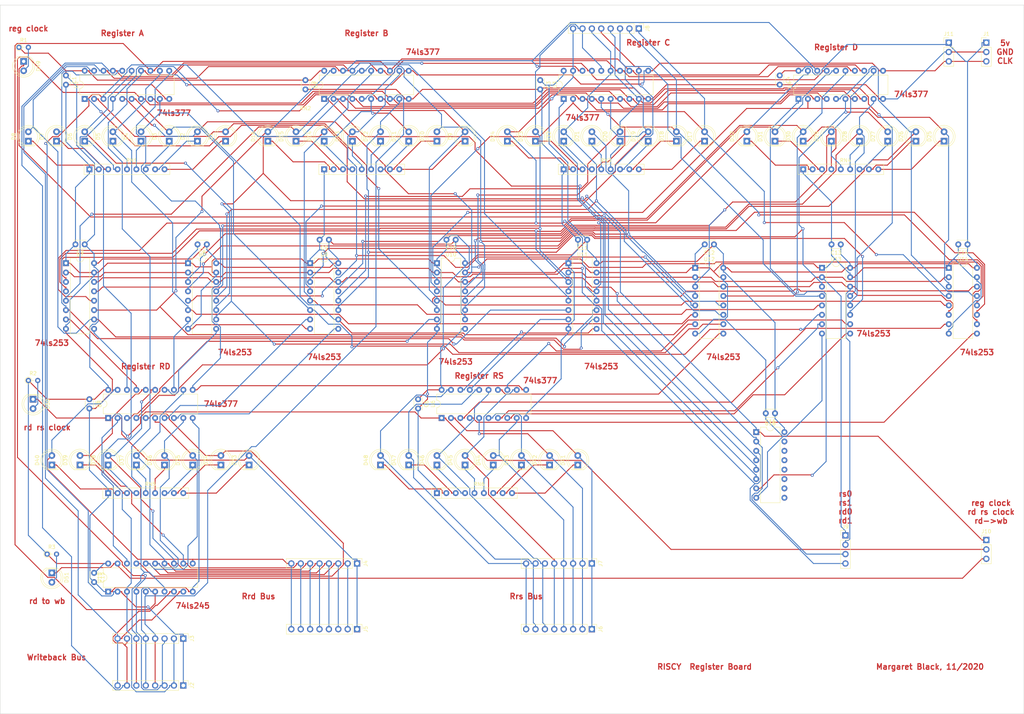
<source format=kicad_pcb>
(kicad_pcb (version 20171130) (host pcbnew 5.1.6-c6e7f7d~87~ubuntu16.04.1)
  (layers (0 F.Cu signal) (31 B.Cu signal) (34 B.Paste user) (35 F.Paste user) (36 B.SilkS user) (37 F.SilkS user) (38 B.Mask user) (39 F.Mask user) (44 Edge.Cuts user))
  (net 0 "")
  (net 1 GND)
  (net 2 +5V)
  (net 3 "Net-(D1-Pad2)")
  (net 4 "Net-(D1-Pad1)")
  (net 5 "Net-(D2-Pad2)")
  (net 6 "Net-(D2-Pad1)")
  (net 7 "Net-(D3-Pad2)")
  (net 8 "Net-(D3-Pad1)")
  (net 9 "Net-(D4-Pad2)")
  (net 10 "Net-(D4-Pad1)")
  (net 11 "Net-(D5-Pad2)")
  (net 12 "Net-(D5-Pad1)")
  (net 13 "Net-(D6-Pad2)")
  (net 14 "Net-(D6-Pad1)")
  (net 15 "Net-(D7-Pad2)")
  (net 16 "Net-(D7-Pad1)")
  (net 17 "Net-(D8-Pad2)")
  (net 18 "Net-(D8-Pad1)")
  (net 19 "Net-(D9-Pad2)")
  (net 20 "Net-(D9-Pad1)")
  (net 21 "Net-(D10-Pad2)")
  (net 22 "Net-(D10-Pad1)")
  (net 23 "Net-(D11-Pad2)")
  (net 24 "Net-(D11-Pad1)")
  (net 25 "Net-(D12-Pad2)")
  (net 26 "Net-(D12-Pad1)")
  (net 27 "Net-(D13-Pad2)")
  (net 28 "Net-(D13-Pad1)")
  (net 29 "Net-(D14-Pad2)")
  (net 30 "Net-(D14-Pad1)")
  (net 31 "Net-(D15-Pad2)")
  (net 32 "Net-(D15-Pad1)")
  (net 33 "Net-(D16-Pad2)")
  (net 34 "Net-(D16-Pad1)")
  (net 35 "Net-(D17-Pad1)")
  (net 36 "Net-(D18-Pad1)")
  (net 37 "Net-(D19-Pad1)")
  (net 38 "Net-(D20-Pad1)")
  (net 39 "Net-(D21-Pad1)")
  (net 40 "Net-(D22-Pad1)")
  (net 41 "Net-(D23-Pad1)")
  (net 42 "Net-(D24-Pad1)")
  (net 43 c0)
  (net 44 "Net-(D25-Pad1)")
  (net 45 c1)
  (net 46 "Net-(D26-Pad1)")
  (net 47 c2)
  (net 48 "Net-(D27-Pad1)")
  (net 49 c3)
  (net 50 "Net-(D28-Pad1)")
  (net 51 c4)
  (net 52 "Net-(D29-Pad1)")
  (net 53 c5)
  (net 54 "Net-(D30-Pad1)")
  (net 55 c6)
  (net 56 "Net-(D31-Pad1)")
  (net 57 c7)
  (net 58 "Net-(D32-Pad1)")
  (net 59 Rrd0)
  (net 60 "Net-(D33-Pad1)")
  (net 61 Rrd1)
  (net 62 "Net-(D34-Pad1)")
  (net 63 Rrd2)
  (net 64 "Net-(D35-Pad1)")
  (net 65 Rrd3)
  (net 66 "Net-(D36-Pad1)")
  (net 67 Rrd4)
  (net 68 "Net-(D37-Pad1)")
  (net 69 Rrd5)
  (net 70 "Net-(D38-Pad1)")
  (net 71 Rrd6)
  (net 72 "Net-(D39-Pad1)")
  (net 73 Rrd7)
  (net 74 "Net-(D40-Pad1)")
  (net 75 Rrs0)
  (net 76 "Net-(D41-Pad1)")
  (net 77 Rrs1)
  (net 78 "Net-(D42-Pad1)")
  (net 79 Rrs2)
  (net 80 "Net-(D43-Pad1)")
  (net 81 Rrs3)
  (net 82 "Net-(D44-Pad1)")
  (net 83 Rrs4)
  (net 84 "Net-(D45-Pad1)")
  (net 85 Rrs5)
  (net 86 "Net-(D46-Pad1)")
  (net 87 Rrs6)
  (net 88 "Net-(D47-Pad1)")
  (net 89 Rrs7)
  (net 90 "Net-(D48-Pad1)")
  (net 91 "Net-(D49-Pad2)")
  (net 92 regclk)
  (net 93 "Net-(D50-Pad2)")
  (net 94 rdrsclk)
  (net 95 "Net-(D51-Pad2)")
  (net 96 rdwb)
  (net 97 CLK)
  (net 98 wb7)
  (net 99 wb6)
  (net 100 wb5)
  (net 101 wb4)
  (net 102 wb3)
  (net 103 wb2)
  (net 104 wb1)
  (net 105 wb0)
  (net 106 rd1)
  (net 107 rd0)
  (net 108 rs1)
  (net 109 rs0)
  (net 110 "Net-(U1-Pad1)")
  (net 111 "Net-(U16-Pad5)")
  (net 112 "Net-(U16-Pad6)")
  (net 113 "Net-(U16-Pad7)")
  (net 114 "Net-(U5-Pad18)")
  (net 115 "Net-(U5-Pad8)")
  (net 116 "Net-(U5-Pad17)")
  (net 117 "Net-(U5-Pad7)")
  (net 118 "Net-(U5-Pad14)")
  (net 119 "Net-(U10-Pad9)")
  (net 120 "Net-(U5-Pad13)")
  (net 121 "Net-(U10-Pad7)")
  (net 122 "Net-(U11-Pad9)")
  (net 123 "Net-(U13-Pad9)")
  (net 124 "Net-(U11-Pad7)")
  (net 125 "Net-(U13-Pad7)")
  (net 126 "Net-(U12-Pad9)")
  (net 127 "Net-(U14-Pad9)")
  (net 128 "Net-(U12-Pad7)")
  (net 129 "Net-(U14-Pad7)")
  (net 130 "Net-(D25-Pad2)")
  (net 131 "Net-(D26-Pad2)")
  (net 132 "Net-(D27-Pad2)")
  (net 133 "Net-(D28-Pad2)")
  (net 134 "Net-(D29-Pad2)")
  (net 135 "Net-(D30-Pad2)")
  (net 136 "Net-(D31-Pad2)")
  (net 137 "Net-(D32-Pad2)")
  (module Connector_PinHeader_2.54mm:PinHeader_1x03_P2.54mm_Vertical (layer F.Cu) (at 266.7 20.32)
    (fp_text reference J11 (at 0 -2.33) (layer F.SilkS))
    (fp_text value Conn_01x03_Female)
    (pad 3 thru_hole oval (at 0 5.08) (size 1.7 1.7) (drill 1) (layers *.Cu *.Mask) (net 97 CLK))
    (pad 2 thru_hole oval (at 0 2.54) (size 1.7 1.7) (drill 1) (layers *.Cu *.Mask) (net 1 GND))
    (pad 1 thru_hole rect (at 0 0) (size 1.7 1.7) (drill 1) (layers *.Cu *.Mask) (net 2 +5V))
  )
  (module Package_DIP:DIP-16_W7.62mm (layer F.Cu) (at 214.63 125.73)
    (fp_text reference U16 (at 3.81 -2.33) (layer F.SilkS))
    (fp_text value 74LS139)
    (pad 16 thru_hole oval (at 7.62 0) (size 1.6 1.6) (drill 0.8) (layers *.Cu *.Mask) (net 2 +5V))
    (pad 8 thru_hole oval (at 0 17.78) (size 1.6 1.6) (drill 0.8) (layers *.Cu *.Mask) (net 1 GND))
    (pad 15 thru_hole oval (at 7.62 2.54) (size 1.6 1.6) (drill 0.8) (layers *.Cu *.Mask))
    (pad 7 thru_hole oval (at 0 15.24) (size 1.6 1.6) (drill 0.8) (layers *.Cu *.Mask) (net 113 "Net-(U16-Pad7)"))
    (pad 14 thru_hole oval (at 7.62 5.08) (size 1.6 1.6) (drill 0.8) (layers *.Cu *.Mask))
    (pad 6 thru_hole oval (at 0 12.7) (size 1.6 1.6) (drill 0.8) (layers *.Cu *.Mask) (net 112 "Net-(U16-Pad6)"))
    (pad 13 thru_hole oval (at 7.62 7.62) (size 1.6 1.6) (drill 0.8) (layers *.Cu *.Mask))
    (pad 5 thru_hole oval (at 0 10.16) (size 1.6 1.6) (drill 0.8) (layers *.Cu *.Mask) (net 111 "Net-(U16-Pad5)"))
    (pad 12 thru_hole oval (at 7.62 10.16) (size 1.6 1.6) (drill 0.8) (layers *.Cu *.Mask))
    (pad 4 thru_hole oval (at 0 7.62) (size 1.6 1.6) (drill 0.8) (layers *.Cu *.Mask) (net 110 "Net-(U1-Pad1)"))
    (pad 11 thru_hole oval (at 7.62 12.7) (size 1.6 1.6) (drill 0.8) (layers *.Cu *.Mask))
    (pad 3 thru_hole oval (at 0 5.08) (size 1.6 1.6) (drill 0.8) (layers *.Cu *.Mask) (net 106 rd1))
    (pad 10 thru_hole oval (at 7.62 15.24) (size 1.6 1.6) (drill 0.8) (layers *.Cu *.Mask))
    (pad 2 thru_hole oval (at 0 2.54) (size 1.6 1.6) (drill 0.8) (layers *.Cu *.Mask) (net 107 rd0))
    (pad 9 thru_hole oval (at 7.62 17.78) (size 1.6 1.6) (drill 0.8) (layers *.Cu *.Mask))
    (pad 1 thru_hole rect (at 0 0) (size 1.6 1.6) (drill 0.8) (layers *.Cu *.Mask) (net 92 regclk))
  )
  (module Package_DIP:DIP-20_W7.62mm (layer F.Cu) (at 39.37 168.91 90)
    (fp_text reference U15 (at 3.81 -2.33 90) (layer F.SilkS))
    (fp_text value 74LS245)
    (pad 20 thru_hole oval (at 7.62 0 90) (size 1.6 1.6) (drill 0.8) (layers *.Cu *.Mask) (net 2 +5V))
    (pad 10 thru_hole oval (at 0 22.86 90) (size 1.6 1.6) (drill 0.8) (layers *.Cu *.Mask) (net 1 GND))
    (pad 19 thru_hole oval (at 7.62 2.54 90) (size 1.6 1.6) (drill 0.8) (layers *.Cu *.Mask) (net 96 rdwb))
    (pad 9 thru_hole oval (at 0 20.32 90) (size 1.6 1.6) (drill 0.8) (layers *.Cu *.Mask) (net 98 wb7))
    (pad 18 thru_hole oval (at 7.62 5.08 90) (size 1.6 1.6) (drill 0.8) (layers *.Cu *.Mask) (net 59 Rrd0))
    (pad 8 thru_hole oval (at 0 17.78 90) (size 1.6 1.6) (drill 0.8) (layers *.Cu *.Mask) (net 99 wb6))
    (pad 17 thru_hole oval (at 7.62 7.62 90) (size 1.6 1.6) (drill 0.8) (layers *.Cu *.Mask) (net 61 Rrd1))
    (pad 7 thru_hole oval (at 0 15.24 90) (size 1.6 1.6) (drill 0.8) (layers *.Cu *.Mask) (net 100 wb5))
    (pad 16 thru_hole oval (at 7.62 10.16 90) (size 1.6 1.6) (drill 0.8) (layers *.Cu *.Mask) (net 63 Rrd2))
    (pad 6 thru_hole oval (at 0 12.7 90) (size 1.6 1.6) (drill 0.8) (layers *.Cu *.Mask) (net 101 wb4))
    (pad 15 thru_hole oval (at 7.62 12.7 90) (size 1.6 1.6) (drill 0.8) (layers *.Cu *.Mask) (net 65 Rrd3))
    (pad 5 thru_hole oval (at 0 10.16 90) (size 1.6 1.6) (drill 0.8) (layers *.Cu *.Mask) (net 102 wb3))
    (pad 14 thru_hole oval (at 7.62 15.24 90) (size 1.6 1.6) (drill 0.8) (layers *.Cu *.Mask) (net 67 Rrd4))
    (pad 4 thru_hole oval (at 0 7.62 90) (size 1.6 1.6) (drill 0.8) (layers *.Cu *.Mask) (net 103 wb2))
    (pad 13 thru_hole oval (at 7.62 17.78 90) (size 1.6 1.6) (drill 0.8) (layers *.Cu *.Mask) (net 69 Rrd5))
    (pad 3 thru_hole oval (at 0 5.08 90) (size 1.6 1.6) (drill 0.8) (layers *.Cu *.Mask) (net 104 wb1))
    (pad 12 thru_hole oval (at 7.62 20.32 90) (size 1.6 1.6) (drill 0.8) (layers *.Cu *.Mask) (net 71 Rrd6))
    (pad 2 thru_hole oval (at 0 2.54 90) (size 1.6 1.6) (drill 0.8) (layers *.Cu *.Mask) (net 105 wb0))
    (pad 11 thru_hole oval (at 7.62 22.86 90) (size 1.6 1.6) (drill 0.8) (layers *.Cu *.Mask) (net 73 Rrd7))
    (pad 1 thru_hole rect (at 0 0 90) (size 1.6 1.6) (drill 0.8) (layers *.Cu *.Mask) (net 1 GND))
  )
  (module Package_DIP:DIP-16_W7.62mm (layer F.Cu) (at 266.7 81.28)
    (fp_text reference U14 (at 3.81 -2.33) (layer F.SilkS))
    (fp_text value 74LS253)
    (pad 16 thru_hole oval (at 7.62 0) (size 1.6 1.6) (drill 0.8) (layers *.Cu *.Mask) (net 2 +5V))
    (pad 8 thru_hole oval (at 0 17.78) (size 1.6 1.6) (drill 0.8) (layers *.Cu *.Mask) (net 1 GND))
    (pad 15 thru_hole oval (at 7.62 2.54) (size 1.6 1.6) (drill 0.8) (layers *.Cu *.Mask) (net 1 GND))
    (pad 7 thru_hole oval (at 0 15.24) (size 1.6 1.6) (drill 0.8) (layers *.Cu *.Mask) (net 129 "Net-(U14-Pad7)"))
    (pad 14 thru_hole oval (at 7.62 5.08) (size 1.6 1.6) (drill 0.8) (layers *.Cu *.Mask) (net 108 rs1))
    (pad 6 thru_hole oval (at 0 12.7) (size 1.6 1.6) (drill 0.8) (layers *.Cu *.Mask) (net 3 "Net-(D1-Pad2)"))
    (pad 13 thru_hole oval (at 7.62 7.62) (size 1.6 1.6) (drill 0.8) (layers *.Cu *.Mask) (net 131 "Net-(D26-Pad2)"))
    (pad 5 thru_hole oval (at 0 10.16) (size 1.6 1.6) (drill 0.8) (layers *.Cu *.Mask) (net 19 "Net-(D9-Pad2)"))
    (pad 12 thru_hole oval (at 7.62 10.16) (size 1.6 1.6) (drill 0.8) (layers *.Cu *.Mask) (net 45 c1))
    (pad 4 thru_hole oval (at 0 7.62) (size 1.6 1.6) (drill 0.8) (layers *.Cu *.Mask) (net 43 c0))
    (pad 11 thru_hole oval (at 7.62 12.7) (size 1.6 1.6) (drill 0.8) (layers *.Cu *.Mask) (net 21 "Net-(D10-Pad2)"))
    (pad 3 thru_hole oval (at 0 5.08) (size 1.6 1.6) (drill 0.8) (layers *.Cu *.Mask) (net 130 "Net-(D25-Pad2)"))
    (pad 10 thru_hole oval (at 7.62 15.24) (size 1.6 1.6) (drill 0.8) (layers *.Cu *.Mask) (net 5 "Net-(D2-Pad2)"))
    (pad 2 thru_hole oval (at 0 2.54) (size 1.6 1.6) (drill 0.8) (layers *.Cu *.Mask) (net 109 rs0))
    (pad 9 thru_hole oval (at 7.62 17.78) (size 1.6 1.6) (drill 0.8) (layers *.Cu *.Mask) (net 127 "Net-(U14-Pad9)"))
    (pad 1 thru_hole rect (at 0 0) (size 1.6 1.6) (drill 0.8) (layers *.Cu *.Mask) (net 1 GND))
  )
  (module Package_DIP:DIP-16_W7.62mm (layer F.Cu) (at 232.41 81.28)
    (fp_text reference U13 (at 3.81 -2.33) (layer F.SilkS))
    (fp_text value 74LS253)
    (pad 16 thru_hole oval (at 7.62 0) (size 1.6 1.6) (drill 0.8) (layers *.Cu *.Mask) (net 2 +5V))
    (pad 8 thru_hole oval (at 0 17.78) (size 1.6 1.6) (drill 0.8) (layers *.Cu *.Mask) (net 1 GND))
    (pad 15 thru_hole oval (at 7.62 2.54) (size 1.6 1.6) (drill 0.8) (layers *.Cu *.Mask) (net 1 GND))
    (pad 7 thru_hole oval (at 0 15.24) (size 1.6 1.6) (drill 0.8) (layers *.Cu *.Mask) (net 125 "Net-(U13-Pad7)"))
    (pad 14 thru_hole oval (at 7.62 5.08) (size 1.6 1.6) (drill 0.8) (layers *.Cu *.Mask) (net 108 rs1))
    (pad 6 thru_hole oval (at 0 12.7) (size 1.6 1.6) (drill 0.8) (layers *.Cu *.Mask) (net 7 "Net-(D3-Pad2)"))
    (pad 13 thru_hole oval (at 7.62 7.62) (size 1.6 1.6) (drill 0.8) (layers *.Cu *.Mask) (net 133 "Net-(D28-Pad2)"))
    (pad 5 thru_hole oval (at 0 10.16) (size 1.6 1.6) (drill 0.8) (layers *.Cu *.Mask) (net 23 "Net-(D11-Pad2)"))
    (pad 12 thru_hole oval (at 7.62 10.16) (size 1.6 1.6) (drill 0.8) (layers *.Cu *.Mask) (net 49 c3))
    (pad 4 thru_hole oval (at 0 7.62) (size 1.6 1.6) (drill 0.8) (layers *.Cu *.Mask) (net 47 c2))
    (pad 11 thru_hole oval (at 7.62 12.7) (size 1.6 1.6) (drill 0.8) (layers *.Cu *.Mask) (net 25 "Net-(D12-Pad2)"))
    (pad 3 thru_hole oval (at 0 5.08) (size 1.6 1.6) (drill 0.8) (layers *.Cu *.Mask) (net 132 "Net-(D27-Pad2)"))
    (pad 10 thru_hole oval (at 7.62 15.24) (size 1.6 1.6) (drill 0.8) (layers *.Cu *.Mask) (net 9 "Net-(D4-Pad2)"))
    (pad 2 thru_hole oval (at 0 2.54) (size 1.6 1.6) (drill 0.8) (layers *.Cu *.Mask) (net 109 rs0))
    (pad 9 thru_hole oval (at 7.62 17.78) (size 1.6 1.6) (drill 0.8) (layers *.Cu *.Mask) (net 123 "Net-(U13-Pad9)"))
    (pad 1 thru_hole rect (at 0 0) (size 1.6 1.6) (drill 0.8) (layers *.Cu *.Mask) (net 1 GND))
  )
  (module Package_DIP:DIP-16_W7.62mm (layer F.Cu) (at 198.12 81.28)
    (fp_text reference U12 (at 3.81 -2.33) (layer F.SilkS))
    (fp_text value 74LS253)
    (pad 16 thru_hole oval (at 7.62 0) (size 1.6 1.6) (drill 0.8) (layers *.Cu *.Mask) (net 2 +5V))
    (pad 8 thru_hole oval (at 0 17.78) (size 1.6 1.6) (drill 0.8) (layers *.Cu *.Mask) (net 1 GND))
    (pad 15 thru_hole oval (at 7.62 2.54) (size 1.6 1.6) (drill 0.8) (layers *.Cu *.Mask) (net 1 GND))
    (pad 7 thru_hole oval (at 0 15.24) (size 1.6 1.6) (drill 0.8) (layers *.Cu *.Mask) (net 128 "Net-(U12-Pad7)"))
    (pad 14 thru_hole oval (at 7.62 5.08) (size 1.6 1.6) (drill 0.8) (layers *.Cu *.Mask) (net 108 rs1))
    (pad 6 thru_hole oval (at 0 12.7) (size 1.6 1.6) (drill 0.8) (layers *.Cu *.Mask) (net 11 "Net-(D5-Pad2)"))
    (pad 13 thru_hole oval (at 7.62 7.62) (size 1.6 1.6) (drill 0.8) (layers *.Cu *.Mask) (net 135 "Net-(D30-Pad2)"))
    (pad 5 thru_hole oval (at 0 10.16) (size 1.6 1.6) (drill 0.8) (layers *.Cu *.Mask) (net 27 "Net-(D13-Pad2)"))
    (pad 12 thru_hole oval (at 7.62 10.16) (size 1.6 1.6) (drill 0.8) (layers *.Cu *.Mask) (net 53 c5))
    (pad 4 thru_hole oval (at 0 7.62) (size 1.6 1.6) (drill 0.8) (layers *.Cu *.Mask) (net 51 c4))
    (pad 11 thru_hole oval (at 7.62 12.7) (size 1.6 1.6) (drill 0.8) (layers *.Cu *.Mask) (net 29 "Net-(D14-Pad2)"))
    (pad 3 thru_hole oval (at 0 5.08) (size 1.6 1.6) (drill 0.8) (layers *.Cu *.Mask) (net 134 "Net-(D29-Pad2)"))
    (pad 10 thru_hole oval (at 7.62 15.24) (size 1.6 1.6) (drill 0.8) (layers *.Cu *.Mask) (net 13 "Net-(D6-Pad2)"))
    (pad 2 thru_hole oval (at 0 2.54) (size 1.6 1.6) (drill 0.8) (layers *.Cu *.Mask) (net 109 rs0))
    (pad 9 thru_hole oval (at 7.62 17.78) (size 1.6 1.6) (drill 0.8) (layers *.Cu *.Mask) (net 126 "Net-(U12-Pad9)"))
    (pad 1 thru_hole rect (at 0 0) (size 1.6 1.6) (drill 0.8) (layers *.Cu *.Mask) (net 1 GND))
  )
  (module Package_DIP:DIP-16_W7.62mm (layer F.Cu) (at 163.83 80.01)
    (fp_text reference U11 (at 3.81 -2.33) (layer F.SilkS))
    (fp_text value 74LS253)
    (pad 16 thru_hole oval (at 7.62 0) (size 1.6 1.6) (drill 0.8) (layers *.Cu *.Mask) (net 2 +5V))
    (pad 8 thru_hole oval (at 0 17.78) (size 1.6 1.6) (drill 0.8) (layers *.Cu *.Mask) (net 1 GND))
    (pad 15 thru_hole oval (at 7.62 2.54) (size 1.6 1.6) (drill 0.8) (layers *.Cu *.Mask) (net 1 GND))
    (pad 7 thru_hole oval (at 0 15.24) (size 1.6 1.6) (drill 0.8) (layers *.Cu *.Mask) (net 124 "Net-(U11-Pad7)"))
    (pad 14 thru_hole oval (at 7.62 5.08) (size 1.6 1.6) (drill 0.8) (layers *.Cu *.Mask) (net 108 rs1))
    (pad 6 thru_hole oval (at 0 12.7) (size 1.6 1.6) (drill 0.8) (layers *.Cu *.Mask) (net 15 "Net-(D7-Pad2)"))
    (pad 13 thru_hole oval (at 7.62 7.62) (size 1.6 1.6) (drill 0.8) (layers *.Cu *.Mask) (net 137 "Net-(D32-Pad2)"))
    (pad 5 thru_hole oval (at 0 10.16) (size 1.6 1.6) (drill 0.8) (layers *.Cu *.Mask) (net 31 "Net-(D15-Pad2)"))
    (pad 12 thru_hole oval (at 7.62 10.16) (size 1.6 1.6) (drill 0.8) (layers *.Cu *.Mask) (net 57 c7))
    (pad 4 thru_hole oval (at 0 7.62) (size 1.6 1.6) (drill 0.8) (layers *.Cu *.Mask) (net 55 c6))
    (pad 11 thru_hole oval (at 7.62 12.7) (size 1.6 1.6) (drill 0.8) (layers *.Cu *.Mask) (net 33 "Net-(D16-Pad2)"))
    (pad 3 thru_hole oval (at 0 5.08) (size 1.6 1.6) (drill 0.8) (layers *.Cu *.Mask) (net 136 "Net-(D31-Pad2)"))
    (pad 10 thru_hole oval (at 7.62 15.24) (size 1.6 1.6) (drill 0.8) (layers *.Cu *.Mask) (net 17 "Net-(D8-Pad2)"))
    (pad 2 thru_hole oval (at 0 2.54) (size 1.6 1.6) (drill 0.8) (layers *.Cu *.Mask) (net 109 rs0))
    (pad 9 thru_hole oval (at 7.62 17.78) (size 1.6 1.6) (drill 0.8) (layers *.Cu *.Mask) (net 122 "Net-(U11-Pad9)"))
    (pad 1 thru_hole rect (at 0 0) (size 1.6 1.6) (drill 0.8) (layers *.Cu *.Mask) (net 1 GND))
  )
  (module Package_DIP:DIP-16_W7.62mm (layer F.Cu) (at 128.27 80.01)
    (fp_text reference U10 (at 3.81 -2.33) (layer F.SilkS))
    (fp_text value 74LS253)
    (pad 16 thru_hole oval (at 7.62 0) (size 1.6 1.6) (drill 0.8) (layers *.Cu *.Mask) (net 2 +5V))
    (pad 8 thru_hole oval (at 0 17.78) (size 1.6 1.6) (drill 0.8) (layers *.Cu *.Mask) (net 1 GND))
    (pad 15 thru_hole oval (at 7.62 2.54) (size 1.6 1.6) (drill 0.8) (layers *.Cu *.Mask) (net 1 GND))
    (pad 7 thru_hole oval (at 0 15.24) (size 1.6 1.6) (drill 0.8) (layers *.Cu *.Mask) (net 121 "Net-(U10-Pad7)"))
    (pad 14 thru_hole oval (at 7.62 5.08) (size 1.6 1.6) (drill 0.8) (layers *.Cu *.Mask) (net 107 rd0))
    (pad 6 thru_hole oval (at 0 12.7) (size 1.6 1.6) (drill 0.8) (layers *.Cu *.Mask) (net 3 "Net-(D1-Pad2)"))
    (pad 13 thru_hole oval (at 7.62 7.62) (size 1.6 1.6) (drill 0.8) (layers *.Cu *.Mask) (net 131 "Net-(D26-Pad2)"))
    (pad 5 thru_hole oval (at 0 10.16) (size 1.6 1.6) (drill 0.8) (layers *.Cu *.Mask) (net 19 "Net-(D9-Pad2)"))
    (pad 12 thru_hole oval (at 7.62 10.16) (size 1.6 1.6) (drill 0.8) (layers *.Cu *.Mask) (net 45 c1))
    (pad 4 thru_hole oval (at 0 7.62) (size 1.6 1.6) (drill 0.8) (layers *.Cu *.Mask) (net 43 c0))
    (pad 11 thru_hole oval (at 7.62 12.7) (size 1.6 1.6) (drill 0.8) (layers *.Cu *.Mask) (net 21 "Net-(D10-Pad2)"))
    (pad 3 thru_hole oval (at 0 5.08) (size 1.6 1.6) (drill 0.8) (layers *.Cu *.Mask) (net 130 "Net-(D25-Pad2)"))
    (pad 10 thru_hole oval (at 7.62 15.24) (size 1.6 1.6) (drill 0.8) (layers *.Cu *.Mask) (net 5 "Net-(D2-Pad2)"))
    (pad 2 thru_hole oval (at 0 2.54) (size 1.6 1.6) (drill 0.8) (layers *.Cu *.Mask) (net 106 rd1))
    (pad 9 thru_hole oval (at 7.62 17.78) (size 1.6 1.6) (drill 0.8) (layers *.Cu *.Mask) (net 119 "Net-(U10-Pad9)"))
    (pad 1 thru_hole rect (at 0 0) (size 1.6 1.6) (drill 0.8) (layers *.Cu *.Mask) (net 1 GND))
  )
  (module Package_DIP:DIP-16_W7.62mm (layer F.Cu) (at 93.98 80.01)
    (fp_text reference U9 (at 3.81 -2.33) (layer F.SilkS))
    (fp_text value 74LS253)
    (pad 16 thru_hole oval (at 7.62 0) (size 1.6 1.6) (drill 0.8) (layers *.Cu *.Mask) (net 2 +5V))
    (pad 8 thru_hole oval (at 0 17.78) (size 1.6 1.6) (drill 0.8) (layers *.Cu *.Mask) (net 1 GND))
    (pad 15 thru_hole oval (at 7.62 2.54) (size 1.6 1.6) (drill 0.8) (layers *.Cu *.Mask) (net 1 GND))
    (pad 7 thru_hole oval (at 0 15.24) (size 1.6 1.6) (drill 0.8) (layers *.Cu *.Mask) (net 117 "Net-(U5-Pad7)"))
    (pad 14 thru_hole oval (at 7.62 5.08) (size 1.6 1.6) (drill 0.8) (layers *.Cu *.Mask) (net 107 rd0))
    (pad 6 thru_hole oval (at 0 12.7) (size 1.6 1.6) (drill 0.8) (layers *.Cu *.Mask) (net 7 "Net-(D3-Pad2)"))
    (pad 13 thru_hole oval (at 7.62 7.62) (size 1.6 1.6) (drill 0.8) (layers *.Cu *.Mask) (net 133 "Net-(D28-Pad2)"))
    (pad 5 thru_hole oval (at 0 10.16) (size 1.6 1.6) (drill 0.8) (layers *.Cu *.Mask) (net 23 "Net-(D11-Pad2)"))
    (pad 12 thru_hole oval (at 7.62 10.16) (size 1.6 1.6) (drill 0.8) (layers *.Cu *.Mask) (net 49 c3))
    (pad 4 thru_hole oval (at 0 7.62) (size 1.6 1.6) (drill 0.8) (layers *.Cu *.Mask) (net 47 c2))
    (pad 11 thru_hole oval (at 7.62 12.7) (size 1.6 1.6) (drill 0.8) (layers *.Cu *.Mask) (net 25 "Net-(D12-Pad2)"))
    (pad 3 thru_hole oval (at 0 5.08) (size 1.6 1.6) (drill 0.8) (layers *.Cu *.Mask) (net 132 "Net-(D27-Pad2)"))
    (pad 10 thru_hole oval (at 7.62 15.24) (size 1.6 1.6) (drill 0.8) (layers *.Cu *.Mask) (net 9 "Net-(D4-Pad2)"))
    (pad 2 thru_hole oval (at 0 2.54) (size 1.6 1.6) (drill 0.8) (layers *.Cu *.Mask) (net 106 rd1))
    (pad 9 thru_hole oval (at 7.62 17.78) (size 1.6 1.6) (drill 0.8) (layers *.Cu *.Mask) (net 115 "Net-(U5-Pad8)"))
    (pad 1 thru_hole rect (at 0 0) (size 1.6 1.6) (drill 0.8) (layers *.Cu *.Mask) (net 1 GND))
  )
  (module Package_DIP:DIP-16_W7.62mm (layer F.Cu) (at 60.96 80.01)
    (fp_text reference U8 (at 3.81 -2.33) (layer F.SilkS))
    (fp_text value 74LS253)
    (pad 16 thru_hole oval (at 7.62 0) (size 1.6 1.6) (drill 0.8) (layers *.Cu *.Mask) (net 2 +5V))
    (pad 8 thru_hole oval (at 0 17.78) (size 1.6 1.6) (drill 0.8) (layers *.Cu *.Mask) (net 1 GND))
    (pad 15 thru_hole oval (at 7.62 2.54) (size 1.6 1.6) (drill 0.8) (layers *.Cu *.Mask) (net 1 GND))
    (pad 7 thru_hole oval (at 0 15.24) (size 1.6 1.6) (drill 0.8) (layers *.Cu *.Mask) (net 120 "Net-(U5-Pad13)"))
    (pad 14 thru_hole oval (at 7.62 5.08) (size 1.6 1.6) (drill 0.8) (layers *.Cu *.Mask) (net 107 rd0))
    (pad 6 thru_hole oval (at 0 12.7) (size 1.6 1.6) (drill 0.8) (layers *.Cu *.Mask) (net 11 "Net-(D5-Pad2)"))
    (pad 13 thru_hole oval (at 7.62 7.62) (size 1.6 1.6) (drill 0.8) (layers *.Cu *.Mask) (net 135 "Net-(D30-Pad2)"))
    (pad 5 thru_hole oval (at 0 10.16) (size 1.6 1.6) (drill 0.8) (layers *.Cu *.Mask) (net 27 "Net-(D13-Pad2)"))
    (pad 12 thru_hole oval (at 7.62 10.16) (size 1.6 1.6) (drill 0.8) (layers *.Cu *.Mask) (net 53 c5))
    (pad 4 thru_hole oval (at 0 7.62) (size 1.6 1.6) (drill 0.8) (layers *.Cu *.Mask) (net 51 c4))
    (pad 11 thru_hole oval (at 7.62 12.7) (size 1.6 1.6) (drill 0.8) (layers *.Cu *.Mask) (net 29 "Net-(D14-Pad2)"))
    (pad 3 thru_hole oval (at 0 5.08) (size 1.6 1.6) (drill 0.8) (layers *.Cu *.Mask) (net 134 "Net-(D29-Pad2)"))
    (pad 10 thru_hole oval (at 7.62 15.24) (size 1.6 1.6) (drill 0.8) (layers *.Cu *.Mask) (net 13 "Net-(D6-Pad2)"))
    (pad 2 thru_hole oval (at 0 2.54) (size 1.6 1.6) (drill 0.8) (layers *.Cu *.Mask) (net 106 rd1))
    (pad 9 thru_hole oval (at 7.62 17.78) (size 1.6 1.6) (drill 0.8) (layers *.Cu *.Mask) (net 118 "Net-(U5-Pad14)"))
    (pad 1 thru_hole rect (at 0 0) (size 1.6 1.6) (drill 0.8) (layers *.Cu *.Mask) (net 1 GND))
  )
  (module Package_DIP:DIP-16_W7.62mm (layer F.Cu) (at 27.94 80.01)
    (fp_text reference U7 (at 3.81 -2.33) (layer F.SilkS))
    (fp_text value 74LS253)
    (pad 16 thru_hole oval (at 7.62 0) (size 1.6 1.6) (drill 0.8) (layers *.Cu *.Mask) (net 2 +5V))
    (pad 8 thru_hole oval (at 0 17.78) (size 1.6 1.6) (drill 0.8) (layers *.Cu *.Mask) (net 1 GND))
    (pad 15 thru_hole oval (at 7.62 2.54) (size 1.6 1.6) (drill 0.8) (layers *.Cu *.Mask) (net 1 GND))
    (pad 7 thru_hole oval (at 0 15.24) (size 1.6 1.6) (drill 0.8) (layers *.Cu *.Mask) (net 116 "Net-(U5-Pad17)"))
    (pad 14 thru_hole oval (at 7.62 5.08) (size 1.6 1.6) (drill 0.8) (layers *.Cu *.Mask) (net 107 rd0))
    (pad 6 thru_hole oval (at 0 12.7) (size 1.6 1.6) (drill 0.8) (layers *.Cu *.Mask) (net 15 "Net-(D7-Pad2)"))
    (pad 13 thru_hole oval (at 7.62 7.62) (size 1.6 1.6) (drill 0.8) (layers *.Cu *.Mask) (net 137 "Net-(D32-Pad2)"))
    (pad 5 thru_hole oval (at 0 10.16) (size 1.6 1.6) (drill 0.8) (layers *.Cu *.Mask) (net 31 "Net-(D15-Pad2)"))
    (pad 12 thru_hole oval (at 7.62 10.16) (size 1.6 1.6) (drill 0.8) (layers *.Cu *.Mask) (net 57 c7))
    (pad 4 thru_hole oval (at 0 7.62) (size 1.6 1.6) (drill 0.8) (layers *.Cu *.Mask) (net 55 c6))
    (pad 11 thru_hole oval (at 7.62 12.7) (size 1.6 1.6) (drill 0.8) (layers *.Cu *.Mask) (net 33 "Net-(D16-Pad2)"))
    (pad 3 thru_hole oval (at 0 5.08) (size 1.6 1.6) (drill 0.8) (layers *.Cu *.Mask) (net 136 "Net-(D31-Pad2)"))
    (pad 10 thru_hole oval (at 7.62 15.24) (size 1.6 1.6) (drill 0.8) (layers *.Cu *.Mask) (net 17 "Net-(D8-Pad2)"))
    (pad 2 thru_hole oval (at 0 2.54) (size 1.6 1.6) (drill 0.8) (layers *.Cu *.Mask) (net 106 rd1))
    (pad 9 thru_hole oval (at 7.62 17.78) (size 1.6 1.6) (drill 0.8) (layers *.Cu *.Mask) (net 114 "Net-(U5-Pad18)"))
    (pad 1 thru_hole rect (at 0 0) (size 1.6 1.6) (drill 0.8) (layers *.Cu *.Mask) (net 1 GND))
  )
  (module Package_DIP:DIP-20_W7.62mm (layer F.Cu) (at 129.54 121.92 90)
    (fp_text reference U6 (at 3.81 -2.33 90) (layer F.SilkS))
    (fp_text value 74LS377)
    (pad 20 thru_hole oval (at 7.62 0 90) (size 1.6 1.6) (drill 0.8) (layers *.Cu *.Mask) (net 2 +5V))
    (pad 10 thru_hole oval (at 0 22.86 90) (size 1.6 1.6) (drill 0.8) (layers *.Cu *.Mask) (net 1 GND))
    (pad 19 thru_hole oval (at 7.62 2.54 90) (size 1.6 1.6) (drill 0.8) (layers *.Cu *.Mask) (net 89 Rrs7))
    (pad 9 thru_hole oval (at 0 20.32 90) (size 1.6 1.6) (drill 0.8) (layers *.Cu *.Mask) (net 81 Rrs3))
    (pad 18 thru_hole oval (at 7.62 5.08 90) (size 1.6 1.6) (drill 0.8) (layers *.Cu *.Mask) (net 122 "Net-(U11-Pad9)"))
    (pad 8 thru_hole oval (at 0 17.78 90) (size 1.6 1.6) (drill 0.8) (layers *.Cu *.Mask) (net 123 "Net-(U13-Pad9)"))
    (pad 17 thru_hole oval (at 7.62 7.62 90) (size 1.6 1.6) (drill 0.8) (layers *.Cu *.Mask) (net 124 "Net-(U11-Pad7)"))
    (pad 7 thru_hole oval (at 0 15.24 90) (size 1.6 1.6) (drill 0.8) (layers *.Cu *.Mask) (net 125 "Net-(U13-Pad7)"))
    (pad 16 thru_hole oval (at 7.62 10.16 90) (size 1.6 1.6) (drill 0.8) (layers *.Cu *.Mask) (net 87 Rrs6))
    (pad 6 thru_hole oval (at 0 12.7 90) (size 1.6 1.6) (drill 0.8) (layers *.Cu *.Mask) (net 79 Rrs2))
    (pad 15 thru_hole oval (at 7.62 12.7 90) (size 1.6 1.6) (drill 0.8) (layers *.Cu *.Mask) (net 85 Rrs5))
    (pad 5 thru_hole oval (at 0 10.16 90) (size 1.6 1.6) (drill 0.8) (layers *.Cu *.Mask) (net 77 Rrs1))
    (pad 14 thru_hole oval (at 7.62 15.24 90) (size 1.6 1.6) (drill 0.8) (layers *.Cu *.Mask) (net 126 "Net-(U12-Pad9)"))
    (pad 4 thru_hole oval (at 0 7.62 90) (size 1.6 1.6) (drill 0.8) (layers *.Cu *.Mask) (net 127 "Net-(U14-Pad9)"))
    (pad 13 thru_hole oval (at 7.62 17.78 90) (size 1.6 1.6) (drill 0.8) (layers *.Cu *.Mask) (net 128 "Net-(U12-Pad7)"))
    (pad 3 thru_hole oval (at 0 5.08 90) (size 1.6 1.6) (drill 0.8) (layers *.Cu *.Mask) (net 129 "Net-(U14-Pad7)"))
    (pad 12 thru_hole oval (at 7.62 20.32 90) (size 1.6 1.6) (drill 0.8) (layers *.Cu *.Mask) (net 83 Rrs4))
    (pad 2 thru_hole oval (at 0 2.54 90) (size 1.6 1.6) (drill 0.8) (layers *.Cu *.Mask) (net 75 Rrs0))
    (pad 11 thru_hole oval (at 7.62 22.86 90) (size 1.6 1.6) (drill 0.8) (layers *.Cu *.Mask) (net 97 CLK))
    (pad 1 thru_hole rect (at 0 0 90) (size 1.6 1.6) (drill 0.8) (layers *.Cu *.Mask) (net 94 rdrsclk))
  )
  (module Package_DIP:DIP-20_W7.62mm (layer F.Cu) (at 39.37 121.92 90)
    (fp_text reference U5 (at 3.81 -2.33 90) (layer F.SilkS))
    (fp_text value 74LS377)
    (pad 20 thru_hole oval (at 7.62 0 90) (size 1.6 1.6) (drill 0.8) (layers *.Cu *.Mask) (net 2 +5V))
    (pad 10 thru_hole oval (at 0 22.86 90) (size 1.6 1.6) (drill 0.8) (layers *.Cu *.Mask) (net 1 GND))
    (pad 19 thru_hole oval (at 7.62 2.54 90) (size 1.6 1.6) (drill 0.8) (layers *.Cu *.Mask) (net 73 Rrd7))
    (pad 9 thru_hole oval (at 0 20.32 90) (size 1.6 1.6) (drill 0.8) (layers *.Cu *.Mask) (net 65 Rrd3))
    (pad 18 thru_hole oval (at 7.62 5.08 90) (size 1.6 1.6) (drill 0.8) (layers *.Cu *.Mask) (net 114 "Net-(U5-Pad18)"))
    (pad 8 thru_hole oval (at 0 17.78 90) (size 1.6 1.6) (drill 0.8) (layers *.Cu *.Mask) (net 115 "Net-(U5-Pad8)"))
    (pad 17 thru_hole oval (at 7.62 7.62 90) (size 1.6 1.6) (drill 0.8) (layers *.Cu *.Mask) (net 116 "Net-(U5-Pad17)"))
    (pad 7 thru_hole oval (at 0 15.24 90) (size 1.6 1.6) (drill 0.8) (layers *.Cu *.Mask) (net 117 "Net-(U5-Pad7)"))
    (pad 16 thru_hole oval (at 7.62 10.16 90) (size 1.6 1.6) (drill 0.8) (layers *.Cu *.Mask) (net 71 Rrd6))
    (pad 6 thru_hole oval (at 0 12.7 90) (size 1.6 1.6) (drill 0.8) (layers *.Cu *.Mask) (net 63 Rrd2))
    (pad 15 thru_hole oval (at 7.62 12.7 90) (size 1.6 1.6) (drill 0.8) (layers *.Cu *.Mask) (net 69 Rrd5))
    (pad 5 thru_hole oval (at 0 10.16 90) (size 1.6 1.6) (drill 0.8) (layers *.Cu *.Mask) (net 61 Rrd1))
    (pad 14 thru_hole oval (at 7.62 15.24 90) (size 1.6 1.6) (drill 0.8) (layers *.Cu *.Mask) (net 118 "Net-(U5-Pad14)"))
    (pad 4 thru_hole oval (at 0 7.62 90) (size 1.6 1.6) (drill 0.8) (layers *.Cu *.Mask) (net 119 "Net-(U10-Pad9)"))
    (pad 13 thru_hole oval (at 7.62 17.78 90) (size 1.6 1.6) (drill 0.8) (layers *.Cu *.Mask) (net 120 "Net-(U5-Pad13)"))
    (pad 3 thru_hole oval (at 0 5.08 90) (size 1.6 1.6) (drill 0.8) (layers *.Cu *.Mask) (net 121 "Net-(U10-Pad7)"))
    (pad 12 thru_hole oval (at 7.62 20.32 90) (size 1.6 1.6) (drill 0.8) (layers *.Cu *.Mask) (net 67 Rrd4))
    (pad 2 thru_hole oval (at 0 2.54 90) (size 1.6 1.6) (drill 0.8) (layers *.Cu *.Mask) (net 59 Rrd0))
    (pad 11 thru_hole oval (at 7.62 22.86 90) (size 1.6 1.6) (drill 0.8) (layers *.Cu *.Mask) (net 97 CLK))
    (pad 1 thru_hole rect (at 0 0 90) (size 1.6 1.6) (drill 0.8) (layers *.Cu *.Mask) (net 94 rdrsclk))
  )
  (module Package_DIP:DIP-20_W7.62mm (layer F.Cu) (at 226.06 35.56 90)
    (fp_text reference U4 (at 3.81 -2.33 90) (layer F.SilkS))
    (fp_text value 74LS377)
    (pad 20 thru_hole oval (at 7.62 0 90) (size 1.6 1.6) (drill 0.8) (layers *.Cu *.Mask) (net 2 +5V))
    (pad 10 thru_hole oval (at 0 22.86 90) (size 1.6 1.6) (drill 0.8) (layers *.Cu *.Mask) (net 1 GND))
    (pad 19 thru_hole oval (at 7.62 2.54 90) (size 1.6 1.6) (drill 0.8) (layers *.Cu *.Mask) (net 137 "Net-(D32-Pad2)"))
    (pad 9 thru_hole oval (at 0 20.32 90) (size 1.6 1.6) (drill 0.8) (layers *.Cu *.Mask) (net 133 "Net-(D28-Pad2)"))
    (pad 18 thru_hole oval (at 7.62 5.08 90) (size 1.6 1.6) (drill 0.8) (layers *.Cu *.Mask) (net 98 wb7))
    (pad 8 thru_hole oval (at 0 17.78 90) (size 1.6 1.6) (drill 0.8) (layers *.Cu *.Mask) (net 102 wb3))
    (pad 17 thru_hole oval (at 7.62 7.62 90) (size 1.6 1.6) (drill 0.8) (layers *.Cu *.Mask) (net 99 wb6))
    (pad 7 thru_hole oval (at 0 15.24 90) (size 1.6 1.6) (drill 0.8) (layers *.Cu *.Mask) (net 103 wb2))
    (pad 16 thru_hole oval (at 7.62 10.16 90) (size 1.6 1.6) (drill 0.8) (layers *.Cu *.Mask) (net 136 "Net-(D31-Pad2)"))
    (pad 6 thru_hole oval (at 0 12.7 90) (size 1.6 1.6) (drill 0.8) (layers *.Cu *.Mask) (net 132 "Net-(D27-Pad2)"))
    (pad 15 thru_hole oval (at 7.62 12.7 90) (size 1.6 1.6) (drill 0.8) (layers *.Cu *.Mask) (net 135 "Net-(D30-Pad2)"))
    (pad 5 thru_hole oval (at 0 10.16 90) (size 1.6 1.6) (drill 0.8) (layers *.Cu *.Mask) (net 131 "Net-(D26-Pad2)"))
    (pad 14 thru_hole oval (at 7.62 15.24 90) (size 1.6 1.6) (drill 0.8) (layers *.Cu *.Mask) (net 100 wb5))
    (pad 4 thru_hole oval (at 0 7.62 90) (size 1.6 1.6) (drill 0.8) (layers *.Cu *.Mask) (net 104 wb1))
    (pad 13 thru_hole oval (at 7.62 17.78 90) (size 1.6 1.6) (drill 0.8) (layers *.Cu *.Mask) (net 101 wb4))
    (pad 3 thru_hole oval (at 0 5.08 90) (size 1.6 1.6) (drill 0.8) (layers *.Cu *.Mask) (net 105 wb0))
    (pad 12 thru_hole oval (at 7.62 20.32 90) (size 1.6 1.6) (drill 0.8) (layers *.Cu *.Mask) (net 134 "Net-(D29-Pad2)"))
    (pad 2 thru_hole oval (at 0 2.54 90) (size 1.6 1.6) (drill 0.8) (layers *.Cu *.Mask) (net 130 "Net-(D25-Pad2)"))
    (pad 11 thru_hole oval (at 7.62 22.86 90) (size 1.6 1.6) (drill 0.8) (layers *.Cu *.Mask) (net 97 CLK))
    (pad 1 thru_hole rect (at 0 0 90) (size 1.6 1.6) (drill 0.8) (layers *.Cu *.Mask) (net 113 "Net-(U16-Pad7)"))
  )
  (module Package_DIP:DIP-20_W7.62mm (layer F.Cu) (at 162.56 35.56 90)
    (fp_text reference U3 (at 3.81 -2.33 90) (layer F.SilkS))
    (fp_text value 74LS377)
    (pad 20 thru_hole oval (at 7.62 0 90) (size 1.6 1.6) (drill 0.8) (layers *.Cu *.Mask) (net 2 +5V))
    (pad 10 thru_hole oval (at 0 22.86 90) (size 1.6 1.6) (drill 0.8) (layers *.Cu *.Mask) (net 1 GND))
    (pad 19 thru_hole oval (at 7.62 2.54 90) (size 1.6 1.6) (drill 0.8) (layers *.Cu *.Mask) (net 57 c7))
    (pad 9 thru_hole oval (at 0 20.32 90) (size 1.6 1.6) (drill 0.8) (layers *.Cu *.Mask) (net 49 c3))
    (pad 18 thru_hole oval (at 7.62 5.08 90) (size 1.6 1.6) (drill 0.8) (layers *.Cu *.Mask) (net 98 wb7))
    (pad 8 thru_hole oval (at 0 17.78 90) (size 1.6 1.6) (drill 0.8) (layers *.Cu *.Mask) (net 102 wb3))
    (pad 17 thru_hole oval (at 7.62 7.62 90) (size 1.6 1.6) (drill 0.8) (layers *.Cu *.Mask) (net 99 wb6))
    (pad 7 thru_hole oval (at 0 15.24 90) (size 1.6 1.6) (drill 0.8) (layers *.Cu *.Mask) (net 103 wb2))
    (pad 16 thru_hole oval (at 7.62 10.16 90) (size 1.6 1.6) (drill 0.8) (layers *.Cu *.Mask) (net 55 c6))
    (pad 6 thru_hole oval (at 0 12.7 90) (size 1.6 1.6) (drill 0.8) (layers *.Cu *.Mask) (net 47 c2))
    (pad 15 thru_hole oval (at 7.62 12.7 90) (size 1.6 1.6) (drill 0.8) (layers *.Cu *.Mask) (net 53 c5))
    (pad 5 thru_hole oval (at 0 10.16 90) (size 1.6 1.6) (drill 0.8) (layers *.Cu *.Mask) (net 45 c1))
    (pad 14 thru_hole oval (at 7.62 15.24 90) (size 1.6 1.6) (drill 0.8) (layers *.Cu *.Mask) (net 100 wb5))
    (pad 4 thru_hole oval (at 0 7.62 90) (size 1.6 1.6) (drill 0.8) (layers *.Cu *.Mask) (net 104 wb1))
    (pad 13 thru_hole oval (at 7.62 17.78 90) (size 1.6 1.6) (drill 0.8) (layers *.Cu *.Mask) (net 101 wb4))
    (pad 3 thru_hole oval (at 0 5.08 90) (size 1.6 1.6) (drill 0.8) (layers *.Cu *.Mask) (net 105 wb0))
    (pad 12 thru_hole oval (at 7.62 20.32 90) (size 1.6 1.6) (drill 0.8) (layers *.Cu *.Mask) (net 51 c4))
    (pad 2 thru_hole oval (at 0 2.54 90) (size 1.6 1.6) (drill 0.8) (layers *.Cu *.Mask) (net 43 c0))
    (pad 11 thru_hole oval (at 7.62 22.86 90) (size 1.6 1.6) (drill 0.8) (layers *.Cu *.Mask) (net 97 CLK))
    (pad 1 thru_hole rect (at 0 0 90) (size 1.6 1.6) (drill 0.8) (layers *.Cu *.Mask) (net 112 "Net-(U16-Pad6)"))
  )
  (module Package_DIP:DIP-20_W7.62mm (layer F.Cu) (at 97.79 35.56 90)
    (fp_text reference U2 (at 3.81 -2.33 90) (layer F.SilkS))
    (fp_text value 74LS377)
    (pad 20 thru_hole oval (at 7.62 0 90) (size 1.6 1.6) (drill 0.8) (layers *.Cu *.Mask) (net 2 +5V))
    (pad 10 thru_hole oval (at 0 22.86 90) (size 1.6 1.6) (drill 0.8) (layers *.Cu *.Mask) (net 1 GND))
    (pad 19 thru_hole oval (at 7.62 2.54 90) (size 1.6 1.6) (drill 0.8) (layers *.Cu *.Mask) (net 33 "Net-(D16-Pad2)"))
    (pad 9 thru_hole oval (at 0 20.32 90) (size 1.6 1.6) (drill 0.8) (layers *.Cu *.Mask) (net 25 "Net-(D12-Pad2)"))
    (pad 18 thru_hole oval (at 7.62 5.08 90) (size 1.6 1.6) (drill 0.8) (layers *.Cu *.Mask) (net 98 wb7))
    (pad 8 thru_hole oval (at 0 17.78 90) (size 1.6 1.6) (drill 0.8) (layers *.Cu *.Mask) (net 102 wb3))
    (pad 17 thru_hole oval (at 7.62 7.62 90) (size 1.6 1.6) (drill 0.8) (layers *.Cu *.Mask) (net 99 wb6))
    (pad 7 thru_hole oval (at 0 15.24 90) (size 1.6 1.6) (drill 0.8) (layers *.Cu *.Mask) (net 103 wb2))
    (pad 16 thru_hole oval (at 7.62 10.16 90) (size 1.6 1.6) (drill 0.8) (layers *.Cu *.Mask) (net 31 "Net-(D15-Pad2)"))
    (pad 6 thru_hole oval (at 0 12.7 90) (size 1.6 1.6) (drill 0.8) (layers *.Cu *.Mask) (net 23 "Net-(D11-Pad2)"))
    (pad 15 thru_hole oval (at 7.62 12.7 90) (size 1.6 1.6) (drill 0.8) (layers *.Cu *.Mask) (net 29 "Net-(D14-Pad2)"))
    (pad 5 thru_hole oval (at 0 10.16 90) (size 1.6 1.6) (drill 0.8) (layers *.Cu *.Mask) (net 21 "Net-(D10-Pad2)"))
    (pad 14 thru_hole oval (at 7.62 15.24 90) (size 1.6 1.6) (drill 0.8) (layers *.Cu *.Mask) (net 100 wb5))
    (pad 4 thru_hole oval (at 0 7.62 90) (size 1.6 1.6) (drill 0.8) (layers *.Cu *.Mask) (net 104 wb1))
    (pad 13 thru_hole oval (at 7.62 17.78 90) (size 1.6 1.6) (drill 0.8) (layers *.Cu *.Mask) (net 101 wb4))
    (pad 3 thru_hole oval (at 0 5.08 90) (size 1.6 1.6) (drill 0.8) (layers *.Cu *.Mask) (net 105 wb0))
    (pad 12 thru_hole oval (at 7.62 20.32 90) (size 1.6 1.6) (drill 0.8) (layers *.Cu *.Mask) (net 27 "Net-(D13-Pad2)"))
    (pad 2 thru_hole oval (at 0 2.54 90) (size 1.6 1.6) (drill 0.8) (layers *.Cu *.Mask) (net 19 "Net-(D9-Pad2)"))
    (pad 11 thru_hole oval (at 7.62 22.86 90) (size 1.6 1.6) (drill 0.8) (layers *.Cu *.Mask) (net 97 CLK))
    (pad 1 thru_hole rect (at 0 0 90) (size 1.6 1.6) (drill 0.8) (layers *.Cu *.Mask) (net 111 "Net-(U16-Pad5)"))
  )
  (module Package_DIP:DIP-20_W7.62mm (layer F.Cu) (at 33.02 35.56 90)
    (fp_text reference U1 (at 3.81 -2.33 90) (layer F.SilkS))
    (fp_text value 74LS377)
    (pad 20 thru_hole oval (at 7.62 0 90) (size 1.6 1.6) (drill 0.8) (layers *.Cu *.Mask) (net 2 +5V))
    (pad 10 thru_hole oval (at 0 22.86 90) (size 1.6 1.6) (drill 0.8) (layers *.Cu *.Mask) (net 1 GND))
    (pad 19 thru_hole oval (at 7.62 2.54 90) (size 1.6 1.6) (drill 0.8) (layers *.Cu *.Mask) (net 17 "Net-(D8-Pad2)"))
    (pad 9 thru_hole oval (at 0 20.32 90) (size 1.6 1.6) (drill 0.8) (layers *.Cu *.Mask) (net 9 "Net-(D4-Pad2)"))
    (pad 18 thru_hole oval (at 7.62 5.08 90) (size 1.6 1.6) (drill 0.8) (layers *.Cu *.Mask) (net 98 wb7))
    (pad 8 thru_hole oval (at 0 17.78 90) (size 1.6 1.6) (drill 0.8) (layers *.Cu *.Mask) (net 102 wb3))
    (pad 17 thru_hole oval (at 7.62 7.62 90) (size 1.6 1.6) (drill 0.8) (layers *.Cu *.Mask) (net 99 wb6))
    (pad 7 thru_hole oval (at 0 15.24 90) (size 1.6 1.6) (drill 0.8) (layers *.Cu *.Mask) (net 103 wb2))
    (pad 16 thru_hole oval (at 7.62 10.16 90) (size 1.6 1.6) (drill 0.8) (layers *.Cu *.Mask) (net 15 "Net-(D7-Pad2)"))
    (pad 6 thru_hole oval (at 0 12.7 90) (size 1.6 1.6) (drill 0.8) (layers *.Cu *.Mask) (net 7 "Net-(D3-Pad2)"))
    (pad 15 thru_hole oval (at 7.62 12.7 90) (size 1.6 1.6) (drill 0.8) (layers *.Cu *.Mask) (net 13 "Net-(D6-Pad2)"))
    (pad 5 thru_hole oval (at 0 10.16 90) (size 1.6 1.6) (drill 0.8) (layers *.Cu *.Mask) (net 5 "Net-(D2-Pad2)"))
    (pad 14 thru_hole oval (at 7.62 15.24 90) (size 1.6 1.6) (drill 0.8) (layers *.Cu *.Mask) (net 100 wb5))
    (pad 4 thru_hole oval (at 0 7.62 90) (size 1.6 1.6) (drill 0.8) (layers *.Cu *.Mask) (net 104 wb1))
    (pad 13 thru_hole oval (at 7.62 17.78 90) (size 1.6 1.6) (drill 0.8) (layers *.Cu *.Mask) (net 101 wb4))
    (pad 3 thru_hole oval (at 0 5.08 90) (size 1.6 1.6) (drill 0.8) (layers *.Cu *.Mask) (net 105 wb0))
    (pad 12 thru_hole oval (at 7.62 20.32 90) (size 1.6 1.6) (drill 0.8) (layers *.Cu *.Mask) (net 11 "Net-(D5-Pad2)"))
    (pad 2 thru_hole oval (at 0 2.54 90) (size 1.6 1.6) (drill 0.8) (layers *.Cu *.Mask) (net 3 "Net-(D1-Pad2)"))
    (pad 11 thru_hole oval (at 7.62 22.86 90) (size 1.6 1.6) (drill 0.8) (layers *.Cu *.Mask) (net 97 CLK))
    (pad 1 thru_hole rect (at 0 0 90) (size 1.6 1.6) (drill 0.8) (layers *.Cu *.Mask) (net 110 "Net-(U1-Pad1)"))
  )
  (module Resistor_THT:R_Array_SIP9 (layer F.Cu) (at 128.27 142.24)
    (fp_text reference RN6 (at 11.43 -2.4) (layer F.SilkS))
    (fp_text value R_Network08)
    (pad 9 thru_hole oval (at 20.32 0) (size 1.6 1.6) (drill 0.8) (layers *.Cu *.Mask) (net 76 "Net-(D41-Pad1)"))
    (pad 8 thru_hole oval (at 17.78 0) (size 1.6 1.6) (drill 0.8) (layers *.Cu *.Mask) (net 78 "Net-(D42-Pad1)"))
    (pad 7 thru_hole oval (at 15.24 0) (size 1.6 1.6) (drill 0.8) (layers *.Cu *.Mask) (net 80 "Net-(D43-Pad1)"))
    (pad 6 thru_hole oval (at 12.7 0) (size 1.6 1.6) (drill 0.8) (layers *.Cu *.Mask) (net 82 "Net-(D44-Pad1)"))
    (pad 5 thru_hole oval (at 10.16 0) (size 1.6 1.6) (drill 0.8) (layers *.Cu *.Mask) (net 84 "Net-(D45-Pad1)"))
    (pad 4 thru_hole oval (at 7.62 0) (size 1.6 1.6) (drill 0.8) (layers *.Cu *.Mask) (net 86 "Net-(D46-Pad1)"))
    (pad 3 thru_hole oval (at 5.08 0) (size 1.6 1.6) (drill 0.8) (layers *.Cu *.Mask) (net 88 "Net-(D47-Pad1)"))
    (pad 2 thru_hole oval (at 2.54 0) (size 1.6 1.6) (drill 0.8) (layers *.Cu *.Mask) (net 90 "Net-(D48-Pad1)"))
    (pad 1 thru_hole rect (at 0 0) (size 1.6 1.6) (drill 0.8) (layers *.Cu *.Mask) (net 1 GND))
  )
  (module Resistor_THT:R_Array_SIP9 (layer F.Cu) (at 39.37 142.24)
    (fp_text reference RN5 (at 11.43 -2.4) (layer F.SilkS))
    (fp_text value R_Network08)
    (pad 9 thru_hole oval (at 20.32 0) (size 1.6 1.6) (drill 0.8) (layers *.Cu *.Mask) (net 60 "Net-(D33-Pad1)"))
    (pad 8 thru_hole oval (at 17.78 0) (size 1.6 1.6) (drill 0.8) (layers *.Cu *.Mask) (net 62 "Net-(D34-Pad1)"))
    (pad 7 thru_hole oval (at 15.24 0) (size 1.6 1.6) (drill 0.8) (layers *.Cu *.Mask) (net 64 "Net-(D35-Pad1)"))
    (pad 6 thru_hole oval (at 12.7 0) (size 1.6 1.6) (drill 0.8) (layers *.Cu *.Mask) (net 66 "Net-(D36-Pad1)"))
    (pad 5 thru_hole oval (at 10.16 0) (size 1.6 1.6) (drill 0.8) (layers *.Cu *.Mask) (net 68 "Net-(D37-Pad1)"))
    (pad 4 thru_hole oval (at 7.62 0) (size 1.6 1.6) (drill 0.8) (layers *.Cu *.Mask) (net 70 "Net-(D38-Pad1)"))
    (pad 3 thru_hole oval (at 5.08 0) (size 1.6 1.6) (drill 0.8) (layers *.Cu *.Mask) (net 72 "Net-(D39-Pad1)"))
    (pad 2 thru_hole oval (at 2.54 0) (size 1.6 1.6) (drill 0.8) (layers *.Cu *.Mask) (net 74 "Net-(D40-Pad1)"))
    (pad 1 thru_hole rect (at 0 0) (size 1.6 1.6) (drill 0.8) (layers *.Cu *.Mask) (net 1 GND))
  )
  (module Resistor_THT:R_Array_SIP9 (layer F.Cu) (at 227.33 54.61)
    (fp_text reference RN4 (at 11.43 -2.4) (layer F.SilkS))
    (fp_text value R_Network08)
    (pad 9 thru_hole oval (at 20.32 0) (size 1.6 1.6) (drill 0.8) (layers *.Cu *.Mask) (net 44 "Net-(D25-Pad1)"))
    (pad 8 thru_hole oval (at 17.78 0) (size 1.6 1.6) (drill 0.8) (layers *.Cu *.Mask) (net 46 "Net-(D26-Pad1)"))
    (pad 7 thru_hole oval (at 15.24 0) (size 1.6 1.6) (drill 0.8) (layers *.Cu *.Mask) (net 48 "Net-(D27-Pad1)"))
    (pad 6 thru_hole oval (at 12.7 0) (size 1.6 1.6) (drill 0.8) (layers *.Cu *.Mask) (net 50 "Net-(D28-Pad1)"))
    (pad 5 thru_hole oval (at 10.16 0) (size 1.6 1.6) (drill 0.8) (layers *.Cu *.Mask) (net 52 "Net-(D29-Pad1)"))
    (pad 4 thru_hole oval (at 7.62 0) (size 1.6 1.6) (drill 0.8) (layers *.Cu *.Mask) (net 54 "Net-(D30-Pad1)"))
    (pad 3 thru_hole oval (at 5.08 0) (size 1.6 1.6) (drill 0.8) (layers *.Cu *.Mask) (net 56 "Net-(D31-Pad1)"))
    (pad 2 thru_hole oval (at 2.54 0) (size 1.6 1.6) (drill 0.8) (layers *.Cu *.Mask) (net 58 "Net-(D32-Pad1)"))
    (pad 1 thru_hole rect (at 0 0) (size 1.6 1.6) (drill 0.8) (layers *.Cu *.Mask) (net 1 GND))
  )
  (module Resistor_THT:R_Array_SIP9 (layer F.Cu) (at 162.56 54.61)
    (fp_text reference RN3 (at 11.43 -2.4) (layer F.SilkS))
    (fp_text value R_Network08)
    (pad 9 thru_hole oval (at 20.32 0) (size 1.6 1.6) (drill 0.8) (layers *.Cu *.Mask) (net 35 "Net-(D17-Pad1)"))
    (pad 8 thru_hole oval (at 17.78 0) (size 1.6 1.6) (drill 0.8) (layers *.Cu *.Mask) (net 36 "Net-(D18-Pad1)"))
    (pad 7 thru_hole oval (at 15.24 0) (size 1.6 1.6) (drill 0.8) (layers *.Cu *.Mask) (net 37 "Net-(D19-Pad1)"))
    (pad 6 thru_hole oval (at 12.7 0) (size 1.6 1.6) (drill 0.8) (layers *.Cu *.Mask) (net 38 "Net-(D20-Pad1)"))
    (pad 5 thru_hole oval (at 10.16 0) (size 1.6 1.6) (drill 0.8) (layers *.Cu *.Mask) (net 39 "Net-(D21-Pad1)"))
    (pad 4 thru_hole oval (at 7.62 0) (size 1.6 1.6) (drill 0.8) (layers *.Cu *.Mask) (net 40 "Net-(D22-Pad1)"))
    (pad 3 thru_hole oval (at 5.08 0) (size 1.6 1.6) (drill 0.8) (layers *.Cu *.Mask) (net 41 "Net-(D23-Pad1)"))
    (pad 2 thru_hole oval (at 2.54 0) (size 1.6 1.6) (drill 0.8) (layers *.Cu *.Mask) (net 42 "Net-(D24-Pad1)"))
    (pad 1 thru_hole rect (at 0 0) (size 1.6 1.6) (drill 0.8) (layers *.Cu *.Mask) (net 1 GND))
  )
  (module Resistor_THT:R_Array_SIP9 (layer F.Cu) (at 97.79 54.61)
    (fp_text reference RN2 (at -5.08 -16.51) (layer F.SilkS))
    (fp_text value R_Network08)
    (pad 9 thru_hole oval (at 20.32 0) (size 1.6 1.6) (drill 0.8) (layers *.Cu *.Mask) (net 20 "Net-(D9-Pad1)"))
    (pad 8 thru_hole oval (at 17.78 0) (size 1.6 1.6) (drill 0.8) (layers *.Cu *.Mask) (net 22 "Net-(D10-Pad1)"))
    (pad 7 thru_hole oval (at 15.24 0) (size 1.6 1.6) (drill 0.8) (layers *.Cu *.Mask) (net 24 "Net-(D11-Pad1)"))
    (pad 6 thru_hole oval (at 12.7 0) (size 1.6 1.6) (drill 0.8) (layers *.Cu *.Mask) (net 26 "Net-(D12-Pad1)"))
    (pad 5 thru_hole oval (at 10.16 0) (size 1.6 1.6) (drill 0.8) (layers *.Cu *.Mask) (net 28 "Net-(D13-Pad1)"))
    (pad 4 thru_hole oval (at 7.62 0) (size 1.6 1.6) (drill 0.8) (layers *.Cu *.Mask) (net 30 "Net-(D14-Pad1)"))
    (pad 3 thru_hole oval (at 5.08 0) (size 1.6 1.6) (drill 0.8) (layers *.Cu *.Mask) (net 32 "Net-(D15-Pad1)"))
    (pad 2 thru_hole oval (at 2.54 0) (size 1.6 1.6) (drill 0.8) (layers *.Cu *.Mask) (net 34 "Net-(D16-Pad1)"))
    (pad 1 thru_hole rect (at 0 0) (size 1.6 1.6) (drill 0.8) (layers *.Cu *.Mask) (net 1 GND))
  )
  (module Resistor_THT:R_Array_SIP9 (layer F.Cu) (at 34.29 54.61)
    (fp_text reference RN1 (at 11.43 -2.4) (layer F.SilkS))
    (fp_text value R_Network08)
    (pad 9 thru_hole oval (at 20.32 0) (size 1.6 1.6) (drill 0.8) (layers *.Cu *.Mask) (net 4 "Net-(D1-Pad1)"))
    (pad 8 thru_hole oval (at 17.78 0) (size 1.6 1.6) (drill 0.8) (layers *.Cu *.Mask) (net 6 "Net-(D2-Pad1)"))
    (pad 7 thru_hole oval (at 15.24 0) (size 1.6 1.6) (drill 0.8) (layers *.Cu *.Mask) (net 8 "Net-(D3-Pad1)"))
    (pad 6 thru_hole oval (at 12.7 0) (size 1.6 1.6) (drill 0.8) (layers *.Cu *.Mask) (net 10 "Net-(D4-Pad1)"))
    (pad 5 thru_hole oval (at 10.16 0) (size 1.6 1.6) (drill 0.8) (layers *.Cu *.Mask) (net 12 "Net-(D5-Pad1)"))
    (pad 4 thru_hole oval (at 7.62 0) (size 1.6 1.6) (drill 0.8) (layers *.Cu *.Mask) (net 14 "Net-(D6-Pad1)"))
    (pad 3 thru_hole oval (at 5.08 0) (size 1.6 1.6) (drill 0.8) (layers *.Cu *.Mask) (net 16 "Net-(D7-Pad1)"))
    (pad 2 thru_hole oval (at 2.54 0) (size 1.6 1.6) (drill 0.8) (layers *.Cu *.Mask) (net 18 "Net-(D8-Pad1)"))
    (pad 1 thru_hole rect (at 0 0) (size 1.6 1.6) (drill 0.8) (layers *.Cu *.Mask) (net 1 GND))
  )
  (module Resistor_THT:R_Axial_DIN0204_L3.6mm_D1.6mm_P2.54mm_Vertical (layer F.Cu) (at 22.86 158.75)
    (fp_text reference R3 (at 1.27 -1.92) (layer F.SilkS))
    (fp_text value R)
    (pad 2 thru_hole oval (at 2.54 0) (size 1.4 1.4) (drill 0.7) (layers *.Cu *.Mask) (net 95 "Net-(D51-Pad2)"))
    (pad 1 thru_hole circle (at 0 0) (size 1.4 1.4) (drill 0.7) (layers *.Cu *.Mask) (net 2 +5V))
  )
  (module Resistor_THT:R_Axial_DIN0204_L3.6mm_D1.6mm_P2.54mm_Vertical (layer F.Cu) (at 17.78 111.76)
    (fp_text reference R2 (at 1.27 -1.92) (layer F.SilkS))
    (fp_text value R)
    (pad 2 thru_hole oval (at 2.54 0) (size 1.4 1.4) (drill 0.7) (layers *.Cu *.Mask) (net 93 "Net-(D50-Pad2)"))
    (pad 1 thru_hole circle (at 0 0) (size 1.4 1.4) (drill 0.7) (layers *.Cu *.Mask) (net 2 +5V))
  )
  (module Resistor_THT:R_Axial_DIN0204_L3.6mm_D1.6mm_P2.54mm_Vertical (layer F.Cu) (at 15.24 21.59)
    (fp_text reference R1 (at 1.27 -1.92) (layer F.SilkS))
    (fp_text value R)
    (pad 2 thru_hole oval (at 2.54 0) (size 1.4 1.4) (drill 0.7) (layers *.Cu *.Mask) (net 91 "Net-(D49-Pad2)"))
    (pad 1 thru_hole circle (at 0 0) (size 1.4 1.4) (drill 0.7) (layers *.Cu *.Mask) (net 2 +5V))
  )
  (module Connector_PinHeader_2.54mm:PinHeader_1x03_P2.54mm_Vertical (layer F.Cu) (at 276.86 154.94)
    (fp_text reference J10 (at 0 -2.33) (layer F.SilkS))
    (fp_text value Conn_01x03_Female)
    (pad 3 thru_hole oval (at 0 5.08) (size 1.7 1.7) (drill 1) (layers *.Cu *.Mask) (net 96 rdwb))
    (pad 2 thru_hole oval (at 0 2.54) (size 1.7 1.7) (drill 1) (layers *.Cu *.Mask) (net 94 rdrsclk))
    (pad 1 thru_hole rect (at 0 0) (size 1.7 1.7) (drill 1) (layers *.Cu *.Mask) (net 92 regclk))
  )
  (module Connector_PinHeader_2.54mm:PinHeader_1x04_P2.54mm_Vertical (layer F.Cu) (at 238.76 153.67)
    (fp_text reference J9 (at 0 -2.33) (layer F.SilkS))
    (fp_text value Conn_01x04_Female)
    (pad 4 thru_hole oval (at 0 7.62) (size 1.7 1.7) (drill 1) (layers *.Cu *.Mask) (net 106 rd1))
    (pad 3 thru_hole oval (at 0 5.08) (size 1.7 1.7) (drill 1) (layers *.Cu *.Mask) (net 107 rd0))
    (pad 2 thru_hole oval (at 0 2.54) (size 1.7 1.7) (drill 1) (layers *.Cu *.Mask) (net 108 rs1))
    (pad 1 thru_hole rect (at 0 0) (size 1.7 1.7) (drill 1) (layers *.Cu *.Mask) (net 109 rs0))
  )
  (module Connector_PinHeader_2.54mm:PinHeader_1x08_P2.54mm_Vertical (layer F.Cu) (at 182.88 16.51 270)
    (fp_text reference J8 (at 0 -2.33 90) (layer F.SilkS))
    (fp_text value Conn_01x08_Female)
    (pad 8 thru_hole oval (at 0 17.78 270) (size 1.7 1.7) (drill 1) (layers *.Cu *.Mask) (net 57 c7))
    (pad 7 thru_hole oval (at 0 15.24 270) (size 1.7 1.7) (drill 1) (layers *.Cu *.Mask) (net 55 c6))
    (pad 6 thru_hole oval (at 0 12.7 270) (size 1.7 1.7) (drill 1) (layers *.Cu *.Mask) (net 53 c5))
    (pad 5 thru_hole oval (at 0 10.16 270) (size 1.7 1.7) (drill 1) (layers *.Cu *.Mask) (net 51 c4))
    (pad 4 thru_hole oval (at 0 7.62 270) (size 1.7 1.7) (drill 1) (layers *.Cu *.Mask) (net 49 c3))
    (pad 3 thru_hole oval (at 0 5.08 270) (size 1.7 1.7) (drill 1) (layers *.Cu *.Mask) (net 47 c2))
    (pad 2 thru_hole oval (at 0 2.54 270) (size 1.7 1.7) (drill 1) (layers *.Cu *.Mask) (net 45 c1))
    (pad 1 thru_hole rect (at 0 0 270) (size 1.7 1.7) (drill 1) (layers *.Cu *.Mask) (net 43 c0))
  )
  (module Connector_PinHeader_2.54mm:PinHeader_1x08_P2.54mm_Vertical (layer F.Cu) (at 170.18 161.29 270)
    (fp_text reference J7 (at 0 -2.33 90) (layer F.SilkS))
    (fp_text value Conn_01x08_Female)
    (pad 8 thru_hole oval (at 0 17.78 270) (size 1.7 1.7) (drill 1) (layers *.Cu *.Mask) (net 89 Rrs7))
    (pad 7 thru_hole oval (at 0 15.24 270) (size 1.7 1.7) (drill 1) (layers *.Cu *.Mask) (net 87 Rrs6))
    (pad 6 thru_hole oval (at 0 12.7 270) (size 1.7 1.7) (drill 1) (layers *.Cu *.Mask) (net 85 Rrs5))
    (pad 5 thru_hole oval (at 0 10.16 270) (size 1.7 1.7) (drill 1) (layers *.Cu *.Mask) (net 83 Rrs4))
    (pad 4 thru_hole oval (at 0 7.62 270) (size 1.7 1.7) (drill 1) (layers *.Cu *.Mask) (net 81 Rrs3))
    (pad 3 thru_hole oval (at 0 5.08 270) (size 1.7 1.7) (drill 1) (layers *.Cu *.Mask) (net 79 Rrs2))
    (pad 2 thru_hole oval (at 0 2.54 270) (size 1.7 1.7) (drill 1) (layers *.Cu *.Mask) (net 77 Rrs1))
    (pad 1 thru_hole rect (at 0 0 270) (size 1.7 1.7) (drill 1) (layers *.Cu *.Mask) (net 75 Rrs0))
  )
  (module Connector_PinHeader_2.54mm:PinHeader_1x08_P2.54mm_Vertical (layer F.Cu) (at 170.18 179.07 270)
    (fp_text reference J6 (at 0 -2.33 90) (layer F.SilkS))
    (fp_text value Conn_01x08_Female)
    (pad 8 thru_hole oval (at 0 17.78 270) (size 1.7 1.7) (drill 1) (layers *.Cu *.Mask) (net 89 Rrs7))
    (pad 7 thru_hole oval (at 0 15.24 270) (size 1.7 1.7) (drill 1) (layers *.Cu *.Mask) (net 87 Rrs6))
    (pad 6 thru_hole oval (at 0 12.7 270) (size 1.7 1.7) (drill 1) (layers *.Cu *.Mask) (net 85 Rrs5))
    (pad 5 thru_hole oval (at 0 10.16 270) (size 1.7 1.7) (drill 1) (layers *.Cu *.Mask) (net 83 Rrs4))
    (pad 4 thru_hole oval (at 0 7.62 270) (size 1.7 1.7) (drill 1) (layers *.Cu *.Mask) (net 81 Rrs3))
    (pad 3 thru_hole oval (at 0 5.08 270) (size 1.7 1.7) (drill 1) (layers *.Cu *.Mask) (net 79 Rrs2))
    (pad 2 thru_hole oval (at 0 2.54 270) (size 1.7 1.7) (drill 1) (layers *.Cu *.Mask) (net 77 Rrs1))
    (pad 1 thru_hole rect (at 0 0 270) (size 1.7 1.7) (drill 1) (layers *.Cu *.Mask) (net 75 Rrs0))
  )
  (module Connector_PinHeader_2.54mm:PinHeader_1x08_P2.54mm_Vertical (layer F.Cu) (at 106.68 179.07 270)
    (fp_text reference J5 (at 0 -2.33 90) (layer F.SilkS))
    (fp_text value Conn_01x08_Female)
    (pad 8 thru_hole oval (at 0 17.78 270) (size 1.7 1.7) (drill 1) (layers *.Cu *.Mask) (net 73 Rrd7))
    (pad 7 thru_hole oval (at 0 15.24 270) (size 1.7 1.7) (drill 1) (layers *.Cu *.Mask) (net 71 Rrd6))
    (pad 6 thru_hole oval (at 0 12.7 270) (size 1.7 1.7) (drill 1) (layers *.Cu *.Mask) (net 69 Rrd5))
    (pad 5 thru_hole oval (at 0 10.16 270) (size 1.7 1.7) (drill 1) (layers *.Cu *.Mask) (net 67 Rrd4))
    (pad 4 thru_hole oval (at 0 7.62 270) (size 1.7 1.7) (drill 1) (layers *.Cu *.Mask) (net 65 Rrd3))
    (pad 3 thru_hole oval (at 0 5.08 270) (size 1.7 1.7) (drill 1) (layers *.Cu *.Mask) (net 63 Rrd2))
    (pad 2 thru_hole oval (at 0 2.54 270) (size 1.7 1.7) (drill 1) (layers *.Cu *.Mask) (net 61 Rrd1))
    (pad 1 thru_hole rect (at 0 0 270) (size 1.7 1.7) (drill 1) (layers *.Cu *.Mask) (net 59 Rrd0))
  )
  (module Connector_PinHeader_2.54mm:PinHeader_1x08_P2.54mm_Vertical (layer F.Cu) (at 106.68 161.29 270)
    (fp_text reference J4 (at 0 -2.33 90) (layer F.SilkS))
    (fp_text value Conn_01x08_Female)
    (pad 8 thru_hole oval (at 0 17.78 270) (size 1.7 1.7) (drill 1) (layers *.Cu *.Mask) (net 73 Rrd7))
    (pad 7 thru_hole oval (at 0 15.24 270) (size 1.7 1.7) (drill 1) (layers *.Cu *.Mask) (net 71 Rrd6))
    (pad 6 thru_hole oval (at 0 12.7 270) (size 1.7 1.7) (drill 1) (layers *.Cu *.Mask) (net 69 Rrd5))
    (pad 5 thru_hole oval (at 0 10.16 270) (size 1.7 1.7) (drill 1) (layers *.Cu *.Mask) (net 67 Rrd4))
    (pad 4 thru_hole oval (at 0 7.62 270) (size 1.7 1.7) (drill 1) (layers *.Cu *.Mask) (net 65 Rrd3))
    (pad 3 thru_hole oval (at 0 5.08 270) (size 1.7 1.7) (drill 1) (layers *.Cu *.Mask) (net 63 Rrd2))
    (pad 2 thru_hole oval (at 0 2.54 270) (size 1.7 1.7) (drill 1) (layers *.Cu *.Mask) (net 61 Rrd1))
    (pad 1 thru_hole rect (at 0 0 270) (size 1.7 1.7) (drill 1) (layers *.Cu *.Mask) (net 59 Rrd0))
  )
  (module Connector_PinHeader_2.54mm:PinHeader_1x08_P2.54mm_Vertical (layer F.Cu) (at 59.69 181.61 270)
    (fp_text reference J3 (at 0 -2.33 90) (layer F.SilkS))
    (fp_text value Conn_01x08_Female)
    (pad 8 thru_hole oval (at 0 17.78 270) (size 1.7 1.7) (drill 1) (layers *.Cu *.Mask) (net 98 wb7))
    (pad 7 thru_hole oval (at 0 15.24 270) (size 1.7 1.7) (drill 1) (layers *.Cu *.Mask) (net 99 wb6))
    (pad 6 thru_hole oval (at 0 12.7 270) (size 1.7 1.7) (drill 1) (layers *.Cu *.Mask) (net 100 wb5))
    (pad 5 thru_hole oval (at 0 10.16 270) (size 1.7 1.7) (drill 1) (layers *.Cu *.Mask) (net 101 wb4))
    (pad 4 thru_hole oval (at 0 7.62 270) (size 1.7 1.7) (drill 1) (layers *.Cu *.Mask) (net 102 wb3))
    (pad 3 thru_hole oval (at 0 5.08 270) (size 1.7 1.7) (drill 1) (layers *.Cu *.Mask) (net 103 wb2))
    (pad 2 thru_hole oval (at 0 2.54 270) (size 1.7 1.7) (drill 1) (layers *.Cu *.Mask) (net 104 wb1))
    (pad 1 thru_hole rect (at 0 0 270) (size 1.7 1.7) (drill 1) (layers *.Cu *.Mask) (net 105 wb0))
  )
  (module Connector_PinHeader_2.54mm:PinHeader_1x08_P2.54mm_Vertical (layer F.Cu) (at 59.69 194.31 270)
    (fp_text reference J2 (at 0 -2.33 90) (layer F.SilkS))
    (fp_text value Conn_01x08_Female)
    (pad 8 thru_hole oval (at 0 17.78 270) (size 1.7 1.7) (drill 1) (layers *.Cu *.Mask) (net 98 wb7))
    (pad 7 thru_hole oval (at 0 15.24 270) (size 1.7 1.7) (drill 1) (layers *.Cu *.Mask) (net 99 wb6))
    (pad 6 thru_hole oval (at 0 12.7 270) (size 1.7 1.7) (drill 1) (layers *.Cu *.Mask) (net 100 wb5))
    (pad 5 thru_hole oval (at 0 10.16 270) (size 1.7 1.7) (drill 1) (layers *.Cu *.Mask) (net 101 wb4))
    (pad 4 thru_hole oval (at 0 7.62 270) (size 1.7 1.7) (drill 1) (layers *.Cu *.Mask) (net 102 wb3))
    (pad 3 thru_hole oval (at 0 5.08 270) (size 1.7 1.7) (drill 1) (layers *.Cu *.Mask) (net 103 wb2))
    (pad 2 thru_hole oval (at 0 2.54 270) (size 1.7 1.7) (drill 1) (layers *.Cu *.Mask) (net 104 wb1))
    (pad 1 thru_hole rect (at 0 0 270) (size 1.7 1.7) (drill 1) (layers *.Cu *.Mask) (net 105 wb0))
  )
  (module Connector_PinHeader_2.54mm:PinHeader_1x03_P2.54mm_Vertical (layer F.Cu) (at 276.86 20.32)
    (fp_text reference J1 (at 0 -2.33) (layer F.SilkS))
    (fp_text value Conn_01x03_Female)
    (pad 3 thru_hole oval (at 0 5.08) (size 1.7 1.7) (drill 1) (layers *.Cu *.Mask) (net 97 CLK))
    (pad 2 thru_hole oval (at 0 2.54) (size 1.7 1.7) (drill 1) (layers *.Cu *.Mask) (net 1 GND))
    (pad 1 thru_hole rect (at 0 0) (size 1.7 1.7) (drill 1) (layers *.Cu *.Mask) (net 2 +5V))
  )
  (module LED_THT:LED_D5.0mm (layer F.Cu) (at 24.13 163.83 270)
    (fp_text reference D51 (at 1.27 -3.96 90) (layer F.SilkS))
    (fp_text value LED)
    (pad 2 thru_hole circle (at 2.54 0 270) (size 1.8 1.8) (drill 0.9) (layers *.Cu *.Mask) (net 95 "Net-(D51-Pad2)"))
    (pad 1 thru_hole rect (at 0 0 270) (size 1.8 1.8) (drill 0.9) (layers *.Cu *.Mask) (net 96 rdwb))
  )
  (module LED_THT:LED_D5.0mm (layer F.Cu) (at 19.05 116.84 270)
    (fp_text reference D50 (at 1.27 -3.96 90) (layer F.SilkS))
    (fp_text value LED)
    (pad 2 thru_hole circle (at 2.54 0 270) (size 1.8 1.8) (drill 0.9) (layers *.Cu *.Mask) (net 93 "Net-(D50-Pad2)"))
    (pad 1 thru_hole rect (at 0 0 270) (size 1.8 1.8) (drill 0.9) (layers *.Cu *.Mask) (net 94 rdrsclk))
  )
  (module LED_THT:LED_D5.0mm (layer F.Cu) (at 16.51 25.4 270)
    (fp_text reference D49 (at 1.27 -3.96 90) (layer F.SilkS))
    (fp_text value LED)
    (pad 2 thru_hole circle (at 2.54 0 270) (size 1.8 1.8) (drill 0.9) (layers *.Cu *.Mask) (net 91 "Net-(D49-Pad2)"))
    (pad 1 thru_hole rect (at 0 0 270) (size 1.8 1.8) (drill 0.9) (layers *.Cu *.Mask) (net 92 regclk))
  )
  (module LED_THT:LED_D5.0mm (layer F.Cu) (at 113.03 134.62 90)
    (fp_text reference D48 (at 1.27 -3.96 90) (layer F.SilkS))
    (fp_text value LED)
    (pad 2 thru_hole circle (at 2.54 0 90) (size 1.8 1.8) (drill 0.9) (layers *.Cu *.Mask) (net 89 Rrs7))
    (pad 1 thru_hole rect (at 0 0 90) (size 1.8 1.8) (drill 0.9) (layers *.Cu *.Mask) (net 90 "Net-(D48-Pad1)"))
  )
  (module LED_THT:LED_D5.0mm (layer F.Cu) (at 120.65 134.62 90)
    (fp_text reference D47 (at 1.27 -3.96 90) (layer F.SilkS))
    (fp_text value LED)
    (pad 2 thru_hole circle (at 2.54 0 90) (size 1.8 1.8) (drill 0.9) (layers *.Cu *.Mask) (net 87 Rrs6))
    (pad 1 thru_hole rect (at 0 0 90) (size 1.8 1.8) (drill 0.9) (layers *.Cu *.Mask) (net 88 "Net-(D47-Pad1)"))
  )
  (module LED_THT:LED_D5.0mm (layer F.Cu) (at 128.27 134.62 90)
    (fp_text reference D46 (at 1.27 -3.96 90) (layer F.SilkS))
    (fp_text value LED)
    (pad 2 thru_hole circle (at 2.54 0 90) (size 1.8 1.8) (drill 0.9) (layers *.Cu *.Mask) (net 85 Rrs5))
    (pad 1 thru_hole rect (at 0 0 90) (size 1.8 1.8) (drill 0.9) (layers *.Cu *.Mask) (net 86 "Net-(D46-Pad1)"))
  )
  (module LED_THT:LED_D5.0mm (layer F.Cu) (at 135.89 134.62 90)
    (fp_text reference D45 (at 1.27 -3.96 90) (layer F.SilkS))
    (fp_text value LED)
    (pad 2 thru_hole circle (at 2.54 0 90) (size 1.8 1.8) (drill 0.9) (layers *.Cu *.Mask) (net 83 Rrs4))
    (pad 1 thru_hole rect (at 0 0 90) (size 1.8 1.8) (drill 0.9) (layers *.Cu *.Mask) (net 84 "Net-(D45-Pad1)"))
  )
  (module LED_THT:LED_D5.0mm (layer F.Cu) (at 143.51 134.62 90)
    (fp_text reference D44 (at 1.27 -3.96 90) (layer F.SilkS))
    (fp_text value LED)
    (pad 2 thru_hole circle (at 2.54 0 90) (size 1.8 1.8) (drill 0.9) (layers *.Cu *.Mask) (net 81 Rrs3))
    (pad 1 thru_hole rect (at 0 0 90) (size 1.8 1.8) (drill 0.9) (layers *.Cu *.Mask) (net 82 "Net-(D44-Pad1)"))
  )
  (module LED_THT:LED_D5.0mm (layer F.Cu) (at 151.13 134.62 90)
    (fp_text reference D43 (at 1.27 -3.96 90) (layer F.SilkS))
    (fp_text value LED)
    (pad 2 thru_hole circle (at 2.54 0 90) (size 1.8 1.8) (drill 0.9) (layers *.Cu *.Mask) (net 79 Rrs2))
    (pad 1 thru_hole rect (at 0 0 90) (size 1.8 1.8) (drill 0.9) (layers *.Cu *.Mask) (net 80 "Net-(D43-Pad1)"))
  )
  (module LED_THT:LED_D5.0mm (layer F.Cu) (at 158.75 134.62 90)
    (fp_text reference D42 (at 1.27 -3.96 90) (layer F.SilkS))
    (fp_text value LED)
    (pad 2 thru_hole circle (at 2.54 0 90) (size 1.8 1.8) (drill 0.9) (layers *.Cu *.Mask) (net 77 Rrs1))
    (pad 1 thru_hole rect (at 0 0 90) (size 1.8 1.8) (drill 0.9) (layers *.Cu *.Mask) (net 78 "Net-(D42-Pad1)"))
  )
  (module LED_THT:LED_D5.0mm (layer F.Cu) (at 166.37 134.62 90)
    (fp_text reference D41 (at 1.27 -3.96 90) (layer F.SilkS))
    (fp_text value LED)
    (pad 2 thru_hole circle (at 2.54 0 90) (size 1.8 1.8) (drill 0.9) (layers *.Cu *.Mask) (net 75 Rrs0))
    (pad 1 thru_hole rect (at 0 0 90) (size 1.8 1.8) (drill 0.9) (layers *.Cu *.Mask) (net 76 "Net-(D41-Pad1)"))
  )
  (module LED_THT:LED_D5.0mm (layer F.Cu) (at 24.13 134.62 90)
    (fp_text reference D40 (at 1.27 -3.96 90) (layer F.SilkS))
    (fp_text value LED)
    (pad 2 thru_hole circle (at 2.54 0 90) (size 1.8 1.8) (drill 0.9) (layers *.Cu *.Mask) (net 73 Rrd7))
    (pad 1 thru_hole rect (at 0 0 90) (size 1.8 1.8) (drill 0.9) (layers *.Cu *.Mask) (net 74 "Net-(D40-Pad1)"))
  )
  (module LED_THT:LED_D5.0mm (layer F.Cu) (at 31.75 134.62 90)
    (fp_text reference D39 (at 1.27 -3.96 90) (layer F.SilkS))
    (fp_text value LED)
    (pad 2 thru_hole circle (at 2.54 0 90) (size 1.8 1.8) (drill 0.9) (layers *.Cu *.Mask) (net 71 Rrd6))
    (pad 1 thru_hole rect (at 0 0 90) (size 1.8 1.8) (drill 0.9) (layers *.Cu *.Mask) (net 72 "Net-(D39-Pad1)"))
  )
  (module LED_THT:LED_D5.0mm (layer F.Cu) (at 39.37 134.62 90)
    (fp_text reference D38 (at 1.27 -3.96 90) (layer F.SilkS))
    (fp_text value LED)
    (pad 2 thru_hole circle (at 2.54 0 90) (size 1.8 1.8) (drill 0.9) (layers *.Cu *.Mask) (net 69 Rrd5))
    (pad 1 thru_hole rect (at 0 0 90) (size 1.8 1.8) (drill 0.9) (layers *.Cu *.Mask) (net 70 "Net-(D38-Pad1)"))
  )
  (module LED_THT:LED_D5.0mm (layer F.Cu) (at 46.99 134.62 90)
    (fp_text reference D37 (at 1.27 -3.96 90) (layer F.SilkS))
    (fp_text value LED)
    (pad 2 thru_hole circle (at 2.54 0 90) (size 1.8 1.8) (drill 0.9) (layers *.Cu *.Mask) (net 67 Rrd4))
    (pad 1 thru_hole rect (at 0 0 90) (size 1.8 1.8) (drill 0.9) (layers *.Cu *.Mask) (net 68 "Net-(D37-Pad1)"))
  )
  (module LED_THT:LED_D5.0mm (layer F.Cu) (at 54.61 134.62 90)
    (fp_text reference D36 (at 1.27 -3.96 90) (layer F.SilkS))
    (fp_text value LED)
    (pad 2 thru_hole circle (at 2.54 0 90) (size 1.8 1.8) (drill 0.9) (layers *.Cu *.Mask) (net 65 Rrd3))
    (pad 1 thru_hole rect (at 0 0 90) (size 1.8 1.8) (drill 0.9) (layers *.Cu *.Mask) (net 66 "Net-(D36-Pad1)"))
  )
  (module LED_THT:LED_D5.0mm (layer F.Cu) (at 62.23 134.62 90)
    (fp_text reference D35 (at 1.27 -3.96 90) (layer F.SilkS))
    (fp_text value LED)
    (pad 2 thru_hole circle (at 2.54 0 90) (size 1.8 1.8) (drill 0.9) (layers *.Cu *.Mask) (net 63 Rrd2))
    (pad 1 thru_hole rect (at 0 0 90) (size 1.8 1.8) (drill 0.9) (layers *.Cu *.Mask) (net 64 "Net-(D35-Pad1)"))
  )
  (module LED_THT:LED_D5.0mm (layer F.Cu) (at 69.85 134.62 90)
    (fp_text reference D34 (at 1.27 -3.96 90) (layer F.SilkS))
    (fp_text value LED)
    (pad 2 thru_hole circle (at 2.54 0 90) (size 1.8 1.8) (drill 0.9) (layers *.Cu *.Mask) (net 61 Rrd1))
    (pad 1 thru_hole rect (at 0 0 90) (size 1.8 1.8) (drill 0.9) (layers *.Cu *.Mask) (net 62 "Net-(D34-Pad1)"))
  )
  (module LED_THT:LED_D5.0mm (layer F.Cu) (at 77.47 134.62 90)
    (fp_text reference D33 (at 1.27 -3.96 90) (layer F.SilkS))
    (fp_text value LED)
    (pad 2 thru_hole circle (at 2.54 0 90) (size 1.8 1.8) (drill 0.9) (layers *.Cu *.Mask) (net 59 Rrd0))
    (pad 1 thru_hole rect (at 0 0 90) (size 1.8 1.8) (drill 0.9) (layers *.Cu *.Mask) (net 60 "Net-(D33-Pad1)"))
  )
  (module LED_THT:LED_D5.0mm (layer F.Cu) (at 212.09 46.99 90)
    (fp_text reference D32 (at 1.27 -3.96 90) (layer F.SilkS))
    (fp_text value LED)
    (pad 2 thru_hole circle (at 2.54 0 90) (size 1.8 1.8) (drill 0.9) (layers *.Cu *.Mask) (net 137 "Net-(D32-Pad2)"))
    (pad 1 thru_hole rect (at 0 0 90) (size 1.8 1.8) (drill 0.9) (layers *.Cu *.Mask) (net 58 "Net-(D32-Pad1)"))
  )
  (module LED_THT:LED_D5.0mm (layer F.Cu) (at 219.71 46.99 90)
    (fp_text reference D31 (at 1.27 -3.96 90) (layer F.SilkS))
    (fp_text value LED)
    (pad 2 thru_hole circle (at 2.54 0 90) (size 1.8 1.8) (drill 0.9) (layers *.Cu *.Mask) (net 136 "Net-(D31-Pad2)"))
    (pad 1 thru_hole rect (at 0 0 90) (size 1.8 1.8) (drill 0.9) (layers *.Cu *.Mask) (net 56 "Net-(D31-Pad1)"))
  )
  (module LED_THT:LED_D5.0mm (layer F.Cu) (at 227.33 46.99 90)
    (fp_text reference D30 (at 1.27 -3.96 90) (layer F.SilkS))
    (fp_text value LED)
    (pad 2 thru_hole circle (at 2.54 0 90) (size 1.8 1.8) (drill 0.9) (layers *.Cu *.Mask) (net 135 "Net-(D30-Pad2)"))
    (pad 1 thru_hole rect (at 0 0 90) (size 1.8 1.8) (drill 0.9) (layers *.Cu *.Mask) (net 54 "Net-(D30-Pad1)"))
  )
  (module LED_THT:LED_D5.0mm (layer F.Cu) (at 234.95 46.99 90)
    (fp_text reference D29 (at 1.27 -3.96 90) (layer F.SilkS))
    (fp_text value LED)
    (pad 2 thru_hole circle (at 2.54 0 90) (size 1.8 1.8) (drill 0.9) (layers *.Cu *.Mask) (net 134 "Net-(D29-Pad2)"))
    (pad 1 thru_hole rect (at 0 0 90) (size 1.8 1.8) (drill 0.9) (layers *.Cu *.Mask) (net 52 "Net-(D29-Pad1)"))
  )
  (module LED_THT:LED_D5.0mm (layer F.Cu) (at 242.57 46.99 90)
    (fp_text reference D28 (at 1.27 -3.96 90) (layer F.SilkS))
    (fp_text value LED)
    (pad 2 thru_hole circle (at 2.54 0 90) (size 1.8 1.8) (drill 0.9) (layers *.Cu *.Mask) (net 133 "Net-(D28-Pad2)"))
    (pad 1 thru_hole rect (at 0 0 90) (size 1.8 1.8) (drill 0.9) (layers *.Cu *.Mask) (net 50 "Net-(D28-Pad1)"))
  )
  (module LED_THT:LED_D5.0mm (layer F.Cu) (at 250.19 46.99 90)
    (fp_text reference D27 (at 1.27 -3.96 90) (layer F.SilkS))
    (fp_text value LED)
    (pad 2 thru_hole circle (at 2.54 0 90) (size 1.8 1.8) (drill 0.9) (layers *.Cu *.Mask) (net 132 "Net-(D27-Pad2)"))
    (pad 1 thru_hole rect (at 0 0 90) (size 1.8 1.8) (drill 0.9) (layers *.Cu *.Mask) (net 48 "Net-(D27-Pad1)"))
  )
  (module LED_THT:LED_D5.0mm (layer F.Cu) (at 257.81 46.99 90)
    (fp_text reference D26 (at 1.27 -3.96 90) (layer F.SilkS))
    (fp_text value LED)
    (pad 2 thru_hole circle (at 2.54 0 90) (size 1.8 1.8) (drill 0.9) (layers *.Cu *.Mask) (net 131 "Net-(D26-Pad2)"))
    (pad 1 thru_hole rect (at 0 0 90) (size 1.8 1.8) (drill 0.9) (layers *.Cu *.Mask) (net 46 "Net-(D26-Pad1)"))
  )
  (module LED_THT:LED_D5.0mm (layer F.Cu) (at 265.43 46.99 90)
    (fp_text reference D25 (at 1.27 -3.96 90) (layer F.SilkS))
    (fp_text value LED)
    (pad 2 thru_hole circle (at 2.54 0 90) (size 1.8 1.8) (drill 0.9) (layers *.Cu *.Mask) (net 130 "Net-(D25-Pad2)"))
    (pad 1 thru_hole rect (at 0 0 90) (size 1.8 1.8) (drill 0.9) (layers *.Cu *.Mask) (net 44 "Net-(D25-Pad1)"))
  )
  (module LED_THT:LED_D5.0mm (layer F.Cu) (at 147.32 46.99 90)
    (fp_text reference D24 (at 1.27 -3.96 90) (layer F.SilkS))
    (fp_text value LED)
    (pad 2 thru_hole circle (at 2.54 0 90) (size 1.8 1.8) (drill 0.9) (layers *.Cu *.Mask) (net 57 c7))
    (pad 1 thru_hole rect (at 0 0 90) (size 1.8 1.8) (drill 0.9) (layers *.Cu *.Mask) (net 42 "Net-(D24-Pad1)"))
  )
  (module LED_THT:LED_D5.0mm (layer F.Cu) (at 154.94 46.99 90)
    (fp_text reference D23 (at 1.27 -3.96 90) (layer F.SilkS))
    (fp_text value LED)
    (pad 2 thru_hole circle (at 2.54 0 90) (size 1.8 1.8) (drill 0.9) (layers *.Cu *.Mask) (net 55 c6))
    (pad 1 thru_hole rect (at 0 0 90) (size 1.8 1.8) (drill 0.9) (layers *.Cu *.Mask) (net 41 "Net-(D23-Pad1)"))
  )
  (module LED_THT:LED_D5.0mm (layer F.Cu) (at 162.56 46.99 90)
    (fp_text reference D22 (at 1.27 -3.96 90) (layer F.SilkS))
    (fp_text value LED)
    (pad 2 thru_hole circle (at 2.54 0 90) (size 1.8 1.8) (drill 0.9) (layers *.Cu *.Mask) (net 53 c5))
    (pad 1 thru_hole rect (at 0 0 90) (size 1.8 1.8) (drill 0.9) (layers *.Cu *.Mask) (net 40 "Net-(D22-Pad1)"))
  )
  (module LED_THT:LED_D5.0mm (layer F.Cu) (at 170.18 46.99 90)
    (fp_text reference D21 (at 1.27 -3.96 90) (layer F.SilkS))
    (fp_text value LED)
    (pad 2 thru_hole circle (at 2.54 0 90) (size 1.8 1.8) (drill 0.9) (layers *.Cu *.Mask) (net 51 c4))
    (pad 1 thru_hole rect (at 0 0 90) (size 1.8 1.8) (drill 0.9) (layers *.Cu *.Mask) (net 39 "Net-(D21-Pad1)"))
  )
  (module LED_THT:LED_D5.0mm (layer F.Cu) (at 177.8 46.99 90)
    (fp_text reference D20 (at 1.27 -3.96 90) (layer F.SilkS))
    (fp_text value LED)
    (pad 2 thru_hole circle (at 2.54 0 90) (size 1.8 1.8) (drill 0.9) (layers *.Cu *.Mask) (net 49 c3))
    (pad 1 thru_hole rect (at 0 0 90) (size 1.8 1.8) (drill 0.9) (layers *.Cu *.Mask) (net 38 "Net-(D20-Pad1)"))
  )
  (module LED_THT:LED_D5.0mm (layer F.Cu) (at 185.42 46.99 90)
    (fp_text reference D19 (at 1.27 -3.96 90) (layer F.SilkS))
    (fp_text value LED)
    (pad 2 thru_hole circle (at 2.54 0 90) (size 1.8 1.8) (drill 0.9) (layers *.Cu *.Mask) (net 47 c2))
    (pad 1 thru_hole rect (at 0 0 90) (size 1.8 1.8) (drill 0.9) (layers *.Cu *.Mask) (net 37 "Net-(D19-Pad1)"))
  )
  (module LED_THT:LED_D5.0mm (layer F.Cu) (at 193.04 46.99 90)
    (fp_text reference D18 (at 1.27 -3.96 90) (layer F.SilkS))
    (fp_text value LED)
    (pad 2 thru_hole circle (at 2.54 0 90) (size 1.8 1.8) (drill 0.9) (layers *.Cu *.Mask) (net 45 c1))
    (pad 1 thru_hole rect (at 0 0 90) (size 1.8 1.8) (drill 0.9) (layers *.Cu *.Mask) (net 36 "Net-(D18-Pad1)"))
  )
  (module LED_THT:LED_D5.0mm (layer F.Cu) (at 200.66 46.99 90)
    (fp_text reference D17 (at 1.27 -3.96 90) (layer F.SilkS))
    (fp_text value LED)
    (pad 2 thru_hole circle (at 2.54 0 90) (size 1.8 1.8) (drill 0.9) (layers *.Cu *.Mask) (net 43 c0))
    (pad 1 thru_hole rect (at 0 0 90) (size 1.8 1.8) (drill 0.9) (layers *.Cu *.Mask) (net 35 "Net-(D17-Pad1)"))
  )
  (module LED_THT:LED_D5.0mm (layer F.Cu) (at 82.55 46.99 90)
    (fp_text reference D16 (at 1.27 -3.96 90) (layer F.SilkS))
    (fp_text value LED)
    (pad 2 thru_hole circle (at 2.54 0 90) (size 1.8 1.8) (drill 0.9) (layers *.Cu *.Mask) (net 33 "Net-(D16-Pad2)"))
    (pad 1 thru_hole rect (at 0 0 90) (size 1.8 1.8) (drill 0.9) (layers *.Cu *.Mask) (net 34 "Net-(D16-Pad1)"))
  )
  (module LED_THT:LED_D5.0mm (layer F.Cu) (at 90.17 46.99 90)
    (fp_text reference D15 (at 1.27 -3.96 90) (layer F.SilkS))
    (fp_text value LED)
    (pad 2 thru_hole circle (at 2.54 0 90) (size 1.8 1.8) (drill 0.9) (layers *.Cu *.Mask) (net 31 "Net-(D15-Pad2)"))
    (pad 1 thru_hole rect (at 0 0 90) (size 1.8 1.8) (drill 0.9) (layers *.Cu *.Mask) (net 32 "Net-(D15-Pad1)"))
  )
  (module LED_THT:LED_D5.0mm (layer F.Cu) (at 97.79 46.99 90)
    (fp_text reference D14 (at 1.27 -3.96 90) (layer F.SilkS))
    (fp_text value LED)
    (pad 2 thru_hole circle (at 2.54 0 90) (size 1.8 1.8) (drill 0.9) (layers *.Cu *.Mask) (net 29 "Net-(D14-Pad2)"))
    (pad 1 thru_hole rect (at 0 0 90) (size 1.8 1.8) (drill 0.9) (layers *.Cu *.Mask) (net 30 "Net-(D14-Pad1)"))
  )
  (module LED_THT:LED_D5.0mm (layer F.Cu) (at 105.41 46.99 90)
    (fp_text reference D13 (at 1.27 -3.96 90) (layer F.SilkS))
    (fp_text value LED)
    (pad 2 thru_hole circle (at 2.54 0 90) (size 1.8 1.8) (drill 0.9) (layers *.Cu *.Mask) (net 27 "Net-(D13-Pad2)"))
    (pad 1 thru_hole rect (at 0 0 90) (size 1.8 1.8) (drill 0.9) (layers *.Cu *.Mask) (net 28 "Net-(D13-Pad1)"))
  )
  (module LED_THT:LED_D5.0mm (layer F.Cu) (at 113.03 46.99 90)
    (fp_text reference D12 (at 1.27 -3.96 90) (layer F.SilkS))
    (fp_text value LED)
    (pad 2 thru_hole circle (at 2.54 0 90) (size 1.8 1.8) (drill 0.9) (layers *.Cu *.Mask) (net 25 "Net-(D12-Pad2)"))
    (pad 1 thru_hole rect (at 0 0 90) (size 1.8 1.8) (drill 0.9) (layers *.Cu *.Mask) (net 26 "Net-(D12-Pad1)"))
  )
  (module LED_THT:LED_D5.0mm (layer F.Cu) (at 120.65 46.99 90)
    (fp_text reference D11 (at 1.27 -3.96 90) (layer F.SilkS))
    (fp_text value LED)
    (pad 2 thru_hole circle (at 2.54 0 90) (size 1.8 1.8) (drill 0.9) (layers *.Cu *.Mask) (net 23 "Net-(D11-Pad2)"))
    (pad 1 thru_hole rect (at 0 0 90) (size 1.8 1.8) (drill 0.9) (layers *.Cu *.Mask) (net 24 "Net-(D11-Pad1)"))
  )
  (module LED_THT:LED_D5.0mm (layer F.Cu) (at 128.27 46.99 90)
    (fp_text reference D10 (at 1.27 -3.96 90) (layer F.SilkS))
    (fp_text value LED)
    (pad 2 thru_hole circle (at 2.54 0 90) (size 1.8 1.8) (drill 0.9) (layers *.Cu *.Mask) (net 21 "Net-(D10-Pad2)"))
    (pad 1 thru_hole rect (at 0 0 90) (size 1.8 1.8) (drill 0.9) (layers *.Cu *.Mask) (net 22 "Net-(D10-Pad1)"))
  )
  (module LED_THT:LED_D5.0mm (layer F.Cu) (at 135.89 46.99 90)
    (fp_text reference D9 (at 1.27 -3.96 90) (layer F.SilkS))
    (fp_text value LED)
    (pad 2 thru_hole circle (at 2.54 0 90) (size 1.8 1.8) (drill 0.9) (layers *.Cu *.Mask) (net 19 "Net-(D9-Pad2)"))
    (pad 1 thru_hole rect (at 0 0 90) (size 1.8 1.8) (drill 0.9) (layers *.Cu *.Mask) (net 20 "Net-(D9-Pad1)"))
  )
  (module LED_THT:LED_D5.0mm (layer F.Cu) (at 17.78 46.99 90)
    (fp_text reference D8 (at 1.27 -3.96 90) (layer F.SilkS))
    (fp_text value LED)
    (pad 2 thru_hole circle (at 2.54 0 90) (size 1.8 1.8) (drill 0.9) (layers *.Cu *.Mask) (net 17 "Net-(D8-Pad2)"))
    (pad 1 thru_hole rect (at 0 0 90) (size 1.8 1.8) (drill 0.9) (layers *.Cu *.Mask) (net 18 "Net-(D8-Pad1)"))
  )
  (module LED_THT:LED_D5.0mm (layer F.Cu) (at 25.4 46.99 90)
    (fp_text reference D7 (at 1.27 -3.96 90) (layer F.SilkS))
    (fp_text value LED)
    (pad 2 thru_hole circle (at 2.54 0 90) (size 1.8 1.8) (drill 0.9) (layers *.Cu *.Mask) (net 15 "Net-(D7-Pad2)"))
    (pad 1 thru_hole rect (at 0 0 90) (size 1.8 1.8) (drill 0.9) (layers *.Cu *.Mask) (net 16 "Net-(D7-Pad1)"))
  )
  (module LED_THT:LED_D5.0mm (layer F.Cu) (at 33.02 46.99 90)
    (fp_text reference D6 (at 1.27 -3.96 90) (layer F.SilkS))
    (fp_text value LED)
    (pad 2 thru_hole circle (at 2.54 0 90) (size 1.8 1.8) (drill 0.9) (layers *.Cu *.Mask) (net 13 "Net-(D6-Pad2)"))
    (pad 1 thru_hole rect (at 0 0 90) (size 1.8 1.8) (drill 0.9) (layers *.Cu *.Mask) (net 14 "Net-(D6-Pad1)"))
  )
  (module LED_THT:LED_D5.0mm (layer F.Cu) (at 40.64 46.99 90)
    (fp_text reference D5 (at 1.27 -3.96 90) (layer F.SilkS))
    (fp_text value LED)
    (pad 2 thru_hole circle (at 2.54 0 90) (size 1.8 1.8) (drill 0.9) (layers *.Cu *.Mask) (net 11 "Net-(D5-Pad2)"))
    (pad 1 thru_hole rect (at 0 0 90) (size 1.8 1.8) (drill 0.9) (layers *.Cu *.Mask) (net 12 "Net-(D5-Pad1)"))
  )
  (module LED_THT:LED_D5.0mm (layer F.Cu) (at 48.26 46.99 90)
    (fp_text reference D4 (at 1.27 -3.96 90) (layer F.SilkS))
    (fp_text value LED)
    (pad 2 thru_hole circle (at 2.54 0 90) (size 1.8 1.8) (drill 0.9) (layers *.Cu *.Mask) (net 9 "Net-(D4-Pad2)"))
    (pad 1 thru_hole rect (at 0 0 90) (size 1.8 1.8) (drill 0.9) (layers *.Cu *.Mask) (net 10 "Net-(D4-Pad1)"))
  )
  (module LED_THT:LED_D5.0mm (layer F.Cu) (at 55.88 46.99 90)
    (fp_text reference D3 (at 1.27 -3.96 90) (layer F.SilkS))
    (fp_text value LED)
    (pad 2 thru_hole circle (at 2.54 0 90) (size 1.8 1.8) (drill 0.9) (layers *.Cu *.Mask) (net 7 "Net-(D3-Pad2)"))
    (pad 1 thru_hole rect (at 0 0 90) (size 1.8 1.8) (drill 0.9) (layers *.Cu *.Mask) (net 8 "Net-(D3-Pad1)"))
  )
  (module LED_THT:LED_D5.0mm (layer F.Cu) (at 63.5 46.99 90)
    (fp_text reference D2 (at 1.27 -3.96 90) (layer F.SilkS))
    (fp_text value LED)
    (pad 2 thru_hole circle (at 2.54 0 90) (size 1.8 1.8) (drill 0.9) (layers *.Cu *.Mask) (net 5 "Net-(D2-Pad2)"))
    (pad 1 thru_hole rect (at 0 0 90) (size 1.8 1.8) (drill 0.9) (layers *.Cu *.Mask) (net 6 "Net-(D2-Pad1)"))
  )
  (module LED_THT:LED_D5.0mm (layer F.Cu) (at 71.12 46.99 90)
    (fp_text reference D1 (at 1.27 -3.96 90) (layer F.SilkS))
    (fp_text value LED)
    (pad 2 thru_hole circle (at 2.54 0 90) (size 1.8 1.8) (drill 0.9) (layers *.Cu *.Mask) (net 3 "Net-(D1-Pad2)"))
    (pad 1 thru_hole rect (at 0 0 90) (size 1.8 1.8) (drill 0.9) (layers *.Cu *.Mask) (net 4 "Net-(D1-Pad1)"))
  )
  (module Capacitor_THT:C_Disc_D3.0mm_W2.0mm_P2.50mm (layer F.Cu) (at 219.71 120.65 180)
    (fp_text reference C16 (at 1.25 -2.25) (layer F.SilkS))
    (fp_text value C)
    (pad 2 thru_hole circle (at 2.5 0 180) (size 1.6 1.6) (drill 0.8) (layers *.Cu *.Mask) (net 1 GND))
    (pad 1 thru_hole circle (at 0 0 180) (size 1.6 1.6) (drill 0.8) (layers *.Cu *.Mask) (net 2 +5V))
  )
  (module Capacitor_THT:C_Disc_D3.0mm_W2.0mm_P2.50mm (layer F.Cu) (at 35.56 163.83 270)
    (fp_text reference C15 (at 1.25 -2.25 90) (layer F.SilkS))
    (fp_text value C)
    (pad 2 thru_hole circle (at 2.5 0 270) (size 1.6 1.6) (drill 0.8) (layers *.Cu *.Mask) (net 1 GND))
    (pad 1 thru_hole circle (at 0 0 270) (size 1.6 1.6) (drill 0.8) (layers *.Cu *.Mask) (net 2 +5V))
  )
  (module Capacitor_THT:C_Disc_D3.0mm_W2.0mm_P2.50mm (layer F.Cu) (at 271.78 74.93 180)
    (fp_text reference C14 (at 1.25 -2.25) (layer F.SilkS))
    (fp_text value C)
    (pad 2 thru_hole circle (at 2.5 0 180) (size 1.6 1.6) (drill 0.8) (layers *.Cu *.Mask) (net 1 GND))
    (pad 1 thru_hole circle (at 0 0 180) (size 1.6 1.6) (drill 0.8) (layers *.Cu *.Mask) (net 2 +5V))
  )
  (module Capacitor_THT:C_Disc_D3.0mm_W2.0mm_P2.50mm (layer F.Cu) (at 237.49 74.93 180)
    (fp_text reference C13 (at 1.25 -2.25) (layer F.SilkS))
    (fp_text value C)
    (pad 2 thru_hole circle (at 2.5 0 180) (size 1.6 1.6) (drill 0.8) (layers *.Cu *.Mask) (net 1 GND))
    (pad 1 thru_hole circle (at 0 0 180) (size 1.6 1.6) (drill 0.8) (layers *.Cu *.Mask) (net 2 +5V))
  )
  (module Capacitor_THT:C_Disc_D3.0mm_W2.0mm_P2.50mm (layer F.Cu) (at 203.2 74.93 180)
    (fp_text reference C12 (at 1.25 -2.25) (layer F.SilkS))
    (fp_text value C)
    (pad 2 thru_hole circle (at 2.5 0 180) (size 1.6 1.6) (drill 0.8) (layers *.Cu *.Mask) (net 1 GND))
    (pad 1 thru_hole circle (at 0 0 180) (size 1.6 1.6) (drill 0.8) (layers *.Cu *.Mask) (net 2 +5V))
  )
  (module Capacitor_THT:C_Disc_D3.0mm_W2.0mm_P2.50mm (layer F.Cu) (at 168.91 73.66 180)
    (fp_text reference C11 (at 1.25 -2.25) (layer F.SilkS))
    (fp_text value C)
    (pad 2 thru_hole circle (at 2.5 0 180) (size 1.6 1.6) (drill 0.8) (layers *.Cu *.Mask) (net 1 GND))
    (pad 1 thru_hole circle (at 0 0 180) (size 1.6 1.6) (drill 0.8) (layers *.Cu *.Mask) (net 2 +5V))
  )
  (module Capacitor_THT:C_Disc_D3.0mm_W2.0mm_P2.50mm (layer F.Cu) (at 133.35 73.66 180)
    (fp_text reference C10 (at 1.25 -2.25) (layer F.SilkS))
    (fp_text value C)
    (pad 2 thru_hole circle (at 2.5 0 180) (size 1.6 1.6) (drill 0.8) (layers *.Cu *.Mask) (net 1 GND))
    (pad 1 thru_hole circle (at 0 0 180) (size 1.6 1.6) (drill 0.8) (layers *.Cu *.Mask) (net 2 +5V))
  )
  (module Capacitor_THT:C_Disc_D3.0mm_W2.0mm_P2.50mm (layer F.Cu) (at 99.06 73.66 180)
    (fp_text reference C9 (at 1.25 -2.25) (layer F.SilkS))
    (fp_text value C)
    (pad 2 thru_hole circle (at 2.5 0 180) (size 1.6 1.6) (drill 0.8) (layers *.Cu *.Mask) (net 1 GND))
    (pad 1 thru_hole circle (at 0 0 180) (size 1.6 1.6) (drill 0.8) (layers *.Cu *.Mask) (net 2 +5V))
  )
  (module Capacitor_THT:C_Disc_D3.0mm_W2.0mm_P2.50mm (layer F.Cu) (at 66.04 74.93 180)
    (fp_text reference C8 (at 1.25 -2.25) (layer F.SilkS))
    (fp_text value C)
    (pad 2 thru_hole circle (at 2.5 0 180) (size 1.6 1.6) (drill 0.8) (layers *.Cu *.Mask) (net 1 GND))
    (pad 1 thru_hole circle (at 0 0 180) (size 1.6 1.6) (drill 0.8) (layers *.Cu *.Mask) (net 2 +5V))
  )
  (module Capacitor_THT:C_Disc_D3.0mm_W2.0mm_P2.50mm (layer F.Cu) (at 33.02 74.93 180)
    (fp_text reference C7 (at 1.25 -2.25) (layer F.SilkS))
    (fp_text value C)
    (pad 2 thru_hole circle (at 2.5 0 180) (size 1.6 1.6) (drill 0.8) (layers *.Cu *.Mask) (net 1 GND))
    (pad 1 thru_hole circle (at 0 0 180) (size 1.6 1.6) (drill 0.8) (layers *.Cu *.Mask) (net 2 +5V))
  )
  (module Capacitor_THT:C_Disc_D3.0mm_W2.0mm_P2.50mm (layer F.Cu) (at 123.19 116.84 270)
    (fp_text reference C6 (at 1.25 -2.25 90) (layer F.SilkS))
    (fp_text value C)
    (pad 2 thru_hole circle (at 2.5 0 270) (size 1.6 1.6) (drill 0.8) (layers *.Cu *.Mask) (net 1 GND))
    (pad 1 thru_hole circle (at 0 0 270) (size 1.6 1.6) (drill 0.8) (layers *.Cu *.Mask) (net 2 +5V))
  )
  (module Capacitor_THT:C_Disc_D3.0mm_W2.0mm_P2.50mm (layer F.Cu) (at 34.29 116.84 270)
    (fp_text reference C5 (at 1.25 -2.25 90) (layer F.SilkS))
    (fp_text value C)
    (pad 2 thru_hole circle (at 2.5 0 270) (size 1.6 1.6) (drill 0.8) (layers *.Cu *.Mask) (net 1 GND))
    (pad 1 thru_hole circle (at 0 0 270) (size 1.6 1.6) (drill 0.8) (layers *.Cu *.Mask) (net 2 +5V))
  )
  (module Capacitor_THT:C_Disc_D3.0mm_W2.0mm_P2.50mm (layer F.Cu) (at 220.98 29.21 270)
    (fp_text reference C4 (at 1.25 -2.25 90) (layer F.SilkS))
    (fp_text value C)
    (pad 2 thru_hole circle (at 2.5 0 270) (size 1.6 1.6) (drill 0.8) (layers *.Cu *.Mask) (net 1 GND))
    (pad 1 thru_hole circle (at 0 0 270) (size 1.6 1.6) (drill 0.8) (layers *.Cu *.Mask) (net 2 +5V))
  )
  (module Capacitor_THT:C_Disc_D3.0mm_W2.0mm_P2.50mm (layer F.Cu) (at 156.21 30.48 270)
    (fp_text reference C3 (at 1.25 -2.25 90) (layer F.SilkS))
    (fp_text value C)
    (pad 2 thru_hole circle (at 2.5 0 270) (size 1.6 1.6) (drill 0.8) (layers *.Cu *.Mask) (net 1 GND))
    (pad 1 thru_hole circle (at 0 0 270) (size 1.6 1.6) (drill 0.8) (layers *.Cu *.Mask) (net 2 +5V))
  )
  (module Capacitor_THT:C_Disc_D3.0mm_W2.0mm_P2.50mm (layer F.Cu) (at 92.71 30.48 270)
    (fp_text reference C2 (at 1.25 -2.25 90) (layer F.SilkS))
    (fp_text value C)
    (pad 2 thru_hole circle (at 2.5 0 270) (size 1.6 1.6) (drill 0.8) (layers *.Cu *.Mask) (net 1 GND))
    (pad 1 thru_hole circle (at 0 0 270) (size 1.6 1.6) (drill 0.8) (layers *.Cu *.Mask) (net 2 +5V))
  )
  (module Capacitor_THT:C_Disc_D3.0mm_W2.0mm_P2.50mm (layer F.Cu) (at 27.94 29.21 270)
    (fp_text reference C1 (at 1.25 -2.25 90) (layer F.SilkS))
    (fp_text value C)
    (pad 2 thru_hole circle (at 2.5 0 270) (size 1.6 1.6) (drill 0.8) (layers *.Cu *.Mask) (net 1 GND))
    (pad 1 thru_hole circle (at 0 0 270) (size 1.6 1.6) (drill 0.8) (layers *.Cu *.Mask) (net 2 +5V))
  )
  (gr_line (start 287.02 10.16) (end 287.02 201.93) (layer Edge.Cuts) (width 0.1))
  (gr_line (start 10.16 10.16) (end 287.02 10.16) (layer Edge.Cuts) (width 0.1))
  (gr_line (start 10.16 201.93) (end 10.16 10.16) (layer Edge.Cuts) (width 0.1))
  (gr_line (start 287.02 201.93) (end 10.16 201.93) (layer Edge.Cuts) (width 0.1))
  (gr_text 74ls377 (at 156.21 111.76) (layer F.Cu) (effects (font (size 1.5 1.5) (thickness 0.3))))
  (gr_text 74ls377 (at 69.85 118.11) (layer F.Cu) (effects (font (size 1.5 1.5) (thickness 0.3))))
  (gr_text 74ls245 (at 62.23 172.72) (layer F.Cu) (effects (font (size 1.5 1.5) (thickness 0.3))))
  (gr_text 74ls253 (at 24.13 101.6) (layer F.Cu) (effects (font (size 1.5 1.5) (thickness 0.3))))
  (gr_text 74ls253 (at 73.66 104.14) (layer F.Cu) (effects (font (size 1.5 1.5) (thickness 0.3))))
  (gr_text 74ls253 (at 97.79 105.41) (layer F.Cu) (effects (font (size 1.5 1.5) (thickness 0.3))))
  (gr_text 74ls253 (at 133.35 106.68) (layer F.Cu) (effects (font (size 1.5 1.5) (thickness 0.3))))
  (gr_text 74ls253 (at 172.72 107.95) (layer F.Cu) (effects (font (size 1.5 1.5) (thickness 0.3))))
  (gr_text 74ls253 (at 205.74 105.41) (layer F.Cu) (effects (font (size 1.5 1.5) (thickness 0.3))))
  (gr_text 74ls253 (at 246.38 99.06) (layer F.Cu) (effects (font (size 1.5 1.5) (thickness 0.3))))
  (gr_text 74ls253 (at 274.32 104.14) (layer F.Cu) (effects (font (size 1.5 1.5) (thickness 0.3))))
  (gr_text 74ls377 (at 256.54 34.29) (layer F.Cu) (effects (font (size 1.5 1.5) (thickness 0.3))))
  (gr_text 74ls377 (at 167.64 40.64) (layer F.Cu) (effects (font (size 1.5 1.5) (thickness 0.3))))
  (gr_text 74ls377 (at 124.46 22.86) (layer F.Cu) (effects (font (size 1.5 1.5) (thickness 0.3))))
  (gr_text 74ls377 (at 57.15 39.37) (layer F.Cu) (effects (font (size 1.5 1.5) (thickness 0.3))))
  (gr_text "Margaret Black, 11/2020" (at 261.62 189.23) (layer F.Cu) (effects (font (size 1.5 1.5) (thickness 0.3))))
  (gr_text "RISCY  Register Board" (at 200.66 189.23) (layer F.Cu) (effects (font (size 1.5 1.5) (thickness 0.3))))
  (gr_text "reg clock" (at 17.78 16.51) (layer F.Cu) (effects (font (size 1.5 1.5) (thickness 0.3))))
  (gr_text "rd rs clock" (at 22.86 124.46) (layer F.Cu) (effects (font (size 1.5 1.5) (thickness 0.3))))
  (gr_text "rd to wb" (at 22.86 171.45) (layer F.Cu) (effects (font (size 1.5 1.5) (thickness 0.3))))
  (gr_text "rs0\nrs1\nrd0\nrd1" (at 238.76 146.05) (layer F.Cu) (effects (font (size 1.5 1.5) (thickness 0.3))))
  (gr_text "reg clock\nrd rs clock\nrd->wb" (at 278.13 147.32) (layer F.Cu) (effects (font (size 1.5 1.5) (thickness 0.3))))
  (gr_text "5v\nGND\nCLK" (at 281.94 22.86) (layer F.Cu) (effects (font (size 1.5 1.5) (thickness 0.3))))
  (gr_text "Rrs Bus" (at 152.4 170.18) (layer F.Cu) (effects (font (size 1.5 1.5) (thickness 0.3))))
  (gr_text "Rrd Bus" (at 80.01 170.18) (layer F.Cu) (effects (font (size 1.5 1.5) (thickness 0.3))))
  (gr_text "Writeback Bus" (at 25.4 186.69) (layer F.Cu) (effects (font (size 1.5 1.5) (thickness 0.3))))
  (gr_text "Register RS" (at 139.7 110.49) (layer F.Cu) (effects (font (size 1.5 1.5) (thickness 0.3))))
  (gr_text "Register RD" (at 49.53 107.95) (layer F.Cu) (effects (font (size 1.5 1.5) (thickness 0.3))))
  (gr_text "Register C" (at 185.42 20.32) (layer F.Cu) (effects (font (size 1.5 1.5) (thickness 0.3))))
  (gr_text "Register D" (at 236.22 21.59) (layer F.Cu) (effects (font (size 1.5 1.5) (thickness 0.3))))
  (gr_text "Register B" (at 109.22 17.78) (layer F.Cu) (effects (font (size 1.5 1.5) (thickness 0.3))))
  (gr_text "Register A" (at 43.18 17.78) (layer F.Cu) (effects (font (size 1.5 1.5) (thickness 0.3))))
  (segment (start 123.19 119.34) (end 125.7322 116.7978) (width 0.25) (layer F.Cu) (net 1))
  (segment (start 125.7322 116.7978) (end 125.7322 115.4236) (width 0.25) (layer F.Cu) (net 1))
  (segment (start 128.27 98.9153) (end 125.7322 101.4531) (width 0.25) (layer B.Cu) (net 1))
  (segment (start 125.7322 101.4531) (end 125.7322 115.4236) (width 0.25) (layer B.Cu) (net 1))
  (segment (start 163.83 98.9153) (end 161.8813 100.864) (width 0.25) (layer B.Cu) (net 1))
  (segment (start 161.8813 100.864) (end 161.8813 111.3134) (width 0.25) (layer B.Cu) (net 1))
  (segment (start 161.8813 111.3134) (end 152.4 120.7947) (width 0.25) (layer B.Cu) (net 1))
  (segment (start 67.4547 81.0146) (end 67.4547 79.5061) (width 0.25) (layer F.Cu) (net 1))
  (segment (start 67.4547 79.5061) (end 68.0761 78.8847) (width 0.25) (layer F.Cu) (net 1))
  (segment (start 68.0761 78.8847) (end 91.7294 78.8847) (width 0.25) (layer F.Cu) (net 1))
  (segment (start 91.7294 78.8847) (end 92.8547 80.01) (width 0.25) (layer F.Cu) (net 1))
  (segment (start 67.5673 82.55) (end 67.4547 82.4374) (width 0.25) (layer F.Cu) (net 1))
  (segment (start 67.4547 82.4374) (end 67.4547 81.0146) (width 0.25) (layer F.Cu) (net 1))
  (segment (start 62.0853 80.01) (end 63.0899 81.0146) (width 0.25) (layer F.Cu) (net 1))
  (segment (start 63.0899 81.0146) (end 67.4547 81.0146) (width 0.25) (layer F.Cu) (net 1))
  (segment (start 101.6 81.4247) (end 101.3922 81.4247) (width 0.25) (layer B.Cu) (net 1))
  (segment (start 101.3922 81.4247) (end 98.2472 78.2797) (width 0.25) (layer B.Cu) (net 1))
  (segment (start 98.2472 78.2797) (end 98.2472 77.0831) (width 0.25) (layer B.Cu) (net 1))
  (segment (start 98.2472 77.0831) (end 97.6127 76.4486) (width 0.25) (layer B.Cu) (net 1))
  (segment (start 97.6127 76.4486) (end 96.56 76.4486) (width 0.25) (layer B.Cu) (net 1))
  (segment (start 170.3247 82.55) (end 169.8709 82.55) (width 0.25) (layer F.Cu) (net 1))
  (segment (start 169.8709 82.55) (end 167.3309 80.01) (width 0.25) (layer F.Cu) (net 1))
  (segment (start 167.3309 80.01) (end 164.9553 80.01) (width 0.25) (layer F.Cu) (net 1))
  (segment (start 206.1414 95.1761) (end 203.1292 95.1761) (width 0.25) (layer B.Cu) (net 1))
  (segment (start 203.1292 95.1761) (end 199.2453 99.06) (width 0.25) (layer B.Cu) (net 1))
  (segment (start 205.74 84.9453) (end 206.0213 84.9453) (width 0.25) (layer B.Cu) (net 1))
  (segment (start 206.0213 84.9453) (end 206.8654 85.7894) (width 0.25) (layer B.Cu) (net 1))
  (segment (start 206.8654 85.7894) (end 206.8654 94.4521) (width 0.25) (layer B.Cu) (net 1))
  (segment (start 206.8654 94.4521) (end 206.1414 95.1761) (width 0.25) (layer B.Cu) (net 1))
  (segment (start 217.21 120.65) (end 217.21 106.2447) (width 0.25) (layer B.Cu) (net 1))
  (segment (start 217.21 106.2447) (end 206.1414 95.1761) (width 0.25) (layer B.Cu) (net 1))
  (segment (start 221.8518 126.9236) (end 217.21 122.2818) (width 0.25) (layer B.Cu) (net 1))
  (segment (start 217.21 122.2818) (end 217.21 120.65) (width 0.25) (layer B.Cu) (net 1))
  (segment (start 198.12 99.06) (end 199.2453 99.06) (width 0.25) (layer B.Cu) (net 1))
  (segment (start 205.74 83.82) (end 205.74 84.9453) (width 0.25) (layer B.Cu) (net 1))
  (segment (start 163.83 80.01) (end 163.83 81.1353) (width 0.25) (layer B.Cu) (net 1))
  (segment (start 163.83 81.1353) (end 164.0492 81.1353) (width 0.25) (layer B.Cu) (net 1))
  (segment (start 164.0492 81.1353) (end 165.4105 82.4966) (width 0.25) (layer B.Cu) (net 1))
  (segment (start 165.4105 82.4966) (end 165.4105 95.3655) (width 0.25) (layer B.Cu) (net 1))
  (segment (start 165.4105 95.3655) (end 164.1113 96.6647) (width 0.25) (layer B.Cu) (net 1))
  (segment (start 164.1113 96.6647) (end 163.83 96.6647) (width 0.25) (layer B.Cu) (net 1))
  (segment (start 163.83 79.4473) (end 163.83 80.01) (width 0.25) (layer B.Cu) (net 1))
  (segment (start 162.7047 80.01) (end 160.1647 82.55) (width 0.25) (layer F.Cu) (net 1))
  (segment (start 160.1647 82.55) (end 137.0153 82.55) (width 0.25) (layer F.Cu) (net 1))
  (segment (start 162.56 55.7353) (end 162.1244 56.1709) (width 0.25) (layer B.Cu) (net 1))
  (segment (start 162.1244 56.1709) (end 162.1244 69.3744) (width 0.25) (layer B.Cu) (net 1))
  (segment (start 162.1244 69.3744) (end 166.41 73.66) (width 0.25) (layer B.Cu) (net 1))
  (segment (start 163.83 97.79) (end 163.83 96.6647) (width 0.25) (layer B.Cu) (net 1))
  (segment (start 163.83 79.4473) (end 163.83 78.8847) (width 0.25) (layer B.Cu) (net 1))
  (segment (start 163.83 78.8847) (end 166.41 76.3047) (width 0.25) (layer B.Cu) (net 1))
  (segment (start 166.41 76.3047) (end 166.41 73.66) (width 0.25) (layer B.Cu) (net 1))
  (segment (start 130.85 73.66) (end 132.0275 72.4825) (width 0.25) (layer B.Cu) (net 1))
  (segment (start 132.0275 72.4825) (end 133.7871 72.4825) (width 0.25) (layer B.Cu) (net 1))
  (segment (start 133.7871 72.4825) (end 137.0185 75.7139) (width 0.25) (layer B.Cu) (net 1))
  (segment (start 137.0185 75.7139) (end 137.0185 81.4215) (width 0.25) (layer B.Cu) (net 1))
  (segment (start 137.0185 81.4215) (end 135.89 82.55) (width 0.25) (layer B.Cu) (net 1))
  (segment (start 156.21 32.98) (end 124.3553 32.98) (width 0.25) (layer F.Cu) (net 1))
  (segment (start 124.3553 32.98) (end 121.7753 35.56) (width 0.25) (layer F.Cu) (net 1))
  (segment (start 184.2947 35.56) (end 184.2947 35.2787) (width 0.25) (layer F.Cu) (net 1))
  (segment (start 184.2947 35.2787) (end 181.6201 32.6041) (width 0.25) (layer F.Cu) (net 1))
  (segment (start 181.6201 32.6041) (end 156.5859 32.6041) (width 0.25) (layer F.Cu) (net 1))
  (segment (start 156.5859 32.6041) (end 156.21 32.98) (width 0.25) (layer F.Cu) (net 1))
  (segment (start 120.65 35.56) (end 121.7753 35.56) (width 0.25) (layer F.Cu) (net 1))
  (segment (start 68.58 82.55) (end 68.58 83.6753) (width 0.25) (layer B.Cu) (net 1))
  (segment (start 68.58 83.6753) (end 68.2987 83.6753) (width 0.25) (layer B.Cu) (net 1))
  (segment (start 68.2987 83.6753) (end 64.5263 87.4477) (width 0.25) (layer B.Cu) (net 1))
  (segment (start 64.5263 87.4477) (end 64.5263 94.2237) (width 0.25) (layer B.Cu) (net 1))
  (segment (start 64.5263 94.2237) (end 60.96 97.79) (width 0.25) (layer B.Cu) (net 1))
  (segment (start 95.1053 80.01) (end 96.2306 78.8847) (width 0.25) (layer F.Cu) (net 1))
  (segment (start 96.2306 78.8847) (end 126.0194 78.8847) (width 0.25) (layer F.Cu) (net 1))
  (segment (start 126.0194 78.8847) (end 127.1447 80.01) (width 0.25) (layer F.Cu) (net 1))
  (segment (start 35.56 82.55) (end 36.6853 82.55) (width 0.25) (layer F.Cu) (net 1))
  (segment (start 36.6853 82.55) (end 39.2253 80.01) (width 0.25) (layer F.Cu) (net 1))
  (segment (start 39.2253 80.01) (end 59.8347 80.01) (width 0.25) (layer F.Cu) (net 1))
  (segment (start 29.0653 80.01) (end 31.6053 82.55) (width 0.25) (layer F.Cu) (net 1))
  (segment (start 31.6053 82.55) (end 35.56 82.55) (width 0.25) (layer F.Cu) (net 1))
  (segment (start 60.96 80.01) (end 59.8347 80.01) (width 0.25) (layer F.Cu) (net 1))
  (segment (start 27.94 31.71) (end 51.186 31.71) (width 0.25) (layer F.Cu) (net 1))
  (segment (start 51.186 31.71) (end 54.7547 35.2787) (width 0.25) (layer F.Cu) (net 1))
  (segment (start 54.7547 35.2787) (end 54.7547 35.56) (width 0.25) (layer F.Cu) (net 1))
  (segment (start 119.5247 35.56) (end 119.5247 35.2787) (width 0.25) (layer F.Cu) (net 1))
  (segment (start 119.5247 35.2787) (end 117.226 32.98) (width 0.25) (layer F.Cu) (net 1))
  (segment (start 117.226 32.98) (end 92.71 32.98) (width 0.25) (layer F.Cu) (net 1))
  (segment (start 268.1147 78.74) (end 266.7 80.1547) (width 0.25) (layer B.Cu) (net 1))
  (segment (start 269.28 74.93) (end 269.28 77.5747) (width 0.25) (layer B.Cu) (net 1))
  (segment (start 269.28 77.5747) (end 268.1147 78.74) (width 0.25) (layer B.Cu) (net 1))
  (segment (start 268.1147 78.74) (end 273.1947 83.82) (width 0.25) (layer B.Cu) (net 1))
  (segment (start 274.32 83.82) (end 273.1947 83.82) (width 0.25) (layer B.Cu) (net 1))
  (segment (start 266.7 99.06) (end 266.7 97.9347) (width 0.25) (layer B.Cu) (net 1))
  (segment (start 274.32 83.82) (end 274.32 84.9453) (width 0.25) (layer B.Cu) (net 1))
  (segment (start 274.32 84.9453) (end 274.6013 84.9453) (width 0.25) (layer B.Cu) (net 1))
  (segment (start 274.6013 84.9453) (end 275.4454 85.7894) (width 0.25) (layer B.Cu) (net 1))
  (segment (start 275.4454 85.7894) (end 275.4454 89.3948) (width 0.25) (layer B.Cu) (net 1))
  (segment (start 275.4454 89.3948) (end 274.6702 90.17) (width 0.25) (layer B.Cu) (net 1))
  (segment (start 274.6702 90.17) (end 273.9181 90.17) (width 0.25) (layer B.Cu) (net 1))
  (segment (start 273.9181 90.17) (end 267.8253 96.2628) (width 0.25) (layer B.Cu) (net 1))
  (segment (start 267.8253 96.2628) (end 267.8253 97.0908) (width 0.25) (layer B.Cu) (net 1))
  (segment (start 267.8253 97.0908) (end 266.9814 97.9347) (width 0.25) (layer B.Cu) (net 1))
  (segment (start 266.9814 97.9347) (end 266.7 97.9347) (width 0.25) (layer B.Cu) (net 1))
  (segment (start 171.45 82.55) (end 170.3247 82.55) (width 0.25) (layer F.Cu) (net 1))
  (segment (start 130.85 73.66) (end 130.85 76.3047) (width 0.25) (layer B.Cu) (net 1))
  (segment (start 130.85 76.3047) (end 128.27 78.8847) (width 0.25) (layer B.Cu) (net 1))
  (segment (start 93.98 97.79) (end 92.8547 97.79) (width 0.25) (layer F.Cu) (net 1))
  (segment (start 60.96 97.79) (end 62.0853 97.79) (width 0.25) (layer F.Cu) (net 1))
  (segment (start 62.0853 97.79) (end 63.2106 96.6647) (width 0.25) (layer F.Cu) (net 1))
  (segment (start 63.2106 96.6647) (end 91.7294 96.6647) (width 0.25) (layer F.Cu) (net 1))
  (segment (start 91.7294 96.6647) (end 92.8547 97.79) (width 0.25) (layer F.Cu) (net 1))
  (segment (start 96.56 76.4486) (end 96.4161 76.4486) (width 0.25) (layer B.Cu) (net 1))
  (segment (start 96.4161 76.4486) (end 93.98 78.8847) (width 0.25) (layer B.Cu) (net 1))
  (segment (start 96.56 73.66) (end 96.56 76.4486) (width 0.25) (layer B.Cu) (net 1))
  (segment (start 93.98 80.01) (end 92.8547 80.01) (width 0.25) (layer F.Cu) (net 1))
  (segment (start 68.58 82.55) (end 67.5673 82.55) (width 0.25) (layer F.Cu) (net 1))
  (segment (start 60.96 80.01) (end 62.0853 80.01) (width 0.25) (layer F.Cu) (net 1))
  (segment (start 60.96 80.01) (end 60.96 78.8847) (width 0.25) (layer B.Cu) (net 1))
  (segment (start 60.96 78.8847) (end 63.54 76.3047) (width 0.25) (layer B.Cu) (net 1))
  (segment (start 63.54 76.3047) (end 63.54 74.93) (width 0.25) (layer B.Cu) (net 1))
  (segment (start 62.23 121.92) (end 62.23 123.0453) (width 0.25) (layer B.Cu) (net 1))
  (segment (start 62.23 168.91) (end 62.23 167.7847) (width 0.25) (layer B.Cu) (net 1))
  (segment (start 62.23 167.7847) (end 63.9138 166.1009) (width 0.25) (layer B.Cu) (net 1))
  (segment (start 63.9138 166.1009) (end 63.9138 124.7291) (width 0.25) (layer B.Cu) (net 1))
  (segment (start 63.9138 124.7291) (end 62.23 123.0453) (width 0.25) (layer B.Cu) (net 1))
  (segment (start 163.83 97.79) (end 163.83 98.9153) (width 0.25) (layer B.Cu) (net 1))
  (segment (start 55.88 35.56) (end 54.7547 35.56) (width 0.25) (layer F.Cu) (net 1))
  (segment (start 27.94 97.79) (end 27.94 96.6647) (width 0.25) (layer B.Cu) (net 1))
  (segment (start 35.56 82.55) (end 35.56 83.6753) (width 0.25) (layer B.Cu) (net 1))
  (segment (start 35.56 83.6753) (end 35.2786 83.6753) (width 0.25) (layer B.Cu) (net 1))
  (segment (start 35.2786 83.6753) (end 29.0653 89.8886) (width 0.25) (layer B.Cu) (net 1))
  (segment (start 29.0653 89.8886) (end 29.0653 95.8208) (width 0.25) (layer B.Cu) (net 1))
  (segment (start 29.0653 95.8208) (end 28.2214 96.6647) (width 0.25) (layer B.Cu) (net 1))
  (segment (start 28.2214 96.6647) (end 27.94 96.6647) (width 0.25) (layer B.Cu) (net 1))
  (segment (start 27.94 97.79) (end 27.94 98.9153) (width 0.25) (layer F.Cu) (net 1))
  (segment (start 27.94 98.9153) (end 40.4976 111.4729) (width 0.25) (layer F.Cu) (net 1))
  (segment (start 40.4976 111.4729) (end 40.4976 114.7711) (width 0.25) (layer F.Cu) (net 1))
  (segment (start 40.4976 114.7711) (end 35.9287 119.34) (width 0.25) (layer F.Cu) (net 1))
  (segment (start 35.9287 119.34) (end 34.29 119.34) (width 0.25) (layer F.Cu) (net 1))
  (segment (start 240.03 83.82) (end 241.1553 83.82) (width 0.25) (layer F.Cu) (net 1))
  (segment (start 241.1553 83.82) (end 243.6953 81.28) (width 0.25) (layer F.Cu) (net 1))
  (segment (start 243.6953 81.28) (end 266.7 81.28) (width 0.25) (layer F.Cu) (net 1))
  (segment (start 185.42 35.56) (end 186.5453 35.56) (width 0.25) (layer F.Cu) (net 1))
  (segment (start 172.5753 82.55) (end 195.7247 82.55) (width 0.25) (layer F.Cu) (net 1))
  (segment (start 195.7247 82.55) (end 196.9947 81.28) (width 0.25) (layer F.Cu) (net 1))
  (segment (start 120.65 35.56) (end 119.5247 35.56) (width 0.25) (layer F.Cu) (net 1))
  (segment (start 35.56 166.33) (end 34.4346 165.2046) (width 0.25) (layer B.Cu) (net 1))
  (segment (start 34.4346 165.2046) (end 34.4346 148.3007) (width 0.25) (layer B.Cu) (net 1))
  (segment (start 34.4346 148.3007) (end 39.37 143.3653) (width 0.25) (layer B.Cu) (net 1))
  (segment (start 35.56 166.33) (end 35.6647 166.33) (width 0.25) (layer B.Cu) (net 1))
  (segment (start 35.6647 166.33) (end 38.2447 168.91) (width 0.25) (layer B.Cu) (net 1))
  (segment (start 39.37 142.24) (end 39.37 143.3653) (width 0.25) (layer B.Cu) (net 1))
  (segment (start 34.29 54.61) (end 34.29 53.4847) (width 0.25) (layer B.Cu) (net 1))
  (segment (start 27.94 31.71) (end 27.94 47.1347) (width 0.25) (layer B.Cu) (net 1))
  (segment (start 27.94 47.1347) (end 34.29 53.4847) (width 0.25) (layer B.Cu) (net 1))
  (segment (start 40.4953 168.91) (end 40.4953 168.6287) (width 0.25) (layer F.Cu) (net 1))
  (segment (start 40.4953 168.6287) (end 41.3393 167.7847) (width 0.25) (layer F.Cu) (net 1))
  (segment (start 41.3393 167.7847) (end 60.2608 167.7847) (width 0.25) (layer F.Cu) (net 1))
  (segment (start 60.2608 167.7847) (end 61.1047 168.6286) (width 0.25) (layer F.Cu) (net 1))
  (segment (start 61.1047 168.6286) (end 61.1047 168.91) (width 0.25) (layer F.Cu) (net 1))
  (segment (start 162.56 54.61) (end 162.56 55.7353) (width 0.25) (layer B.Cu) (net 1))
  (segment (start 221.8518 126.9236) (end 222.7013 126.9236) (width 0.25) (layer B.Cu) (net 1))
  (segment (start 222.7013 126.9236) (end 232.41 117.2149) (width 0.25) (layer B.Cu) (net 1))
  (segment (start 232.41 117.2149) (end 232.41 99.06) (width 0.25) (layer B.Cu) (net 1))
  (segment (start 221.8518 126.9236) (end 217.6683 131.1071) (width 0.25) (layer B.Cu) (net 1))
  (segment (start 217.6683 131.1071) (end 217.6683 140.4717) (width 0.25) (layer B.Cu) (net 1))
  (segment (start 217.6683 140.4717) (end 214.63 143.51) (width 0.25) (layer B.Cu) (net 1))
  (segment (start 171.45 82.55) (end 172.5753 82.55) (width 0.25) (layer F.Cu) (net 1))
  (segment (start 203.1066 82.3118) (end 202.0747 81.28) (width 0.25) (layer F.Cu) (net 1))
  (segment (start 202.0747 81.28) (end 198.12 81.28) (width 0.25) (layer F.Cu) (net 1))
  (segment (start 93.98 80.01) (end 95.1053 80.01) (width 0.25) (layer F.Cu) (net 1))
  (segment (start 128.27 80.01) (end 127.1447 80.01) (width 0.25) (layer F.Cu) (net 1))
  (segment (start 163.83 80.01) (end 162.7047 80.01) (width 0.25) (layer F.Cu) (net 1))
  (segment (start 34.29 54.61) (end 34.29 55.7353) (width 0.25) (layer B.Cu) (net 1))
  (segment (start 34.29 55.7353) (end 30.52 59.5053) (width 0.25) (layer B.Cu) (net 1))
  (segment (start 30.52 59.5053) (end 30.52 74.93) (width 0.25) (layer B.Cu) (net 1))
  (segment (start 227.33 54.61) (end 227.33 55.7353) (width 0.25) (layer B.Cu) (net 1))
  (segment (start 234.99 74.93) (end 234.99 63.3953) (width 0.25) (layer B.Cu) (net 1))
  (segment (start 234.99 63.3953) (end 227.33 55.7353) (width 0.25) (layer B.Cu) (net 1))
  (segment (start 235.9347 78.8806) (end 234.99 77.936) (width 0.25) (layer B.Cu) (net 1))
  (segment (start 234.99 77.936) (end 234.99 74.93) (width 0.25) (layer B.Cu) (net 1))
  (segment (start 128.27 97.79) (end 128.27 98.9153) (width 0.25) (layer B.Cu) (net 1))
  (segment (start 220.98 31.71) (end 190.3953 31.71) (width 0.25) (layer F.Cu) (net 1))
  (segment (start 190.3953 31.71) (end 186.5453 35.56) (width 0.25) (layer F.Cu) (net 1))
  (segment (start 247.7947 35.56) (end 247.7947 35.2787) (width 0.25) (layer F.Cu) (net 1))
  (segment (start 247.7947 35.2787) (end 244.226 31.71) (width 0.25) (layer F.Cu) (net 1))
  (segment (start 244.226 31.71) (end 220.98 31.71) (width 0.25) (layer F.Cu) (net 1))
  (segment (start 203.1066 82.3118) (end 204.6147 83.82) (width 0.25) (layer F.Cu) (net 1))
  (segment (start 203.1066 82.3118) (end 205.2637 80.1547) (width 0.25) (layer F.Cu) (net 1))
  (segment (start 205.2637 80.1547) (end 230.1594 80.1547) (width 0.25) (layer F.Cu) (net 1))
  (segment (start 230.1594 80.1547) (end 231.2847 81.28) (width 0.25) (layer F.Cu) (net 1))
  (segment (start 232.41 81.28) (end 231.2847 81.28) (width 0.25) (layer F.Cu) (net 1))
  (segment (start 266.7 22.86) (end 265.5247 22.86) (width 0.25) (layer B.Cu) (net 1))
  (segment (start 265.5247 22.86) (end 252.8247 35.56) (width 0.25) (layer B.Cu) (net 1))
  (segment (start 252.8247 35.56) (end 248.92 35.56) (width 0.25) (layer B.Cu) (net 1))
  (segment (start 276.86 22.86) (end 266.7 22.86) (width 0.25) (layer F.Cu) (net 1))
  (segment (start 200.7 74.93) (end 198.12 77.51) (width 0.25) (layer B.Cu) (net 1))
  (segment (start 198.12 77.51) (end 198.12 80.1547) (width 0.25) (layer B.Cu) (net 1))
  (segment (start 235.9347 78.8806) (end 239.7487 82.6947) (width 0.25) (layer B.Cu) (net 1))
  (segment (start 239.7487 82.6947) (end 240.03 82.6947) (width 0.25) (layer B.Cu) (net 1))
  (segment (start 235.9347 78.8806) (end 233.5353 81.28) (width 0.25) (layer B.Cu) (net 1))
  (segment (start 232.41 81.28) (end 233.5353 81.28) (width 0.25) (layer B.Cu) (net 1))
  (segment (start 240.03 83.82) (end 240.03 82.6947) (width 0.25) (layer B.Cu) (net 1))
  (segment (start 205.74 83.82) (end 204.6147 83.82) (width 0.25) (layer F.Cu) (net 1))
  (segment (start 197.5574 81.28) (end 196.9947 81.28) (width 0.25) (layer F.Cu) (net 1))
  (segment (start 197.5574 81.28) (end 198.12 81.28) (width 0.25) (layer F.Cu) (net 1))
  (segment (start 162.56 53.4847) (end 156.6604 47.5851) (width 0.25) (layer B.Cu) (net 1))
  (segment (start 156.6604 47.5851) (end 156.6604 33.4303) (width 0.25) (layer B.Cu) (net 1))
  (segment (start 156.6604 33.4303) (end 156.6603 33.4303) (width 0.25) (layer B.Cu) (net 1))
  (segment (start 156.6603 33.4303) (end 156.21 32.98) (width 0.25) (layer B.Cu) (net 1))
  (segment (start 163.83 80.01) (end 164.9553 80.01) (width 0.25) (layer F.Cu) (net 1))
  (segment (start 128.27 80.01) (end 128.27 81.1353) (width 0.25) (layer B.Cu) (net 1))
  (segment (start 128.27 97.79) (end 128.27 96.6647) (width 0.25) (layer B.Cu) (net 1))
  (segment (start 128.27 96.6647) (end 128.5513 96.6647) (width 0.25) (layer B.Cu) (net 1))
  (segment (start 128.5513 96.6647) (end 129.3953 95.8207) (width 0.25) (layer B.Cu) (net 1))
  (segment (start 129.3953 95.8207) (end 129.3953 81.9792) (width 0.25) (layer B.Cu) (net 1))
  (segment (start 129.3953 81.9792) (end 128.5514 81.1353) (width 0.25) (layer B.Cu) (net 1))
  (segment (start 128.5514 81.1353) (end 128.27 81.1353) (width 0.25) (layer B.Cu) (net 1))
  (segment (start 135.89 82.55) (end 137.0153 82.55) (width 0.25) (layer F.Cu) (net 1))
  (segment (start 101.6 82.55) (end 101.6 81.4247) (width 0.25) (layer B.Cu) (net 1))
  (segment (start 27.94 80.01) (end 29.0653 80.01) (width 0.25) (layer F.Cu) (net 1))
  (segment (start 39.37 141.1147) (end 34.29 136.0347) (width 0.25) (layer B.Cu) (net 1))
  (segment (start 34.29 136.0347) (end 34.29 119.34) (width 0.25) (layer B.Cu) (net 1))
  (segment (start 62.23 168.91) (end 61.1047 168.91) (width 0.25) (layer F.Cu) (net 1))
  (segment (start 39.37 168.91) (end 40.4953 168.91) (width 0.25) (layer F.Cu) (net 1))
  (segment (start 152.4 121.92) (end 152.4 120.7947) (width 0.25) (layer B.Cu) (net 1))
  (segment (start 248.92 35.56) (end 247.7947 35.56) (width 0.25) (layer F.Cu) (net 1))
  (segment (start 185.42 35.56) (end 184.2947 35.56) (width 0.25) (layer F.Cu) (net 1))
  (segment (start 39.37 142.24) (end 39.37 141.1147) (width 0.25) (layer B.Cu) (net 1))
  (segment (start 162.56 54.0473) (end 162.56 54.61) (width 0.25) (layer B.Cu) (net 1))
  (segment (start 162.56 54.0473) (end 162.56 53.4847) (width 0.25) (layer B.Cu) (net 1))
  (segment (start 97.79 54.61) (end 97.79 72.43) (width 0.25) (layer B.Cu) (net 1))
  (segment (start 97.79 72.43) (end 96.56 73.66) (width 0.25) (layer B.Cu) (net 1))
  (segment (start 128.27 141.1147) (end 123.19 136.0347) (width 0.25) (layer B.Cu) (net 1))
  (segment (start 123.19 136.0347) (end 123.19 119.34) (width 0.25) (layer B.Cu) (net 1))
  (segment (start 39.37 168.91) (end 38.2447 168.91) (width 0.25) (layer B.Cu) (net 1))
  (segment (start 266.7 81.28) (end 266.7 80.1547) (width 0.25) (layer B.Cu) (net 1))
  (segment (start 198.12 81.28) (end 198.12 80.1547) (width 0.25) (layer B.Cu) (net 1))
  (segment (start 128.27 80.01) (end 128.27 78.8847) (width 0.25) (layer B.Cu) (net 1))
  (segment (start 93.98 80.01) (end 93.98 78.8847) (width 0.25) (layer B.Cu) (net 1))
  (segment (start 30.52 74.93) (end 27.94 77.51) (width 0.25) (layer B.Cu) (net 1))
  (segment (start 27.94 77.51) (end 27.94 80.01) (width 0.25) (layer B.Cu) (net 1))
  (segment (start 128.27 142.24) (end 128.27 141.1147) (width 0.25) (layer B.Cu) (net 1))
  (via (at 125.7322 115.4236) (size 0.8) (layers F.Cu B.Cu) (net 1))
  (segment (start 128.4147 114.3) (end 125.73 114.3) (width 0.25) (layer F.Cu) (net 2))
  (segment (start 125.73 114.3) (end 123.19 116.84) (width 0.25) (layer F.Cu) (net 2))
  (segment (start 135.89 80.01) (end 137.0153 80.01) (width 0.25) (layer F.Cu) (net 2))
  (segment (start 35.56 80.01) (end 35.56 81.1353) (width 0.25) (layer B.Cu) (net 2))
  (segment (start 35.56 81.1353) (end 35.8413 81.1353) (width 0.25) (layer B.Cu) (net 2))
  (segment (start 35.8413 81.1353) (end 36.6854 81.9794) (width 0.25) (layer B.Cu) (net 2))
  (segment (start 36.6854 81.9794) (end 36.6854 95.7551) (width 0.25) (layer B.Cu) (net 2))
  (segment (start 36.6854 95.7551) (end 35.9205 96.52) (width 0.25) (layer B.Cu) (net 2))
  (segment (start 35.9205 96.52) (end 35.1641 96.52) (width 0.25) (layer B.Cu) (net 2))
  (segment (start 35.1641 96.52) (end 34.3936 97.2905) (width 0.25) (layer B.Cu) (net 2))
  (segment (start 34.3936 97.2905) (end 34.3936 108.1983) (width 0.25) (layer B.Cu) (net 2))
  (segment (start 34.3936 108.1983) (end 39.37 113.1747) (width 0.25) (layer B.Cu) (net 2))
  (segment (start 33.02 74.93) (end 35.56 77.47) (width 0.25) (layer B.Cu) (net 2))
  (segment (start 35.56 77.47) (end 35.56 80.01) (width 0.25) (layer B.Cu) (net 2))
  (segment (start 39.37 114.3) (end 39.37 113.1747) (width 0.25) (layer B.Cu) (net 2))
  (segment (start 34.29 116.84) (end 22.86 116.84) (width 0.25) (layer F.Cu) (net 2))
  (segment (start 22.86 116.84) (end 17.78 111.76) (width 0.25) (layer F.Cu) (net 2))
  (segment (start 38.2447 114.3) (end 35.7047 116.84) (width 0.25) (layer F.Cu) (net 2))
  (segment (start 35.7047 116.84) (end 34.29 116.84) (width 0.25) (layer F.Cu) (net 2))
  (segment (start 276.86 20.32) (end 275.6847 20.32) (width 0.25) (layer B.Cu) (net 2))
  (segment (start 271.78 25.4) (end 271.2568 25.4) (width 0.25) (layer B.Cu) (net 2))
  (segment (start 271.2568 25.4) (end 266.7 20.8432) (width 0.25) (layer B.Cu) (net 2))
  (segment (start 271.78 25.4) (end 271.78 74.93) (width 0.25) (layer B.Cu) (net 2))
  (segment (start 275.6847 20.32) (end 275.6847 21.4953) (width 0.25) (layer B.Cu) (net 2))
  (segment (start 275.6847 21.4953) (end 271.78 25.4) (width 0.25) (layer B.Cu) (net 2))
  (segment (start 274.32 80.1547) (end 271.78 77.6147) (width 0.25) (layer B.Cu) (net 2))
  (segment (start 271.78 77.6147) (end 271.78 74.93) (width 0.25) (layer B.Cu) (net 2))
  (segment (start 137.0153 80.01) (end 139.2423 77.783) (width 0.25) (layer F.Cu) (net 2))
  (segment (start 139.2423 77.783) (end 164.787 77.783) (width 0.25) (layer F.Cu) (net 2))
  (segment (start 164.787 77.783) (end 168.91 73.66) (width 0.25) (layer F.Cu) (net 2))
  (segment (start 158.6128 31.8546) (end 159.7707 31.8546) (width 0.25) (layer B.Cu) (net 2))
  (segment (start 159.7707 31.8546) (end 162.56 29.0653) (width 0.25) (layer B.Cu) (net 2))
  (segment (start 156.21 30.48) (end 157.5846 31.8546) (width 0.25) (layer B.Cu) (net 2))
  (segment (start 157.5846 31.8546) (end 158.6128 31.8546) (width 0.25) (layer B.Cu) (net 2))
  (segment (start 158.6128 31.8546) (end 158.6128 47.7014) (width 0.25) (layer B.Cu) (net 2))
  (segment (start 158.6128 47.7014) (end 163.6854 52.774) (width 0.25) (layer B.Cu) (net 2))
  (segment (start 163.6854 52.774) (end 163.6854 68.4354) (width 0.25) (layer B.Cu) (net 2))
  (segment (start 163.6854 68.4354) (end 168.91 73.66) (width 0.25) (layer B.Cu) (net 2))
  (segment (start 162.56 27.94) (end 162.56 29.0653) (width 0.25) (layer B.Cu) (net 2))
  (segment (start 171.45 78.8847) (end 168.91 76.3447) (width 0.25) (layer B.Cu) (net 2))
  (segment (start 168.91 76.3447) (end 168.91 73.66) (width 0.25) (layer B.Cu) (net 2))
  (segment (start 135.89 81.1353) (end 135.6087 81.1353) (width 0.25) (layer B.Cu) (net 2))
  (segment (start 135.6087 81.1353) (end 129.9903 86.7537) (width 0.25) (layer B.Cu) (net 2))
  (segment (start 129.9903 86.7537) (end 129.9903 102.1878) (width 0.25) (layer B.Cu) (net 2))
  (segment (start 129.9903 102.1878) (end 129.2985 102.8796) (width 0.25) (layer B.Cu) (net 2))
  (segment (start 129.2985 102.8796) (end 129.2985 112.9332) (width 0.25) (layer B.Cu) (net 2))
  (segment (start 129.2985 112.9332) (end 129.54 113.1747) (width 0.25) (layer B.Cu) (net 2))
  (segment (start 101.6 80.01) (end 101.6 78.8847) (width 0.25) (layer B.Cu) (net 2))
  (segment (start 101.6 78.8847) (end 99.06 76.3447) (width 0.25) (layer B.Cu) (net 2))
  (segment (start 99.06 76.3447) (end 99.06 73.66) (width 0.25) (layer B.Cu) (net 2))
  (segment (start 17.78 111.76) (end 17.78 153.67) (width 0.25) (layer B.Cu) (net 2))
  (segment (start 17.78 153.67) (end 22.86 158.75) (width 0.25) (layer B.Cu) (net 2))
  (segment (start 226.06 27.94) (end 227.1853 27.94) (width 0.25) (layer B.Cu) (net 2))
  (segment (start 171.45 80.01) (end 171.45 78.8847) (width 0.25) (layer B.Cu) (net 2))
  (segment (start 99.06 73.66) (end 100.2555 74.8555) (width 0.25) (layer F.Cu) (net 2))
  (segment (start 100.2555 74.8555) (end 132.1545 74.8555) (width 0.25) (layer F.Cu) (net 2))
  (segment (start 132.1545 74.8555) (end 133.35 73.66) (width 0.25) (layer F.Cu) (net 2))
  (segment (start 34.1453 27.94) (end 34.1453 28.1695) (width 0.25) (layer F.Cu) (net 2))
  (segment (start 34.1453 28.1695) (end 36.4558 30.48) (width 0.25) (layer F.Cu) (net 2))
  (segment (start 36.4558 30.48) (end 92.71 30.48) (width 0.25) (layer F.Cu) (net 2))
  (segment (start 92.71 30.48) (end 94.1247 30.48) (width 0.25) (layer F.Cu) (net 2))
  (segment (start 94.1247 30.48) (end 96.6647 27.94) (width 0.25) (layer F.Cu) (net 2))
  (segment (start 97.79 27.94) (end 96.6647 27.94) (width 0.25) (layer F.Cu) (net 2))
  (segment (start 33.02 74.93) (end 35.6831 72.2669) (width 0.25) (layer B.Cu) (net 2))
  (segment (start 35.6831 72.2669) (end 35.6831 52.9661) (width 0.25) (layer B.Cu) (net 2))
  (segment (start 35.6831 52.9661) (end 30.8475 48.1305) (width 0.25) (layer B.Cu) (net 2))
  (segment (start 30.8475 48.1305) (end 30.8475 32.1175) (width 0.25) (layer B.Cu) (net 2))
  (segment (start 30.8475 32.1175) (end 27.94 29.21) (width 0.25) (layer B.Cu) (net 2))
  (segment (start 274.32 81.28) (end 274.32 80.1547) (width 0.25) (layer B.Cu) (net 2))
  (segment (start 266.7 20.8432) (end 239.1793 20.8432) (width 0.25) (layer B.Cu) (net 2))
  (segment (start 239.1793 20.8432) (end 232.41 27.6125) (width 0.25) (layer B.Cu) (net 2))
  (segment (start 232.41 27.6125) (end 232.41 28.2702) (width 0.25) (layer B.Cu) (net 2))
  (segment (start 232.41 28.2702) (end 231.5902 29.09) (width 0.25) (layer B.Cu) (net 2))
  (segment (start 231.5902 29.09) (end 230.6363 29.09) (width 0.25) (layer B.Cu) (net 2))
  (segment (start 230.6363 29.09) (end 229.87 28.3237) (width 0.25) (layer B.Cu) (net 2))
  (segment (start 229.87 28.3237) (end 229.87 27.5442) (width 0.25) (layer B.Cu) (net 2))
  (segment (start 229.87 27.5442) (end 229.1405 26.8147) (width 0.25) (layer B.Cu) (net 2))
  (segment (start 229.1405 26.8147) (end 228.0292 26.8147) (width 0.25) (layer B.Cu) (net 2))
  (segment (start 228.0292 26.8147) (end 227.1853 27.6586) (width 0.25) (layer B.Cu) (net 2))
  (segment (start 227.1853 27.6586) (end 227.1853 27.94) (width 0.25) (layer B.Cu) (net 2))
  (segment (start 266.7 20.32) (end 266.7 20.8432) (width 0.25) (layer B.Cu) (net 2))
  (segment (start 205.74 81.28) (end 205.74 82.4053) (width 0.25) (layer B.Cu) (net 2))
  (segment (start 205.74 82.4053) (end 206.0213 82.4053) (width 0.25) (layer B.Cu) (net 2))
  (segment (start 206.0213 82.4053) (end 219.71 96.094) (width 0.25) (layer B.Cu) (net 2))
  (segment (start 219.71 96.094) (end 219.71 120.65) (width 0.25) (layer B.Cu) (net 2))
  (segment (start 203.2 74.93) (end 205.74 77.47) (width 0.25) (layer B.Cu) (net 2))
  (segment (start 205.74 77.47) (end 205.74 81.28) (width 0.25) (layer B.Cu) (net 2))
  (segment (start 241.1553 81.28) (end 242.2806 80.1547) (width 0.25) (layer F.Cu) (net 2))
  (segment (start 242.2806 80.1547) (end 272.0694 80.1547) (width 0.25) (layer F.Cu) (net 2))
  (segment (start 272.0694 80.1547) (end 273.1947 81.28) (width 0.25) (layer F.Cu) (net 2))
  (segment (start 27.94 27.94) (end 27.94 29.21) (width 0.25) (layer F.Cu) (net 2))
  (segment (start 15.24 21.59) (end 16.8362 23.1862) (width 0.25) (layer F.Cu) (net 2))
  (segment (start 16.8362 23.1862) (end 23.1862 23.1862) (width 0.25) (layer F.Cu) (net 2))
  (segment (start 23.1862 23.1862) (end 27.94 27.94) (width 0.25) (layer F.Cu) (net 2))
  (segment (start 27.94 27.94) (end 31.8947 27.94) (width 0.25) (layer F.Cu) (net 2))
  (segment (start 33.02 27.94) (end 31.8947 27.94) (width 0.25) (layer F.Cu) (net 2))
  (segment (start 240.03 81.28) (end 240.03 80.1547) (width 0.25) (layer B.Cu) (net 2))
  (segment (start 240.03 80.1547) (end 237.49 77.6147) (width 0.25) (layer B.Cu) (net 2))
  (segment (start 237.49 77.6147) (end 237.49 74.93) (width 0.25) (layer B.Cu) (net 2))
  (segment (start 240.03 81.28) (end 241.1553 81.28) (width 0.25) (layer F.Cu) (net 2))
  (segment (start 274.32 81.28) (end 273.1947 81.28) (width 0.25) (layer F.Cu) (net 2))
  (segment (start 240.03 81.28) (end 238.9047 81.28) (width 0.25) (layer F.Cu) (net 2))
  (segment (start 205.74 81.28) (end 206.8653 81.28) (width 0.25) (layer F.Cu) (net 2))
  (segment (start 206.8653 81.28) (end 207.9906 82.4053) (width 0.25) (layer F.Cu) (net 2))
  (segment (start 207.9906 82.4053) (end 237.7794 82.4053) (width 0.25) (layer F.Cu) (net 2))
  (segment (start 237.7794 82.4053) (end 238.9047 81.28) (width 0.25) (layer F.Cu) (net 2))
  (segment (start 222.25 125.73) (end 222.25 124.6047) (width 0.25) (layer B.Cu) (net 2))
  (segment (start 219.71 120.65) (end 219.71 122.0647) (width 0.25) (layer B.Cu) (net 2))
  (segment (start 219.71 122.0647) (end 222.25 124.6047) (width 0.25) (layer B.Cu) (net 2))
  (segment (start 68.58 80.01) (end 69.7053 80.01) (width 0.25) (layer F.Cu) (net 2))
  (segment (start 22.86 158.75) (end 25.4 161.29) (width 0.25) (layer F.Cu) (net 2))
  (segment (start 25.4 161.29) (end 39.37 161.29) (width 0.25) (layer F.Cu) (net 2))
  (segment (start 171.45 80.01) (end 172.5753 80.01) (width 0.25) (layer F.Cu) (net 2))
  (segment (start 203.2 74.93) (end 198.5703 79.5597) (width 0.25) (layer F.Cu) (net 2))
  (segment (start 198.5703 79.5597) (end 173.0256 79.5597) (width 0.25) (layer F.Cu) (net 2))
  (segment (start 173.0256 79.5597) (end 172.5753 80.01) (width 0.25) (layer F.Cu) (net 2))
  (segment (start 68.58 80.01) (end 68.58 78.8847) (width 0.25) (layer B.Cu) (net 2))
  (segment (start 66.04 74.93) (end 66.04 76.3447) (width 0.25) (layer B.Cu) (net 2))
  (segment (start 66.04 76.3447) (end 68.58 78.8847) (width 0.25) (layer B.Cu) (net 2))
  (segment (start 129.54 114.3) (end 129.54 113.1747) (width 0.25) (layer B.Cu) (net 2))
  (segment (start 101.0374 80.01) (end 101.6 80.01) (width 0.25) (layer F.Cu) (net 2))
  (segment (start 101.0374 80.01) (end 100.4747 80.01) (width 0.25) (layer F.Cu) (net 2))
  (segment (start 69.7053 80.01) (end 70.8306 81.1353) (width 0.25) (layer F.Cu) (net 2))
  (segment (start 70.8306 81.1353) (end 99.3494 81.1353) (width 0.25) (layer F.Cu) (net 2))
  (segment (start 99.3494 81.1353) (end 100.4747 80.01) (width 0.25) (layer F.Cu) (net 2))
  (segment (start 35.56 80.01) (end 36.6853 80.01) (width 0.25) (layer F.Cu) (net 2))
  (segment (start 36.6853 80.01) (end 37.8106 78.8847) (width 0.25) (layer F.Cu) (net 2))
  (segment (start 37.8106 78.8847) (end 62.0853 78.8847) (width 0.25) (layer F.Cu) (net 2))
  (segment (start 62.0853 78.8847) (end 66.04 74.93) (width 0.25) (layer F.Cu) (net 2))
  (segment (start 135.89 80.01) (end 135.89 81.1353) (width 0.25) (layer B.Cu) (net 2))
  (segment (start 33.02 27.94) (end 34.1453 27.94) (width 0.25) (layer F.Cu) (net 2))
  (segment (start 39.37 161.29) (end 38.2447 161.29) (width 0.25) (layer B.Cu) (net 2))
  (segment (start 35.56 163.83) (end 35.7047 163.83) (width 0.25) (layer B.Cu) (net 2))
  (segment (start 35.7047 163.83) (end 38.2447 161.29) (width 0.25) (layer B.Cu) (net 2))
  (segment (start 135.89 80.01) (end 135.89 78.8847) (width 0.25) (layer B.Cu) (net 2))
  (segment (start 133.35 73.66) (end 133.35 76.3447) (width 0.25) (layer B.Cu) (net 2))
  (segment (start 133.35 76.3447) (end 135.89 78.8847) (width 0.25) (layer B.Cu) (net 2))
  (segment (start 129.54 114.3) (end 128.4147 114.3) (width 0.25) (layer F.Cu) (net 2))
  (segment (start 39.37 114.3) (end 38.2447 114.3) (width 0.25) (layer F.Cu) (net 2))
  (segment (start 220.98 29.21) (end 222.25 27.94) (width 0.25) (layer F.Cu) (net 2))
  (segment (start 222.25 27.94) (end 226.06 27.94) (width 0.25) (layer F.Cu) (net 2))
  (segment (start 71.12 44.45) (end 73.3073 42.2627) (width 0.25) (layer F.Cu) (net 3))
  (segment (start 73.3073 42.2627) (end 97.9732 42.2627) (width 0.25) (layer F.Cu) (net 3))
  (segment (start 97.9732 42.2627) (end 109.22 53.5095) (width 0.25) (layer F.Cu) (net 3))
  (segment (start 109.22 53.5095) (end 109.22 56.5081) (width 0.25) (layer F.Cu) (net 3))
  (segment (start 109.22 56.5081) (end 112.5361 59.8242) (width 0.25) (layer F.Cu) (net 3))
  (segment (start 128.27 91.5847) (end 127.9887 91.5847) (width 0.25) (layer B.Cu) (net 3))
  (segment (start 127.9887 91.5847) (end 112.5361 76.1321) (width 0.25) (layer B.Cu) (net 3))
  (segment (start 112.5361 76.1321) (end 112.5361 59.8242) (width 0.25) (layer B.Cu) (net 3))
  (segment (start 71.12 44.45) (end 67.8217 44.45) (width 0.25) (layer F.Cu) (net 3))
  (segment (start 67.8217 44.45) (end 66.5683 45.7034) (width 0.25) (layer F.Cu) (net 3))
  (segment (start 66.5683 45.7034) (end 46.5474 45.7034) (width 0.25) (layer F.Cu) (net 3))
  (segment (start 46.5474 45.7034) (end 36.6853 35.8413) (width 0.25) (layer F.Cu) (net 3))
  (segment (start 36.6853 35.8413) (end 36.6853 35.56) (width 0.25) (layer F.Cu) (net 3))
  (segment (start 35.56 35.56) (end 36.6853 35.56) (width 0.25) (layer F.Cu) (net 3))
  (segment (start 128.27 91.5847) (end 127.9887 91.5847) (width 0.25) (layer F.Cu) (net 3))
  (segment (start 127.9887 91.5847) (end 127.1303 90.7263) (width 0.25) (layer F.Cu) (net 3))
  (segment (start 127.1303 90.7263) (end 127.1303 89.7152) (width 0.25) (layer F.Cu) (net 3))
  (segment (start 127.1303 89.7152) (end 127.8778 88.9677) (width 0.25) (layer F.Cu) (net 3))
  (segment (start 127.8778 88.9677) (end 194.2498 88.9677) (width 0.25) (layer F.Cu) (net 3))
  (segment (start 194.2498 88.9677) (end 195.6343 87.5832) (width 0.25) (layer F.Cu) (net 3))
  (segment (start 195.6343 87.5832) (end 224.579 87.5832) (width 0.25) (layer F.Cu) (net 3))
  (segment (start 224.579 87.5832) (end 225.1281 87.0341) (width 0.25) (layer F.Cu) (net 3))
  (segment (start 225.1281 87.0341) (end 226.1209 87.0341) (width 0.25) (layer F.Cu) (net 3))
  (segment (start 226.1209 87.0341) (end 226.67 87.5832) (width 0.25) (layer F.Cu) (net 3))
  (segment (start 226.67 87.5832) (end 240.8029 87.5832) (width 0.25) (layer F.Cu) (net 3))
  (segment (start 240.8029 87.5832) (end 241.9604 88.7407) (width 0.25) (layer F.Cu) (net 3))
  (segment (start 241.9604 88.7407) (end 264.7405 88.7407) (width 0.25) (layer F.Cu) (net 3))
  (segment (start 264.7405 88.7407) (end 266.1698 90.17) (width 0.25) (layer F.Cu) (net 3))
  (segment (start 266.1698 90.17) (end 267.0617 90.17) (width 0.25) (layer F.Cu) (net 3))
  (segment (start 267.0617 90.17) (end 267.8253 90.9336) (width 0.25) (layer F.Cu) (net 3))
  (segment (start 267.8253 90.9336) (end 267.8253 92.0108) (width 0.25) (layer F.Cu) (net 3))
  (segment (start 267.8253 92.0108) (end 266.9814 92.8547) (width 0.25) (layer F.Cu) (net 3))
  (segment (start 266.9814 92.8547) (end 266.7 92.8547) (width 0.25) (layer F.Cu) (net 3))
  (segment (start 128.27 92.71) (end 128.27 91.5847) (width 0.25) (layer B.Cu) (net 3))
  (segment (start 266.7 93.98) (end 266.7 92.8547) (width 0.25) (layer F.Cu) (net 3))
  (segment (start 128.27 92.71) (end 128.27 91.5847) (width 0.25) (layer F.Cu) (net 3))
  (via (at 112.5361 59.8242) (size 0.8) (layers F.Cu B.Cu) (net 3))
  (segment (start 69.8947 46.99) (end 62.2747 54.61) (width 0.25) (layer F.Cu) (net 4))
  (segment (start 62.2747 54.61) (end 54.61 54.61) (width 0.25) (layer F.Cu) (net 4))
  (segment (start 71.12 46.99) (end 69.8947 46.99) (width 0.25) (layer F.Cu) (net 4))
  (segment (start 137.6768 81.0629) (end 137.6768 82.383) (width 0.25) (layer B.Cu) (net 5))
  (segment (start 137.6768 82.383) (end 136.2398 83.82) (width 0.25) (layer B.Cu) (net 5))
  (segment (start 136.2398 83.82) (end 135.5073 83.82) (width 0.25) (layer B.Cu) (net 5))
  (segment (start 135.5073 83.82) (end 134.7647 84.5626) (width 0.25) (layer B.Cu) (net 5))
  (segment (start 134.7647 84.5626) (end 134.7647 93.2808) (width 0.25) (layer B.Cu) (net 5))
  (segment (start 134.7647 93.2808) (end 135.6086 94.1247) (width 0.25) (layer B.Cu) (net 5))
  (segment (start 135.6086 94.1247) (end 135.89 94.1247) (width 0.25) (layer B.Cu) (net 5))
  (segment (start 133.2208 61.2163) (end 137.6768 65.6723) (width 0.25) (layer B.Cu) (net 5))
  (segment (start 137.6768 65.6723) (end 137.6768 81.0629) (width 0.25) (layer B.Cu) (net 5))
  (segment (start 137.6768 81.0629) (end 139.6004 81.0629) (width 0.25) (layer B.Cu) (net 5))
  (segment (start 274.32 95.3947) (end 274.0386 95.3947) (width 0.25) (layer F.Cu) (net 5))
  (segment (start 274.0386 95.3947) (end 273.1947 94.5508) (width 0.25) (layer F.Cu) (net 5))
  (segment (start 273.1947 94.5508) (end 273.1947 88.3534) (width 0.25) (layer F.Cu) (net 5))
  (segment (start 273.1947 88.3534) (end 273.9181 87.63) (width 0.25) (layer F.Cu) (net 5))
  (segment (start 273.9181 87.63) (end 274.6935 87.63) (width 0.25) (layer F.Cu) (net 5))
  (segment (start 274.6935 87.63) (end 275.492 86.8315) (width 0.25) (layer F.Cu) (net 5))
  (segment (start 275.492 86.8315) (end 275.492 80.8526) (width 0.25) (layer F.Cu) (net 5))
  (segment (start 275.492 80.8526) (end 274.3382 79.6988) (width 0.25) (layer F.Cu) (net 5))
  (segment (start 274.3382 79.6988) (end 203.7716 79.6988) (width 0.25) (layer F.Cu) (net 5))
  (segment (start 203.7716 79.6988) (end 203.3158 80.1546) (width 0.25) (layer F.Cu) (net 5))
  (segment (start 203.3158 80.1546) (end 184.8718 80.1546) (width 0.25) (layer F.Cu) (net 5))
  (segment (start 184.8718 80.1546) (end 183.8785 81.1479) (width 0.25) (layer F.Cu) (net 5))
  (segment (start 183.8785 81.1479) (end 169.38 81.1479) (width 0.25) (layer F.Cu) (net 5))
  (segment (start 169.38 81.1479) (end 167.1167 78.8846) (width 0.25) (layer F.Cu) (net 5))
  (segment (start 167.1167 78.8846) (end 141.7787 78.8846) (width 0.25) (layer F.Cu) (net 5))
  (segment (start 141.7787 78.8846) (end 139.6004 81.0629) (width 0.25) (layer F.Cu) (net 5))
  (segment (start 44.3053 35.56) (end 44.3053 35.7643) (width 0.25) (layer F.Cu) (net 5))
  (segment (start 44.3053 35.7643) (end 51.219 42.678) (width 0.25) (layer F.Cu) (net 5))
  (segment (start 51.219 42.678) (end 51.8729 42.678) (width 0.25) (layer F.Cu) (net 5))
  (segment (start 63.5 44.45) (end 62.2744 45.6756) (width 0.25) (layer B.Cu) (net 5))
  (segment (start 62.2744 45.6756) (end 54.8705 45.6756) (width 0.25) (layer B.Cu) (net 5))
  (segment (start 54.8705 45.6756) (end 51.8729 42.678) (width 0.25) (layer B.Cu) (net 5))
  (segment (start 43.18 35.56) (end 44.3053 35.56) (width 0.25) (layer F.Cu) (net 5))
  (segment (start 63.5 44.45) (end 66.2019 41.7481) (width 0.25) (layer F.Cu) (net 5))
  (segment (start 66.2019 41.7481) (end 100.7079 41.7481) (width 0.25) (layer F.Cu) (net 5))
  (segment (start 100.7079 41.7481) (end 104.7244 45.7646) (width 0.25) (layer F.Cu) (net 5))
  (segment (start 104.7244 45.7646) (end 106.4489 45.7646) (width 0.25) (layer F.Cu) (net 5))
  (segment (start 106.4489 45.7646) (end 114.3 53.6157) (width 0.25) (layer F.Cu) (net 5))
  (segment (start 114.3 53.6157) (end 114.3 54.9446) (width 0.25) (layer F.Cu) (net 5))
  (segment (start 114.3 54.9446) (end 120.5717 61.2163) (width 0.25) (layer F.Cu) (net 5))
  (segment (start 120.5717 61.2163) (end 133.2208 61.2163) (width 0.25) (layer F.Cu) (net 5))
  (segment (start 274.32 96.52) (end 274.32 95.3947) (width 0.25) (layer F.Cu) (net 5))
  (segment (start 135.89 95.25) (end 135.89 94.1247) (width 0.25) (layer B.Cu) (net 5))
  (via (at 51.8729 42.678) (size 0.8) (layers F.Cu B.Cu) (net 5))
  (via (at 139.6004 81.0629) (size 0.8) (layers F.Cu B.Cu) (net 5))
  (via (at 133.2208 61.2163) (size 0.8) (layers F.Cu B.Cu) (net 5))
  (segment (start 63.5 46.99) (end 60.5784 46.99) (width 0.25) (layer B.Cu) (net 6))
  (segment (start 60.5784 46.99) (end 53.1953 54.3731) (width 0.25) (layer B.Cu) (net 6))
  (segment (start 53.1953 54.3731) (end 53.1953 54.61) (width 0.25) (layer B.Cu) (net 6))
  (segment (start 52.07 54.61) (end 53.1953 54.61) (width 0.25) (layer B.Cu) (net 6))
  (segment (start 105.2902 102.6414) (end 105.4769 102.4547) (width 0.25) (layer F.Cu) (net 7))
  (segment (start 105.4769 102.4547) (end 130.3243 102.4547) (width 0.25) (layer F.Cu) (net 7))
  (segment (start 130.3243 102.4547) (end 132.5371 104.6675) (width 0.25) (layer F.Cu) (net 7))
  (segment (start 132.5371 104.6675) (end 195.3593 104.6675) (width 0.25) (layer F.Cu) (net 7))
  (segment (start 195.3593 104.6675) (end 202.0922 97.9346) (width 0.25) (layer F.Cu) (net 7))
  (segment (start 202.0922 97.9346) (end 226.6609 97.9346) (width 0.25) (layer F.Cu) (net 7))
  (segment (start 95.1053 92.71) (end 98.9153 96.52) (width 0.25) (layer B.Cu) (net 7))
  (segment (start 98.9153 96.52) (end 101.993 96.52) (width 0.25) (layer B.Cu) (net 7))
  (segment (start 101.993 96.52) (end 105.2901 99.8171) (width 0.25) (layer B.Cu) (net 7))
  (segment (start 105.2901 99.8171) (end 105.2901 102.6414) (width 0.25) (layer B.Cu) (net 7))
  (segment (start 105.2901 102.6414) (end 105.2902 102.6414) (width 0.25) (layer B.Cu) (net 7))
  (segment (start 93.98 92.71) (end 95.1053 92.71) (width 0.25) (layer B.Cu) (net 7))
  (segment (start 93.98 92.71) (end 73.2651 71.9951) (width 0.25) (layer B.Cu) (net 7))
  (segment (start 73.2651 71.9951) (end 73.2651 52.4473) (width 0.25) (layer B.Cu) (net 7))
  (segment (start 73.2651 52.4473) (end 64.0174 43.1996) (width 0.25) (layer B.Cu) (net 7))
  (segment (start 64.0174 43.1996) (end 57.1304 43.1996) (width 0.25) (layer B.Cu) (net 7))
  (segment (start 57.1304 43.1996) (end 55.88 44.45) (width 0.25) (layer B.Cu) (net 7))
  (segment (start 232.41 93.98) (end 231.2847 93.98) (width 0.25) (layer B.Cu) (net 7))
  (segment (start 231.2847 93.98) (end 227.3301 97.9346) (width 0.25) (layer B.Cu) (net 7))
  (segment (start 227.3301 97.9346) (end 226.6609 97.9346) (width 0.25) (layer B.Cu) (net 7))
  (segment (start 55.88 44.45) (end 55.5468 44.45) (width 0.25) (layer F.Cu) (net 7))
  (segment (start 55.5468 44.45) (end 46.8453 35.7485) (width 0.25) (layer F.Cu) (net 7))
  (segment (start 46.8453 35.7485) (end 46.8453 35.56) (width 0.25) (layer F.Cu) (net 7))
  (segment (start 45.72 35.56) (end 46.8453 35.56) (width 0.25) (layer F.Cu) (net 7))
  (via (at 226.6609 97.9346) (size 0.8) (layers F.Cu B.Cu) (net 7))
  (via (at 105.2902 102.6414) (size 0.8) (layers F.Cu B.Cu) (net 7))
  (segment (start 49.53 54.61) (end 49.53 53.4847) (width 0.25) (layer B.Cu) (net 8))
  (segment (start 55.88 46.99) (end 55.88 48.2153) (width 0.25) (layer B.Cu) (net 8))
  (segment (start 55.88 48.2153) (end 50.6106 53.4847) (width 0.25) (layer B.Cu) (net 8))
  (segment (start 50.6106 53.4847) (end 49.53 53.4847) (width 0.25) (layer B.Cu) (net 8))
  (segment (start 238.9047 96.52) (end 237.7794 95.3947) (width 0.25) (layer F.Cu) (net 9))
  (segment (start 237.7794 95.3947) (end 196.2597 95.3947) (width 0.25) (layer F.Cu) (net 9))
  (segment (start 196.2597 95.3947) (end 192.2868 99.3676) (width 0.25) (layer F.Cu) (net 9))
  (segment (start 192.2868 99.3676) (end 135.8526 99.3676) (width 0.25) (layer F.Cu) (net 9))
  (segment (start 135.8526 99.3676) (end 135.4024 98.9174) (width 0.25) (layer F.Cu) (net 9))
  (segment (start 135.4024 98.9174) (end 105.2674 98.9174) (width 0.25) (layer F.Cu) (net 9))
  (segment (start 105.2674 98.9174) (end 101.6 95.25) (width 0.25) (layer F.Cu) (net 9))
  (segment (start 240.03 96.52) (end 238.9047 96.52) (width 0.25) (layer F.Cu) (net 9))
  (segment (start 53.34 39.37) (end 48.26 44.45) (width 0.25) (layer B.Cu) (net 9))
  (segment (start 53.34 36.5727) (end 53.34 39.37) (width 0.25) (layer B.Cu) (net 9))
  (segment (start 53.34 39.37) (end 60.8628 39.37) (width 0.25) (layer B.Cu) (net 9))
  (segment (start 60.8628 39.37) (end 91.2789 69.7861) (width 0.25) (layer B.Cu) (net 9))
  (segment (start 91.2789 69.7861) (end 91.2789 89.0625) (width 0.25) (layer B.Cu) (net 9))
  (segment (start 91.2789 89.0625) (end 93.5118 91.2954) (width 0.25) (layer B.Cu) (net 9))
  (segment (start 93.5118 91.2954) (end 96.5201 91.2954) (width 0.25) (layer B.Cu) (net 9))
  (segment (start 96.5201 91.2954) (end 100.4747 95.25) (width 0.25) (layer B.Cu) (net 9))
  (segment (start 101.6 95.25) (end 100.4747 95.25) (width 0.25) (layer B.Cu) (net 9))
  (segment (start 53.34 35.56) (end 53.34 36.5727) (width 0.25) (layer B.Cu) (net 9))
  (segment (start 48.26 46.99) (end 48.26 48.2153) (width 0.25) (layer B.Cu) (net 10))
  (segment (start 48.26 48.2153) (end 46.99 49.4853) (width 0.25) (layer B.Cu) (net 10))
  (segment (start 46.99 49.4853) (end 46.99 54.61) (width 0.25) (layer B.Cu) (net 10))
  (segment (start 196.9947 93.98) (end 194.5633 96.4114) (width 0.25) (layer F.Cu) (net 11))
  (segment (start 194.5633 96.4114) (end 104.3529 96.4114) (width 0.25) (layer F.Cu) (net 11))
  (segment (start 104.3529 96.4114) (end 101.7768 93.8353) (width 0.25) (layer F.Cu) (net 11))
  (segment (start 101.7768 93.8353) (end 63.2106 93.8353) (width 0.25) (layer F.Cu) (net 11))
  (segment (start 63.2106 93.8353) (end 62.0853 92.71) (width 0.25) (layer F.Cu) (net 11))
  (segment (start 53.34 27.94) (end 53.34 29.0653) (width 0.25) (layer B.Cu) (net 11))
  (segment (start 53.34 29.0653) (end 49.53 32.8753) (width 0.25) (layer B.Cu) (net 11))
  (segment (start 49.53 32.8753) (end 49.53 35.9474) (width 0.25) (layer B.Cu) (net 11))
  (segment (start 49.53 35.9474) (end 41.0274 44.45) (width 0.25) (layer B.Cu) (net 11))
  (segment (start 41.0274 44.45) (end 40.64 44.45) (width 0.25) (layer B.Cu) (net 11))
  (segment (start 60.96 92.71) (end 60.96 91.5847) (width 0.25) (layer B.Cu) (net 11))
  (segment (start 40.64 44.45) (end 45.72 49.53) (width 0.25) (layer B.Cu) (net 11))
  (segment (start 45.72 49.53) (end 45.72 58.0487) (width 0.25) (layer B.Cu) (net 11))
  (segment (start 45.72 58.0487) (end 56.7997 69.1284) (width 0.25) (layer B.Cu) (net 11))
  (segment (start 56.7997 69.1284) (end 56.7997 87.7057) (width 0.25) (layer B.Cu) (net 11))
  (segment (start 56.7997 87.7057) (end 60.6787 91.5847) (width 0.25) (layer B.Cu) (net 11))
  (segment (start 60.6787 91.5847) (end 60.96 91.5847) (width 0.25) (layer B.Cu) (net 11))
  (segment (start 60.96 92.71) (end 62.0853 92.71) (width 0.25) (layer F.Cu) (net 11))
  (segment (start 198.12 93.98) (end 196.9947 93.98) (width 0.25) (layer F.Cu) (net 11))
  (segment (start 40.64 46.99) (end 40.64 48.2153) (width 0.25) (layer B.Cu) (net 12))
  (segment (start 40.64 48.2153) (end 44.45 52.0253) (width 0.25) (layer B.Cu) (net 12))
  (segment (start 44.45 52.0253) (end 44.45 54.61) (width 0.25) (layer B.Cu) (net 12))
  (segment (start 84.2921 101.911) (end 131.8775 101.911) (width 0.25) (layer F.Cu) (net 13))
  (segment (start 131.8775 101.911) (end 134.1837 104.2172) (width 0.25) (layer F.Cu) (net 13))
  (segment (start 134.1837 104.2172) (end 190.041 104.2172) (width 0.25) (layer F.Cu) (net 13))
  (segment (start 190.041 104.2172) (end 196.4682 97.79) (width 0.25) (layer F.Cu) (net 13))
  (segment (start 196.4682 97.79) (end 198.9396 97.79) (width 0.25) (layer F.Cu) (net 13))
  (segment (start 198.9396 97.79) (end 200.2096 96.52) (width 0.25) (layer F.Cu) (net 13))
  (segment (start 200.2096 96.52) (end 205.74 96.52) (width 0.25) (layer F.Cu) (net 13))
  (segment (start 72.6836 90.3024) (end 84.2921 101.911) (width 0.25) (layer B.Cu) (net 13))
  (segment (start 33.02 44.45) (end 41.5116 52.9416) (width 0.25) (layer F.Cu) (net 13))
  (segment (start 41.5116 52.9416) (end 60.2853 52.9416) (width 0.25) (layer F.Cu) (net 13))
  (segment (start 60.2853 52.9416) (end 72.6836 65.3399) (width 0.25) (layer B.Cu) (net 13))
  (segment (start 72.6836 65.3399) (end 72.6836 90.3024) (width 0.25) (layer B.Cu) (net 13))
  (segment (start 72.6836 90.3024) (end 68.8613 94.1247) (width 0.25) (layer B.Cu) (net 13))
  (segment (start 68.8613 94.1247) (end 68.58 94.1247) (width 0.25) (layer B.Cu) (net 13))
  (segment (start 68.58 95.25) (end 68.58 94.1247) (width 0.25) (layer B.Cu) (net 13))
  (segment (start 45.72 27.94) (end 45.72 29.0653) (width 0.25) (layer B.Cu) (net 13))
  (segment (start 33.02 44.45) (end 39.3707 38.0993) (width 0.25) (layer B.Cu) (net 13))
  (segment (start 39.3707 38.0993) (end 39.3707 35.1333) (width 0.25) (layer B.Cu) (net 13))
  (segment (start 39.3707 35.1333) (end 45.4387 29.0653) (width 0.25) (layer B.Cu) (net 13))
  (segment (start 45.4387 29.0653) (end 45.72 29.0653) (width 0.25) (layer B.Cu) (net 13))
  (via (at 84.2921 101.911) (size 0.8) (layers F.Cu B.Cu) (net 13))
  (via (at 60.2853 52.9416) (size 0.8) (layers F.Cu B.Cu) (net 13))
  (segment (start 33.02 46.99) (end 34.2453 46.99) (width 0.25) (layer B.Cu) (net 14))
  (segment (start 41.91 54.61) (end 40.7847 54.61) (width 0.25) (layer B.Cu) (net 14))
  (segment (start 34.2453 46.99) (end 40.7847 53.5294) (width 0.25) (layer B.Cu) (net 14))
  (segment (start 40.7847 53.5294) (end 40.7847 54.61) (width 0.25) (layer B.Cu) (net 14))
  (segment (start 29.0653 92.71) (end 29.0653 92.9913) (width 0.25) (layer F.Cu) (net 15))
  (segment (start 29.0653 92.9913) (end 36.5014 100.4274) (width 0.25) (layer F.Cu) (net 15))
  (segment (start 36.5014 100.4274) (end 131.4196 100.4274) (width 0.25) (layer F.Cu) (net 15))
  (segment (start 131.4196 100.4274) (end 132.8786 101.8864) (width 0.25) (layer F.Cu) (net 15))
  (segment (start 163.83 92.71) (end 142.7421 92.71) (width 0.25) (layer B.Cu) (net 15))
  (segment (start 142.7421 92.71) (end 133.5657 101.8864) (width 0.25) (layer B.Cu) (net 15))
  (segment (start 133.5657 101.8864) (end 132.8786 101.8864) (width 0.25) (layer B.Cu) (net 15))
  (segment (start 26.8147 44.45) (end 26.8147 90.7408) (width 0.25) (layer B.Cu) (net 15))
  (segment (start 26.8147 90.7408) (end 27.6586 91.5847) (width 0.25) (layer B.Cu) (net 15))
  (segment (start 27.6586 91.5847) (end 27.94 91.5847) (width 0.25) (layer B.Cu) (net 15))
  (segment (start 42.0547 27.94) (end 42.0547 28.2214) (width 0.25) (layer B.Cu) (net 15))
  (segment (start 42.0547 28.2214) (end 41.2108 29.0653) (width 0.25) (layer B.Cu) (net 15))
  (segment (start 41.2108 29.0653) (end 30.7435 29.0653) (width 0.25) (layer B.Cu) (net 15))
  (segment (start 30.7435 29.0653) (end 29.7383 28.0601) (width 0.25) (layer B.Cu) (net 15))
  (segment (start 29.7383 28.0601) (end 27.4795 28.0601) (width 0.25) (layer B.Cu) (net 15))
  (segment (start 27.4795 28.0601) (end 26.8147 28.7249) (width 0.25) (layer B.Cu) (net 15))
  (segment (start 26.8147 28.7249) (end 26.8147 44.45) (width 0.25) (layer B.Cu) (net 15))
  (segment (start 25.4 44.45) (end 26.8147 44.45) (width 0.25) (layer B.Cu) (net 15))
  (segment (start 27.94 92.71) (end 27.94 91.5847) (width 0.25) (layer B.Cu) (net 15))
  (segment (start 43.18 27.94) (end 42.0547 27.94) (width 0.25) (layer B.Cu) (net 15))
  (segment (start 27.94 92.71) (end 29.0653 92.71) (width 0.25) (layer F.Cu) (net 15))
  (via (at 132.8786 101.8864) (size 0.8) (layers F.Cu B.Cu) (net 15))
  (segment (start 26.6253 46.99) (end 28.6104 48.9751) (width 0.25) (layer F.Cu) (net 16))
  (segment (start 28.6104 48.9751) (end 32.8911 48.9751) (width 0.25) (layer F.Cu) (net 16))
  (segment (start 32.8911 48.9751) (end 38.2447 54.3287) (width 0.25) (layer F.Cu) (net 16))
  (segment (start 38.2447 54.3287) (end 38.2447 54.61) (width 0.25) (layer F.Cu) (net 16))
  (segment (start 39.37 54.61) (end 38.2447 54.61) (width 0.25) (layer F.Cu) (net 16))
  (segment (start 25.4 46.99) (end 26.6253 46.99) (width 0.25) (layer F.Cu) (net 16))
  (segment (start 36.6853 95.25) (end 41.4123 99.977) (width 0.25) (layer F.Cu) (net 17))
  (segment (start 41.4123 99.977) (end 134.8093 99.977) (width 0.25) (layer F.Cu) (net 17))
  (segment (start 134.8093 99.977) (end 135.639 100.8067) (width 0.25) (layer F.Cu) (net 17))
  (segment (start 135.639 100.8067) (end 159.9823 100.8067) (width 0.25) (layer F.Cu) (net 17))
  (segment (start 159.9823 100.8067) (end 162.4922 103.3166) (width 0.25) (layer F.Cu) (net 17))
  (segment (start 162.4922 103.3166) (end 166.9686 103.3166) (width 0.25) (layer F.Cu) (net 17))
  (segment (start 166.9686 103.3166) (end 167.3068 102.9784) (width 0.25) (layer F.Cu) (net 17))
  (segment (start 170.3247 95.25) (end 167.3068 98.2679) (width 0.25) (layer B.Cu) (net 17))
  (segment (start 167.3068 98.2679) (end 167.3068 102.9784) (width 0.25) (layer B.Cu) (net 17))
  (segment (start 19.0973 43.1844) (end 25.7568 49.8439) (width 0.25) (layer B.Cu) (net 17))
  (segment (start 25.7568 49.8439) (end 25.7568 97.2667) (width 0.25) (layer B.Cu) (net 17))
  (segment (start 25.7568 97.2667) (end 27.4543 98.9642) (width 0.25) (layer B.Cu) (net 17))
  (segment (start 27.4543 98.9642) (end 30.7205 98.9642) (width 0.25) (layer B.Cu) (net 17))
  (segment (start 30.7205 98.9642) (end 34.4347 95.25) (width 0.25) (layer B.Cu) (net 17))
  (segment (start 17.78 44.45) (end 19.0456 43.1844) (width 0.25) (layer B.Cu) (net 17))
  (segment (start 19.0456 43.1844) (end 19.0973 43.1844) (width 0.25) (layer B.Cu) (net 17))
  (segment (start 34.4347 27.94) (end 34.4347 27.6586) (width 0.25) (layer B.Cu) (net 17))
  (segment (start 34.4347 27.6586) (end 33.5908 26.8147) (width 0.25) (layer B.Cu) (net 17))
  (segment (start 33.5908 26.8147) (end 28.088 26.8147) (width 0.25) (layer B.Cu) (net 17))
  (segment (start 28.088 26.8147) (end 19.0973 35.8054) (width 0.25) (layer B.Cu) (net 17))
  (segment (start 19.0973 35.8054) (end 19.0973 43.1844) (width 0.25) (layer B.Cu) (net 17))
  (segment (start 35.56 95.25) (end 34.4347 95.25) (width 0.25) (layer B.Cu) (net 17))
  (segment (start 35.56 27.94) (end 34.4347 27.94) (width 0.25) (layer B.Cu) (net 17))
  (segment (start 35.56 95.25) (end 36.6853 95.25) (width 0.25) (layer F.Cu) (net 17))
  (segment (start 171.45 95.25) (end 170.3247 95.25) (width 0.25) (layer B.Cu) (net 17))
  (via (at 167.3068 102.9784) (size 0.8) (layers F.Cu B.Cu) (net 17))
  (segment (start 19.0053 46.99) (end 25.5 53.4847) (width 0.25) (layer F.Cu) (net 18))
  (segment (start 25.5 53.4847) (end 35.2828 53.4847) (width 0.25) (layer F.Cu) (net 18))
  (segment (start 35.2828 53.4847) (end 35.7047 53.9066) (width 0.25) (layer F.Cu) (net 18))
  (segment (start 35.7047 53.9066) (end 35.7047 54.61) (width 0.25) (layer F.Cu) (net 18))
  (segment (start 36.83 54.61) (end 35.7047 54.61) (width 0.25) (layer F.Cu) (net 18))
  (segment (start 17.78 46.99) (end 19.0053 46.99) (width 0.25) (layer F.Cu) (net 18))
  (segment (start 128.27 90.17) (end 128.27 89.0447) (width 0.25) (layer B.Cu) (net 19))
  (segment (start 135.89 44.45) (end 126.2176 54.1224) (width 0.25) (layer B.Cu) (net 19))
  (segment (start 126.2176 54.1224) (end 126.2176 87.2736) (width 0.25) (layer B.Cu) (net 19))
  (segment (start 126.2176 87.2736) (end 127.9887 89.0447) (width 0.25) (layer B.Cu) (net 19))
  (segment (start 127.9887 89.0447) (end 128.27 89.0447) (width 0.25) (layer B.Cu) (net 19))
  (segment (start 135.89 44.45) (end 130.1399 38.6999) (width 0.25) (layer F.Cu) (net 19))
  (segment (start 130.1399 38.6999) (end 104.3139 38.6999) (width 0.25) (layer F.Cu) (net 19))
  (segment (start 104.3139 38.6999) (end 101.4553 35.8413) (width 0.25) (layer F.Cu) (net 19))
  (segment (start 101.4553 35.8413) (end 101.4553 35.56) (width 0.25) (layer F.Cu) (net 19))
  (segment (start 266.7 91.44) (end 265.5747 91.44) (width 0.25) (layer F.Cu) (net 19))
  (segment (start 128.27 90.17) (end 129.3953 90.17) (width 0.25) (layer F.Cu) (net 19))
  (segment (start 129.3953 90.17) (end 130.5528 91.3275) (width 0.25) (layer F.Cu) (net 19))
  (segment (start 130.5528 91.3275) (end 194.43 91.3275) (width 0.25) (layer F.Cu) (net 19))
  (segment (start 194.43 91.3275) (end 195.4428 90.3147) (width 0.25) (layer F.Cu) (net 19))
  (segment (start 195.4428 90.3147) (end 264.4494 90.3147) (width 0.25) (layer F.Cu) (net 19))
  (segment (start 264.4494 90.3147) (end 265.5747 91.44) (width 0.25) (layer F.Cu) (net 19))
  (segment (start 100.33 35.56) (end 101.4553 35.56) (width 0.25) (layer F.Cu) (net 19))
  (segment (start 135.89 46.99) (end 134.6647 46.99) (width 0.25) (layer F.Cu) (net 20))
  (segment (start 134.6647 46.99) (end 127.0447 54.61) (width 0.25) (layer F.Cu) (net 20))
  (segment (start 127.0447 54.61) (end 118.11 54.61) (width 0.25) (layer F.Cu) (net 20))
  (segment (start 135.89 91.5847) (end 136.1713 91.5847) (width 0.25) (layer B.Cu) (net 21))
  (segment (start 136.1713 91.5847) (end 141.1643 86.5917) (width 0.25) (layer B.Cu) (net 21))
  (segment (start 141.1643 86.5917) (end 141.1643 81.7986) (width 0.25) (layer B.Cu) (net 21))
  (segment (start 141.1643 81.7986) (end 141.2263 81.7366) (width 0.25) (layer B.Cu) (net 21))
  (segment (start 141.2263 81.7366) (end 141.2263 80.3892) (width 0.25) (layer B.Cu) (net 21))
  (segment (start 141.2263 80.3892) (end 141.1643 80.3272) (width 0.25) (layer B.Cu) (net 21))
  (segment (start 141.1643 80.3272) (end 141.1643 75.1487) (width 0.25) (layer B.Cu) (net 21))
  (segment (start 141.1643 75.1487) (end 140.1118 74.0962) (width 0.25) (layer B.Cu) (net 21))
  (segment (start 129.5218 43.1982) (end 136.3935 43.1982) (width 0.25) (layer B.Cu) (net 21))
  (segment (start 136.3935 43.1982) (end 140.1118 46.9165) (width 0.25) (layer B.Cu) (net 21))
  (segment (start 140.1118 46.9165) (end 140.1118 74.0962) (width 0.25) (layer B.Cu) (net 21))
  (segment (start 140.1118 74.0962) (end 161.6133 74.0962) (width 0.25) (layer F.Cu) (net 21))
  (segment (start 161.6133 74.0962) (end 164.6004 71.1091) (width 0.25) (layer F.Cu) (net 21))
  (segment (start 164.6004 71.1091) (end 170.6591 71.1091) (width 0.25) (layer F.Cu) (net 21))
  (segment (start 170.6591 71.1091) (end 170.7217 71.1717) (width 0.25) (layer F.Cu) (net 21))
  (segment (start 170.7217 71.1717) (end 209.2072 71.1717) (width 0.25) (layer F.Cu) (net 21))
  (segment (start 209.2072 71.1717) (end 214.1565 66.2224) (width 0.25) (layer F.Cu) (net 21))
  (segment (start 214.1565 66.2224) (end 257.3605 66.2224) (width 0.25) (layer F.Cu) (net 21))
  (segment (start 257.3605 66.2224) (end 268.3369 77.1988) (width 0.25) (layer F.Cu) (net 21))
  (segment (start 268.3369 77.1988) (end 273.2351 77.1988) (width 0.25) (layer F.Cu) (net 21))
  (segment (start 273.2351 77.1988) (end 276.3928 80.3565) (width 0.25) (layer F.Cu) (net 21))
  (segment (start 276.3928 80.3565) (end 276.3928 91.0632) (width 0.25) (layer F.Cu) (net 21))
  (segment (start 276.3928 91.0632) (end 274.6013 92.8547) (width 0.25) (layer F.Cu) (net 21))
  (segment (start 274.6013 92.8547) (end 274.32 92.8547) (width 0.25) (layer F.Cu) (net 21))
  (segment (start 274.32 93.98) (end 274.32 92.8547) (width 0.25) (layer F.Cu) (net 21))
  (segment (start 129.5218 43.1982) (end 129.5218 39.7535) (width 0.25) (layer B.Cu) (net 21))
  (segment (start 129.5218 39.7535) (end 119.38 29.6117) (width 0.25) (layer B.Cu) (net 21))
  (segment (start 119.38 29.6117) (end 119.38 27.5734) (width 0.25) (layer B.Cu) (net 21))
  (segment (start 119.38 27.5734) (end 118.6034 26.7968) (width 0.25) (layer B.Cu) (net 21))
  (segment (start 118.6034 26.7968) (end 117.5988 26.7968) (width 0.25) (layer B.Cu) (net 21))
  (segment (start 117.5988 26.7968) (end 116.84 27.5556) (width 0.25) (layer B.Cu) (net 21))
  (segment (start 116.84 27.5556) (end 116.84 28.3419) (width 0.25) (layer B.Cu) (net 21))
  (segment (start 116.84 28.3419) (end 110.7472 34.4347) (width 0.25) (layer B.Cu) (net 21))
  (segment (start 110.7472 34.4347) (end 109.9192 34.4347) (width 0.25) (layer B.Cu) (net 21))
  (segment (start 109.9192 34.4347) (end 109.0753 35.2786) (width 0.25) (layer B.Cu) (net 21))
  (segment (start 109.0753 35.2786) (end 109.0753 35.56) (width 0.25) (layer B.Cu) (net 21))
  (segment (start 128.27 44.45) (end 129.5218 43.1982) (width 0.25) (layer B.Cu) (net 21))
  (segment (start 135.89 92.71) (end 135.89 91.5847) (width 0.25) (layer B.Cu) (net 21))
  (segment (start 107.95 35.56) (end 109.0753 35.56) (width 0.25) (layer B.Cu) (net 21))
  (via (at 140.1118 74.0962) (size 0.8) (layers F.Cu B.Cu) (net 21))
  (segment (start 116.6953 54.61) (end 116.6953 54.3287) (width 0.25) (layer F.Cu) (net 22))
  (segment (start 116.6953 54.3287) (end 124.034 46.99) (width 0.25) (layer F.Cu) (net 22))
  (segment (start 124.034 46.99) (end 128.27 46.99) (width 0.25) (layer F.Cu) (net 22))
  (segment (start 115.57 54.61) (end 116.6953 54.61) (width 0.25) (layer F.Cu) (net 22))
  (segment (start 120.65 44.45) (end 115.6252 39.4252) (width 0.25) (layer F.Cu) (net 23))
  (segment (start 115.6252 39.4252) (end 110.9277 39.4252) (width 0.25) (layer F.Cu) (net 23))
  (segment (start 110.9277 39.4252) (end 110.49 38.9875) (width 0.25) (layer B.Cu) (net 23))
  (segment (start 110.49 38.9875) (end 107.7837 38.9875) (width 0.25) (layer B.Cu) (net 23))
  (segment (start 107.7837 38.9875) (end 101.0066 45.7646) (width 0.25) (layer B.Cu) (net 23))
  (segment (start 101.0066 45.7646) (end 96.692 45.7646) (width 0.25) (layer B.Cu) (net 23))
  (segment (start 96.692 45.7646) (end 92.4031 50.0535) (width 0.25) (layer B.Cu) (net 23))
  (segment (start 92.4031 50.0535) (end 92.4031 87.7491) (width 0.25) (layer B.Cu) (net 23))
  (segment (start 92.4031 87.7491) (end 93.6987 89.0447) (width 0.25) (layer B.Cu) (net 23))
  (segment (start 93.6987 89.0447) (end 93.98 89.0447) (width 0.25) (layer B.Cu) (net 23))
  (segment (start 110.49 35.56) (end 110.49 38.9875) (width 0.25) (layer B.Cu) (net 23))
  (segment (start 93.98 90.17) (end 93.98 89.0447) (width 0.25) (layer B.Cu) (net 23))
  (segment (start 232.41 91.44) (end 231.2847 91.44) (width 0.25) (layer F.Cu) (net 23))
  (segment (start 93.98 90.17) (end 95.1053 90.17) (width 0.25) (layer F.Cu) (net 23))
  (segment (start 95.1053 90.17) (end 96.2306 91.2953) (width 0.25) (layer F.Cu) (net 23))
  (segment (start 96.2306 91.2953) (end 123.0089 91.2953) (width 0.25) (layer F.Cu) (net 23))
  (segment (start 123.0089 91.2953) (end 125.5637 93.8501) (width 0.25) (layer F.Cu) (net 23))
  (segment (start 125.5637 93.8501) (end 194.4474 93.8501) (width 0.25) (layer F.Cu) (net 23))
  (segment (start 194.4474 93.8501) (end 195.7322 92.5653) (width 0.25) (layer F.Cu) (net 23))
  (segment (start 195.7322 92.5653) (end 230.1594 92.5653) (width 0.25) (layer F.Cu) (net 23))
  (segment (start 230.1594 92.5653) (end 231.2847 91.44) (width 0.25) (layer F.Cu) (net 23))
  (via (at 110.9277 39.4252) (size 0.8) (layers F.Cu B.Cu) (net 23))
  (segment (start 113.03 54.61) (end 114.1553 54.61) (width 0.25) (layer B.Cu) (net 24))
  (segment (start 120.65 46.99) (end 120.65 48.2153) (width 0.25) (layer B.Cu) (net 24))
  (segment (start 120.65 48.2153) (end 120.2687 48.2153) (width 0.25) (layer B.Cu) (net 24))
  (segment (start 120.2687 48.2153) (end 114.1553 54.3287) (width 0.25) (layer B.Cu) (net 24))
  (segment (start 114.1553 54.3287) (end 114.1553 54.61) (width 0.25) (layer B.Cu) (net 24))
  (segment (start 109.7465 77.0444) (end 160.5758 77.0444) (width 0.25) (layer F.Cu) (net 25))
  (segment (start 160.5758 77.0444) (end 165.1024 72.5178) (width 0.25) (layer F.Cu) (net 25))
  (segment (start 165.1024 72.5178) (end 170.1571 72.5178) (width 0.25) (layer F.Cu) (net 25))
  (segment (start 170.1571 72.5178) (end 170.9694 73.3301) (width 0.25) (layer F.Cu) (net 25))
  (segment (start 170.9694 73.3301) (end 238.4998 73.3301) (width 0.25) (layer F.Cu) (net 25))
  (segment (start 238.4998 73.3301) (end 243.3921 78.2224) (width 0.25) (layer F.Cu) (net 25))
  (segment (start 109.7465 77.0444) (end 109.7465 83.6425) (width 0.25) (layer B.Cu) (net 25))
  (segment (start 109.7465 83.6425) (end 101.8043 91.5847) (width 0.25) (layer B.Cu) (net 25))
  (segment (start 101.8043 91.5847) (end 101.6 91.5847) (width 0.25) (layer B.Cu) (net 25))
  (segment (start 113.03 44.45) (end 109.3611 48.1189) (width 0.25) (layer B.Cu) (net 25))
  (segment (start 109.3611 48.1189) (end 109.3611 60.0077) (width 0.25) (layer B.Cu) (net 25))
  (segment (start 109.3611 60.0077) (end 109.7465 60.3931) (width 0.25) (layer B.Cu) (net 25))
  (segment (start 109.7465 60.3931) (end 109.7465 77.0444) (width 0.25) (layer B.Cu) (net 25))
  (segment (start 240.03 93.98) (end 240.03 92.8547) (width 0.25) (layer B.Cu) (net 25))
  (segment (start 240.03 92.8547) (end 240.3113 92.8547) (width 0.25) (layer B.Cu) (net 25))
  (segment (start 240.3113 92.8547) (end 243.3921 89.7739) (width 0.25) (layer B.Cu) (net 25))
  (segment (start 243.3921 89.7739) (end 243.3921 78.2224) (width 0.25) (layer B.Cu) (net 25))
  (segment (start 101.6 92.71) (end 101.6 91.5847) (width 0.25) (layer B.Cu) (net 25))
  (segment (start 118.11 36.6853) (end 113.03 41.7653) (width 0.25) (layer B.Cu) (net 25))
  (segment (start 113.03 41.7653) (end 113.03 44.45) (width 0.25) (layer B.Cu) (net 25))
  (segment (start 118.11 35.56) (end 118.11 36.6853) (width 0.25) (layer B.Cu) (net 25))
  (via (at 243.3921 78.2224) (size 0.8) (layers F.Cu B.Cu) (net 25))
  (via (at 109.7465 77.0444) (size 0.8) (layers F.Cu B.Cu) (net 25))
  (segment (start 113.03 46.99) (end 113.03 48.2153) (width 0.25) (layer B.Cu) (net 26))
  (segment (start 113.03 48.2153) (end 110.49 50.7553) (width 0.25) (layer B.Cu) (net 26))
  (segment (start 110.49 50.7553) (end 110.49 54.61) (width 0.25) (layer B.Cu) (net 26))
  (segment (start 62.0853 90.17) (end 63.3795 88.8758) (width 0.25) (layer F.Cu) (net 27))
  (segment (start 63.3795 88.8758) (end 97.2862 88.8758) (width 0.25) (layer F.Cu) (net 27))
  (segment (start 106.5412 77.9494) (end 106.5412 79.2643) (width 0.25) (layer B.Cu) (net 27))
  (segment (start 106.5412 79.2643) (end 101.9855 83.82) (width 0.25) (layer B.Cu) (net 27))
  (segment (start 101.9855 83.82) (end 101.2475 83.82) (width 0.25) (layer B.Cu) (net 27))
  (segment (start 101.2475 83.82) (end 97.2862 87.7813) (width 0.25) (layer B.Cu) (net 27))
  (segment (start 97.2862 87.7813) (end 97.2862 88.8758) (width 0.25) (layer B.Cu) (net 27))
  (segment (start 106.5412 77.9494) (end 130.1403 77.9494) (width 0.25) (layer F.Cu) (net 27))
  (segment (start 130.1403 77.9494) (end 133.334 81.1431) (width 0.25) (layer F.Cu) (net 27))
  (segment (start 133.334 81.1431) (end 136.5191 81.1431) (width 0.25) (layer F.Cu) (net 27))
  (segment (start 136.5191 81.1431) (end 139.3002 78.362) (width 0.25) (layer F.Cu) (net 27))
  (segment (start 139.3002 78.362) (end 184.5872 78.362) (width 0.25) (layer F.Cu) (net 27))
  (segment (start 196.9947 91.44) (end 196.9947 90.7695) (width 0.25) (layer B.Cu) (net 27))
  (segment (start 196.9947 90.7695) (end 184.5872 78.362) (width 0.25) (layer B.Cu) (net 27))
  (segment (start 198.12 91.44) (end 196.9947 91.44) (width 0.25) (layer B.Cu) (net 27))
  (segment (start 106.5412 77.9494) (end 106.5412 53.9555) (width 0.25) (layer B.Cu) (net 27))
  (segment (start 106.5412 53.9555) (end 104.1776 51.5919) (width 0.25) (layer B.Cu) (net 27))
  (segment (start 104.1776 51.5919) (end 104.1776 45.6824) (width 0.25) (layer B.Cu) (net 27))
  (segment (start 104.1776 45.6824) (end 105.41 44.45) (width 0.25) (layer B.Cu) (net 27))
  (segment (start 105.41 44.45) (end 106.9913 44.45) (width 0.25) (layer B.Cu) (net 27))
  (segment (start 106.9913 44.45) (end 114.3 37.1413) (width 0.25) (layer B.Cu) (net 27))
  (segment (start 114.3 37.1413) (end 114.3 32.8753) (width 0.25) (layer B.Cu) (net 27))
  (segment (start 114.3 32.8753) (end 118.11 29.0653) (width 0.25) (layer B.Cu) (net 27))
  (segment (start 118.11 27.94) (end 118.11 29.0653) (width 0.25) (layer B.Cu) (net 27))
  (segment (start 60.96 90.17) (end 62.0853 90.17) (width 0.25) (layer F.Cu) (net 27))
  (via (at 184.5872 78.362) (size 0.8) (layers F.Cu B.Cu) (net 27))
  (via (at 106.5412 77.9494) (size 0.8) (layers F.Cu B.Cu) (net 27))
  (via (at 97.2862 88.8758) (size 0.8) (layers F.Cu B.Cu) (net 27))
  (segment (start 107.95 54.61) (end 107.95 53.4847) (width 0.25) (layer B.Cu) (net 28))
  (segment (start 105.41 46.99) (end 105.41 50.9447) (width 0.25) (layer B.Cu) (net 28))
  (segment (start 105.41 50.9447) (end 107.95 53.4847) (width 0.25) (layer B.Cu) (net 28))
  (segment (start 81.3077 55.7005) (end 73.0406 63.9676) (width 0.25) (layer F.Cu) (net 29))
  (segment (start 73.0406 63.9676) (end 70.132 63.9676) (width 0.25) (layer F.Cu) (net 29))
  (segment (start 68.58 91.5847) (end 68.7843 91.5847) (width 0.25) (layer B.Cu) (net 29))
  (segment (start 68.7843 91.5847) (end 72.191 88.178) (width 0.25) (layer B.Cu) (net 29))
  (segment (start 72.191 88.178) (end 72.191 66.0266) (width 0.25) (layer B.Cu) (net 29))
  (segment (start 72.191 66.0266) (end 70.132 63.9676) (width 0.25) (layer B.Cu) (net 29))
  (segment (start 81.3077 55.7005) (end 88.699 63.0918) (width 0.25) (layer F.Cu) (net 29))
  (segment (start 88.699 63.0918) (end 167.9057 63.0918) (width 0.25) (layer F.Cu) (net 29))
  (segment (start 167.9057 63.0918) (end 168.7972 62.2003) (width 0.25) (layer F.Cu) (net 29))
  (segment (start 168.7972 62.2003) (end 168.7972 61.8926) (width 0.25) (layer F.Cu) (net 29))
  (segment (start 168.7972 61.8926) (end 168.7973 61.8926) (width 0.25) (layer F.Cu) (net 29))
  (segment (start 97.79 44.45) (end 96.4754 45.7646) (width 0.25) (layer F.Cu) (net 29))
  (segment (start 96.4754 45.7646) (end 81.512 45.7646) (width 0.25) (layer F.Cu) (net 29))
  (segment (start 81.512 45.7646) (end 81.3077 45.9689) (width 0.25) (layer F.Cu) (net 29))
  (segment (start 81.3077 45.9689) (end 81.3077 55.7005) (width 0.25) (layer F.Cu) (net 29))
  (segment (start 168.7973 61.8926) (end 173.3536 66.4489) (width 0.25) (layer B.Cu) (net 29))
  (segment (start 173.3536 66.4489) (end 173.7504 66.4489) (width 0.25) (layer B.Cu) (net 29))
  (segment (start 173.7504 66.4489) (end 178.949 71.6475) (width 0.25) (layer B.Cu) (net 29))
  (segment (start 178.949 71.6475) (end 178.949 74.0869) (width 0.25) (layer B.Cu) (net 29))
  (segment (start 178.949 74.0869) (end 197.7168 92.8547) (width 0.25) (layer B.Cu) (net 29))
  (segment (start 197.7168 92.8547) (end 203.4894 92.8547) (width 0.25) (layer B.Cu) (net 29))
  (segment (start 203.4894 92.8547) (end 204.6147 93.98) (width 0.25) (layer B.Cu) (net 29))
  (segment (start 68.58 92.71) (end 68.58 91.5847) (width 0.25) (layer B.Cu) (net 29))
  (segment (start 205.74 93.98) (end 204.6147 93.98) (width 0.25) (layer B.Cu) (net 29))
  (segment (start 110.49 27.94) (end 110.49 29.0653) (width 0.25) (layer B.Cu) (net 29))
  (segment (start 97.79 44.45) (end 104.2254 38.0146) (width 0.25) (layer B.Cu) (net 29))
  (segment (start 104.2254 38.0146) (end 104.2254 35.1189) (width 0.25) (layer B.Cu) (net 29))
  (segment (start 104.2254 35.1189) (end 110.279 29.0653) (width 0.25) (layer B.Cu) (net 29))
  (segment (start 110.279 29.0653) (end 110.49 29.0653) (width 0.25) (layer B.Cu) (net 29))
  (via (at 70.132 63.9676) (size 0.8) (layers F.Cu B.Cu) (net 29))
  (via (at 168.7973 61.8926) (size 0.8) (layers F.Cu B.Cu) (net 29))
  (segment (start 105.41 54.61) (end 104.2847 54.61) (width 0.25) (layer B.Cu) (net 30))
  (segment (start 97.79 46.99) (end 97.79 48.2153) (width 0.25) (layer B.Cu) (net 30))
  (segment (start 97.79 48.2153) (end 98.1713 48.2153) (width 0.25) (layer B.Cu) (net 30))
  (segment (start 98.1713 48.2153) (end 104.2847 54.3287) (width 0.25) (layer B.Cu) (net 30))
  (segment (start 104.2847 54.3287) (end 104.2847 54.61) (width 0.25) (layer B.Cu) (net 30))
  (segment (start 107.95 27.94) (end 106.8247 27.94) (width 0.25) (layer B.Cu) (net 31))
  (segment (start 90.17 44.45) (end 90.9638 44.45) (width 0.25) (layer B.Cu) (net 31))
  (segment (start 90.9638 44.45) (end 98.9154 36.4984) (width 0.25) (layer B.Cu) (net 31))
  (segment (start 98.9154 36.4984) (end 98.9154 35.3375) (width 0.25) (layer B.Cu) (net 31))
  (segment (start 98.9154 35.3375) (end 105.1876 29.0653) (width 0.25) (layer B.Cu) (net 31))
  (segment (start 105.1876 29.0653) (end 105.9808 29.0653) (width 0.25) (layer B.Cu) (net 31))
  (segment (start 105.9808 29.0653) (end 106.8247 28.2214) (width 0.25) (layer B.Cu) (net 31))
  (segment (start 106.8247 28.2214) (end 106.8247 27.94) (width 0.25) (layer B.Cu) (net 31))
  (segment (start 90.17 44.45) (end 88.8835 43.1635) (width 0.25) (layer F.Cu) (net 31))
  (segment (start 88.8835 43.1635) (end 80.0473 43.1635) (width 0.25) (layer F.Cu) (net 31))
  (segment (start 80.0473 43.1635) (end 56.4585 66.7523) (width 0.25) (layer F.Cu) (net 31))
  (segment (start 56.4585 66.7523) (end 34.9578 66.7523) (width 0.25) (layer F.Cu) (net 31))
  (segment (start 27.94 89.0447) (end 28.2213 89.0447) (width 0.25) (layer B.Cu) (net 31))
  (segment (start 28.2213 89.0447) (end 31.77 85.496) (width 0.25) (layer B.Cu) (net 31))
  (segment (start 31.77 85.496) (end 31.77 69.9401) (width 0.25) (layer B.Cu) (net 31))
  (segment (start 31.77 69.9401) (end 34.9578 66.7523) (width 0.25) (layer B.Cu) (net 31))
  (segment (start 27.94 90.17) (end 27.94 89.0447) (width 0.25) (layer B.Cu) (net 31))
  (segment (start 109.0753 27.94) (end 109.0753 27.6587) (width 0.25) (layer B.Cu) (net 31))
  (segment (start 109.0753 27.6587) (end 110.4382 26.2958) (width 0.25) (layer B.Cu) (net 31))
  (segment (start 110.4382 26.2958) (end 120.6657 26.2958) (width 0.25) (layer B.Cu) (net 31))
  (segment (start 120.6657 26.2958) (end 141.1463 46.7764) (width 0.25) (layer B.Cu) (net 31))
  (segment (start 141.1463 46.7764) (end 141.1463 66.5977) (width 0.25) (layer B.Cu) (net 31))
  (segment (start 141.1463 66.5977) (end 163.5933 89.0447) (width 0.25) (layer B.Cu) (net 31))
  (segment (start 163.5933 89.0447) (end 163.83 89.0447) (width 0.25) (layer B.Cu) (net 31))
  (segment (start 163.83 90.17) (end 163.83 89.0447) (width 0.25) (layer B.Cu) (net 31))
  (segment (start 107.95 27.94) (end 109.0753 27.94) (width 0.25) (layer B.Cu) (net 31))
  (via (at 34.9578 66.7523) (size 0.8) (layers F.Cu B.Cu) (net 31))
  (segment (start 102.87 54.61) (end 101.7447 54.61) (width 0.25) (layer F.Cu) (net 32))
  (segment (start 90.17 46.99) (end 94.406 46.99) (width 0.25) (layer F.Cu) (net 32))
  (segment (start 94.406 46.99) (end 101.7447 54.3287) (width 0.25) (layer F.Cu) (net 32))
  (segment (start 101.7447 54.3287) (end 101.7447 54.61) (width 0.25) (layer F.Cu) (net 32))
  (segment (start 53.3676 91.8152) (end 60.9202 99.3678) (width 0.25) (layer F.Cu) (net 33))
  (segment (start 60.9202 99.3678) (end 134.9138 99.3678) (width 0.25) (layer F.Cu) (net 33))
  (segment (start 134.9138 99.3678) (end 135.8446 100.2986) (width 0.25) (layer F.Cu) (net 33))
  (segment (start 135.8446 100.2986) (end 160.4999 100.2986) (width 0.25) (layer F.Cu) (net 33))
  (segment (start 160.4999 100.2986) (end 162.7926 102.5913) (width 0.25) (layer F.Cu) (net 33))
  (segment (start 170.3247 92.71) (end 170.3247 94.3154) (width 0.25) (layer B.Cu) (net 33))
  (segment (start 170.3247 94.3154) (end 162.7926 101.8475) (width 0.25) (layer B.Cu) (net 33))
  (segment (start 162.7926 101.8475) (end 162.7926 102.5913) (width 0.25) (layer B.Cu) (net 33))
  (segment (start 53.3676 91.8152) (end 57.6788 87.504) (width 0.25) (layer F.Cu) (net 33))
  (segment (start 35.56 92.71) (end 52.4728 92.71) (width 0.25) (layer F.Cu) (net 33))
  (segment (start 52.4728 92.71) (end 53.3676 91.8152) (width 0.25) (layer F.Cu) (net 33))
  (segment (start 171.45 92.71) (end 170.3247 92.71) (width 0.25) (layer B.Cu) (net 33))
  (segment (start 64.7251 66.0269) (end 57.6788 73.0732) (width 0.25) (layer B.Cu) (net 33))
  (segment (start 57.6788 73.0732) (end 57.6788 87.504) (width 0.25) (layer B.Cu) (net 33))
  (segment (start 82.55 44.45) (end 82.1796 44.45) (width 0.25) (layer F.Cu) (net 33))
  (segment (start 82.1796 44.45) (end 64.7251 61.9045) (width 0.25) (layer F.Cu) (net 33))
  (segment (start 64.7251 61.9045) (end 64.7251 66.0269) (width 0.25) (layer F.Cu) (net 33))
  (segment (start 100.33 27.94) (end 99.2047 27.94) (width 0.25) (layer B.Cu) (net 33))
  (segment (start 82.55 44.45) (end 82.976 44.45) (width 0.25) (layer B.Cu) (net 33))
  (segment (start 82.976 44.45) (end 99.2047 28.2213) (width 0.25) (layer B.Cu) (net 33))
  (segment (start 99.2047 28.2213) (end 99.2047 27.94) (width 0.25) (layer B.Cu) (net 33))
  (via (at 162.7926 102.5913) (size 0.8) (layers F.Cu B.Cu) (net 33))
  (via (at 57.6788 87.504) (size 0.8) (layers F.Cu B.Cu) (net 33))
  (via (at 64.7251 66.0269) (size 0.8) (layers F.Cu B.Cu) (net 33))
  (segment (start 99.2047 54.61) (end 99.2047 53.9066) (width 0.25) (layer F.Cu) (net 34))
  (segment (start 99.2047 53.9066) (end 97.8822 52.5841) (width 0.25) (layer F.Cu) (net 34))
  (segment (start 97.8822 52.5841) (end 89.3694 52.5841) (width 0.25) (layer F.Cu) (net 34))
  (segment (start 89.3694 52.5841) (end 83.7753 46.99) (width 0.25) (layer F.Cu) (net 34))
  (segment (start 100.33 54.61) (end 99.2047 54.61) (width 0.25) (layer F.Cu) (net 34))
  (segment (start 82.55 46.99) (end 83.7753 46.99) (width 0.25) (layer F.Cu) (net 34))
  (segment (start 199.4347 46.99) (end 191.8147 54.61) (width 0.25) (layer F.Cu) (net 35))
  (segment (start 191.8147 54.61) (end 182.88 54.61) (width 0.25) (layer F.Cu) (net 35))
  (segment (start 200.66 46.99) (end 199.4347 46.99) (width 0.25) (layer F.Cu) (net 35))
  (segment (start 180.34 54.61) (end 181.4653 54.61) (width 0.25) (layer F.Cu) (net 36))
  (segment (start 193.04 46.99) (end 188.804 46.99) (width 0.25) (layer F.Cu) (net 36))
  (segment (start 188.804 46.99) (end 181.4653 54.3287) (width 0.25) (layer F.Cu) (net 36))
  (segment (start 181.4653 54.3287) (end 181.4653 54.61) (width 0.25) (layer F.Cu) (net 36))
  (segment (start 177.8 54.61) (end 178.9253 54.61) (width 0.25) (layer B.Cu) (net 37))
  (segment (start 185.42 46.99) (end 185.42 48.2153) (width 0.25) (layer B.Cu) (net 37))
  (segment (start 185.42 48.2153) (end 185.0387 48.2153) (width 0.25) (layer B.Cu) (net 37))
  (segment (start 185.0387 48.2153) (end 178.9253 54.3287) (width 0.25) (layer B.Cu) (net 37))
  (segment (start 178.9253 54.3287) (end 178.9253 54.61) (width 0.25) (layer B.Cu) (net 37))
  (segment (start 177.8 46.99) (end 177.8 48.2153) (width 0.25) (layer B.Cu) (net 38))
  (segment (start 177.8 48.2153) (end 175.26 50.7553) (width 0.25) (layer B.Cu) (net 38))
  (segment (start 175.26 50.7553) (end 175.26 54.61) (width 0.25) (layer B.Cu) (net 38))
  (segment (start 170.18 46.99) (end 170.18 48.2153) (width 0.25) (layer B.Cu) (net 39))
  (segment (start 170.18 48.2153) (end 172.72 50.7553) (width 0.25) (layer B.Cu) (net 39))
  (segment (start 172.72 50.7553) (end 172.72 54.61) (width 0.25) (layer B.Cu) (net 39))
  (segment (start 170.18 54.61) (end 169.0547 54.61) (width 0.25) (layer B.Cu) (net 40))
  (segment (start 162.56 46.99) (end 162.56 48.2153) (width 0.25) (layer B.Cu) (net 40))
  (segment (start 162.56 48.2153) (end 162.9413 48.2153) (width 0.25) (layer B.Cu) (net 40))
  (segment (start 162.9413 48.2153) (end 169.0547 54.3287) (width 0.25) (layer B.Cu) (net 40))
  (segment (start 169.0547 54.3287) (end 169.0547 54.61) (width 0.25) (layer B.Cu) (net 40))
  (segment (start 167.64 54.61) (end 166.5147 54.61) (width 0.25) (layer F.Cu) (net 41))
  (segment (start 154.94 46.99) (end 159.176 46.99) (width 0.25) (layer F.Cu) (net 41))
  (segment (start 159.176 46.99) (end 166.5147 54.3287) (width 0.25) (layer F.Cu) (net 41))
  (segment (start 166.5147 54.3287) (end 166.5147 54.61) (width 0.25) (layer F.Cu) (net 41))
  (segment (start 163.9747 54.61) (end 163.9747 53.9066) (width 0.25) (layer F.Cu) (net 42))
  (segment (start 163.9747 53.9066) (end 161.6216 51.5535) (width 0.25) (layer F.Cu) (net 42))
  (segment (start 161.6216 51.5535) (end 153.1088 51.5535) (width 0.25) (layer F.Cu) (net 42))
  (segment (start 153.1088 51.5535) (end 148.5453 46.99) (width 0.25) (layer F.Cu) (net 42))
  (segment (start 165.1 54.61) (end 163.9747 54.61) (width 0.25) (layer F.Cu) (net 42))
  (segment (start 147.32 46.99) (end 148.5453 46.99) (width 0.25) (layer F.Cu) (net 42))
  (segment (start 247.1162 77.6941) (end 238.4443 69.0222) (width 0.25) (layer F.Cu) (net 43))
  (segment (start 238.4443 69.0222) (end 216.8154 69.0222) (width 0.25) (layer F.Cu) (net 43))
  (segment (start 200.66 44.45) (end 216.8154 60.6054) (width 0.25) (layer B.Cu) (net 43))
  (segment (start 216.8154 60.6054) (end 216.8154 69.0222) (width 0.25) (layer B.Cu) (net 43))
  (segment (start 128.27 86.5047) (end 127.9887 86.5047) (width 0.25) (layer B.Cu) (net 43))
  (segment (start 127.9887 86.5047) (end 126.6717 85.1877) (width 0.25) (layer B.Cu) (net 43))
  (segment (start 126.6717 85.1877) (end 126.6717 61.6765) (width 0.25) (layer B.Cu) (net 43))
  (segment (start 126.6717 61.6765) (end 139.3246 49.0236) (width 0.25) (layer B.Cu) (net 43))
  (segment (start 182.88 17.6853) (end 200.66 35.4653) (width 0.25) (layer B.Cu) (net 43))
  (segment (start 200.66 35.4653) (end 200.66 44.45) (width 0.25) (layer B.Cu) (net 43))
  (segment (start 266.7 88.9) (end 265.5747 88.9) (width 0.25) (layer B.Cu) (net 43))
  (segment (start 247.1162 77.6941) (end 254.3688 77.6941) (width 0.25) (layer B.Cu) (net 43))
  (segment (start 254.3688 77.6941) (end 265.5747 88.9) (width 0.25) (layer B.Cu) (net 43))
  (segment (start 200.66 44.45) (end 195.2093 38.9993) (width 0.25) (layer F.Cu) (net 43))
  (segment (start 195.2093 38.9993) (end 174.838 38.9993) (width 0.25) (layer F.Cu) (net 43))
  (segment (start 174.838 38.9993) (end 174.8266 38.9879) (width 0.25) (layer F.Cu) (net 43))
  (segment (start 174.8266 38.9879) (end 167.4026 38.9879) (width 0.25) (layer F.Cu) (net 43))
  (segment (start 167.4026 38.9879) (end 165.1 36.6853) (width 0.25) (layer F.Cu) (net 43))
  (segment (start 165.1 36.6853) (end 156.0207 45.7646) (width 0.25) (layer F.Cu) (net 43))
  (segment (start 156.0207 45.7646) (end 142.5836 45.7646) (width 0.25) (layer F.Cu) (net 43))
  (segment (start 142.5836 45.7646) (end 139.3246 49.0236) (width 0.25) (layer F.Cu) (net 43))
  (segment (start 165.1 35.56) (end 165.1 36.6853) (width 0.25) (layer F.Cu) (net 43))
  (segment (start 128.27 87.63) (end 128.27 86.5047) (width 0.25) (layer B.Cu) (net 43))
  (segment (start 182.88 16.51) (end 182.88 17.6853) (width 0.25) (layer B.Cu) (net 43))
  (via (at 247.1162 77.6941) (size 0.8) (layers F.Cu B.Cu) (net 43))
  (via (at 216.8154 69.0222) (size 0.8) (layers F.Cu B.Cu) (net 43))
  (via (at 139.3246 49.0236) (size 0.8) (layers F.Cu B.Cu) (net 43))
  (segment (start 265.43 46.99) (end 264.2047 46.99) (width 0.25) (layer F.Cu) (net 44))
  (segment (start 264.2047 46.99) (end 256.5847 54.61) (width 0.25) (layer F.Cu) (net 44))
  (segment (start 256.5847 54.61) (end 247.65 54.61) (width 0.25) (layer F.Cu) (net 44))
  (segment (start 135.89 89.0447) (end 136.1713 89.0447) (width 0.25) (layer B.Cu) (net 45))
  (segment (start 136.1713 89.0447) (end 140.714 84.502) (width 0.25) (layer B.Cu) (net 45))
  (segment (start 140.714 84.502) (end 140.714 81.612) (width 0.25) (layer B.Cu) (net 45))
  (segment (start 140.714 81.612) (end 140.776 81.55) (width 0.25) (layer B.Cu) (net 45))
  (segment (start 140.776 81.55) (end 140.776 80.5758) (width 0.25) (layer B.Cu) (net 45))
  (segment (start 140.776 80.5758) (end 140.0875 79.8873) (width 0.25) (layer B.Cu) (net 45))
  (segment (start 140.0875 79.8873) (end 139.9635 79.8873) (width 0.25) (layer B.Cu) (net 45))
  (segment (start 139.9635 79.8873) (end 139.3834 79.3072) (width 0.25) (layer B.Cu) (net 45))
  (segment (start 139.3834 79.3072) (end 139.3834 61.6272) (width 0.25) (layer B.Cu) (net 45))
  (segment (start 139.3834 61.6272) (end 139.3246 61.5684) (width 0.25) (layer B.Cu) (net 45))
  (segment (start 139.3246 61.5684) (end 166.2261 61.5684) (width 0.25) (layer F.Cu) (net 45))
  (segment (start 166.2261 61.5684) (end 171.45 56.3445) (width 0.25) (layer F.Cu) (net 45))
  (segment (start 171.45 56.3445) (end 171.45 54.2742) (width 0.25) (layer F.Cu) (net 45))
  (segment (start 171.45 54.2742) (end 173.0869 52.6373) (width 0.25) (layer F.Cu) (net 45))
  (segment (start 173.0869 52.6373) (end 174.4701 52.6373) (width 0.25) (layer F.Cu) (net 45))
  (segment (start 174.4701 52.6373) (end 179.0705 48.0369) (width 0.25) (layer F.Cu) (net 45))
  (segment (start 179.0705 48.0369) (end 179.0705 43.1811) (width 0.25) (layer F.Cu) (net 45))
  (segment (start 274.32 90.3147) (end 274.6013 90.3147) (width 0.25) (layer F.Cu) (net 45))
  (segment (start 274.6013 90.3147) (end 275.9424 88.9736) (width 0.25) (layer F.Cu) (net 45))
  (segment (start 275.9424 88.9736) (end 275.9424 80.5763) (width 0.25) (layer F.Cu) (net 45))
  (segment (start 275.9424 80.5763) (end 274.4774 79.1113) (width 0.25) (layer F.Cu) (net 45))
  (segment (start 274.4774 79.1113) (end 266.8775 79.1113) (width 0.25) (layer F.Cu) (net 45))
  (segment (start 266.8775 79.1113) (end 254.7282 66.962) (width 0.25) (layer F.Cu) (net 45))
  (segment (start 254.7282 66.962) (end 215.3222 66.962) (width 0.25) (layer F.Cu) (net 45))
  (segment (start 193.04 44.45) (end 193.4806 44.45) (width 0.25) (layer B.Cu) (net 45))
  (segment (start 193.4806 44.45) (end 215.3222 66.2916) (width 0.25) (layer B.Cu) (net 45))
  (segment (start 215.3222 66.2916) (end 215.3222 66.962) (width 0.25) (layer B.Cu) (net 45))
  (segment (start 174.5261 39.7132) (end 172.72 37.9071) (width 0.25) (layer B.Cu) (net 45))
  (segment (start 172.72 37.9071) (end 172.72 35.56) (width 0.25) (layer B.Cu) (net 45))
  (segment (start 179.0705 43.1811) (end 177.994 43.1811) (width 0.25) (layer F.Cu) (net 45))
  (segment (start 177.994 43.1811) (end 174.5261 39.7132) (width 0.25) (layer F.Cu) (net 45))
  (segment (start 193.04 44.45) (end 191.7711 43.1811) (width 0.25) (layer F.Cu) (net 45))
  (segment (start 191.7711 43.1811) (end 179.0705 43.1811) (width 0.25) (layer F.Cu) (net 45))
  (segment (start 135.89 90.17) (end 135.89 89.0447) (width 0.25) (layer B.Cu) (net 45))
  (segment (start 180.34 17.6853) (end 193.04 30.3853) (width 0.25) (layer B.Cu) (net 45))
  (segment (start 193.04 30.3853) (end 193.04 44.45) (width 0.25) (layer B.Cu) (net 45))
  (segment (start 274.32 91.44) (end 274.32 90.3147) (width 0.25) (layer F.Cu) (net 45))
  (segment (start 180.34 16.51) (end 180.34 17.6853) (width 0.25) (layer B.Cu) (net 45))
  (via (at 174.5261 39.7132) (size 0.8) (layers F.Cu B.Cu) (net 45))
  (via (at 139.3246 61.5684) (size 0.8) (layers F.Cu B.Cu) (net 45))
  (via (at 215.3222 66.962) (size 0.8) (layers F.Cu B.Cu) (net 45))
  (segment (start 245.11 54.61) (end 246.2353 54.61) (width 0.25) (layer F.Cu) (net 46))
  (segment (start 257.81 46.99) (end 256.5847 46.99) (width 0.25) (layer F.Cu) (net 46))
  (segment (start 256.5847 46.99) (end 250.09 53.4847) (width 0.25) (layer F.Cu) (net 46))
  (segment (start 250.09 53.4847) (end 247.0792 53.4847) (width 0.25) (layer F.Cu) (net 46))
  (segment (start 247.0792 53.4847) (end 246.2353 54.3286) (width 0.25) (layer F.Cu) (net 46))
  (segment (start 246.2353 54.3286) (end 246.2353 54.61) (width 0.25) (layer F.Cu) (net 46))
  (segment (start 93.98 86.5047) (end 93.6986 86.5047) (width 0.25) (layer B.Cu) (net 47))
  (segment (start 93.6986 86.5047) (end 92.8547 85.6608) (width 0.25) (layer B.Cu) (net 47))
  (segment (start 92.8547 85.6608) (end 92.8547 68.7599) (width 0.25) (layer B.Cu) (net 47))
  (segment (start 92.8547 68.7599) (end 97.0518 64.5628) (width 0.25) (layer B.Cu) (net 47))
  (segment (start 185.42 44.45) (end 176.53 53.34) (width 0.25) (layer F.Cu) (net 47))
  (segment (start 176.53 53.34) (end 176.53 55.2126) (width 0.25) (layer F.Cu) (net 47))
  (segment (start 176.53 55.2126) (end 167.1798 64.5628) (width 0.25) (layer F.Cu) (net 47))
  (segment (start 167.1798 64.5628) (end 97.0518 64.5628) (width 0.25) (layer F.Cu) (net 47))
  (segment (start 179.2144 26.7789) (end 179.2144 30.2915) (width 0.25) (layer B.Cu) (net 47))
  (segment (start 179.2144 30.2915) (end 184.0761 35.1532) (width 0.25) (layer B.Cu) (net 47))
  (segment (start 184.0761 35.1532) (end 184.0761 43.1061) (width 0.25) (layer B.Cu) (net 47))
  (segment (start 184.0761 43.1061) (end 185.42 44.45) (width 0.25) (layer B.Cu) (net 47))
  (segment (start 177.8 17.6853) (end 177.8 25.3645) (width 0.25) (layer B.Cu) (net 47))
  (segment (start 177.8 25.3645) (end 179.2144 26.7789) (width 0.25) (layer B.Cu) (net 47))
  (segment (start 179.2144 26.7789) (end 185.8897 26.7789) (width 0.25) (layer B.Cu) (net 47))
  (segment (start 185.8897 26.7789) (end 190.7167 31.6059) (width 0.25) (layer B.Cu) (net 47))
  (segment (start 190.7167 31.6059) (end 190.7167 43.8758) (width 0.25) (layer B.Cu) (net 47))
  (segment (start 190.7167 43.8758) (end 192.6055 45.7646) (width 0.25) (layer B.Cu) (net 47))
  (segment (start 192.6055 45.7646) (end 194.116 45.7646) (width 0.25) (layer B.Cu) (net 47))
  (segment (start 194.116 45.7646) (end 194.31 45.9586) (width 0.25) (layer B.Cu) (net 47))
  (segment (start 194.31 45.9586) (end 194.31 51.5338) (width 0.25) (layer B.Cu) (net 47))
  (segment (start 194.31 51.5338) (end 216.5118 73.7356) (width 0.25) (layer B.Cu) (net 47))
  (segment (start 216.5118 73.7356) (end 216.5118 80.117) (width 0.25) (layer B.Cu) (net 47))
  (segment (start 216.5118 80.117) (end 225.3502 88.9554) (width 0.25) (layer B.Cu) (net 47))
  (segment (start 225.3502 88.9554) (end 231.2293 88.9554) (width 0.25) (layer B.Cu) (net 47))
  (segment (start 231.2293 88.9554) (end 231.2847 88.9) (width 0.25) (layer B.Cu) (net 47))
  (segment (start 185.42 44.45) (end 184.057 44.45) (width 0.25) (layer B.Cu) (net 47))
  (segment (start 184.057 44.45) (end 182.787 45.72) (width 0.25) (layer B.Cu) (net 47))
  (segment (start 182.787 45.72) (end 177.3328 45.72) (width 0.25) (layer B.Cu) (net 47))
  (segment (start 177.3328 45.72) (end 175.26 43.6472) (width 0.25) (layer B.Cu) (net 47))
  (segment (start 175.26 43.6472) (end 175.26 35.56) (width 0.25) (layer B.Cu) (net 47))
  (segment (start 93.98 87.63) (end 93.98 86.5047) (width 0.25) (layer B.Cu) (net 47))
  (segment (start 232.41 88.9) (end 231.2847 88.9) (width 0.25) (layer B.Cu) (net 47))
  (segment (start 177.8 16.51) (end 177.8 17.6853) (width 0.25) (layer B.Cu) (net 47))
  (via (at 97.0518 64.5628) (size 0.8) (layers F.Cu B.Cu) (net 47))
  (segment (start 242.57 54.61) (end 243.6953 54.61) (width 0.25) (layer B.Cu) (net 48))
  (segment (start 250.19 46.99) (end 250.19 48.2153) (width 0.25) (layer B.Cu) (net 48))
  (segment (start 250.19 48.2153) (end 249.8087 48.2153) (width 0.25) (layer B.Cu) (net 48))
  (segment (start 249.8087 48.2153) (end 243.6953 54.3287) (width 0.25) (layer B.Cu) (net 48))
  (segment (start 243.6953 54.3287) (end 243.6953 54.61) (width 0.25) (layer B.Cu) (net 48))
  (segment (start 109.0033 61.855) (end 109.1009 61.9526) (width 0.25) (layer F.Cu) (net 49))
  (segment (start 109.1009 61.9526) (end 135.1375 61.9526) (width 0.25) (layer F.Cu) (net 49))
  (segment (start 135.1375 61.9526) (end 137.2145 59.8756) (width 0.25) (layer F.Cu) (net 49))
  (segment (start 137.2145 59.8756) (end 167.282 59.8756) (width 0.25) (layer F.Cu) (net 49))
  (segment (start 167.282 59.8756) (end 169.0546 58.103) (width 0.25) (layer F.Cu) (net 49))
  (segment (start 169.0546 58.103) (end 169.0546 53.1954) (width 0.25) (layer F.Cu) (net 49))
  (segment (start 169.0546 53.1954) (end 177.8 44.45) (width 0.25) (layer F.Cu) (net 49))
  (segment (start 182.88 35.56) (end 184.0071 36.6871) (width 0.25) (layer F.Cu) (net 49))
  (segment (start 184.0071 36.6871) (end 186.0551 36.6871) (width 0.25) (layer F.Cu) (net 49))
  (segment (start 186.0551 36.6871) (end 189.9066 32.8356) (width 0.25) (layer F.Cu) (net 49))
  (segment (start 189.9066 32.8356) (end 221.8801 32.8356) (width 0.25) (layer F.Cu) (net 49))
  (segment (start 221.8801 32.8356) (end 222.1054 32.6103) (width 0.25) (layer F.Cu) (net 49))
  (segment (start 222.1054 32.6103) (end 242.5457 32.6103) (width 0.25) (layer F.Cu) (net 49))
  (segment (start 242.5457 32.6103) (end 244.9654 35.03) (width 0.25) (layer F.Cu) (net 49))
  (segment (start 244.9654 35.03) (end 244.9654 36.9443) (width 0.25) (layer F.Cu) (net 49))
  (segment (start 244.9654 36.9443) (end 247.8384 39.8173) (width 0.25) (layer F.Cu) (net 49))
  (segment (start 240.03 90.3147) (end 240.3113 90.3147) (width 0.25) (layer B.Cu) (net 49))
  (segment (start 240.3113 90.3147) (end 241.9166 88.7094) (width 0.25) (layer B.Cu) (net 49))
  (segment (start 241.9166 88.7094) (end 241.9166 78.6203) (width 0.25) (layer B.Cu) (net 49))
  (segment (start 241.9166 78.6203) (end 251.4199 69.117) (width 0.25) (layer B.Cu) (net 49))
  (segment (start 251.4199 69.117) (end 251.4199 43.3988) (width 0.25) (layer B.Cu) (net 49))
  (segment (start 251.4199 43.3988) (end 247.8384 39.8173) (width 0.25) (layer B.Cu) (net 49))
  (segment (start 101.6 89.0447) (end 101.8813 89.0447) (width 0.25) (layer B.Cu) (net 49))
  (segment (start 101.8813 89.0447) (end 109.0033 81.9227) (width 0.25) (layer B.Cu) (net 49))
  (segment (start 109.0033 81.9227) (end 109.0033 61.855) (width 0.25) (layer B.Cu) (net 49))
  (segment (start 101.6 90.17) (end 101.6 89.0447) (width 0.25) (layer B.Cu) (net 49))
  (segment (start 240.03 91.44) (end 240.03 90.3147) (width 0.25) (layer B.Cu) (net 49))
  (segment (start 175.26 16.51) (end 175.26 17.6853) (width 0.25) (layer B.Cu) (net 49))
  (segment (start 175.26 17.6853) (end 176.4353 18.8606) (width 0.25) (layer B.Cu) (net 49))
  (segment (start 176.4353 18.8606) (end 176.4353 29.1153) (width 0.25) (layer B.Cu) (net 49))
  (segment (start 176.4353 29.1153) (end 182.88 35.56) (width 0.25) (layer B.Cu) (net 49))
  (segment (start 182.88 35.56) (end 182.88 36.6853) (width 0.25) (layer B.Cu) (net 49))
  (segment (start 177.8 44.45) (end 177.8 41.7653) (width 0.25) (layer B.Cu) (net 49))
  (segment (start 177.8 41.7653) (end 182.88 36.6853) (width 0.25) (layer B.Cu) (net 49))
  (via (at 109.0033 61.855) (size 0.8) (layers F.Cu B.Cu) (net 49))
  (via (at 247.8384 39.8173) (size 0.8) (layers F.Cu B.Cu) (net 49))
  (segment (start 242.57 46.99) (end 242.57 48.2153) (width 0.25) (layer B.Cu) (net 50))
  (segment (start 242.57 48.2153) (end 240.03 50.7553) (width 0.25) (layer B.Cu) (net 50))
  (segment (start 240.03 50.7553) (end 240.03 54.61) (width 0.25) (layer B.Cu) (net 50))
  (segment (start 180.1246 72.1425) (end 171.0556 72.1425) (width 0.25) (layer F.Cu) (net 51))
  (segment (start 171.0556 72.1425) (end 170.4841 71.571) (width 0.25) (layer F.Cu) (net 51))
  (segment (start 170.4841 71.571) (end 164.7754 71.571) (width 0.25) (layer F.Cu) (net 51))
  (segment (start 164.7754 71.571) (end 160.9959 75.3505) (width 0.25) (layer F.Cu) (net 51))
  (segment (start 160.9959 75.3505) (end 70.0068 75.3505) (width 0.25) (layer F.Cu) (net 51))
  (segment (start 70.0068 75.3505) (end 65.1064 80.2509) (width 0.25) (layer F.Cu) (net 51))
  (segment (start 60.96 86.5047) (end 61.2413 86.5047) (width 0.25) (layer B.Cu) (net 51))
  (segment (start 61.2413 86.5047) (end 65.1064 82.6396) (width 0.25) (layer B.Cu) (net 51))
  (segment (start 65.1064 82.6396) (end 65.1064 80.2509) (width 0.25) (layer B.Cu) (net 51))
  (segment (start 182.88 29.0653) (end 182.88 31.717) (width 0.25) (layer B.Cu) (net 51))
  (segment (start 182.88 31.717) (end 183.4342 32.2712) (width 0.25) (layer B.Cu) (net 51))
  (segment (start 183.4342 32.2712) (end 183.7779 32.2712) (width 0.25) (layer B.Cu) (net 51))
  (segment (start 183.7779 32.2712) (end 186.6657 35.159) (width 0.25) (layer B.Cu) (net 51))
  (segment (start 186.6657 35.159) (end 186.6657 44.9997) (width 0.25) (layer B.Cu) (net 51))
  (segment (start 186.6657 44.9997) (end 185.9454 45.72) (width 0.25) (layer B.Cu) (net 51))
  (segment (start 185.9454 45.72) (end 184.4261 45.72) (width 0.25) (layer B.Cu) (net 51))
  (segment (start 184.4261 45.72) (end 176.53 53.6161) (width 0.25) (layer B.Cu) (net 51))
  (segment (start 176.53 53.6161) (end 176.53 54.9316) (width 0.25) (layer B.Cu) (net 51))
  (segment (start 176.53 54.9316) (end 175.5877 55.8739) (width 0.25) (layer B.Cu) (net 51))
  (segment (start 60.96 87.63) (end 60.96 86.5047) (width 0.25) (layer B.Cu) (net 51))
  (segment (start 180.1246 72.1425) (end 195.7568 87.7747) (width 0.25) (layer B.Cu) (net 51))
  (segment (start 195.7568 87.7747) (end 198.12 87.7747) (width 0.25) (layer B.Cu) (net 51))
  (segment (start 180.1246 72.1425) (end 180.1246 60.4108) (width 0.25) (layer B.Cu) (net 51))
  (segment (start 180.1246 60.4108) (end 175.5877 55.8739) (width 0.25) (layer B.Cu) (net 51))
  (segment (start 198.12 88.9) (end 198.12 87.7747) (width 0.25) (layer B.Cu) (net 51))
  (segment (start 175.5877 55.8739) (end 174.86 55.8739) (width 0.25) (layer B.Cu) (net 51))
  (segment (start 174.86 55.8739) (end 173.99 55.0039) (width 0.25) (layer B.Cu) (net 51))
  (segment (start 173.99 55.0039) (end 173.99 48.26) (width 0.25) (layer B.Cu) (net 51))
  (segment (start 173.99 48.26) (end 170.18 44.45) (width 0.25) (layer B.Cu) (net 51))
  (segment (start 182.88 27.94) (end 182.88 26.8147) (width 0.25) (layer F.Cu) (net 51))
  (segment (start 172.72 16.51) (end 172.72 17.6853) (width 0.25) (layer F.Cu) (net 51))
  (segment (start 182.88 26.8147) (end 181.8494 26.8147) (width 0.25) (layer F.Cu) (net 51))
  (segment (start 181.8494 26.8147) (end 172.72 17.6853) (width 0.25) (layer F.Cu) (net 51))
  (segment (start 182.88 27.94) (end 182.88 29.0653) (width 0.25) (layer B.Cu) (net 51))
  (via (at 180.1246 72.1425) (size 0.8) (layers F.Cu B.Cu) (net 51))
  (via (at 65.1064 80.2509) (size 0.8) (layers F.Cu B.Cu) (net 51))
  (segment (start 237.49 53.4847) (end 234.95 50.9447) (width 0.25) (layer B.Cu) (net 52))
  (segment (start 234.95 50.9447) (end 234.95 46.99) (width 0.25) (layer B.Cu) (net 52))
  (segment (start 237.49 54.61) (end 237.49 53.4847) (width 0.25) (layer B.Cu) (net 52))
  (segment (start 171.4192 63.1385) (end 169.0778 65.4799) (width 0.25) (layer F.Cu) (net 53))
  (segment (start 169.0778 65.4799) (end 72.7112 65.4799) (width 0.25) (layer F.Cu) (net 53))
  (segment (start 72.7112 65.4799) (end 71.4657 66.7254) (width 0.25) (layer F.Cu) (net 53))
  (segment (start 68.58 89.0447) (end 68.8613 89.0447) (width 0.25) (layer B.Cu) (net 53))
  (segment (start 68.8613 89.0447) (end 71.4657 86.4403) (width 0.25) (layer B.Cu) (net 53))
  (segment (start 71.4657 86.4403) (end 71.4657 66.7254) (width 0.25) (layer B.Cu) (net 53))
  (segment (start 204.6147 91.44) (end 203.4894 90.3147) (width 0.25) (layer B.Cu) (net 53))
  (segment (start 203.4894 90.3147) (end 197.5657 90.3147) (width 0.25) (layer B.Cu) (net 53))
  (segment (start 197.5657 90.3147) (end 184.2628 77.0118) (width 0.25) (layer B.Cu) (net 53))
  (segment (start 184.2628 77.0118) (end 183.9682 77.0118) (width 0.25) (layer B.Cu) (net 53))
  (segment (start 183.9682 77.0118) (end 179.3993 72.4429) (width 0.25) (layer B.Cu) (net 53))
  (segment (start 179.3993 72.4429) (end 179.3993 71.1186) (width 0.25) (layer B.Cu) (net 53))
  (segment (start 179.3993 71.1186) (end 171.4192 63.1385) (width 0.25) (layer B.Cu) (net 53))
  (segment (start 162.56 44.45) (end 171.4192 53.3092) (width 0.25) (layer B.Cu) (net 53))
  (segment (start 171.4192 53.3092) (end 171.4192 63.1385) (width 0.25) (layer B.Cu) (net 53))
  (segment (start 68.58 90.17) (end 68.58 89.0447) (width 0.25) (layer B.Cu) (net 53))
  (segment (start 205.74 91.44) (end 204.6147 91.44) (width 0.25) (layer B.Cu) (net 53))
  (segment (start 175.26 29.0653) (end 174.9787 29.0653) (width 0.25) (layer B.Cu) (net 53))
  (segment (start 174.9787 29.0653) (end 169.0546 34.9894) (width 0.25) (layer B.Cu) (net 53))
  (segment (start 169.0546 34.9894) (end 169.0546 37.9554) (width 0.25) (layer B.Cu) (net 53))
  (segment (start 169.0546 37.9554) (end 162.56 44.45) (width 0.25) (layer B.Cu) (net 53))
  (segment (start 175.26 27.94) (end 175.26 29.0653) (width 0.25) (layer B.Cu) (net 53))
  (segment (start 170.18 17.6853) (end 175.26 22.7653) (width 0.25) (layer B.Cu) (net 53))
  (segment (start 175.26 22.7653) (end 175.26 27.94) (width 0.25) (layer B.Cu) (net 53))
  (segment (start 170.18 16.51) (end 170.18 17.6853) (width 0.25) (layer B.Cu) (net 53))
  (via (at 71.4657 66.7254) (size 0.8) (layers F.Cu B.Cu) (net 53))
  (via (at 171.4192 63.1385) (size 0.8) (layers F.Cu B.Cu) (net 53))
  (segment (start 227.33 46.99) (end 228.5553 46.99) (width 0.25) (layer F.Cu) (net 54))
  (segment (start 228.5553 46.99) (end 232.3723 43.173) (width 0.25) (layer F.Cu) (net 54))
  (segment (start 232.3723 43.173) (end 235.429 43.173) (width 0.25) (layer F.Cu) (net 54))
  (segment (start 235.429 43.173) (end 236.1754 43.9194) (width 0.25) (layer F.Cu) (net 54))
  (segment (start 236.1754 43.9194) (end 236.1754 48.937) (width 0.25) (layer F.Cu) (net 54))
  (segment (start 236.1754 48.937) (end 234.95 50.1624) (width 0.25) (layer F.Cu) (net 54))
  (segment (start 234.95 50.1624) (end 234.95 54.61) (width 0.25) (layer F.Cu) (net 54))
  (segment (start 27.94 86.5047) (end 27.6587 86.5047) (width 0.25) (layer F.Cu) (net 55))
  (segment (start 27.6587 86.5047) (end 26.3136 85.1596) (width 0.25) (layer F.Cu) (net 55))
  (segment (start 26.3136 85.1596) (end 26.3136 78.874) (width 0.25) (layer F.Cu) (net 55))
  (segment (start 26.3136 78.874) (end 27.845 77.3426) (width 0.25) (layer F.Cu) (net 55))
  (segment (start 27.845 77.3426) (end 56.6815 77.3426) (width 0.25) (layer F.Cu) (net 55))
  (segment (start 56.6815 77.3426) (end 63.2404 70.7837) (width 0.25) (layer F.Cu) (net 55))
  (segment (start 63.2404 70.7837) (end 112.7623 70.7837) (width 0.25) (layer F.Cu) (net 55))
  (segment (start 112.7623 70.7837) (end 112.9963 70.5497) (width 0.25) (layer F.Cu) (net 55))
  (segment (start 112.9963 70.5497) (end 156.0484 70.5497) (width 0.25) (layer F.Cu) (net 55))
  (segment (start 156.0484 70.5497) (end 156.1654 70.6667) (width 0.25) (layer F.Cu) (net 55))
  (segment (start 156.1654 70.6667) (end 156.1654 76.55) (width 0.25) (layer B.Cu) (net 55))
  (segment (start 156.1654 76.55) (end 163.2908 83.6754) (width 0.25) (layer B.Cu) (net 55))
  (segment (start 163.2908 83.6754) (end 164.025 83.6754) (width 0.25) (layer B.Cu) (net 55))
  (segment (start 164.025 83.6754) (end 164.9553 84.6057) (width 0.25) (layer B.Cu) (net 55))
  (segment (start 164.9553 84.6057) (end 164.9553 85.6608) (width 0.25) (layer B.Cu) (net 55))
  (segment (start 164.9553 85.6608) (end 164.1114 86.5047) (width 0.25) (layer B.Cu) (net 55))
  (segment (start 164.1114 86.5047) (end 163.83 86.5047) (width 0.25) (layer B.Cu) (net 55))
  (segment (start 154.94 44.45) (end 156.1654 45.6754) (width 0.25) (layer B.Cu) (net 55))
  (segment (start 156.1654 45.6754) (end 156.1654 70.6667) (width 0.25) (layer B.Cu) (net 55))
  (segment (start 27.94 87.63) (end 27.94 86.5047) (width 0.25) (layer F.Cu) (net 55))
  (segment (start 154.94 44.45) (end 154.94 28.2041) (width 0.25) (layer B.Cu) (net 55))
  (segment (start 154.94 28.2041) (end 156.1181 27.026) (width 0.25) (layer B.Cu) (net 55))
  (segment (start 156.1181 27.026) (end 156.1181 23.8254) (width 0.25) (layer B.Cu) (net 55))
  (segment (start 156.1181 23.8254) (end 164.6088 15.3347) (width 0.25) (layer B.Cu) (net 55))
  (segment (start 164.6088 15.3347) (end 165.6568 15.3347) (width 0.25) (layer B.Cu) (net 55))
  (segment (start 165.6568 15.3347) (end 166.4647 16.1426) (width 0.25) (layer B.Cu) (net 55))
  (segment (start 166.4647 16.1426) (end 166.4647 16.51) (width 0.25) (layer B.Cu) (net 55))
  (segment (start 163.83 87.63) (end 163.83 86.5047) (width 0.25) (layer B.Cu) (net 55))
  (segment (start 167.64 16.51) (end 166.4647 16.51) (width 0.25) (layer B.Cu) (net 55))
  (segment (start 172.72 26.8147) (end 167.64 21.7347) (width 0.25) (layer B.Cu) (net 55))
  (segment (start 167.64 21.7347) (end 167.64 16.51) (width 0.25) (layer B.Cu) (net 55))
  (segment (start 172.72 27.94) (end 172.72 26.8147) (width 0.25) (layer B.Cu) (net 55))
  (via (at 156.1654 70.6667) (size 0.8) (layers F.Cu B.Cu) (net 55))
  (segment (start 232.41 54.61) (end 231.2847 54.61) (width 0.25) (layer F.Cu) (net 56))
  (segment (start 219.71 46.99) (end 223.946 46.99) (width 0.25) (layer F.Cu) (net 56))
  (segment (start 223.946 46.99) (end 231.2847 54.3287) (width 0.25) (layer F.Cu) (net 56))
  (segment (start 231.2847 54.3287) (end 231.2847 54.61) (width 0.25) (layer F.Cu) (net 56))
  (segment (start 171.45 89.0447) (end 171.1687 89.0447) (width 0.25) (layer B.Cu) (net 57))
  (segment (start 171.1687 89.0447) (end 168.4331 86.3091) (width 0.25) (layer B.Cu) (net 57))
  (segment (start 168.4331 86.3091) (end 168.4331 81.1123) (width 0.25) (layer B.Cu) (net 57))
  (segment (start 168.4331 81.1123) (end 167.64 80.3192) (width 0.25) (layer B.Cu) (net 57))
  (segment (start 167.64 80.3192) (end 167.64 73.2334) (width 0.25) (layer B.Cu) (net 57))
  (segment (start 167.64 73.2334) (end 163.0561 68.6495) (width 0.25) (layer B.Cu) (net 57))
  (segment (start 163.0561 68.6495) (end 162.8497 68.6495) (width 0.25) (layer B.Cu) (net 57))
  (segment (start 171.45 90.17) (end 171.45 89.0447) (width 0.25) (layer B.Cu) (net 57))
  (segment (start 155.0871 69.1703) (end 162.3289 69.1703) (width 0.25) (layer F.Cu) (net 57))
  (segment (start 162.3289 69.1703) (end 162.8497 68.6495) (width 0.25) (layer F.Cu) (net 57))
  (segment (start 34.4347 90.17) (end 33.3094 89.0447) (width 0.25) (layer F.Cu) (net 57))
  (segment (start 33.3094 89.0447) (end 27.7624 89.0447) (width 0.25) (layer F.Cu) (net 57))
  (segment (start 27.7624 89.0447) (end 25.8632 87.1455) (width 0.25) (layer F.Cu) (net 57))
  (segment (start 25.8632 87.1455) (end 25.8632 78.6875) (width 0.25) (layer F.Cu) (net 57))
  (segment (start 25.8632 78.6875) (end 27.9812 76.5695) (width 0.25) (layer F.Cu) (net 57))
  (segment (start 27.9812 76.5695) (end 47.8394 76.5695) (width 0.25) (layer F.Cu) (net 57))
  (segment (start 47.8394 76.5695) (end 55.2386 69.1703) (width 0.25) (layer F.Cu) (net 57))
  (segment (start 55.2386 69.1703) (end 155.0871 69.1703) (width 0.25) (layer F.Cu) (net 57))
  (segment (start 159.3381 35.522) (end 165.1 29.7601) (width 0.25) (layer B.Cu) (net 57))
  (segment (start 165.1 29.7601) (end 165.1 27.94) (width 0.25) (layer B.Cu) (net 57))
  (segment (start 147.32 44.45) (end 150.4101 44.45) (width 0.25) (layer F.Cu) (net 57))
  (segment (start 150.4101 44.45) (end 159.3381 35.522) (width 0.25) (layer F.Cu) (net 57))
  (segment (start 147.32 44.45) (end 155.0871 52.2171) (width 0.25) (layer B.Cu) (net 57))
  (segment (start 155.0871 52.2171) (end 155.0871 69.1703) (width 0.25) (layer B.Cu) (net 57))
  (segment (start 35.56 90.17) (end 34.4347 90.17) (width 0.25) (layer F.Cu) (net 57))
  (segment (start 165.1 17.6853) (end 165.1 26.8147) (width 0.25) (layer B.Cu) (net 57))
  (segment (start 165.1 27.94) (end 165.1 26.8147) (width 0.25) (layer B.Cu) (net 57))
  (segment (start 165.1 16.51) (end 165.1 17.6853) (width 0.25) (layer B.Cu) (net 57))
  (via (at 162.8497 68.6495) (size 0.8) (layers F.Cu B.Cu) (net 57))
  (via (at 159.3381 35.522) (size 0.8) (layers F.Cu B.Cu) (net 57))
  (via (at 155.0871 69.1703) (size 0.8) (layers F.Cu B.Cu) (net 57))
  (segment (start 229.87 54.61) (end 228.7447 54.61) (width 0.25) (layer F.Cu) (net 58))
  (segment (start 212.09 46.99) (end 213.3153 46.99) (width 0.25) (layer F.Cu) (net 58))
  (segment (start 213.3153 46.99) (end 219.81 53.4847) (width 0.25) (layer F.Cu) (net 58))
  (segment (start 219.81 53.4847) (end 228.3228 53.4847) (width 0.25) (layer F.Cu) (net 58))
  (segment (start 228.3228 53.4847) (end 228.7447 53.9066) (width 0.25) (layer F.Cu) (net 58))
  (segment (start 228.7447 53.9066) (end 228.7447 54.61) (width 0.25) (layer F.Cu) (net 58))
  (segment (start 43.0353 121.92) (end 43.0353 126.2983) (width 0.25) (layer F.Cu) (net 59))
  (segment (start 43.0353 126.2983) (end 50.0494 133.3124) (width 0.25) (layer F.Cu) (net 59))
  (segment (start 50.0494 133.3124) (end 76.2376 133.3124) (width 0.25) (layer F.Cu) (net 59))
  (segment (start 76.2376 133.3124) (end 77.47 132.08) (width 0.25) (layer F.Cu) (net 59))
  (segment (start 41.91 123.0453) (end 37.6872 127.2681) (width 0.25) (layer B.Cu) (net 59))
  (segment (start 37.6872 127.2681) (end 37.6872 137.2096) (width 0.25) (layer B.Cu) (net 59))
  (segment (start 37.6872 137.2096) (end 40.7594 140.2818) (width 0.25) (layer B.Cu) (net 59))
  (segment (start 40.7594 140.2818) (end 40.7594 156.4741) (width 0.25) (layer B.Cu) (net 59))
  (segment (start 40.7594 156.4741) (end 44.45 160.1647) (width 0.25) (layer B.Cu) (net 59))
  (segment (start 44.45 161.29) (end 44.45 160.1647) (width 0.25) (layer B.Cu) (net 59))
  (segment (start 41.91 121.92) (end 41.91 123.0453) (width 0.25) (layer B.Cu) (net 59))
  (segment (start 41.91 121.92) (end 43.0353 121.92) (width 0.25) (layer F.Cu) (net 59))
  (segment (start 106.68 161.29) (end 106.68 160.1147) (width 0.25) (layer B.Cu) (net 59))
  (segment (start 106.68 160.1147) (end 105.5047 160.1147) (width 0.25) (layer B.Cu) (net 59))
  (segment (start 105.5047 160.1147) (end 77.47 132.08) (width 0.25) (layer B.Cu) (net 59))
  (segment (start 106.68 179.07) (end 106.68 161.29) (width 0.25) (layer B.Cu) (net 59))
  (segment (start 77.47 134.62) (end 76.2447 134.62) (width 0.25) (layer F.Cu) (net 60))
  (segment (start 76.2447 134.62) (end 68.6247 142.24) (width 0.25) (layer F.Cu) (net 60))
  (segment (start 68.6247 142.24) (end 59.69 142.24) (width 0.25) (layer F.Cu) (net 60))
  (segment (start 69.85 132.08) (end 71.0756 130.8544) (width 0.25) (layer F.Cu) (net 61))
  (segment (start 71.0756 130.8544) (end 78.0072 130.8544) (width 0.25) (layer F.Cu) (net 61))
  (segment (start 78.0072 130.8544) (end 102.9647 155.8119) (width 0.25) (layer F.Cu) (net 61))
  (segment (start 102.9647 155.8119) (end 102.9647 161.29) (width 0.25) (layer F.Cu) (net 61))
  (segment (start 69.85 132.08) (end 65.7125 132.08) (width 0.25) (layer F.Cu) (net 61))
  (segment (start 65.7125 132.08) (end 55.88 122.2475) (width 0.25) (layer F.Cu) (net 61))
  (segment (start 55.88 122.2475) (end 55.88 121.5483) (width 0.25) (layer F.Cu) (net 61))
  (segment (start 55.88 121.5483) (end 55.1264 120.7947) (width 0.25) (layer F.Cu) (net 61))
  (segment (start 55.1264 120.7947) (end 51.4992 120.7947) (width 0.25) (layer F.Cu) (net 61))
  (segment (start 51.4992 120.7947) (end 50.6553 121.6386) (width 0.25) (layer F.Cu) (net 61))
  (segment (start 50.6553 121.6386) (end 50.6553 121.92) (width 0.25) (layer F.Cu) (net 61))
  (segment (start 104.14 161.29) (end 102.9647 161.29) (width 0.25) (layer F.Cu) (net 61))
  (segment (start 102.9647 161.29) (end 102.9647 161.6573) (width 0.25) (layer F.Cu) (net 61))
  (segment (start 102.9647 161.6573) (end 99.8818 164.7402) (width 0.25) (layer F.Cu) (net 61))
  (segment (start 99.8818 164.7402) (end 51.3886 164.7402) (width 0.25) (layer F.Cu) (net 61))
  (segment (start 51.3886 164.7402) (end 48.1153 161.4669) (width 0.25) (layer F.Cu) (net 61))
  (segment (start 48.1153 161.4669) (end 48.1153 161.29) (width 0.25) (layer F.Cu) (net 61))
  (segment (start 46.99 161.29) (end 48.1153 161.29) (width 0.25) (layer F.Cu) (net 61))
  (segment (start 49.53 121.92) (end 50.6553 121.92) (width 0.25) (layer F.Cu) (net 61))
  (segment (start 104.14 161.29) (end 104.14 179.07) (width 0.25) (layer B.Cu) (net 61))
  (segment (start 57.15 142.24) (end 58.2753 142.24) (width 0.25) (layer F.Cu) (net 62))
  (segment (start 69.85 134.62) (end 65.614 134.62) (width 0.25) (layer F.Cu) (net 62))
  (segment (start 65.614 134.62) (end 58.2753 141.9587) (width 0.25) (layer F.Cu) (net 62))
  (segment (start 58.2753 141.9587) (end 58.2753 142.24) (width 0.25) (layer F.Cu) (net 62))
  (segment (start 100.4247 161.29) (end 100.4247 161.6573) (width 0.25) (layer F.Cu) (net 63))
  (segment (start 100.4247 161.6573) (end 97.7931 164.2889) (width 0.25) (layer F.Cu) (net 63))
  (segment (start 97.7931 164.2889) (end 53.3729 164.2889) (width 0.25) (layer F.Cu) (net 63))
  (segment (start 53.3729 164.2889) (end 50.6553 161.5713) (width 0.25) (layer F.Cu) (net 63))
  (segment (start 50.6553 161.5713) (end 50.6553 161.29) (width 0.25) (layer F.Cu) (net 63))
  (segment (start 49.53 161.29) (end 50.6553 161.29) (width 0.25) (layer B.Cu) (net 63))
  (segment (start 62.23 132.08) (end 63.4553 133.3053) (width 0.25) (layer B.Cu) (net 63))
  (segment (start 63.4553 133.3053) (end 63.4553 154.0268) (width 0.25) (layer B.Cu) (net 63))
  (segment (start 63.4553 154.0268) (end 60.9455 156.5366) (width 0.25) (layer B.Cu) (net 63))
  (segment (start 60.9455 156.5366) (end 60.9455 161.6805) (width 0.25) (layer B.Cu) (net 63))
  (segment (start 60.9455 161.6805) (end 59.7533 162.8727) (width 0.25) (layer B.Cu) (net 63))
  (segment (start 59.7533 162.8727) (end 51.9567 162.8727) (width 0.25) (layer B.Cu) (net 63))
  (segment (start 51.9567 162.8727) (end 50.6553 161.5713) (width 0.25) (layer B.Cu) (net 63))
  (segment (start 50.6553 161.5713) (end 50.6553 161.29) (width 0.25) (layer B.Cu) (net 63))
  (segment (start 52.07 121.92) (end 52.07 123.0453) (width 0.25) (layer F.Cu) (net 63))
  (segment (start 52.07 123.0453) (end 53.1953 123.0453) (width 0.25) (layer F.Cu) (net 63))
  (segment (start 53.1953 123.0453) (end 62.23 132.08) (width 0.25) (layer F.Cu) (net 63))
  (segment (start 49.53 161.29) (end 50.6553 161.29) (width 0.25) (layer F.Cu) (net 63))
  (segment (start 101.6 161.29) (end 100.4247 161.29) (width 0.25) (layer F.Cu) (net 63))
  (segment (start 101.6 161.29) (end 101.6 179.07) (width 0.25) (layer B.Cu) (net 63))
  (segment (start 62.23 135.8453) (end 61.9042 135.8453) (width 0.25) (layer B.Cu) (net 64))
  (segment (start 61.9042 135.8453) (end 55.7353 142.0142) (width 0.25) (layer B.Cu) (net 64))
  (segment (start 55.7353 142.0142) (end 55.7353 142.24) (width 0.25) (layer B.Cu) (net 64))
  (segment (start 54.61 142.24) (end 55.7353 142.24) (width 0.25) (layer B.Cu) (net 64))
  (segment (start 62.23 134.62) (end 62.23 135.8453) (width 0.25) (layer B.Cu) (net 64))
  (segment (start 54.61 132.08) (end 55.8721 133.3421) (width 0.25) (layer B.Cu) (net 65))
  (segment (start 55.8721 133.3421) (end 55.8721 138.2887) (width 0.25) (layer B.Cu) (net 65))
  (segment (start 55.8721 138.2887) (end 53.4658 140.695) (width 0.25) (layer B.Cu) (net 65))
  (segment (start 53.4658 140.695) (end 53.4658 155.0607) (width 0.25) (layer B.Cu) (net 65))
  (segment (start 53.4658 155.0607) (end 58.2794 159.8743) (width 0.25) (layer B.Cu) (net 65))
  (segment (start 58.2794 159.8743) (end 58.2794 161.7584) (width 0.25) (layer B.Cu) (net 65))
  (segment (start 58.2794 161.7584) (end 57.6225 162.4153) (width 0.25) (layer B.Cu) (net 65))
  (segment (start 57.6225 162.4153) (end 54.0392 162.4153) (width 0.25) (layer B.Cu) (net 65))
  (segment (start 54.0392 162.4153) (end 53.1953 161.5714) (width 0.25) (layer B.Cu) (net 65))
  (segment (start 53.1953 161.5714) (end 53.1953 161.29) (width 0.25) (layer B.Cu) (net 65))
  (segment (start 52.07 161.29) (end 53.1953 161.29) (width 0.25) (layer B.Cu) (net 65))
  (segment (start 54.61 132.08) (end 54.61 128.1253) (width 0.25) (layer B.Cu) (net 65))
  (segment (start 54.61 128.1253) (end 59.69 123.0453) (width 0.25) (layer B.Cu) (net 65))
  (segment (start 53.1953 161.29) (end 53.1953 161.519) (width 0.25) (layer F.Cu) (net 65))
  (segment (start 53.1953 161.519) (end 55.5149 163.8386) (width 0.25) (layer F.Cu) (net 65))
  (segment (start 55.5149 163.8386) (end 95.7034 163.8386) (width 0.25) (layer F.Cu) (net 65))
  (segment (start 95.7034 163.8386) (end 97.8847 161.6573) (width 0.25) (layer F.Cu) (net 65))
  (segment (start 97.8847 161.6573) (end 97.8847 161.29) (width 0.25) (layer F.Cu) (net 65))
  (segment (start 52.07 161.29) (end 53.1953 161.29) (width 0.25) (layer F.Cu) (net 65))
  (segment (start 99.06 161.29) (end 97.8847 161.29) (width 0.25) (layer F.Cu) (net 65))
  (segment (start 99.06 161.29) (end 99.06 179.07) (width 0.25) (layer B.Cu) (net 65))
  (segment (start 59.69 121.92) (end 59.69 123.0453) (width 0.25) (layer B.Cu) (net 65))
  (segment (start 54.61 134.62) (end 54.61 135.8453) (width 0.25) (layer F.Cu) (net 66))
  (segment (start 54.61 135.8453) (end 52.07 138.3853) (width 0.25) (layer F.Cu) (net 66))
  (segment (start 52.07 138.3853) (end 52.07 142.24) (width 0.25) (layer F.Cu) (net 66))
  (segment (start 59.69 114.3) (end 59.69 115.4253) (width 0.25) (layer B.Cu) (net 67))
  (segment (start 59.69 115.4253) (end 59.4087 115.4253) (width 0.25) (layer B.Cu) (net 67))
  (segment (start 59.4087 115.4253) (end 53.3846 121.4494) (width 0.25) (layer B.Cu) (net 67))
  (segment (start 53.3846 121.4494) (end 53.3846 125.6854) (width 0.25) (layer B.Cu) (net 67))
  (segment (start 53.3846 125.6854) (end 46.99 132.08) (width 0.25) (layer B.Cu) (net 67))
  (segment (start 54.61 160.1647) (end 50.6554 156.2101) (width 0.25) (layer B.Cu) (net 67))
  (segment (start 50.6554 156.2101) (end 50.6554 135.7454) (width 0.25) (layer B.Cu) (net 67))
  (segment (start 50.6554 135.7454) (end 46.99 132.08) (width 0.25) (layer B.Cu) (net 67))
  (segment (start 54.61 161.29) (end 54.61 160.1647) (width 0.25) (layer B.Cu) (net 67))
  (segment (start 55.7353 161.29) (end 55.7353 161.519) (width 0.25) (layer F.Cu) (net 67))
  (segment (start 55.7353 161.519) (end 57.6046 163.3883) (width 0.25) (layer F.Cu) (net 67))
  (segment (start 57.6046 163.3883) (end 93.6137 163.3883) (width 0.25) (layer F.Cu) (net 67))
  (segment (start 93.6137 163.3883) (end 95.3447 161.6573) (width 0.25) (layer F.Cu) (net 67))
  (segment (start 95.3447 161.6573) (end 95.3447 161.29) (width 0.25) (layer F.Cu) (net 67))
  (segment (start 54.61 161.29) (end 55.7353 161.29) (width 0.25) (layer F.Cu) (net 67))
  (segment (start 96.52 161.29) (end 95.3447 161.29) (width 0.25) (layer F.Cu) (net 67))
  (segment (start 96.52 161.29) (end 96.52 179.07) (width 0.25) (layer B.Cu) (net 67))
  (segment (start 46.99 134.62) (end 46.99 135.8453) (width 0.25) (layer B.Cu) (net 68))
  (segment (start 49.53 141.1147) (end 49.53 138.3853) (width 0.25) (layer B.Cu) (net 68))
  (segment (start 49.53 138.3853) (end 46.99 135.8453) (width 0.25) (layer B.Cu) (net 68))
  (segment (start 49.53 142.24) (end 49.53 141.1147) (width 0.25) (layer B.Cu) (net 68))
  (segment (start 39.37 132.08) (end 48.1154 140.8254) (width 0.25) (layer F.Cu) (net 69))
  (segment (start 48.1154 140.8254) (end 48.1154 143.7615) (width 0.25) (layer F.Cu) (net 69))
  (segment (start 48.1154 143.7615) (end 51.4618 147.1079) (width 0.25) (layer F.Cu) (net 69))
  (segment (start 57.15 160.1647) (end 51.4618 154.4765) (width 0.25) (layer B.Cu) (net 69))
  (segment (start 51.4618 154.4765) (end 51.4618 147.1079) (width 0.25) (layer B.Cu) (net 69))
  (segment (start 39.37 132.08) (end 41.0744 132.08) (width 0.25) (layer B.Cu) (net 69))
  (segment (start 41.0744 132.08) (end 48.4045 124.7499) (width 0.25) (layer B.Cu) (net 69))
  (segment (start 48.4045 124.7499) (end 48.4045 117.5623) (width 0.25) (layer B.Cu) (net 69))
  (segment (start 50.9447 114.3) (end 50.9447 115.0221) (width 0.25) (layer F.Cu) (net 69))
  (segment (start 50.9447 115.0221) (end 48.4045 117.5623) (width 0.25) (layer F.Cu) (net 69))
  (segment (start 52.07 114.3) (end 50.9447 114.3) (width 0.25) (layer F.Cu) (net 69))
  (segment (start 57.15 161.29) (end 57.15 160.1647) (width 0.25) (layer B.Cu) (net 69))
  (segment (start 58.2753 161.29) (end 58.2753 161.519) (width 0.25) (layer F.Cu) (net 69))
  (segment (start 58.2753 161.519) (end 59.6943 162.938) (width 0.25) (layer F.Cu) (net 69))
  (segment (start 59.6943 162.938) (end 91.4879 162.938) (width 0.25) (layer F.Cu) (net 69))
  (segment (start 91.4879 162.938) (end 92.8047 161.6212) (width 0.25) (layer F.Cu) (net 69))
  (segment (start 92.8047 161.6212) (end 92.8047 161.29) (width 0.25) (layer F.Cu) (net 69))
  (segment (start 57.15 161.29) (end 58.2753 161.29) (width 0.25) (layer F.Cu) (net 69))
  (segment (start 93.98 161.29) (end 92.8047 161.29) (width 0.25) (layer F.Cu) (net 69))
  (segment (start 93.98 161.29) (end 93.98 179.07) (width 0.25) (layer B.Cu) (net 69))
  (via (at 48.4045 117.5623) (size 0.8) (layers F.Cu B.Cu) (net 69))
  (via (at 51.4618 147.1079) (size 0.8) (layers F.Cu B.Cu) (net 69))
  (segment (start 46.99 142.24) (end 45.8647 142.24) (width 0.25) (layer B.Cu) (net 70))
  (segment (start 39.37 134.62) (end 39.37 135.8453) (width 0.25) (layer B.Cu) (net 70))
  (segment (start 39.37 135.8453) (end 39.7513 135.8453) (width 0.25) (layer B.Cu) (net 70))
  (segment (start 39.7513 135.8453) (end 45.8647 141.9587) (width 0.25) (layer B.Cu) (net 70))
  (segment (start 45.8647 141.9587) (end 45.8647 142.24) (width 0.25) (layer B.Cu) (net 70))
  (segment (start 34.5122 132.054) (end 42.8363 140.3781) (width 0.25) (layer F.Cu) (net 71))
  (segment (start 42.8363 140.3781) (end 44.2473 140.3781) (width 0.25) (layer F.Cu) (net 71))
  (segment (start 44.2473 140.3781) (end 45.72 141.8508) (width 0.25) (layer F.Cu) (net 71))
  (segment (start 45.72 141.8508) (end 45.72 145.0739) (width 0.25) (layer F.Cu) (net 71))
  (segment (start 45.72 145.0739) (end 54.2368 153.5907) (width 0.25) (layer F.Cu) (net 71))
  (segment (start 59.69 161.29) (end 59.69 159.0439) (width 0.25) (layer B.Cu) (net 71))
  (segment (start 59.69 159.0439) (end 54.2368 153.5907) (width 0.25) (layer B.Cu) (net 71))
  (segment (start 48.4047 114.3) (end 48.4047 114.5814) (width 0.25) (layer F.Cu) (net 71))
  (segment (start 48.4047 114.5814) (end 47.5608 115.4253) (width 0.25) (layer F.Cu) (net 71))
  (segment (start 47.5608 115.4253) (end 46.8116 115.4253) (width 0.25) (layer F.Cu) (net 71))
  (segment (start 46.8116 115.4253) (end 40.4954 121.7415) (width 0.25) (layer F.Cu) (net 71))
  (segment (start 40.4954 121.7415) (end 40.4954 126.0708) (width 0.25) (layer F.Cu) (net 71))
  (segment (start 40.4954 126.0708) (end 34.5122 132.054) (width 0.25) (layer F.Cu) (net 71))
  (segment (start 31.75 132.08) (end 31.776 132.054) (width 0.25) (layer F.Cu) (net 71))
  (segment (start 31.776 132.054) (end 34.5122 132.054) (width 0.25) (layer F.Cu) (net 71))
  (segment (start 49.53 114.3) (end 48.4047 114.3) (width 0.25) (layer F.Cu) (net 71))
  (segment (start 91.44 161.29) (end 90.2647 161.29) (width 0.25) (layer F.Cu) (net 71))
  (segment (start 59.69 161.29) (end 60.8153 161.29) (width 0.25) (layer F.Cu) (net 71))
  (segment (start 60.8153 161.29) (end 60.8153 161.5713) (width 0.25) (layer F.Cu) (net 71))
  (segment (start 60.8153 161.5713) (end 61.7093 162.4653) (width 0.25) (layer F.Cu) (net 71))
  (segment (start 61.7093 162.4653) (end 89.4568 162.4653) (width 0.25) (layer F.Cu) (net 71))
  (segment (start 89.4568 162.4653) (end 90.2647 161.6574) (width 0.25) (layer F.Cu) (net 71))
  (segment (start 90.2647 161.6574) (end 90.2647 161.29) (width 0.25) (layer F.Cu) (net 71))
  (segment (start 91.44 161.29) (end 91.44 179.07) (width 0.25) (layer B.Cu) (net 71))
  (via (at 54.2368 153.5907) (size 0.8) (layers F.Cu B.Cu) (net 71))
  (segment (start 44.45 142.24) (end 43.3247 142.24) (width 0.25) (layer F.Cu) (net 72))
  (segment (start 31.75 134.62) (end 32.9753 134.62) (width 0.25) (layer F.Cu) (net 72))
  (segment (start 32.9753 134.62) (end 35.986 134.62) (width 0.25) (layer F.Cu) (net 72))
  (segment (start 35.986 134.62) (end 43.3247 141.9587) (width 0.25) (layer F.Cu) (net 72))
  (segment (start 43.3247 141.9587) (end 43.3247 142.24) (width 0.25) (layer F.Cu) (net 72))
  (segment (start 41.91 114.3) (end 40.7847 114.3) (width 0.25) (layer B.Cu) (net 73))
  (segment (start 24.13 132.08) (end 24.13 127.9085) (width 0.25) (layer B.Cu) (net 73))
  (segment (start 24.13 127.9085) (end 33.9485 118.09) (width 0.25) (layer B.Cu) (net 73))
  (segment (start 33.9485 118.09) (end 37.276 118.09) (width 0.25) (layer B.Cu) (net 73))
  (segment (start 37.276 118.09) (end 40.7847 114.5813) (width 0.25) (layer B.Cu) (net 73))
  (segment (start 40.7847 114.5813) (end 40.7847 114.3) (width 0.25) (layer B.Cu) (net 73))
  (segment (start 62.23 160.1647) (end 86.5994 160.1647) (width 0.25) (layer F.Cu) (net 73))
  (segment (start 86.5994 160.1647) (end 87.7247 161.29) (width 0.25) (layer F.Cu) (net 73))
  (segment (start 24.13 132.08) (end 22.9046 133.3054) (width 0.25) (layer F.Cu) (net 73))
  (segment (start 22.9046 133.3054) (end 22.9046 135.6945) (width 0.25) (layer F.Cu) (net 73))
  (segment (start 22.9046 135.6945) (end 47.3748 160.1647) (width 0.25) (layer F.Cu) (net 73))
  (segment (start 47.3748 160.1647) (end 62.23 160.1647) (width 0.25) (layer F.Cu) (net 73))
  (segment (start 62.23 161.29) (end 62.23 160.1647) (width 0.25) (layer F.Cu) (net 73))
  (segment (start 88.9 161.29) (end 87.7247 161.29) (width 0.25) (layer F.Cu) (net 73))
  (segment (start 88.9 161.29) (end 88.9 179.07) (width 0.25) (layer B.Cu) (net 73))
  (segment (start 41.91 142.24) (end 40.7847 142.24) (width 0.25) (layer F.Cu) (net 74))
  (segment (start 24.13 134.62) (end 25.3553 134.62) (width 0.25) (layer F.Cu) (net 74))
  (segment (start 25.3553 134.62) (end 31.85 141.1147) (width 0.25) (layer F.Cu) (net 74))
  (segment (start 31.85 141.1147) (end 40.3628 141.1147) (width 0.25) (layer F.Cu) (net 74))
  (segment (start 40.3628 141.1147) (end 40.7847 141.5366) (width 0.25) (layer F.Cu) (net 74))
  (segment (start 40.7847 141.5366) (end 40.7847 142.24) (width 0.25) (layer F.Cu) (net 74))
  (segment (start 170.18 161.29) (end 170.18 177.8947) (width 0.25) (layer B.Cu) (net 75))
  (segment (start 166.37 132.08) (end 170.18 135.89) (width 0.25) (layer B.Cu) (net 75))
  (segment (start 170.18 135.89) (end 170.18 161.29) (width 0.25) (layer B.Cu) (net 75))
  (segment (start 170.18 179.07) (end 170.18 177.8947) (width 0.25) (layer B.Cu) (net 75))
  (segment (start 132.08 121.92) (end 133.2053 121.92) (width 0.25) (layer F.Cu) (net 75))
  (segment (start 166.37 132.08) (end 159.6532 125.3632) (width 0.25) (layer F.Cu) (net 75))
  (segment (start 159.6532 125.3632) (end 136.3672 125.3632) (width 0.25) (layer F.Cu) (net 75))
  (segment (start 136.3672 125.3632) (end 133.2053 122.2013) (width 0.25) (layer F.Cu) (net 75))
  (segment (start 133.2053 122.2013) (end 133.2053 121.92) (width 0.25) (layer F.Cu) (net 75))
  (segment (start 166.37 134.62) (end 165.1447 134.62) (width 0.25) (layer F.Cu) (net 76))
  (segment (start 165.1447 134.62) (end 157.5247 142.24) (width 0.25) (layer F.Cu) (net 76))
  (segment (start 157.5247 142.24) (end 148.59 142.24) (width 0.25) (layer F.Cu) (net 76))
  (segment (start 158.75 132.08) (end 152.8516 126.1816) (width 0.25) (layer F.Cu) (net 77))
  (segment (start 152.8516 126.1816) (end 139.7514 126.1816) (width 0.25) (layer F.Cu) (net 77))
  (segment (start 139.7 121.92) (end 139.7 126.1302) (width 0.25) (layer B.Cu) (net 77))
  (segment (start 139.7 126.1302) (end 139.7514 126.1816) (width 0.25) (layer B.Cu) (net 77))
  (segment (start 158.75 132.08) (end 167.64 140.97) (width 0.25) (layer B.Cu) (net 77))
  (segment (start 167.64 140.97) (end 167.64 161.29) (width 0.25) (layer B.Cu) (net 77))
  (segment (start 167.64 179.07) (end 167.64 161.29) (width 0.25) (layer B.Cu) (net 77))
  (via (at 139.7514 126.1816) (size 0.8) (layers F.Cu B.Cu) (net 77))
  (segment (start 146.05 142.24) (end 147.1753 142.24) (width 0.25) (layer F.Cu) (net 78))
  (segment (start 158.75 134.62) (end 154.514 134.62) (width 0.25) (layer F.Cu) (net 78))
  (segment (start 154.514 134.62) (end 147.1753 141.9587) (width 0.25) (layer F.Cu) (net 78))
  (segment (start 147.1753 141.9587) (end 147.1753 142.24) (width 0.25) (layer F.Cu) (net 78))
  (segment (start 142.24 121.92) (end 143.3653 121.92) (width 0.25) (layer B.Cu) (net 79))
  (segment (start 143.3653 121.92) (end 143.3653 121.6387) (width 0.25) (layer B.Cu) (net 79))
  (segment (start 143.3653 121.6387) (end 144.2501 120.7539) (width 0.25) (layer B.Cu) (net 79))
  (segment (start 144.2501 120.7539) (end 150.3417 120.7539) (width 0.25) (layer B.Cu) (net 79))
  (segment (start 150.3417 120.7539) (end 151.13 121.5422) (width 0.25) (layer B.Cu) (net 79))
  (segment (start 151.13 121.5422) (end 151.13 132.08) (width 0.25) (layer B.Cu) (net 79))
  (segment (start 165.1 161.29) (end 165.1 146.05) (width 0.25) (layer B.Cu) (net 79))
  (segment (start 165.1 146.05) (end 151.13 132.08) (width 0.25) (layer B.Cu) (net 79))
  (segment (start 165.1 179.07) (end 165.1 161.29) (width 0.25) (layer B.Cu) (net 79))
  (segment (start 143.51 142.24) (end 144.6353 142.24) (width 0.25) (layer F.Cu) (net 80))
  (segment (start 151.13 134.62) (end 151.13 135.8453) (width 0.25) (layer F.Cu) (net 80))
  (segment (start 151.13 135.8453) (end 150.7487 135.8453) (width 0.25) (layer F.Cu) (net 80))
  (segment (start 150.7487 135.8453) (end 144.6353 141.9587) (width 0.25) (layer F.Cu) (net 80))
  (segment (start 144.6353 141.9587) (end 144.6353 142.24) (width 0.25) (layer F.Cu) (net 80))
  (segment (start 149.86 121.92) (end 149.86 123.0453) (width 0.25) (layer B.Cu) (net 81))
  (segment (start 145.139 132.08) (end 145.139 127.7663) (width 0.25) (layer B.Cu) (net 81))
  (segment (start 145.139 127.7663) (end 149.86 123.0453) (width 0.25) (layer B.Cu) (net 81))
  (segment (start 162.56 161.29) (end 162.56 149.501) (width 0.25) (layer B.Cu) (net 81))
  (segment (start 162.56 149.501) (end 145.139 132.08) (width 0.25) (layer B.Cu) (net 81))
  (segment (start 143.51 132.08) (end 145.139 132.08) (width 0.25) (layer B.Cu) (net 81))
  (segment (start 162.56 179.07) (end 162.56 161.29) (width 0.25) (layer B.Cu) (net 81))
  (segment (start 140.97 142.24) (end 140.97 138.3853) (width 0.25) (layer B.Cu) (net 82))
  (segment (start 140.97 138.3853) (end 143.51 135.8453) (width 0.25) (layer B.Cu) (net 82))
  (segment (start 143.51 134.62) (end 143.51 135.8453) (width 0.25) (layer B.Cu) (net 82))
  (segment (start 149.86 114.3) (end 148.7347 114.3) (width 0.25) (layer B.Cu) (net 83))
  (segment (start 135.89 132.08) (end 140.9699 127.0001) (width 0.25) (layer B.Cu) (net 83))
  (segment (start 140.9699 127.0001) (end 140.9699 121.5692) (width 0.25) (layer B.Cu) (net 83))
  (segment (start 140.9699 121.5692) (end 147.1138 115.4253) (width 0.25) (layer B.Cu) (net 83))
  (segment (start 147.1138 115.4253) (end 147.8908 115.4253) (width 0.25) (layer B.Cu) (net 83))
  (segment (start 147.8908 115.4253) (end 148.7347 114.5814) (width 0.25) (layer B.Cu) (net 83))
  (segment (start 148.7347 114.5814) (end 148.7347 114.3) (width 0.25) (layer B.Cu) (net 83))
  (segment (start 160.02 161.29) (end 160.02 160.1147) (width 0.25) (layer F.Cu) (net 83))
  (segment (start 135.89 132.08) (end 142.24 138.43) (width 0.25) (layer F.Cu) (net 83))
  (segment (start 142.24 138.43) (end 142.24 142.6285) (width 0.25) (layer F.Cu) (net 83))
  (segment (start 142.24 142.6285) (end 159.7262 160.1147) (width 0.25) (layer F.Cu) (net 83))
  (segment (start 159.7262 160.1147) (end 160.02 160.1147) (width 0.25) (layer F.Cu) (net 83))
  (segment (start 160.02 179.07) (end 160.02 161.29) (width 0.25) (layer B.Cu) (net 83))
  (segment (start 135.89 134.62) (end 135.89 135.8453) (width 0.25) (layer B.Cu) (net 84))
  (segment (start 135.89 135.8453) (end 138.43 138.3853) (width 0.25) (layer B.Cu) (net 84))
  (segment (start 138.43 138.3853) (end 138.43 142.24) (width 0.25) (layer B.Cu) (net 84))
  (segment (start 157.48 179.07) (end 157.48 177.8947) (width 0.25) (layer B.Cu) (net 85))
  (segment (start 156.8924 161.29) (end 156.8924 177.3071) (width 0.25) (layer B.Cu) (net 85))
  (segment (start 156.8924 177.3071) (end 157.48 177.8947) (width 0.25) (layer B.Cu) (net 85))
  (segment (start 156.8924 161.29) (end 156.3047 161.29) (width 0.25) (layer B.Cu) (net 85))
  (segment (start 157.48 161.29) (end 156.8924 161.29) (width 0.25) (layer B.Cu) (net 85))
  (segment (start 128.4414 132.2514) (end 128.27 132.08) (width 0.25) (layer B.Cu) (net 85))
  (segment (start 156.3047 161.29) (end 156.3047 160.9226) (width 0.25) (layer B.Cu) (net 85))
  (segment (start 156.3047 160.9226) (end 155.3102 159.9281) (width 0.25) (layer B.Cu) (net 85))
  (segment (start 155.3102 159.9281) (end 154.4914 159.9281) (width 0.25) (layer B.Cu) (net 85))
  (segment (start 154.4914 159.9281) (end 137.16 142.5967) (width 0.25) (layer B.Cu) (net 85))
  (segment (start 137.16 142.5967) (end 137.16 140.97) (width 0.25) (layer B.Cu) (net 85))
  (segment (start 137.16 140.97) (end 128.4414 132.2514) (width 0.25) (layer B.Cu) (net 85))
  (segment (start 142.24 115.4253) (end 138.43 119.2353) (width 0.25) (layer B.Cu) (net 85))
  (segment (start 138.43 119.2353) (end 138.43 122.2628) (width 0.25) (layer B.Cu) (net 85))
  (segment (start 138.43 122.2628) (end 128.4414 132.2514) (width 0.25) (layer B.Cu) (net 85))
  (segment (start 142.24 114.3) (end 142.24 115.4253) (width 0.25) (layer B.Cu) (net 85))
  (segment (start 135.89 142.24) (end 134.7647 142.24) (width 0.25) (layer B.Cu) (net 86))
  (segment (start 128.27 134.62) (end 128.27 135.8453) (width 0.25) (layer B.Cu) (net 86))
  (segment (start 128.27 135.8453) (end 128.6513 135.8453) (width 0.25) (layer B.Cu) (net 86))
  (segment (start 128.6513 135.8453) (end 134.7647 141.9587) (width 0.25) (layer B.Cu) (net 86))
  (segment (start 134.7647 141.9587) (end 134.7647 142.24) (width 0.25) (layer B.Cu) (net 86))
  (segment (start 154.94 179.07) (end 154.94 177.8947) (width 0.25) (layer B.Cu) (net 87))
  (segment (start 154.3524 161.29) (end 154.3524 177.3071) (width 0.25) (layer B.Cu) (net 87))
  (segment (start 154.3524 177.3071) (end 154.94 177.8947) (width 0.25) (layer B.Cu) (net 87))
  (segment (start 154.3524 161.29) (end 153.7647 161.29) (width 0.25) (layer B.Cu) (net 87))
  (segment (start 154.94 161.29) (end 154.3524 161.29) (width 0.25) (layer B.Cu) (net 87))
  (segment (start 120.65 132.08) (end 120.65 120.2395) (width 0.25) (layer B.Cu) (net 87))
  (segment (start 120.65 120.2395) (end 122.7188 118.1707) (width 0.25) (layer B.Cu) (net 87))
  (segment (start 122.7188 118.1707) (end 134.9825 118.1707) (width 0.25) (layer B.Cu) (net 87))
  (segment (start 134.9825 118.1707) (end 138.5747 114.5785) (width 0.25) (layer B.Cu) (net 87))
  (segment (start 138.5747 114.5785) (end 138.5747 114.3) (width 0.25) (layer B.Cu) (net 87))
  (segment (start 153.7647 161.29) (end 153.7647 160.9226) (width 0.25) (layer B.Cu) (net 87))
  (segment (start 153.7647 160.9226) (end 152.9568 160.1147) (width 0.25) (layer B.Cu) (net 87))
  (segment (start 152.9568 160.1147) (end 144.0175 160.1147) (width 0.25) (layer B.Cu) (net 87))
  (segment (start 144.0175 160.1147) (end 121.9646 138.0618) (width 0.25) (layer B.Cu) (net 87))
  (segment (start 121.9646 138.0618) (end 121.9646 133.3946) (width 0.25) (layer B.Cu) (net 87))
  (segment (start 121.9646 133.3946) (end 120.65 132.08) (width 0.25) (layer B.Cu) (net 87))
  (segment (start 139.7 114.3) (end 138.5747 114.3) (width 0.25) (layer B.Cu) (net 87))
  (segment (start 133.35 142.24) (end 132.2247 142.24) (width 0.25) (layer F.Cu) (net 88))
  (segment (start 120.65 134.62) (end 124.886 134.62) (width 0.25) (layer F.Cu) (net 88))
  (segment (start 124.886 134.62) (end 132.2247 141.9587) (width 0.25) (layer F.Cu) (net 88))
  (segment (start 132.2247 141.9587) (end 132.2247 142.24) (width 0.25) (layer F.Cu) (net 88))
  (segment (start 113.03 132.08) (end 113.03 125.4071) (width 0.25) (layer B.Cu) (net 89))
  (segment (start 113.03 125.4071) (end 122.7319 115.7052) (width 0.25) (layer B.Cu) (net 89))
  (segment (start 122.7319 115.7052) (end 124.9881 115.7052) (width 0.25) (layer B.Cu) (net 89))
  (segment (start 124.9881 115.7052) (end 125.4318 116.1489) (width 0.25) (layer B.Cu) (net 89))
  (segment (start 125.4318 116.1489) (end 129.3871 116.1489) (width 0.25) (layer B.Cu) (net 89))
  (segment (start 129.3871 116.1489) (end 130.9547 114.5813) (width 0.25) (layer B.Cu) (net 89))
  (segment (start 130.9547 114.5813) (end 130.9547 114.3) (width 0.25) (layer B.Cu) (net 89))
  (segment (start 132.08 114.3) (end 130.9547 114.3) (width 0.25) (layer B.Cu) (net 89))
  (segment (start 152.4 161.29) (end 142.24 161.29) (width 0.25) (layer B.Cu) (net 89))
  (segment (start 142.24 161.29) (end 113.03 132.08) (width 0.25) (layer B.Cu) (net 89))
  (segment (start 152.4 179.07) (end 152.4 161.29) (width 0.25) (layer B.Cu) (net 89))
  (segment (start 130.81 142.24) (end 129.6847 142.24) (width 0.25) (layer F.Cu) (net 90))
  (segment (start 113.03 134.62) (end 114.2553 134.62) (width 0.25) (layer F.Cu) (net 90))
  (segment (start 114.2553 134.62) (end 120.75 141.1147) (width 0.25) (layer F.Cu) (net 90))
  (segment (start 120.75 141.1147) (end 129.2628 141.1147) (width 0.25) (layer F.Cu) (net 90))
  (segment (start 129.2628 141.1147) (end 129.6847 141.5366) (width 0.25) (layer F.Cu) (net 90))
  (segment (start 129.6847 141.5366) (end 129.6847 142.24) (width 0.25) (layer F.Cu) (net 90))
  (segment (start 16.51 27.94) (end 17.78 26.67) (width 0.25) (layer B.Cu) (net 91))
  (segment (start 17.78 26.67) (end 17.78 21.59) (width 0.25) (layer B.Cu) (net 91))
  (segment (start 173.45 67.1743) (end 170.9385 67.1743) (width 0.25) (layer F.Cu) (net 92))
  (segment (start 170.9385 67.1743) (end 170.6012 67.5116) (width 0.25) (layer F.Cu) (net 92))
  (segment (start 170.6012 67.5116) (end 34.622 67.5116) (width 0.25) (layer F.Cu) (net 92))
  (segment (start 34.622 67.5116) (end 15.2773 48.1669) (width 0.25) (layer F.Cu) (net 92))
  (segment (start 15.2773 48.1669) (end 15.2773 27.3985) (width 0.25) (layer F.Cu) (net 92))
  (segment (start 15.2773 27.3985) (end 16.0505 26.6253) (width 0.25) (layer F.Cu) (net 92))
  (segment (start 16.0505 26.6253) (end 16.51 26.6253) (width 0.25) (layer F.Cu) (net 92))
  (segment (start 214.63 124.6047) (end 177.8886 87.8633) (width 0.25) (layer B.Cu) (net 92))
  (segment (start 177.8886 87.8633) (end 177.8886 71.6129) (width 0.25) (layer B.Cu) (net 92))
  (segment (start 177.8886 71.6129) (end 173.45 67.1743) (width 0.25) (layer B.Cu) (net 92))
  (segment (start 214.63 125.73) (end 214.63 124.6047) (width 0.25) (layer B.Cu) (net 92))
  (segment (start 16.51 25.4) (end 16.51 26.6253) (width 0.25) (layer F.Cu) (net 92))
  (segment (start 276.86 154.94) (end 275.6847 154.94) (width 0.25) (layer F.Cu) (net 92))
  (segment (start 214.63 125.73) (end 215.7553 125.73) (width 0.25) (layer F.Cu) (net 92))
  (segment (start 215.7553 125.73) (end 216.8806 126.8553) (width 0.25) (layer F.Cu) (net 92))
  (segment (start 216.8806 126.8553) (end 247.6 126.8553) (width 0.25) (layer F.Cu) (net 92))
  (segment (start 247.6 126.8553) (end 275.6847 154.94) (width 0.25) (layer F.Cu) (net 92))
  (via (at 173.45 67.1743) (size 0.8) (layers F.Cu B.Cu) (net 92))
  (segment (start 19.05 119.38) (end 20.32 118.11) (width 0.25) (layer B.Cu) (net 93))
  (segment (start 20.32 118.11) (end 20.32 111.76) (width 0.25) (layer B.Cu) (net 93))
  (segment (start 129.54 121.92) (end 123.9892 121.92) (width 0.25) (layer F.Cu) (net 94))
  (segment (start 123.9892 121.92) (end 122.3419 120.2727) (width 0.25) (layer F.Cu) (net 94))
  (segment (start 122.3419 120.2727) (end 49.5322 120.2727) (width 0.25) (layer F.Cu) (net 94))
  (segment (start 49.5322 120.2727) (end 48.1154 121.6895) (width 0.25) (layer F.Cu) (net 94))
  (segment (start 48.1154 121.6895) (end 48.1154 123.3763) (width 0.25) (layer F.Cu) (net 94))
  (segment (start 48.1154 123.3763) (end 44.6272 126.8645) (width 0.25) (layer F.Cu) (net 94))
  (segment (start 40.4953 121.92) (end 40.4953 121.6387) (width 0.25) (layer B.Cu) (net 94))
  (segment (start 40.4953 121.6387) (end 41.3394 120.7946) (width 0.25) (layer B.Cu) (net 94))
  (segment (start 41.3394 120.7946) (end 42.4025 120.7946) (width 0.25) (layer B.Cu) (net 94))
  (segment (start 42.4025 120.7946) (end 43.0354 121.4275) (width 0.25) (layer B.Cu) (net 94))
  (segment (start 43.0354 121.4275) (end 43.0354 125.2727) (width 0.25) (layer B.Cu) (net 94))
  (segment (start 43.0354 125.2727) (end 44.6272 126.8645) (width 0.25) (layer B.Cu) (net 94))
  (segment (start 129.54 121.92) (end 130.6653 121.92) (width 0.25) (layer F.Cu) (net 94))
  (segment (start 130.6653 121.92) (end 130.6653 122.2013) (width 0.25) (layer F.Cu) (net 94))
  (segment (start 130.6653 122.2013) (end 141.8586 133.3946) (width 0.25) (layer F.Cu) (net 94))
  (segment (start 141.8586 133.3946) (end 167.5004 133.3946) (width 0.25) (layer F.Cu) (net 94))
  (segment (start 167.5004 133.3946) (end 191.5858 157.48) (width 0.25) (layer F.Cu) (net 94))
  (segment (start 191.5858 157.48) (end 276.86 157.48) (width 0.25) (layer F.Cu) (net 94))
  (segment (start 39.37 121.92) (end 40.4953 121.92) (width 0.25) (layer B.Cu) (net 94))
  (segment (start 39.37 121.92) (end 25.3553 121.92) (width 0.25) (layer F.Cu) (net 94))
  (segment (start 25.3553 121.92) (end 20.2753 116.84) (width 0.25) (layer F.Cu) (net 94))
  (segment (start 19.05 116.84) (end 20.2753 116.84) (width 0.25) (layer F.Cu) (net 94))
  (via (at 44.6272 126.8645) (size 0.8) (layers F.Cu B.Cu) (net 94))
  (segment (start 24.13 166.37) (end 25.4 165.1) (width 0.25) (layer B.Cu) (net 95))
  (segment (start 25.4 165.1) (end 25.4 158.75) (width 0.25) (layer B.Cu) (net 95))
  (segment (start 41.3474 161.29) (end 45.3427 165.2853) (width 0.25) (layer F.Cu) (net 96))
  (segment (start 45.3427 165.2853) (end 270.4194 165.2853) (width 0.25) (layer F.Cu) (net 96))
  (segment (start 270.4194 165.2853) (end 275.6847 160.02) (width 0.25) (layer F.Cu) (net 96))
  (segment (start 276.86 160.02) (end 275.6847 160.02) (width 0.25) (layer F.Cu) (net 96))
  (segment (start 41.3474 161.29) (end 40.7847 161.29) (width 0.25) (layer F.Cu) (net 96))
  (segment (start 41.91 161.29) (end 41.3474 161.29) (width 0.25) (layer F.Cu) (net 96))
  (segment (start 24.13 163.83) (end 25.3553 163.83) (width 0.25) (layer F.Cu) (net 96))
  (segment (start 25.3553 163.83) (end 26.77 162.4153) (width 0.25) (layer F.Cu) (net 96))
  (segment (start 26.77 162.4153) (end 39.9408 162.4153) (width 0.25) (layer F.Cu) (net 96))
  (segment (start 39.9408 162.4153) (end 40.7847 161.5714) (width 0.25) (layer F.Cu) (net 96))
  (segment (start 40.7847 161.5714) (end 40.7847 161.29) (width 0.25) (layer F.Cu) (net 96))
  (segment (start 121.7753 27.94) (end 122.9006 29.0653) (width 0.25) (layer F.Cu) (net 97))
  (segment (start 122.9006 29.0653) (end 164.7244 29.0653) (width 0.25) (layer F.Cu) (net 97))
  (segment (start 164.7244 29.0653) (end 167.205 31.5459) (width 0.25) (layer F.Cu) (net 97))
  (segment (start 167.205 31.5459) (end 183.7547 31.5459) (width 0.25) (layer F.Cu) (net 97))
  (segment (start 184.2947 27.94) (end 184.2947 31.0059) (width 0.25) (layer B.Cu) (net 97))
  (segment (start 184.2947 31.0059) (end 183.7547 31.5459) (width 0.25) (layer B.Cu) (net 97))
  (segment (start 55.88 29.0653) (end 52.07 32.8753) (width 0.25) (layer B.Cu) (net 97))
  (segment (start 52.07 32.8753) (end 52.07 37.6595) (width 0.25) (layer B.Cu) (net 97))
  (segment (start 52.07 37.6595) (end 47.0012 42.7283) (width 0.25) (layer B.Cu) (net 97))
  (segment (start 47.0012 42.7283) (end 47.0012 44.9242) (width 0.25) (layer B.Cu) (net 97))
  (segment (start 47.0012 44.9242) (end 47.7524 45.6754) (width 0.25) (layer B.Cu) (net 97))
  (segment (start 47.7524 45.6754) (end 49.2087 45.6754) (width 0.25) (layer B.Cu) (net 97))
  (segment (start 49.2087 45.6754) (end 49.51 45.9767) (width 0.25) (layer B.Cu) (net 97))
  (segment (start 49.51 45.9767) (end 49.51 52.6384) (width 0.25) (layer B.Cu) (net 97))
  (segment (start 49.51 52.6384) (end 48.3542 53.7942) (width 0.25) (layer B.Cu) (net 97))
  (segment (start 48.3542 53.7942) (end 48.3542 55.0756) (width 0.25) (layer B.Cu) (net 97))
  (segment (start 48.3542 55.0756) (end 56.4763 63.1977) (width 0.25) (layer B.Cu) (net 97))
  (segment (start 56.4763 63.1977) (end 62.9285 63.1977) (width 0.25) (layer B.Cu) (net 97))
  (segment (start 62.9285 63.1977) (end 69.4955 69.7647) (width 0.25) (layer B.Cu) (net 97))
  (segment (start 69.4955 69.7647) (end 69.4955 70.3587) (width 0.25) (layer B.Cu) (net 97))
  (segment (start 69.4955 70.3587) (end 69.7416 70.6048) (width 0.25) (layer B.Cu) (net 97))
  (segment (start 69.7416 70.6048) (end 69.7416 85.5215) (width 0.25) (layer B.Cu) (net 97))
  (segment (start 69.7416 85.5215) (end 68.9031 86.36) (width 0.25) (layer B.Cu) (net 97))
  (segment (start 68.9031 86.36) (end 68.1788 86.36) (width 0.25) (layer B.Cu) (net 97))
  (segment (start 68.1788 86.36) (end 67.4361 87.1027) (width 0.25) (layer B.Cu) (net 97))
  (segment (start 67.4361 87.1027) (end 67.4361 95.7189) (width 0.25) (layer B.Cu) (net 97))
  (segment (start 67.4361 95.7189) (end 68.2372 96.52) (width 0.25) (layer B.Cu) (net 97))
  (segment (start 68.2372 96.52) (end 68.934 96.52) (width 0.25) (layer B.Cu) (net 97))
  (segment (start 68.934 96.52) (end 69.7187 97.3047) (width 0.25) (layer B.Cu) (net 97))
  (segment (start 69.7187 97.3047) (end 69.7187 105.686) (width 0.25) (layer B.Cu) (net 97))
  (segment (start 69.7187 105.686) (end 62.23 113.1747) (width 0.25) (layer B.Cu) (net 97))
  (segment (start 55.88 28.5026) (end 55.88 29.0653) (width 0.25) (layer B.Cu) (net 97))
  (segment (start 55.88 29.0653) (end 57.9511 29.0653) (width 0.25) (layer B.Cu) (net 97))
  (segment (start 57.9511 29.0653) (end 60.6193 31.7335) (width 0.25) (layer B.Cu) (net 97))
  (segment (start 120.65 27.94) (end 119.5247 27.94) (width 0.25) (layer F.Cu) (net 97))
  (segment (start 60.6193 31.7335) (end 116.0125 31.7335) (width 0.25) (layer F.Cu) (net 97))
  (segment (start 116.0125 31.7335) (end 119.5247 28.2213) (width 0.25) (layer F.Cu) (net 97))
  (segment (start 119.5247 28.2213) (end 119.5247 27.94) (width 0.25) (layer F.Cu) (net 97))
  (segment (start 62.23 114.3) (end 62.23 113.1747) (width 0.25) (layer B.Cu) (net 97))
  (segment (start 55.88 27.94) (end 55.88 28.5026) (width 0.25) (layer B.Cu) (net 97))
  (segment (start 185.42 27.94) (end 184.2947 27.94) (width 0.25) (layer B.Cu) (net 97))
  (segment (start 120.65 27.94) (end 121.7753 27.94) (width 0.25) (layer F.Cu) (net 97))
  (segment (start 247.7947 27.94) (end 247.7947 27.6587) (width 0.25) (layer F.Cu) (net 97))
  (segment (start 247.7947 27.6587) (end 246.0359 25.8999) (width 0.25) (layer F.Cu) (net 97))
  (segment (start 246.0359 25.8999) (end 188.5854 25.8999) (width 0.25) (layer F.Cu) (net 97))
  (segment (start 188.5854 25.8999) (end 186.5453 27.94) (width 0.25) (layer F.Cu) (net 97))
  (segment (start 152.4 114.3) (end 151.2747 114.3) (width 0.25) (layer F.Cu) (net 97))
  (segment (start 62.23 114.3) (end 63.3553 114.3) (width 0.25) (layer F.Cu) (net 97))
  (segment (start 63.3553 114.3) (end 64.4806 113.1747) (width 0.25) (layer F.Cu) (net 97))
  (segment (start 64.4806 113.1747) (end 150.4308 113.1747) (width 0.25) (layer F.Cu) (net 97))
  (segment (start 150.4308 113.1747) (end 151.2747 114.0186) (width 0.25) (layer F.Cu) (net 97))
  (segment (start 151.2747 114.0186) (end 151.2747 114.3) (width 0.25) (layer F.Cu) (net 97))
  (segment (start 248.92 27.94) (end 247.7947 27.94) (width 0.25) (layer F.Cu) (net 97))
  (segment (start 185.42 27.94) (end 186.5453 27.94) (width 0.25) (layer F.Cu) (net 97))
  (segment (start 276.86 25.4) (end 266.7 25.4) (width 0.25) (layer F.Cu) (net 97))
  (segment (start 266.7 25.4) (end 265.5247 25.4) (width 0.25) (layer F.Cu) (net 97))
  (segment (start 248.92 27.94) (end 262.9847 27.94) (width 0.25) (layer F.Cu) (net 97))
  (segment (start 262.9847 27.94) (end 265.5247 25.4) (width 0.25) (layer F.Cu) (net 97))
  (via (at 60.6193 31.7335) (size 0.8) (layers F.Cu B.Cu) (net 97))
  (via (at 183.7547 31.5459) (size 0.8) (layers F.Cu B.Cu) (net 97))
  (segment (start 39.2253 27.94) (end 39.2253 28.2213) (width 0.25) (layer F.Cu) (net 98))
  (segment (start 39.2253 28.2213) (end 40.9888 29.9848) (width 0.25) (layer F.Cu) (net 98))
  (segment (start 40.9888 29.9848) (end 63.3072 29.9848) (width 0.25) (layer F.Cu) (net 98))
  (segment (start 63.3072 29.9848) (end 66.4832 26.8088) (width 0.25) (layer F.Cu) (net 98))
  (segment (start 66.4832 26.8088) (end 100.8092 26.8088) (width 0.25) (layer F.Cu) (net 98))
  (segment (start 100.8092 26.8088) (end 101.7447 27.7443) (width 0.25) (layer F.Cu) (net 98))
  (segment (start 101.7447 27.7443) (end 101.7447 27.94) (width 0.25) (layer F.Cu) (net 98))
  (segment (start 38.1 27.94) (end 36.9747 27.94) (width 0.25) (layer B.Cu) (net 98))
  (segment (start 41.91 181.61) (end 41.91 180.4347) (width 0.25) (layer B.Cu) (net 98))
  (segment (start 41.91 180.4347) (end 31.2612 169.7859) (width 0.25) (layer B.Cu) (net 98))
  (segment (start 31.2612 169.7859) (end 31.2612 147.0537) (width 0.25) (layer B.Cu) (net 98))
  (segment (start 31.2612 147.0537) (end 22.3899 138.1824) (width 0.25) (layer B.Cu) (net 98))
  (segment (start 22.3899 138.1824) (end 22.3899 55.8987) (width 0.25) (layer B.Cu) (net 98))
  (segment (start 22.3899 55.8987) (end 16.5531 50.0619) (width 0.25) (layer B.Cu) (net 98))
  (segment (start 16.5531 50.0619) (end 16.5531 37.6924) (width 0.25) (layer B.Cu) (net 98))
  (segment (start 16.5531 37.6924) (end 27.9222 26.3233) (width 0.25) (layer B.Cu) (net 98))
  (segment (start 27.9222 26.3233) (end 35.6393 26.3233) (width 0.25) (layer B.Cu) (net 98))
  (segment (start 35.6393 26.3233) (end 36.9747 27.6587) (width 0.25) (layer B.Cu) (net 98))
  (segment (start 36.9747 27.6587) (end 36.9747 27.94) (width 0.25) (layer B.Cu) (net 98))
  (segment (start 41.91 194.31) (end 41.91 181.61) (width 0.25) (layer B.Cu) (net 98))
  (segment (start 154.0422 25.2405) (end 164.4065 14.8762) (width 0.25) (layer B.Cu) (net 98))
  (segment (start 164.4065 14.8762) (end 218.0762 14.8762) (width 0.25) (layer B.Cu) (net 98))
  (segment (start 218.0762 14.8762) (end 231.14 27.94) (width 0.25) (layer B.Cu) (net 98))
  (segment (start 155.3928 26.7255) (end 154.0422 25.3749) (width 0.25) (layer B.Cu) (net 98))
  (segment (start 154.0422 25.3749) (end 154.0422 25.2405) (width 0.25) (layer B.Cu) (net 98))
  (segment (start 154.0422 25.2405) (end 153.9992 25.1975) (width 0.25) (layer B.Cu) (net 98))
  (segment (start 153.9992 25.1975) (end 106.4565 25.1975) (width 0.25) (layer B.Cu) (net 98))
  (segment (start 106.4565 25.1975) (end 103.9953 27.6587) (width 0.25) (layer B.Cu) (net 98))
  (segment (start 103.9953 27.6587) (end 103.9953 27.94) (width 0.25) (layer B.Cu) (net 98))
  (segment (start 102.87 27.94) (end 103.9953 27.94) (width 0.25) (layer B.Cu) (net 98))
  (segment (start 102.87 27.94) (end 101.7447 27.94) (width 0.25) (layer F.Cu) (net 98))
  (segment (start 38.1 27.94) (end 39.2253 27.94) (width 0.25) (layer F.Cu) (net 98))
  (segment (start 167.64 27.94) (end 166.5147 27.94) (width 0.25) (layer F.Cu) (net 98))
  (segment (start 155.3928 26.7255) (end 165.5815 26.7255) (width 0.25) (layer F.Cu) (net 98))
  (segment (start 165.5815 26.7255) (end 166.5147 27.6587) (width 0.25) (layer F.Cu) (net 98))
  (segment (start 166.5147 27.6587) (end 166.5147 27.94) (width 0.25) (layer F.Cu) (net 98))
  (segment (start 59.69 168.91) (end 58.5647 168.91) (width 0.25) (layer F.Cu) (net 98))
  (segment (start 41.91 181.61) (end 43.0853 181.61) (width 0.25) (layer F.Cu) (net 98))
  (segment (start 43.0853 181.61) (end 43.0853 181.2711) (width 0.25) (layer F.Cu) (net 98))
  (segment (start 43.0853 181.2711) (end 47.7741 176.5823) (width 0.25) (layer F.Cu) (net 98))
  (segment (start 47.7741 176.5823) (end 51.1737 176.5823) (width 0.25) (layer F.Cu) (net 98))
  (segment (start 51.1737 176.5823) (end 58.5647 169.1913) (width 0.25) (layer F.Cu) (net 98))
  (segment (start 58.5647 169.1913) (end 58.5647 168.91) (width 0.25) (layer F.Cu) (net 98))
  (via (at 155.3928 26.7255) (size 0.8) (layers F.Cu B.Cu) (net 98))
  (segment (start 43.8469 183.3884) (end 43.2592 182.8008) (width 0.25) (layer F.Cu) (net 99))
  (segment (start 43.2592 182.8008) (end 41.4152 182.8008) (width 0.25) (layer F.Cu) (net 99))
  (segment (start 41.4152 182.8008) (end 40.6698 182.0554) (width 0.25) (layer F.Cu) (net 99))
  (segment (start 40.6698 182.0554) (end 40.6698 181.1796) (width 0.25) (layer F.Cu) (net 99))
  (segment (start 40.6698 181.1796) (end 47.6292 174.2202) (width 0.25) (layer F.Cu) (net 99))
  (segment (start 47.6292 174.2202) (end 50.6085 174.2202) (width 0.25) (layer F.Cu) (net 99))
  (segment (start 50.6085 174.2202) (end 52.2086 172.6201) (width 0.25) (layer F.Cu) (net 99))
  (segment (start 52.2086 172.6201) (end 52.5959 172.6201) (width 0.25) (layer F.Cu) (net 99))
  (segment (start 52.5959 172.6201) (end 56.0247 169.1913) (width 0.25) (layer F.Cu) (net 99))
  (segment (start 56.0247 169.1913) (end 56.0247 168.91) (width 0.25) (layer F.Cu) (net 99))
  (segment (start 124.191 25.9228) (end 167.3188 25.9228) (width 0.25) (layer F.Cu) (net 99))
  (segment (start 167.3188 25.9228) (end 169.0547 27.6587) (width 0.25) (layer F.Cu) (net 99))
  (segment (start 169.0547 27.6587) (end 169.0547 27.94) (width 0.25) (layer F.Cu) (net 99))
  (segment (start 105.41 27.94) (end 107.5046 25.8454) (width 0.25) (layer B.Cu) (net 99))
  (segment (start 107.5046 25.8454) (end 124.1136 25.8454) (width 0.25) (layer B.Cu) (net 99))
  (segment (start 124.1136 25.8454) (end 124.191 25.9228) (width 0.25) (layer B.Cu) (net 99))
  (segment (start 105.41 27.94) (end 104.2847 27.94) (width 0.25) (layer F.Cu) (net 99))
  (segment (start 40.64 27.94) (end 41.7653 27.94) (width 0.25) (layer F.Cu) (net 99))
  (segment (start 41.7653 27.94) (end 41.7653 28.2213) (width 0.25) (layer F.Cu) (net 99))
  (segment (start 41.7653 28.2213) (end 43.0784 29.5344) (width 0.25) (layer F.Cu) (net 99))
  (segment (start 43.0784 29.5344) (end 56.7291 29.5344) (width 0.25) (layer F.Cu) (net 99))
  (segment (start 56.7291 29.5344) (end 59.9061 26.3574) (width 0.25) (layer F.Cu) (net 99))
  (segment (start 59.9061 26.3574) (end 102.9834 26.3574) (width 0.25) (layer F.Cu) (net 99))
  (segment (start 102.9834 26.3574) (end 104.2847 27.6587) (width 0.25) (layer F.Cu) (net 99))
  (segment (start 104.2847 27.6587) (end 104.2847 27.94) (width 0.25) (layer F.Cu) (net 99))
  (segment (start 44.45 194.31) (end 44.45 183.9916) (width 0.25) (layer F.Cu) (net 99))
  (segment (start 44.45 183.9916) (end 43.8469 183.3884) (width 0.25) (layer F.Cu) (net 99))
  (segment (start 44.45 182.7853) (end 43.8469 183.3884) (width 0.25) (layer F.Cu) (net 99))
  (segment (start 44.45 181.61) (end 44.45 182.7853) (width 0.25) (layer F.Cu) (net 99))
  (segment (start 39.5147 27.94) (end 39.5147 27.7562) (width 0.25) (layer B.Cu) (net 99))
  (segment (start 39.5147 27.7562) (end 37.6314 25.8729) (width 0.25) (layer B.Cu) (net 99))
  (segment (start 37.6314 25.8729) (end 27.7258 25.8729) (width 0.25) (layer B.Cu) (net 99))
  (segment (start 27.7258 25.8729) (end 16.0352 37.5635) (width 0.25) (layer B.Cu) (net 99))
  (segment (start 16.0352 37.5635) (end 16.0352 53.5584) (width 0.25) (layer B.Cu) (net 99))
  (segment (start 16.0352 53.5584) (end 21.6174 59.1406) (width 0.25) (layer B.Cu) (net 99))
  (segment (start 21.6174 59.1406) (end 21.6174 151.6329) (width 0.25) (layer B.Cu) (net 99))
  (segment (start 21.6174 151.6329) (end 29.4686 159.4841) (width 0.25) (layer B.Cu) (net 99))
  (segment (start 29.4686 159.4841) (end 29.4686 183.5381) (width 0.25) (layer B.Cu) (net 99))
  (segment (start 29.4686 183.5381) (end 41.4212 195.4907) (width 0.25) (layer B.Cu) (net 99))
  (segment (start 41.4212 195.4907) (end 42.4613 195.4907) (width 0.25) (layer B.Cu) (net 99))
  (segment (start 42.4613 195.4907) (end 43.2747 194.6773) (width 0.25) (layer B.Cu) (net 99))
  (segment (start 43.2747 194.6773) (end 43.2747 194.31) (width 0.25) (layer B.Cu) (net 99))
  (segment (start 170.18 27.94) (end 169.0547 27.94) (width 0.25) (layer F.Cu) (net 99))
  (segment (start 44.45 194.31) (end 43.2747 194.31) (width 0.25) (layer B.Cu) (net 99))
  (segment (start 40.64 27.94) (end 39.5147 27.94) (width 0.25) (layer B.Cu) (net 99))
  (segment (start 57.15 168.91) (end 56.0247 168.91) (width 0.25) (layer F.Cu) (net 99))
  (segment (start 170.18 29.0653) (end 171.473 30.3583) (width 0.25) (layer F.Cu) (net 99))
  (segment (start 171.473 30.3583) (end 230.4177 30.3583) (width 0.25) (layer F.Cu) (net 99))
  (segment (start 230.4177 30.3583) (end 232.5547 28.2213) (width 0.25) (layer F.Cu) (net 99))
  (segment (start 232.5547 28.2213) (end 232.5547 27.94) (width 0.25) (layer F.Cu) (net 99))
  (segment (start 233.68 27.94) (end 232.5547 27.94) (width 0.25) (layer F.Cu) (net 99))
  (segment (start 170.18 27.94) (end 170.18 29.0653) (width 0.25) (layer F.Cu) (net 99))
  (via (at 124.191 25.9228) (size 0.8) (layers F.Cu B.Cu) (net 99))
  (segment (start 111.9047 27.94) (end 111.9047 27.7357) (width 0.25) (layer F.Cu) (net 100))
  (segment (start 111.9047 27.7357) (end 110.0249 25.8559) (width 0.25) (layer F.Cu) (net 100))
  (segment (start 110.0249 25.8559) (end 59.7707 25.8559) (width 0.25) (layer F.Cu) (net 100))
  (segment (start 59.7707 25.8559) (end 56.555 29.0716) (width 0.25) (layer F.Cu) (net 100))
  (segment (start 56.555 29.0716) (end 50.2595 29.0716) (width 0.25) (layer F.Cu) (net 100))
  (segment (start 50.2595 29.0716) (end 49.3853 28.1974) (width 0.25) (layer F.Cu) (net 100))
  (segment (start 49.3853 28.1974) (end 49.3853 27.94) (width 0.25) (layer F.Cu) (net 100))
  (segment (start 176.6747 27.94) (end 176.6747 27.6587) (width 0.25) (layer F.Cu) (net 100))
  (segment (start 176.6747 27.6587) (end 174.2135 25.1975) (width 0.25) (layer F.Cu) (net 100))
  (segment (start 174.2135 25.1975) (end 119.1955 25.1975) (width 0.25) (layer F.Cu) (net 100))
  (segment (start 119.1955 25.1975) (end 116.84 27.553) (width 0.25) (layer F.Cu) (net 100))
  (segment (start 116.84 27.553) (end 116.84 28.2646) (width 0.25) (layer F.Cu) (net 100))
  (segment (start 116.84 28.2646) (end 116.0259 29.0787) (width 0.25) (layer F.Cu) (net 100))
  (segment (start 116.0259 29.0787) (end 115.0127 29.0787) (width 0.25) (layer F.Cu) (net 100))
  (segment (start 115.0127 29.0787) (end 114.1553 28.2213) (width 0.25) (layer F.Cu) (net 100))
  (segment (start 114.1553 28.2213) (end 114.1553 27.94) (width 0.25) (layer F.Cu) (net 100))
  (segment (start 113.03 27.94) (end 111.9047 27.94) (width 0.25) (layer F.Cu) (net 100))
  (segment (start 48.26 27.94) (end 49.3853 27.94) (width 0.25) (layer F.Cu) (net 100))
  (segment (start 113.03 27.94) (end 114.1553 27.94) (width 0.25) (layer F.Cu) (net 100))
  (segment (start 49.1746 163.6768) (end 48.26 162.7622) (width 0.25) (layer B.Cu) (net 100))
  (segment (start 48.26 162.7622) (end 48.26 140.3355) (width 0.25) (layer B.Cu) (net 100))
  (segment (start 48.26 140.3355) (end 45.7316 137.8071) (width 0.25) (layer B.Cu) (net 100))
  (segment (start 45.7316 137.8071) (end 45.7316 129.6612) (width 0.25) (layer B.Cu) (net 100))
  (segment (start 45.7316 129.6612) (end 50.6915 124.7013) (width 0.25) (layer B.Cu) (net 100))
  (segment (start 50.6915 124.7013) (end 50.6915 78.2511) (width 0.25) (layer B.Cu) (net 100))
  (segment (start 50.6915 78.2511) (end 43.18 70.7396) (width 0.25) (layer B.Cu) (net 100))
  (segment (start 43.18 70.7396) (end 43.18 52.615) (width 0.25) (layer B.Cu) (net 100))
  (segment (start 43.18 52.615) (end 39.4086 48.8436) (width 0.25) (layer B.Cu) (net 100))
  (segment (start 39.4086 48.8436) (end 39.4086 41.9732) (width 0.25) (layer B.Cu) (net 100))
  (segment (start 39.4086 41.9732) (end 44.45 36.9318) (width 0.25) (layer B.Cu) (net 100))
  (segment (start 44.45 36.9318) (end 44.45 32.8753) (width 0.25) (layer B.Cu) (net 100))
  (segment (start 44.45 32.8753) (end 48.26 29.0653) (width 0.25) (layer B.Cu) (net 100))
  (segment (start 178.9253 27.94) (end 178.9253 28.2213) (width 0.25) (layer F.Cu) (net 100))
  (segment (start 178.9253 28.2213) (end 180.2348 29.5308) (width 0.25) (layer F.Cu) (net 100))
  (segment (start 180.2348 29.5308) (end 217.8063 29.5308) (width 0.25) (layer F.Cu) (net 100))
  (segment (start 217.8063 29.5308) (end 220.5224 26.8147) (width 0.25) (layer F.Cu) (net 100))
  (segment (start 220.5224 26.8147) (end 239.2422 26.8147) (width 0.25) (layer F.Cu) (net 100))
  (segment (start 239.2422 26.8147) (end 240.1747 27.7472) (width 0.25) (layer F.Cu) (net 100))
  (segment (start 240.1747 27.7472) (end 240.1747 27.94) (width 0.25) (layer F.Cu) (net 100))
  (segment (start 177.8 27.94) (end 176.6747 27.94) (width 0.25) (layer F.Cu) (net 100))
  (segment (start 177.8 27.94) (end 178.9253 27.94) (width 0.25) (layer F.Cu) (net 100))
  (segment (start 48.26 27.94) (end 48.26 29.0653) (width 0.25) (layer B.Cu) (net 100))
  (segment (start 49.1746 163.6768) (end 50.5021 163.6768) (width 0.25) (layer B.Cu) (net 100))
  (segment (start 50.5021 163.6768) (end 54.61 167.7847) (width 0.25) (layer B.Cu) (net 100))
  (segment (start 46.99 180.4347) (end 45.8406 179.2853) (width 0.25) (layer B.Cu) (net 100))
  (segment (start 45.8406 179.2853) (end 45.8406 168.2972) (width 0.25) (layer B.Cu) (net 100))
  (segment (start 45.8406 168.2972) (end 48.1765 165.9613) (width 0.25) (layer B.Cu) (net 100))
  (segment (start 48.1765 165.9613) (end 48.1765 164.6749) (width 0.25) (layer B.Cu) (net 100))
  (segment (start 48.1765 164.6749) (end 49.1746 163.6768) (width 0.25) (layer B.Cu) (net 100))
  (segment (start 54.61 168.91) (end 54.61 167.7847) (width 0.25) (layer B.Cu) (net 100))
  (segment (start 46.99 181.61) (end 46.99 180.4347) (width 0.25) (layer B.Cu) (net 100))
  (segment (start 46.99 194.31) (end 46.99 181.61) (width 0.25) (layer F.Cu) (net 100))
  (segment (start 241.3 27.94) (end 240.1747 27.94) (width 0.25) (layer F.Cu) (net 100))
  (segment (start 50.8 27.94) (end 43.4205 20.5605) (width 0.25) (layer F.Cu) (net 101))
  (segment (start 43.4205 20.5605) (end 14.7643 20.5605) (width 0.25) (layer F.Cu) (net 101))
  (segment (start 14.7643 20.5605) (end 14.1769 21.1479) (width 0.25) (layer F.Cu) (net 101))
  (segment (start 14.1769 21.1479) (end 14.1769 156.2083) (width 0.25) (layer F.Cu) (net 101))
  (segment (start 14.1769 156.2083) (end 23.024 165.0554) (width 0.25) (layer F.Cu) (net 101))
  (segment (start 23.024 165.0554) (end 24.8156 165.0554) (width 0.25) (layer F.Cu) (net 101))
  (segment (start 24.8156 165.0554) (end 33.5301 173.7699) (width 0.25) (layer F.Cu) (net 101))
  (segment (start 33.5301 173.7699) (end 50.4219 173.7699) (width 0.25) (layer F.Cu) (net 101))
  (segment (start 50.4219 173.7699) (end 52.07 172.1218) (width 0.25) (layer F.Cu) (net 101))
  (segment (start 52.07 172.1218) (end 52.07 170.0353) (width 0.25) (layer F.Cu) (net 101))
  (segment (start 52.07 168.91) (end 50.9447 168.91) (width 0.25) (layer B.Cu) (net 101))
  (segment (start 49.53 181.61) (end 49.53 180.4347) (width 0.25) (layer B.Cu) (net 101))
  (segment (start 49.53 180.4347) (end 48.3909 179.2956) (width 0.25) (layer B.Cu) (net 101))
  (segment (start 48.3909 179.2956) (end 48.3909 168.4374) (width 0.25) (layer B.Cu) (net 101))
  (segment (start 48.3909 168.4374) (end 49.0436 167.7847) (width 0.25) (layer B.Cu) (net 101))
  (segment (start 49.0436 167.7847) (end 50.1008 167.7847) (width 0.25) (layer B.Cu) (net 101))
  (segment (start 50.1008 167.7847) (end 50.9447 168.6286) (width 0.25) (layer B.Cu) (net 101))
  (segment (start 50.9447 168.6286) (end 50.9447 168.91) (width 0.25) (layer B.Cu) (net 101))
  (segment (start 49.53 194.31) (end 49.53 181.61) (width 0.25) (layer B.Cu) (net 101))
  (segment (start 115.57 27.94) (end 113.0356 25.4056) (width 0.25) (layer F.Cu) (net 101))
  (segment (start 113.0356 25.4056) (end 54.1784 25.4056) (width 0.25) (layer F.Cu) (net 101))
  (segment (start 54.1784 25.4056) (end 51.9253 27.6587) (width 0.25) (layer F.Cu) (net 101))
  (segment (start 51.9253 27.6587) (end 51.9253 27.94) (width 0.25) (layer F.Cu) (net 101))
  (segment (start 52.07 168.91) (end 52.07 170.0353) (width 0.25) (layer F.Cu) (net 101))
  (segment (start 180.34 27.94) (end 177.1472 24.7472) (width 0.25) (layer F.Cu) (net 101))
  (segment (start 177.1472 24.7472) (end 118.7628 24.7472) (width 0.25) (layer F.Cu) (net 101))
  (segment (start 118.7628 24.7472) (end 115.57 27.94) (width 0.25) (layer F.Cu) (net 101))
  (segment (start 50.8 27.94) (end 51.9253 27.94) (width 0.25) (layer F.Cu) (net 101))
  (segment (start 243.84 27.94) (end 242.7147 27.94) (width 0.25) (layer F.Cu) (net 101))
  (segment (start 180.34 27.94) (end 181.4653 27.94) (width 0.25) (layer F.Cu) (net 101))
  (segment (start 181.4653 27.94) (end 181.4653 28.2213) (width 0.25) (layer F.Cu) (net 101))
  (segment (start 181.4653 28.2213) (end 182.3244 29.0804) (width 0.25) (layer F.Cu) (net 101))
  (segment (start 182.3244 29.0804) (end 215.3702 29.0804) (width 0.25) (layer F.Cu) (net 101))
  (segment (start 215.3702 29.0804) (end 218.1003 26.3503) (width 0.25) (layer F.Cu) (net 101))
  (segment (start 218.1003 26.3503) (end 241.4063 26.3503) (width 0.25) (layer F.Cu) (net 101))
  (segment (start 241.4063 26.3503) (end 242.7147 27.6587) (width 0.25) (layer F.Cu) (net 101))
  (segment (start 242.7147 27.6587) (end 242.7147 27.94) (width 0.25) (layer F.Cu) (net 101))
  (segment (start 52.07 180.4347) (end 49.3363 177.701) (width 0.25) (layer B.Cu) (net 102))
  (segment (start 49.3363 177.701) (end 49.3363 170.229) (width 0.25) (layer B.Cu) (net 102))
  (segment (start 49.3363 170.229) (end 49.53 170.0353) (width 0.25) (layer B.Cu) (net 102))
  (segment (start 115.57 35.56) (end 116.6953 35.56) (width 0.25) (layer B.Cu) (net 102))
  (segment (start 116.6953 35.56) (end 116.6953 35.2787) (width 0.25) (layer B.Cu) (net 102))
  (segment (start 116.6953 35.2787) (end 117.5607 34.4133) (width 0.25) (layer B.Cu) (net 102))
  (segment (start 117.5607 34.4133) (end 118.5571 34.4133) (width 0.25) (layer B.Cu) (net 102))
  (segment (start 118.5571 34.4133) (end 119.2619 35.1181) (width 0.25) (layer B.Cu) (net 102))
  (segment (start 119.2619 35.1181) (end 119.2619 45.2036) (width 0.25) (layer B.Cu) (net 102))
  (segment (start 119.2619 45.2036) (end 111.7919 52.6736) (width 0.25) (layer B.Cu) (net 102))
  (segment (start 111.7919 52.6736) (end 111.7919 97.1691) (width 0.25) (layer B.Cu) (net 102))
  (segment (start 111.7919 97.1691) (end 79.3129 129.6481) (width 0.25) (layer B.Cu) (net 102))
  (segment (start 79.3129 129.6481) (end 78.1636 129.6481) (width 0.25) (layer B.Cu) (net 102))
  (segment (start 78.1636 129.6481) (end 66.2703 141.5414) (width 0.25) (layer B.Cu) (net 102))
  (segment (start 66.2703 141.5414) (end 66.2703 166.4972) (width 0.25) (layer B.Cu) (net 102))
  (segment (start 66.2703 166.4972) (end 62.7322 170.0353) (width 0.25) (layer B.Cu) (net 102))
  (segment (start 62.7322 170.0353) (end 49.53 170.0353) (width 0.25) (layer B.Cu) (net 102))
  (segment (start 49.53 168.91) (end 49.53 170.0353) (width 0.25) (layer B.Cu) (net 102))
  (segment (start 52.07 181.61) (end 52.07 180.4347) (width 0.25) (layer B.Cu) (net 102))
  (segment (start 115.57 35.56) (end 113.5264 33.5164) (width 0.25) (layer F.Cu) (net 102))
  (segment (start 113.5264 33.5164) (end 94.7576 33.5164) (width 0.25) (layer F.Cu) (net 102))
  (segment (start 94.7576 33.5164) (end 91.5887 36.6853) (width 0.25) (layer F.Cu) (net 102))
  (segment (start 91.5887 36.6853) (end 52.7692 36.6853) (width 0.25) (layer F.Cu) (net 102))
  (segment (start 52.7692 36.6853) (end 51.9253 35.8414) (width 0.25) (layer F.Cu) (net 102))
  (segment (start 51.9253 35.8414) (end 51.9253 35.56) (width 0.25) (layer F.Cu) (net 102))
  (segment (start 243.84 35.56) (end 242.7147 35.56) (width 0.25) (layer F.Cu) (net 102))
  (segment (start 180.34 35.56) (end 181.4653 35.56) (width 0.25) (layer F.Cu) (net 102))
  (segment (start 181.4653 35.56) (end 181.4653 35.8413) (width 0.25) (layer F.Cu) (net 102))
  (segment (start 181.4653 35.8413) (end 182.7682 37.1442) (width 0.25) (layer F.Cu) (net 102))
  (segment (start 182.7682 37.1442) (end 186.839 37.1442) (width 0.25) (layer F.Cu) (net 102))
  (segment (start 186.839 37.1442) (end 190.6972 33.286) (width 0.25) (layer F.Cu) (net 102))
  (segment (start 190.6972 33.286) (end 222.2724 33.286) (width 0.25) (layer F.Cu) (net 102))
  (segment (start 222.2724 33.286) (end 222.4977 33.0607) (width 0.25) (layer F.Cu) (net 102))
  (segment (start 222.4977 33.0607) (end 240.4967 33.0607) (width 0.25) (layer F.Cu) (net 102))
  (segment (start 240.4967 33.0607) (end 242.7147 35.2787) (width 0.25) (layer F.Cu) (net 102))
  (segment (start 242.7147 35.2787) (end 242.7147 35.56) (width 0.25) (layer F.Cu) (net 102))
  (segment (start 116.6953 35.56) (end 116.6953 35.8413) (width 0.25) (layer F.Cu) (net 102))
  (segment (start 116.6953 35.8413) (end 117.585 36.731) (width 0.25) (layer F.Cu) (net 102))
  (segment (start 117.585 36.731) (end 154.2703 36.731) (width 0.25) (layer F.Cu) (net 102))
  (segment (start 154.2703 36.731) (end 157.9377 33.0636) (width 0.25) (layer F.Cu) (net 102))
  (segment (start 157.9377 33.0636) (end 177.8436 33.0636) (width 0.25) (layer F.Cu) (net 102))
  (segment (start 177.8436 33.0636) (end 180.34 35.56) (width 0.25) (layer F.Cu) (net 102))
  (segment (start 115.57 35.56) (end 116.6953 35.56) (width 0.25) (layer F.Cu) (net 102))
  (segment (start 52.07 194.31) (end 52.07 181.61) (width 0.25) (layer F.Cu) (net 102))
  (segment (start 50.8 35.56) (end 51.9253 35.56) (width 0.25) (layer F.Cu) (net 102))
  (segment (start 176.6747 35.56) (end 176.6747 35.2787) (width 0.25) (layer F.Cu) (net 103))
  (segment (start 176.6747 35.2787) (end 174.91 33.514) (width 0.25) (layer F.Cu) (net 103))
  (segment (start 174.91 33.514) (end 158.4883 33.514) (width 0.25) (layer F.Cu) (net 103))
  (segment (start 158.4883 33.514) (end 154.8209 37.1814) (width 0.25) (layer F.Cu) (net 103))
  (segment (start 154.8209 37.1814) (end 115.4954 37.1814) (width 0.25) (layer F.Cu) (net 103))
  (segment (start 115.4954 37.1814) (end 114.1553 35.8413) (width 0.25) (layer F.Cu) (net 103))
  (segment (start 114.1553 35.8413) (end 114.1553 35.56) (width 0.25) (layer F.Cu) (net 103))
  (segment (start 46.99 168.91) (end 46.99 167.7847) (width 0.25) (layer B.Cu) (net 103))
  (segment (start 49.4031 164.56) (end 46.0982 164.56) (width 0.25) (layer F.Cu) (net 103))
  (segment (start 46.0982 164.56) (end 43.18 161.6418) (width 0.25) (layer F.Cu) (net 103))
  (segment (start 43.18 161.6418) (end 43.18 160.9129) (width 0.25) (layer F.Cu) (net 103))
  (segment (start 43.18 160.9129) (end 14.8269 132.5598) (width 0.25) (layer F.Cu) (net 103))
  (segment (start 14.8269 132.5598) (end 14.8269 24.8146) (width 0.25) (layer F.Cu) (net 103))
  (segment (start 14.8269 24.8146) (end 15.4669 24.1746) (width 0.25) (layer F.Cu) (net 103))
  (segment (start 15.4669 24.1746) (end 17.5935 24.1746) (width 0.25) (layer F.Cu) (net 103))
  (segment (start 17.5935 24.1746) (end 27.2231 33.8042) (width 0.25) (layer F.Cu) (net 103))
  (segment (start 27.2231 33.8042) (end 46.5042 33.8042) (width 0.25) (layer F.Cu) (net 103))
  (segment (start 46.5042 33.8042) (end 48.26 35.56) (width 0.25) (layer F.Cu) (net 103))
  (segment (start 46.99 167.7847) (end 49.4031 165.3716) (width 0.25) (layer B.Cu) (net 103))
  (segment (start 49.4031 165.3716) (end 49.4031 164.56) (width 0.25) (layer B.Cu) (net 103))
  (segment (start 53.4347 194.31) (end 53.4347 194.6707) (width 0.25) (layer B.Cu) (net 103))
  (segment (start 53.4347 194.6707) (end 52.6151 195.4903) (width 0.25) (layer B.Cu) (net 103))
  (segment (start 52.6151 195.4903) (end 49.0039 195.4903) (width 0.25) (layer B.Cu) (net 103))
  (segment (start 49.0039 195.4903) (end 48.3546 194.841) (width 0.25) (layer B.Cu) (net 103))
  (segment (start 48.3546 194.841) (end 48.3546 181.1624) (width 0.25) (layer B.Cu) (net 103))
  (segment (start 48.3546 181.1624) (end 46.99 179.7978) (width 0.25) (layer B.Cu) (net 103))
  (segment (start 46.99 179.7978) (end 46.99 168.91) (width 0.25) (layer B.Cu) (net 103))
  (segment (start 111.9047 35.56) (end 111.9047 35.2787) (width 0.25) (layer F.Cu) (net 103))
  (segment (start 111.9047 35.2787) (end 110.5927 33.9667) (width 0.25) (layer F.Cu) (net 103))
  (segment (start 110.5927 33.9667) (end 95.2622 33.9667) (width 0.25) (layer F.Cu) (net 103))
  (segment (start 95.2622 33.9667) (end 92.0933 37.1356) (width 0.25) (layer F.Cu) (net 103))
  (segment (start 92.0933 37.1356) (end 50.6795 37.1356) (width 0.25) (layer F.Cu) (net 103))
  (segment (start 50.6795 37.1356) (end 49.3853 35.8414) (width 0.25) (layer F.Cu) (net 103))
  (segment (start 49.3853 35.8414) (end 49.3853 35.56) (width 0.25) (layer F.Cu) (net 103))
  (segment (start 178.9253 35.56) (end 178.9253 35.8413) (width 0.25) (layer F.Cu) (net 103))
  (segment (start 178.9253 35.8413) (end 180.7297 37.6457) (width 0.25) (layer F.Cu) (net 103))
  (segment (start 180.7297 37.6457) (end 187.842 37.6457) (width 0.25) (layer F.Cu) (net 103))
  (segment (start 187.842 37.6457) (end 191.5264 33.9613) (width 0.25) (layer F.Cu) (net 103))
  (segment (start 191.5264 33.9613) (end 222.8904 33.9613) (width 0.25) (layer F.Cu) (net 103))
  (segment (start 222.8904 33.9613) (end 223.3406 33.5111) (width 0.25) (layer F.Cu) (net 103))
  (segment (start 223.3406 33.5111) (end 238.4071 33.5111) (width 0.25) (layer F.Cu) (net 103))
  (segment (start 238.4071 33.5111) (end 240.1747 35.2787) (width 0.25) (layer F.Cu) (net 103))
  (segment (start 240.1747 35.2787) (end 240.1747 35.56) (width 0.25) (layer F.Cu) (net 103))
  (segment (start 54.61 181.61) (end 54.61 182.7853) (width 0.25) (layer B.Cu) (net 103))
  (segment (start 54.0224 194.31) (end 54.0224 183.3729) (width 0.25) (layer B.Cu) (net 103))
  (segment (start 54.0224 183.3729) (end 54.61 182.7853) (width 0.25) (layer B.Cu) (net 103))
  (segment (start 54.0224 194.31) (end 53.4347 194.31) (width 0.25) (layer B.Cu) (net 103))
  (segment (start 54.61 194.31) (end 54.0224 194.31) (width 0.25) (layer B.Cu) (net 103))
  (segment (start 177.8 35.56) (end 178.9253 35.56) (width 0.25) (layer F.Cu) (net 103))
  (segment (start 113.03 35.56) (end 111.9047 35.56) (width 0.25) (layer F.Cu) (net 103))
  (segment (start 113.03 35.56) (end 113.5927 35.56) (width 0.25) (layer F.Cu) (net 103))
  (segment (start 48.26 35.56) (end 49.3853 35.56) (width 0.25) (layer F.Cu) (net 103))
  (segment (start 113.5927 35.56) (end 114.1553 35.56) (width 0.25) (layer F.Cu) (net 103))
  (segment (start 241.3 35.56) (end 240.1747 35.56) (width 0.25) (layer F.Cu) (net 103))
  (segment (start 177.8 35.56) (end 176.6747 35.56) (width 0.25) (layer F.Cu) (net 103))
  (via (at 49.4031 164.56) (size 0.8) (layers F.Cu B.Cu) (net 103))
  (segment (start 44.45 167.7847) (end 45.5994 166.6353) (width 0.25) (layer B.Cu) (net 104))
  (segment (start 45.5994 166.6353) (end 45.5994 149.0837) (width 0.25) (layer B.Cu) (net 104))
  (segment (start 45.5994 149.0837) (end 43.18 146.6643) (width 0.25) (layer B.Cu) (net 104))
  (segment (start 43.18 146.6643) (end 43.18 141.9057) (width 0.25) (layer B.Cu) (net 104))
  (segment (start 43.18 141.9057) (end 38.1375 136.8632) (width 0.25) (layer B.Cu) (net 104))
  (segment (start 38.1375 136.8632) (end 38.1375 131.5294) (width 0.25) (layer B.Cu) (net 104))
  (segment (start 38.1375 131.5294) (end 42.0771 127.5898) (width 0.25) (layer B.Cu) (net 104))
  (segment (start 42.0771 127.5898) (end 44.9277 127.5898) (width 0.25) (layer B.Cu) (net 104))
  (segment (start 44.9277 127.5898) (end 45.5803 126.9372) (width 0.25) (layer B.Cu) (net 104))
  (segment (start 45.5803 126.9372) (end 45.5803 93.5838) (width 0.25) (layer B.Cu) (net 104))
  (segment (start 45.5803 93.5838) (end 38.1 86.1035) (width 0.25) (layer B.Cu) (net 104))
  (segment (start 38.1 86.1035) (end 38.1 54.2786) (width 0.25) (layer B.Cu) (net 104))
  (segment (start 38.1 54.2786) (end 32.1859 48.3645) (width 0.25) (layer B.Cu) (net 104))
  (segment (start 32.1859 48.3645) (end 32.075 48.3645) (width 0.25) (layer B.Cu) (net 104))
  (segment (start 32.075 48.3645) (end 31.7946 48.0841) (width 0.25) (layer B.Cu) (net 104))
  (segment (start 31.7946 48.0841) (end 31.7946 45.9302) (width 0.25) (layer B.Cu) (net 104))
  (segment (start 31.7946 45.9302) (end 31.9602 45.7646) (width 0.25) (layer B.Cu) (net 104))
  (segment (start 31.9602 45.7646) (end 33.4556 45.7646) (width 0.25) (layer B.Cu) (net 104))
  (segment (start 33.4556 45.7646) (end 40.64 38.5802) (width 0.25) (layer B.Cu) (net 104))
  (segment (start 40.64 38.5802) (end 40.64 35.56) (width 0.25) (layer B.Cu) (net 104))
  (segment (start 233.68 35.56) (end 232.5547 35.56) (width 0.25) (layer F.Cu) (net 104))
  (segment (start 170.18 35.56) (end 171.3053 35.56) (width 0.25) (layer F.Cu) (net 104))
  (segment (start 171.3053 35.56) (end 171.3053 35.8414) (width 0.25) (layer F.Cu) (net 104))
  (segment (start 171.3053 35.8414) (end 172.1492 36.6853) (width 0.25) (layer F.Cu) (net 104))
  (segment (start 172.1492 36.6853) (end 177.2886 36.6853) (width 0.25) (layer F.Cu) (net 104))
  (segment (start 177.2886 36.6853) (end 178.7019 38.0986) (width 0.25) (layer F.Cu) (net 104))
  (segment (start 178.7019 38.0986) (end 188.026 38.0986) (width 0.25) (layer F.Cu) (net 104))
  (segment (start 188.026 38.0986) (end 189.7321 36.3925) (width 0.25) (layer F.Cu) (net 104))
  (segment (start 189.7321 36.3925) (end 221.0961 36.3925) (width 0.25) (layer F.Cu) (net 104))
  (segment (start 221.0961 36.3925) (end 223.5271 33.9615) (width 0.25) (layer F.Cu) (net 104))
  (segment (start 223.5271 33.9615) (end 231.2375 33.9615) (width 0.25) (layer F.Cu) (net 104))
  (segment (start 231.2375 33.9615) (end 232.5547 35.2787) (width 0.25) (layer F.Cu) (net 104))
  (segment (start 232.5547 35.2787) (end 232.5547 35.56) (width 0.25) (layer F.Cu) (net 104))
  (segment (start 106.5353 35.56) (end 106.5353 35.8413) (width 0.25) (layer F.Cu) (net 104))
  (segment (start 106.5353 35.8413) (end 108.3294 37.6354) (width 0.25) (layer F.Cu) (net 104))
  (segment (start 108.3294 37.6354) (end 155.0038 37.6354) (width 0.25) (layer F.Cu) (net 104))
  (segment (start 155.0038 37.6354) (end 158.6658 33.9734) (width 0.25) (layer F.Cu) (net 104))
  (segment (start 158.6658 33.9734) (end 168.5934 33.9734) (width 0.25) (layer F.Cu) (net 104))
  (segment (start 168.5934 33.9734) (end 170.18 35.56) (width 0.25) (layer F.Cu) (net 104))
  (segment (start 57.15 194.31) (end 55.9747 194.31) (width 0.25) (layer B.Cu) (net 104))
  (segment (start 55.9747 194.31) (end 55.9747 194.6773) (width 0.25) (layer B.Cu) (net 104))
  (segment (start 55.9747 194.6773) (end 54.6411 196.0109) (width 0.25) (layer B.Cu) (net 104))
  (segment (start 54.6411 196.0109) (end 46.9445 196.0109) (width 0.25) (layer B.Cu) (net 104))
  (segment (start 46.9445 196.0109) (end 45.72 194.7864) (width 0.25) (layer B.Cu) (net 104))
  (segment (start 45.72 194.7864) (end 45.72 180.7644) (width 0.25) (layer B.Cu) (net 104))
  (segment (start 45.72 180.7644) (end 44.45 179.4944) (width 0.25) (layer B.Cu) (net 104))
  (segment (start 44.45 179.4944) (end 44.45 168.91) (width 0.25) (layer B.Cu) (net 104))
  (segment (start 57.15 194.31) (end 57.15 181.61) (width 0.25) (layer B.Cu) (net 104))
  (segment (start 40.64 35.56) (end 46.99 29.21) (width 0.25) (layer B.Cu) (net 104))
  (segment (start 46.99 29.21) (end 46.99 27.5556) (width 0.25) (layer B.Cu) (net 104))
  (segment (start 46.99 27.5556) (end 47.7526 26.793) (width 0.25) (layer B.Cu) (net 104))
  (segment (start 47.7526 26.793) (end 57.0763 26.793) (width 0.25) (layer B.Cu) (net 104))
  (segment (start 57.0763 26.793) (end 69.0647 38.7814) (width 0.25) (layer B.Cu) (net 104))
  (segment (start 69.0647 38.7814) (end 91.1228 38.7814) (width 0.25) (layer F.Cu) (net 104))
  (segment (start 91.1228 38.7814) (end 95.4872 34.417) (width 0.25) (layer F.Cu) (net 104))
  (segment (start 95.4872 34.417) (end 104.267 34.417) (width 0.25) (layer F.Cu) (net 104))
  (segment (start 104.267 34.417) (end 105.41 35.56) (width 0.25) (layer F.Cu) (net 104))
  (segment (start 105.41 35.56) (end 106.5353 35.56) (width 0.25) (layer F.Cu) (net 104))
  (segment (start 44.45 168.91) (end 44.45 167.7847) (width 0.25) (layer B.Cu) (net 104))
  (via (at 69.0647 38.7814) (size 0.8) (layers F.Cu B.Cu) (net 104))
  (segment (start 43.0353 168.91) (end 43.0353 169.1913) (width 0.25) (layer F.Cu) (net 105))
  (segment (start 43.0353 169.1913) (end 46.8886 173.0446) (width 0.25) (layer F.Cu) (net 105))
  (segment (start 46.8886 173.0446) (end 50.1214 173.0446) (width 0.25) (layer F.Cu) (net 105))
  (segment (start 59.69 180.4347) (end 57.5115 180.4347) (width 0.25) (layer B.Cu) (net 105))
  (segment (start 57.5115 180.4347) (end 50.1214 173.0446) (width 0.25) (layer B.Cu) (net 105))
  (segment (start 59.69 181.61) (end 59.69 180.4347) (width 0.25) (layer B.Cu) (net 105))
  (segment (start 41.91 168.91) (end 43.0353 168.91) (width 0.25) (layer F.Cu) (net 105))
  (segment (start 59.69 194.31) (end 59.69 181.61) (width 0.25) (layer B.Cu) (net 105))
  (segment (start 38.1 35.56) (end 36.9324 34.3924) (width 0.25) (layer F.Cu) (net 105))
  (segment (start 36.9324 34.3924) (end 35.0667 34.3924) (width 0.25) (layer F.Cu) (net 105))
  (segment (start 35.0667 34.3924) (end 34.1454 35.3137) (width 0.25) (layer F.Cu) (net 105))
  (segment (start 34.1454 35.3137) (end 34.1454 37.4498) (width 0.25) (layer F.Cu) (net 105))
  (segment (start 34.1454 37.4498) (end 25.8306 45.7646) (width 0.25) (layer F.Cu) (net 105))
  (segment (start 25.8306 45.7646) (end 24.3315 45.7646) (width 0.25) (layer F.Cu) (net 105))
  (segment (start 24.3315 45.7646) (end 22.4727 47.6234) (width 0.25) (layer F.Cu) (net 105))
  (segment (start 40.7847 168.91) (end 40.7847 169.6133) (width 0.25) (layer B.Cu) (net 105))
  (segment (start 40.7847 169.6133) (end 40.3292 170.0688) (width 0.25) (layer B.Cu) (net 105))
  (segment (start 40.3292 170.0688) (end 37.6402 170.0688) (width 0.25) (layer B.Cu) (net 105))
  (segment (start 37.6402 170.0688) (end 33.9842 166.4128) (width 0.25) (layer B.Cu) (net 105))
  (segment (start 33.9842 166.4128) (end 33.9842 147.0214) (width 0.25) (layer B.Cu) (net 105))
  (segment (start 33.9842 147.0214) (end 22.8438 135.881) (width 0.25) (layer B.Cu) (net 105))
  (segment (start 22.8438 135.881) (end 22.8438 47.9945) (width 0.25) (layer B.Cu) (net 105))
  (segment (start 22.8438 47.9945) (end 22.4727 47.6234) (width 0.25) (layer B.Cu) (net 105))
  (segment (start 168.7653 35.56) (end 168.7653 35.8413) (width 0.25) (layer F.Cu) (net 105))
  (segment (start 168.7653 35.8413) (end 171.4616 38.5376) (width 0.25) (layer F.Cu) (net 105))
  (segment (start 171.4616 38.5376) (end 175.0132 38.5376) (width 0.25) (layer F.Cu) (net 105))
  (segment (start 175.0132 38.5376) (end 175.0246 38.549) (width 0.25) (layer F.Cu) (net 105))
  (segment (start 175.0246 38.549) (end 189.2226 38.549) (width 0.25) (layer F.Cu) (net 105))
  (segment (start 189.2226 38.549) (end 190.9287 36.8429) (width 0.25) (layer F.Cu) (net 105))
  (segment (start 190.9287 36.8429) (end 221.2826 36.8429) (width 0.25) (layer F.Cu) (net 105))
  (segment (start 221.2826 36.8429) (end 223.6908 34.4347) (width 0.25) (layer F.Cu) (net 105))
  (segment (start 223.6908 34.4347) (end 229.1708 34.4347) (width 0.25) (layer F.Cu) (net 105))
  (segment (start 229.1708 34.4347) (end 230.0147 35.2786) (width 0.25) (layer F.Cu) (net 105))
  (segment (start 230.0147 35.2786) (end 230.0147 35.56) (width 0.25) (layer F.Cu) (net 105))
  (segment (start 166.5147 35.56) (end 166.5147 35.2786) (width 0.25) (layer F.Cu) (net 105))
  (segment (start 166.5147 35.2786) (end 165.6708 34.4347) (width 0.25) (layer F.Cu) (net 105))
  (segment (start 165.6708 34.4347) (end 159.3997 34.4347) (width 0.25) (layer F.Cu) (net 105))
  (segment (start 159.3997 34.4347) (end 155.7486 38.0858) (width 0.25) (layer F.Cu) (net 105))
  (segment (start 155.7486 38.0858) (end 106.2398 38.0858) (width 0.25) (layer F.Cu) (net 105))
  (segment (start 106.2398 38.0858) (end 103.9953 35.8413) (width 0.25) (layer F.Cu) (net 105))
  (segment (start 103.9953 35.8413) (end 103.9953 35.56) (width 0.25) (layer F.Cu) (net 105))
  (segment (start 101.7447 35.56) (end 101.7447 35.8413) (width 0.25) (layer B.Cu) (net 105))
  (segment (start 101.7447 35.8413) (end 91.8803 45.7057) (width 0.25) (layer B.Cu) (net 105))
  (segment (start 91.8803 45.7057) (end 79.9106 45.7057) (width 0.25) (layer B.Cu) (net 105))
  (segment (start 79.9106 45.7057) (end 60.5476 26.3427) (width 0.25) (layer B.Cu) (net 105))
  (segment (start 60.5476 26.3427) (end 45.6704 26.3427) (width 0.25) (layer B.Cu) (net 105))
  (segment (start 45.6704 26.3427) (end 44.45 27.5631) (width 0.25) (layer B.Cu) (net 105))
  (segment (start 44.45 27.5631) (end 44.45 28.366) (width 0.25) (layer B.Cu) (net 105))
  (segment (start 44.45 28.366) (end 38.3813 34.4347) (width 0.25) (layer B.Cu) (net 105))
  (segment (start 38.3813 34.4347) (end 38.1 34.4347) (width 0.25) (layer B.Cu) (net 105))
  (segment (start 102.87 35.56) (end 101.7447 35.56) (width 0.25) (layer B.Cu) (net 105))
  (segment (start 38.1 35.56) (end 38.1 34.4347) (width 0.25) (layer B.Cu) (net 105))
  (segment (start 41.91 168.91) (end 40.7847 168.91) (width 0.25) (layer B.Cu) (net 105))
  (segment (start 167.64 35.56) (end 168.7653 35.56) (width 0.25) (layer F.Cu) (net 105))
  (segment (start 167.64 35.56) (end 166.5147 35.56) (width 0.25) (layer F.Cu) (net 105))
  (segment (start 102.87 35.56) (end 103.9953 35.56) (width 0.25) (layer F.Cu) (net 105))
  (segment (start 231.14 35.56) (end 230.0147 35.56) (width 0.25) (layer F.Cu) (net 105))
  (via (at 50.1214 173.0446) (size 0.8) (layers F.Cu B.Cu) (net 105))
  (via (at 22.4727 47.6234) (size 0.8) (layers F.Cu B.Cu) (net 105))
  (segment (start 128.27 82.55) (end 132.543 82.55) (width 0.25) (layer F.Cu) (net 106))
  (segment (start 132.543 82.55) (end 133.6763 83.6833) (width 0.25) (layer F.Cu) (net 106))
  (segment (start 133.6763 83.6833) (end 137.292 83.6833) (width 0.25) (layer F.Cu) (net 106))
  (segment (start 137.292 83.6833) (end 137.9749 83.0004) (width 0.25) (layer F.Cu) (net 106))
  (segment (start 137.9749 83.0004) (end 160.8396 83.0004) (width 0.25) (layer F.Cu) (net 106))
  (segment (start 160.8396 83.0004) (end 162.4273 81.4127) (width 0.25) (layer F.Cu) (net 106))
  (segment (start 162.4273 81.4127) (end 167.5838 81.4127) (width 0.25) (layer F.Cu) (net 106))
  (segment (start 214.275 139.7) (end 172.8345 98.2595) (width 0.25) (layer B.Cu) (net 106))
  (segment (start 172.8345 98.2595) (end 172.8345 92.422) (width 0.25) (layer B.Cu) (net 106))
  (segment (start 172.8345 92.422) (end 171.9971 91.5846) (width 0.25) (layer B.Cu) (net 106))
  (segment (start 171.9971 91.5846) (end 171.2216 91.5846) (width 0.25) (layer B.Cu) (net 106))
  (segment (start 171.2216 91.5846) (end 167.5838 87.9468) (width 0.25) (layer B.Cu) (net 106))
  (segment (start 167.5838 87.9468) (end 167.5838 81.4127) (width 0.25) (layer B.Cu) (net 106))
  (segment (start 214.275 139.7) (end 215.0152 139.7) (width 0.25) (layer B.Cu) (net 106))
  (segment (start 215.0152 139.7) (end 215.7553 138.9599) (width 0.25) (layer B.Cu) (net 106))
  (segment (start 215.7553 138.9599) (end 215.7553 131.9353) (width 0.25) (layer B.Cu) (net 106))
  (segment (start 215.7553 131.9353) (end 214.63 130.81) (width 0.25) (layer B.Cu) (net 106))
  (segment (start 238.76 161.29) (end 230.112 161.29) (width 0.25) (layer B.Cu) (net 106))
  (segment (start 230.112 161.29) (end 212.9989 144.1769) (width 0.25) (layer B.Cu) (net 106))
  (segment (start 212.9989 144.1769) (end 212.9989 140.9761) (width 0.25) (layer B.Cu) (net 106))
  (segment (start 212.9989 140.9761) (end 214.275 139.7) (width 0.25) (layer B.Cu) (net 106))
  (segment (start 62.0853 82.55) (end 66.4903 82.55) (width 0.25) (layer F.Cu) (net 106))
  (segment (start 66.4903 82.55) (end 67.6266 83.6863) (width 0.25) (layer F.Cu) (net 106))
  (segment (start 67.6266 83.6863) (end 69.979 83.6863) (width 0.25) (layer F.Cu) (net 106))
  (segment (start 69.979 83.6863) (end 71.1153 82.55) (width 0.25) (layer F.Cu) (net 106))
  (segment (start 71.1153 82.55) (end 93.98 82.55) (width 0.25) (layer F.Cu) (net 106))
  (segment (start 60.96 82.55) (end 62.0853 82.55) (width 0.25) (layer F.Cu) (net 106))
  (segment (start 60.96 82.55) (end 38.4137 82.55) (width 0.25) (layer F.Cu) (net 106))
  (segment (start 38.4137 82.55) (end 37.2884 83.6753) (width 0.25) (layer F.Cu) (net 106))
  (segment (start 37.2884 83.6753) (end 30.1906 83.6753) (width 0.25) (layer F.Cu) (net 106))
  (segment (start 30.1906 83.6753) (end 29.0653 82.55) (width 0.25) (layer F.Cu) (net 106))
  (segment (start 27.94 82.55) (end 29.0653 82.55) (width 0.25) (layer F.Cu) (net 106))
  (segment (start 127.1447 82.55) (end 126.0194 81.4247) (width 0.25) (layer F.Cu) (net 106))
  (segment (start 126.0194 81.4247) (end 100.19 81.4247) (width 0.25) (layer F.Cu) (net 106))
  (segment (start 100.19 81.4247) (end 99.0647 82.55) (width 0.25) (layer F.Cu) (net 106))
  (segment (start 99.0647 82.55) (end 93.98 82.55) (width 0.25) (layer F.Cu) (net 106))
  (segment (start 127.7074 82.55) (end 128.27 82.55) (width 0.25) (layer F.Cu) (net 106))
  (segment (start 127.7074 82.55) (end 127.1447 82.55) (width 0.25) (layer F.Cu) (net 106))
  (via (at 167.5838 81.4127) (size 0.8) (layers F.Cu B.Cu) (net 106))
  (segment (start 102.7253 85.09) (end 103.8506 83.9647) (width 0.25) (layer F.Cu) (net 107))
  (segment (start 103.8506 83.9647) (end 133.0025 83.9647) (width 0.25) (layer F.Cu) (net 107))
  (segment (start 133.0025 83.9647) (end 134.1278 85.09) (width 0.25) (layer F.Cu) (net 107))
  (segment (start 134.1278 85.09) (end 134.7647 85.09) (width 0.25) (layer F.Cu) (net 107))
  (segment (start 214.63 128.27) (end 214.63 127.1447) (width 0.25) (layer B.Cu) (net 107))
  (segment (start 238.76 158.75) (end 228.2089 158.75) (width 0.25) (layer B.Cu) (net 107))
  (segment (start 228.2089 158.75) (end 213.4995 144.0406) (width 0.25) (layer B.Cu) (net 107))
  (segment (start 213.4995 144.0406) (end 213.4995 142.9927) (width 0.25) (layer B.Cu) (net 107))
  (segment (start 213.4995 142.9927) (end 214.2522 142.24) (width 0.25) (layer B.Cu) (net 107))
  (segment (start 214.2522 142.24) (end 215.0004 142.24) (width 0.25) (layer B.Cu) (net 107))
  (segment (start 215.0004 142.24) (end 216.2669 140.9735) (width 0.25) (layer B.Cu) (net 107))
  (segment (start 216.2669 140.9735) (end 216.2669 129.9069) (width 0.25) (layer B.Cu) (net 107))
  (segment (start 216.2669 129.9069) (end 214.63 128.27) (width 0.25) (layer B.Cu) (net 107))
  (segment (start 135.89 85.09) (end 137.0153 85.09) (width 0.25) (layer F.Cu) (net 107))
  (segment (start 177.0355 88.2424) (end 175.2977 86.5046) (width 0.25) (layer F.Cu) (net 107))
  (segment (start 175.2977 86.5046) (end 170.2005 86.5046) (width 0.25) (layer F.Cu) (net 107))
  (segment (start 170.2005 86.5046) (end 167.6606 83.9647) (width 0.25) (layer F.Cu) (net 107))
  (segment (start 167.6606 83.9647) (end 138.1406 83.9647) (width 0.25) (layer F.Cu) (net 107))
  (segment (start 138.1406 83.9647) (end 137.0153 85.09) (width 0.25) (layer F.Cu) (net 107))
  (segment (start 214.63 127.1447) (end 213.9267 127.1447) (width 0.25) (layer B.Cu) (net 107))
  (segment (start 213.9267 127.1447) (end 177.0355 90.2535) (width 0.25) (layer B.Cu) (net 107))
  (segment (start 177.0355 90.2535) (end 177.0355 88.2424) (width 0.25) (layer B.Cu) (net 107))
  (segment (start 36.6853 85.09) (end 37.8106 83.9647) (width 0.25) (layer F.Cu) (net 107))
  (segment (start 37.8106 83.9647) (end 66.3294 83.9647) (width 0.25) (layer F.Cu) (net 107))
  (segment (start 66.3294 83.9647) (end 67.4547 85.09) (width 0.25) (layer F.Cu) (net 107))
  (segment (start 35.56 85.09) (end 36.6853 85.09) (width 0.25) (layer F.Cu) (net 107))
  (segment (start 135.89 85.09) (end 134.7647 85.09) (width 0.25) (layer F.Cu) (net 107))
  (segment (start 101.6 85.09) (end 102.7253 85.09) (width 0.25) (layer F.Cu) (net 107))
  (segment (start 101.0374 85.09) (end 101.6 85.09) (width 0.25) (layer F.Cu) (net 107))
  (segment (start 101.0374 85.09) (end 100.4747 85.09) (width 0.25) (layer F.Cu) (net 107))
  (segment (start 68.58 85.09) (end 69.7053 85.09) (width 0.25) (layer F.Cu) (net 107))
  (segment (start 100.4747 85.09) (end 99.3494 83.9647) (width 0.25) (layer F.Cu) (net 107))
  (segment (start 99.3494 83.9647) (end 70.8306 83.9647) (width 0.25) (layer F.Cu) (net 107))
  (segment (start 70.8306 83.9647) (end 69.7053 85.09) (width 0.25) (layer F.Cu) (net 107))
  (segment (start 68.0174 85.09) (end 68.58 85.09) (width 0.25) (layer F.Cu) (net 107))
  (segment (start 68.0174 85.09) (end 67.4547 85.09) (width 0.25) (layer F.Cu) (net 107))
  (via (at 177.0355 88.2424) (size 0.8) (layers F.Cu B.Cu) (net 107))
  (segment (start 238.9047 86.36) (end 237.7715 85.2268) (width 0.25) (layer F.Cu) (net 108))
  (segment (start 237.7715 85.2268) (end 230.1962 85.2268) (width 0.25) (layer F.Cu) (net 108))
  (segment (start 230.1962 85.2268) (end 229.063 86.36) (width 0.25) (layer F.Cu) (net 108))
  (segment (start 229.063 86.36) (end 205.74 86.36) (width 0.25) (layer F.Cu) (net 108))
  (segment (start 172.5753 85.09) (end 203.0071 85.09) (width 0.25) (layer F.Cu) (net 108))
  (segment (start 203.0071 85.09) (end 204.2771 86.36) (width 0.25) (layer F.Cu) (net 108))
  (segment (start 204.2771 86.36) (end 204.6147 86.36) (width 0.25) (layer F.Cu) (net 108))
  (segment (start 171.45 85.09) (end 172.5753 85.09) (width 0.25) (layer F.Cu) (net 108))
  (segment (start 240.03 86.36) (end 241.1553 86.36) (width 0.25) (layer F.Cu) (net 108))
  (segment (start 274.32 86.36) (end 273.1947 86.36) (width 0.25) (layer F.Cu) (net 108))
  (segment (start 273.1947 86.36) (end 272.0694 87.4853) (width 0.25) (layer F.Cu) (net 108))
  (segment (start 272.0694 87.4853) (end 242.2806 87.4853) (width 0.25) (layer F.Cu) (net 108))
  (segment (start 242.2806 87.4853) (end 241.1553 86.36) (width 0.25) (layer F.Cu) (net 108))
  (segment (start 240.03 86.36) (end 238.9047 86.36) (width 0.25) (layer F.Cu) (net 108))
  (segment (start 205.1774 86.36) (end 205.74 86.36) (width 0.25) (layer F.Cu) (net 108))
  (segment (start 205.1774 86.36) (end 204.6147 86.36) (width 0.25) (layer F.Cu) (net 108))
  (segment (start 240.03 86.36) (end 240.03 87.4853) (width 0.25) (layer B.Cu) (net 108))
  (segment (start 238.76 156.21) (end 238.76 155.0347) (width 0.25) (layer B.Cu) (net 108))
  (segment (start 238.76 155.0347) (end 239.568 155.0347) (width 0.25) (layer B.Cu) (net 108))
  (segment (start 239.568 155.0347) (end 239.9354 154.6673) (width 0.25) (layer B.Cu) (net 108))
  (segment (start 239.9354 154.6673) (end 239.9354 101.2227) (width 0.25) (layer B.Cu) (net 108))
  (segment (start 239.9354 101.2227) (end 238.9047 100.192) (width 0.25) (layer B.Cu) (net 108))
  (segment (start 238.9047 100.192) (end 238.9047 88.3292) (width 0.25) (layer B.Cu) (net 108))
  (segment (start 238.9047 88.3292) (end 239.7486 87.4853) (width 0.25) (layer B.Cu) (net 108))
  (segment (start 239.7486 87.4853) (end 240.03 87.4853) (width 0.25) (layer B.Cu) (net 108))
  (segment (start 198.12 83.82) (end 168.7897 83.82) (width 0.25) (layer F.Cu) (net 109))
  (segment (start 168.7897 83.82) (end 167.5197 82.55) (width 0.25) (layer F.Cu) (net 109))
  (segment (start 167.5197 82.55) (end 164.9553 82.55) (width 0.25) (layer F.Cu) (net 109))
  (segment (start 238.76 153.67) (end 238.76 152.4947) (width 0.25) (layer B.Cu) (net 109))
  (segment (start 238.76 152.4947) (end 237.5847 151.3194) (width 0.25) (layer B.Cu) (net 109))
  (segment (start 237.5847 151.3194) (end 237.5847 88.9947) (width 0.25) (layer B.Cu) (net 109))
  (segment (start 237.5847 88.9947) (end 232.41 83.82) (width 0.25) (layer B.Cu) (net 109))
  (segment (start 198.12 83.82) (end 199.2453 83.82) (width 0.25) (layer F.Cu) (net 109))
  (segment (start 231.2847 83.82) (end 230.6479 83.82) (width 0.25) (layer F.Cu) (net 109))
  (segment (start 230.6479 83.82) (end 229.5098 84.9581) (width 0.25) (layer F.Cu) (net 109))
  (segment (start 229.5098 84.9581) (end 203.5121 84.9581) (width 0.25) (layer F.Cu) (net 109))
  (segment (start 203.5121 84.9581) (end 202.3741 83.8201) (width 0.25) (layer F.Cu) (net 109))
  (segment (start 202.3741 83.8201) (end 199.2453 83.8201) (width 0.25) (layer F.Cu) (net 109))
  (segment (start 199.2453 83.8201) (end 199.2453 83.82) (width 0.25) (layer F.Cu) (net 109))
  (segment (start 163.83 82.55) (end 164.9553 82.55) (width 0.25) (layer F.Cu) (net 109))
  (segment (start 266.7 83.82) (end 265.5747 83.82) (width 0.25) (layer F.Cu) (net 109))
  (segment (start 265.5747 83.82) (end 264.4419 84.9528) (width 0.25) (layer F.Cu) (net 109))
  (segment (start 264.4419 84.9528) (end 239.081 84.9528) (width 0.25) (layer F.Cu) (net 109))
  (segment (start 239.081 84.9528) (end 237.9482 83.82) (width 0.25) (layer F.Cu) (net 109))
  (segment (start 237.9482 83.82) (end 232.41 83.82) (width 0.25) (layer F.Cu) (net 109))
  (segment (start 232.41 83.82) (end 231.2847 83.82) (width 0.25) (layer F.Cu) (net 109))
  (segment (start 37.414 39.0269) (end 46.6412 48.2541) (width 0.25) (layer F.Cu) (net 110))
  (segment (start 46.6412 48.2541) (end 66.7925 48.2541) (width 0.25) (layer F.Cu) (net 110))
  (segment (start 66.7925 48.2541) (end 69.282 45.7646) (width 0.25) (layer F.Cu) (net 110))
  (segment (start 69.282 45.7646) (end 72.3684 45.7646) (width 0.25) (layer F.Cu) (net 110))
  (segment (start 72.3684 45.7646) (end 75.4199 42.7131) (width 0.25) (layer F.Cu) (net 110))
  (segment (start 75.4199 42.7131) (end 97.7867 42.7131) (width 0.25) (layer F.Cu) (net 110))
  (segment (start 97.7867 42.7131) (end 104.0048 48.9312) (width 0.25) (layer F.Cu) (net 110))
  (segment (start 104.0048 48.9312) (end 104.0048 57.9798) (width 0.25) (layer F.Cu) (net 110))
  (segment (start 104.0048 57.9798) (end 108.6215 62.5965) (width 0.25) (layer F.Cu) (net 110))
  (segment (start 108.6215 62.5965) (end 167.3322 62.5965) (width 0.25) (layer F.Cu) (net 110))
  (segment (start 167.3322 62.5965) (end 167.5677 62.361) (width 0.25) (layer F.Cu) (net 110))
  (segment (start 34.1453 35.56) (end 34.1453 35.7582) (width 0.25) (layer B.Cu) (net 110))
  (segment (start 34.1453 35.7582) (end 37.414 39.0269) (width 0.25) (layer B.Cu) (net 110))
  (segment (start 214.63 132.2247) (end 214.3486 132.2247) (width 0.25) (layer B.Cu) (net 110))
  (segment (start 214.3486 132.2247) (end 174.6619 92.538) (width 0.25) (layer B.Cu) (net 110))
  (segment (start 174.6619 92.538) (end 174.6619 69.4121) (width 0.25) (layer B.Cu) (net 110))
  (segment (start 174.6619 69.4121) (end 167.6108 62.361) (width 0.25) (layer B.Cu) (net 110))
  (segment (start 167.6108 62.361) (end 167.5677 62.361) (width 0.25) (layer B.Cu) (net 110))
  (segment (start 33.02 35.56) (end 34.1453 35.56) (width 0.25) (layer B.Cu) (net 110))
  (segment (start 214.63 133.35) (end 214.63 132.2247) (width 0.25) (layer B.Cu) (net 110))
  (via (at 167.5677 62.361) (size 0.8) (layers F.Cu B.Cu) (net 110))
  (via (at 37.414 39.0269) (size 0.8) (layers F.Cu B.Cu) (net 110))
  (segment (start 98.9153 35.56) (end 98.9153 35.8413) (width 0.25) (layer F.Cu) (net 111))
  (segment (start 98.9153 35.8413) (end 108.8386 45.7646) (width 0.25) (layer F.Cu) (net 111))
  (segment (start 108.8386 45.7646) (end 136.996 45.7646) (width 0.25) (layer F.Cu) (net 111))
  (segment (start 136.996 45.7646) (end 138.5993 47.3679) (width 0.25) (layer F.Cu) (net 111))
  (segment (start 138.5993 47.3679) (end 138.5993 49.324) (width 0.25) (layer F.Cu) (net 111))
  (segment (start 138.5993 49.324) (end 148.4256 59.1503) (width 0.25) (layer F.Cu) (net 111))
  (segment (start 148.4256 59.1503) (end 166.9815 59.1503) (width 0.25) (layer F.Cu) (net 111))
  (segment (start 214.63 134.7647) (end 214.4502 134.7647) (width 0.25) (layer B.Cu) (net 111))
  (segment (start 214.4502 134.7647) (end 173.7352 94.0497) (width 0.25) (layer B.Cu) (net 111))
  (segment (start 173.7352 94.0497) (end 173.7352 69.1223) (width 0.25) (layer B.Cu) (net 111))
  (segment (start 173.7352 69.1223) (end 172.2743 67.6614) (width 0.25) (layer B.Cu) (net 111))
  (segment (start 172.2743 67.6614) (end 171.8424 67.6614) (width 0.25) (layer B.Cu) (net 111))
  (segment (start 171.8424 67.6614) (end 166.8419 62.6609) (width 0.25) (layer B.Cu) (net 111))
  (segment (start 166.8419 62.6609) (end 166.8419 59.2899) (width 0.25) (layer B.Cu) (net 111))
  (segment (start 166.8419 59.2899) (end 166.9815 59.1503) (width 0.25) (layer B.Cu) (net 111))
  (segment (start 214.63 135.89) (end 214.63 134.7647) (width 0.25) (layer B.Cu) (net 111))
  (segment (start 97.79 35.56) (end 98.9153 35.56) (width 0.25) (layer F.Cu) (net 111))
  (via (at 166.9815 59.1503) (size 0.8) (layers F.Cu B.Cu) (net 111))
  (segment (start 162.56 36.6853) (end 161.3234 37.9219) (width 0.25) (layer B.Cu) (net 112))
  (segment (start 161.3234 37.9219) (end 161.3234 48.1253) (width 0.25) (layer B.Cu) (net 112))
  (segment (start 161.3234 48.1253) (end 166.2493 53.0512) (width 0.25) (layer B.Cu) (net 112))
  (segment (start 166.2493 53.0512) (end 166.2493 62.7052) (width 0.25) (layer B.Cu) (net 112))
  (segment (start 166.2493 62.7052) (end 171.6558 68.1117) (width 0.25) (layer B.Cu) (net 112))
  (segment (start 171.6558 68.1117) (end 172.0877 68.1117) (width 0.25) (layer B.Cu) (net 112))
  (segment (start 172.0877 68.1117) (end 173.2849 69.3089) (width 0.25) (layer B.Cu) (net 112))
  (segment (start 173.2849 69.3089) (end 173.2849 96.1393) (width 0.25) (layer B.Cu) (net 112))
  (segment (start 173.2849 96.1393) (end 214.4503 137.3047) (width 0.25) (layer B.Cu) (net 112))
  (segment (start 214.4503 137.3047) (end 214.63 137.3047) (width 0.25) (layer B.Cu) (net 112))
  (segment (start 214.63 138.43) (end 214.63 137.3047) (width 0.25) (layer B.Cu) (net 112))
  (segment (start 162.56 35.56) (end 162.56 36.6853) (width 0.25) (layer B.Cu) (net 112))
  (segment (start 215.7553 140.97) (end 219.4207 137.3046) (width 0.25) (layer F.Cu) (net 113))
  (segment (start 219.4207 137.3046) (end 229.6483 137.3046) (width 0.25) (layer F.Cu) (net 113))
  (segment (start 229.6483 137.3046) (end 229.7722 137.4285) (width 0.25) (layer F.Cu) (net 113))
  (segment (start 226.06 36.6853) (end 225.638 36.6853) (width 0.25) (layer B.Cu) (net 113))
  (segment (start 225.638 36.6853) (end 218.4475 43.8758) (width 0.25) (layer B.Cu) (net 113))
  (segment (start 218.4475 43.8758) (end 218.4475 81.4124) (width 0.25) (layer B.Cu) (net 113))
  (segment (start 218.4475 81.4124) (end 225.5236 88.4885) (width 0.25) (layer B.Cu) (net 113))
  (segment (start 225.5236 88.4885) (end 227.6034 88.4885) (width 0.25) (layer B.Cu) (net 113))
  (segment (start 227.6034 88.4885) (end 228.388 87.7039) (width 0.25) (layer B.Cu) (net 113))
  (segment (start 228.388 87.7039) (end 232.8115 87.7039) (width 0.25) (layer B.Cu) (net 113))
  (segment (start 232.8115 87.7039) (end 233.5353 88.4277) (width 0.25) (layer B.Cu) (net 113))
  (segment (start 233.5353 88.4277) (end 233.5353 133.6654) (width 0.25) (layer B.Cu) (net 113))
  (segment (start 233.5353 133.6654) (end 229.7722 137.4285) (width 0.25) (layer B.Cu) (net 113))
  (segment (start 214.63 140.97) (end 215.7553 140.97) (width 0.25) (layer F.Cu) (net 113))
  (segment (start 226.06 35.56) (end 226.06 36.6853) (width 0.25) (layer B.Cu) (net 113))
  (via (at 229.7722 137.4285) (size 0.8) (layers F.Cu B.Cu) (net 113))
  (segment (start 35.56 97.79) (end 35.56 98.9153) (width 0.25) (layer B.Cu) (net 114))
  (segment (start 44.45 114.3) (end 44.45 107.8053) (width 0.25) (layer B.Cu) (net 114))
  (segment (start 44.45 107.8053) (end 35.56 98.9153) (width 0.25) (layer B.Cu) (net 114))
  (segment (start 101.6 97.79) (end 100.4747 97.79) (width 0.25) (layer B.Cu) (net 115))
  (segment (start 57.15 121.92) (end 58.2753 121.92) (width 0.25) (layer B.Cu) (net 115))
  (segment (start 58.2753 121.92) (end 58.2753 121.6386) (width 0.25) (layer B.Cu) (net 115))
  (segment (start 58.2753 121.6386) (end 59.1192 120.7947) (width 0.25) (layer B.Cu) (net 115))
  (segment (start 59.1192 120.7947) (end 77.47 120.7947) (width 0.25) (layer B.Cu) (net 115))
  (segment (start 77.47 120.7947) (end 100.4747 97.79) (width 0.25) (layer B.Cu) (net 115))
  (segment (start 27.94 95.25) (end 29.0653 95.25) (width 0.25) (layer F.Cu) (net 116))
  (segment (start 46.99 114.3) (end 46.99 113.1747) (width 0.25) (layer F.Cu) (net 116))
  (segment (start 46.99 113.1747) (end 29.0653 95.25) (width 0.25) (layer F.Cu) (net 116))
  (segment (start 93.98 95.25) (end 92.8547 95.25) (width 0.25) (layer B.Cu) (net 117))
  (segment (start 54.61 121.92) (end 55.7353 121.92) (width 0.25) (layer B.Cu) (net 117))
  (segment (start 55.7353 121.92) (end 55.7353 121.6387) (width 0.25) (layer B.Cu) (net 117))
  (segment (start 55.7353 121.6387) (end 58.8451 118.5289) (width 0.25) (layer B.Cu) (net 117))
  (segment (start 58.8451 118.5289) (end 69.5758 118.5289) (width 0.25) (layer B.Cu) (net 117))
  (segment (start 69.5758 118.5289) (end 92.8547 95.25) (width 0.25) (layer B.Cu) (net 117))
  (segment (start 68.58 97.79) (end 68.58 98.9153) (width 0.25) (layer B.Cu) (net 118))
  (segment (start 54.61 114.3) (end 55.7353 114.3) (width 0.25) (layer B.Cu) (net 118))
  (segment (start 55.7353 114.3) (end 55.7353 114.5813) (width 0.25) (layer B.Cu) (net 118))
  (segment (start 55.7353 114.5813) (end 56.597 115.443) (width 0.25) (layer B.Cu) (net 118))
  (segment (start 56.597 115.443) (end 57.6113 115.443) (width 0.25) (layer B.Cu) (net 118))
  (segment (start 57.6113 115.443) (end 58.42 114.6343) (width 0.25) (layer B.Cu) (net 118))
  (segment (start 58.42 114.6343) (end 58.42 109.0753) (width 0.25) (layer B.Cu) (net 118))
  (segment (start 58.42 109.0753) (end 68.58 98.9153) (width 0.25) (layer B.Cu) (net 118))
  (segment (start 135.89 97.79) (end 134.7647 97.79) (width 0.25) (layer B.Cu) (net 119))
  (segment (start 130.0238 103.18) (end 134.7647 98.4391) (width 0.25) (layer B.Cu) (net 119))
  (segment (start 134.7647 98.4391) (end 134.7647 97.79) (width 0.25) (layer B.Cu) (net 119))
  (segment (start 46.99 121.92) (end 53.1117 115.7983) (width 0.25) (layer F.Cu) (net 119))
  (segment (start 53.1117 115.7983) (end 57.3084 115.7983) (width 0.25) (layer F.Cu) (net 119))
  (segment (start 57.3084 115.7983) (end 58.42 114.6867) (width 0.25) (layer F.Cu) (net 119))
  (segment (start 58.42 114.6867) (end 58.42 113.9785) (width 0.25) (layer F.Cu) (net 119))
  (segment (start 58.42 113.9785) (end 64.8562 107.5423) (width 0.25) (layer F.Cu) (net 119))
  (segment (start 64.8562 107.5423) (end 125.6615 107.5423) (width 0.25) (layer F.Cu) (net 119))
  (segment (start 125.6615 107.5423) (end 130.0238 103.18) (width 0.25) (layer F.Cu) (net 119))
  (via (at 130.0238 103.18) (size 0.8) (layers F.Cu B.Cu) (net 119))
  (segment (start 60.96 95.25) (end 60.96 96.3753) (width 0.25) (layer B.Cu) (net 120))
  (segment (start 57.15 114.3) (end 57.15 99.904) (width 0.25) (layer B.Cu) (net 120))
  (segment (start 57.15 99.904) (end 60.6787 96.3753) (width 0.25) (layer B.Cu) (net 120))
  (segment (start 60.6787 96.3753) (end 60.96 96.3753) (width 0.25) (layer B.Cu) (net 120))
  (segment (start 45.5753 121.92) (end 45.5753 121.6386) (width 0.25) (layer F.Cu) (net 121))
  (segment (start 45.5753 121.6386) (end 46.4192 120.7947) (width 0.25) (layer F.Cu) (net 121))
  (segment (start 46.4192 120.7947) (end 47.2397 120.7947) (width 0.25) (layer F.Cu) (net 121))
  (segment (start 47.2397 120.7947) (end 53.34 114.6944) (width 0.25) (layer F.Cu) (net 121))
  (segment (start 53.34 114.6944) (end 53.34 113.9534) (width 0.25) (layer F.Cu) (net 121))
  (segment (start 53.34 113.9534) (end 66.1406 101.1528) (width 0.25) (layer F.Cu) (net 121))
  (segment (start 66.1406 101.1528) (end 120.2103 101.1528) (width 0.25) (layer F.Cu) (net 121))
  (segment (start 128.27 95.25) (end 126.1131 95.25) (width 0.25) (layer B.Cu) (net 121))
  (segment (start 126.1131 95.25) (end 120.2103 101.1528) (width 0.25) (layer B.Cu) (net 121))
  (segment (start 44.45 121.92) (end 45.5753 121.92) (width 0.25) (layer F.Cu) (net 121))
  (via (at 120.2103 101.1528) (size 0.8) (layers F.Cu B.Cu) (net 121))
  (segment (start 170.3247 97.79) (end 169.1975 98.9172) (width 0.25) (layer F.Cu) (net 122))
  (segment (start 169.1975 98.9172) (end 151.4268 98.9172) (width 0.25) (layer F.Cu) (net 122))
  (segment (start 151.4268 98.9172) (end 151.1368 98.6272) (width 0.25) (layer F.Cu) (net 122))
  (segment (start 135.7453 114.3) (end 135.7453 114.0187) (width 0.25) (layer B.Cu) (net 122))
  (segment (start 135.7453 114.0187) (end 151.1368 98.6272) (width 0.25) (layer B.Cu) (net 122))
  (segment (start 171.45 97.79) (end 170.3247 97.79) (width 0.25) (layer F.Cu) (net 122))
  (segment (start 134.62 114.3) (end 135.7453 114.3) (width 0.25) (layer B.Cu) (net 122))
  (via (at 151.1368 98.6272) (size 0.8) (layers F.Cu B.Cu) (net 122))
  (segment (start 240.03 99.06) (end 238.9047 99.06) (width 0.25) (layer F.Cu) (net 123))
  (segment (start 147.32 121.92) (end 148.4453 121.92) (width 0.25) (layer F.Cu) (net 123))
  (segment (start 148.4453 121.92) (end 148.4453 121.6386) (width 0.25) (layer F.Cu) (net 123))
  (segment (start 148.4453 121.6386) (end 149.2892 120.7947) (width 0.25) (layer F.Cu) (net 123))
  (segment (start 149.2892 120.7947) (end 208.637 120.7947) (width 0.25) (layer F.Cu) (net 123))
  (segment (start 208.637 120.7947) (end 213.7916 115.6401) (width 0.25) (layer F.Cu) (net 123))
  (segment (start 213.7916 115.6401) (end 222.3246 115.6401) (width 0.25) (layer F.Cu) (net 123))
  (segment (start 222.3246 115.6401) (end 238.9047 99.06) (width 0.25) (layer F.Cu) (net 123))
  (segment (start 163.83 95.25) (end 162.7047 95.25) (width 0.25) (layer B.Cu) (net 124))
  (segment (start 137.16 114.3) (end 156.21 95.25) (width 0.25) (layer B.Cu) (net 124))
  (segment (start 156.21 95.25) (end 162.7047 95.25) (width 0.25) (layer B.Cu) (net 124))
  (segment (start 220.4608 108.334) (end 208.8237 119.9711) (width 0.25) (layer F.Cu) (net 125))
  (segment (start 208.8237 119.9711) (end 147.6439 119.9711) (width 0.25) (layer F.Cu) (net 125))
  (segment (start 147.6439 119.9711) (end 145.9053 121.7097) (width 0.25) (layer F.Cu) (net 125))
  (segment (start 145.9053 121.7097) (end 145.9053 121.92) (width 0.25) (layer F.Cu) (net 125))
  (segment (start 231.2847 96.52) (end 231.2847 97.5101) (width 0.25) (layer B.Cu) (net 125))
  (segment (start 231.2847 97.5101) (end 220.4608 108.334) (width 0.25) (layer B.Cu) (net 125))
  (segment (start 232.41 96.52) (end 231.2847 96.52) (width 0.25) (layer B.Cu) (net 125))
  (segment (start 144.78 121.92) (end 145.9053 121.92) (width 0.25) (layer F.Cu) (net 125))
  (via (at 220.4608 108.334) (size 0.8) (layers F.Cu B.Cu) (net 125))
  (segment (start 205.74 99.06) (end 204.6147 99.06) (width 0.25) (layer F.Cu) (net 126))
  (segment (start 144.78 114.3) (end 145.9053 114.3) (width 0.25) (layer F.Cu) (net 126))
  (segment (start 145.9053 114.3) (end 145.9053 114.5813) (width 0.25) (layer F.Cu) (net 126))
  (segment (start 145.9053 114.5813) (end 146.7581 115.4341) (width 0.25) (layer F.Cu) (net 126))
  (segment (start 146.7581 115.4341) (end 188.2406 115.4341) (width 0.25) (layer F.Cu) (net 126))
  (segment (start 188.2406 115.4341) (end 204.6147 99.06) (width 0.25) (layer F.Cu) (net 126))
  (segment (start 274.32 99.06) (end 273.1947 99.06) (width 0.25) (layer F.Cu) (net 127))
  (segment (start 137.16 121.92) (end 138.2853 121.92) (width 0.25) (layer F.Cu) (net 127))
  (segment (start 138.2853 121.92) (end 138.2853 122.2013) (width 0.25) (layer F.Cu) (net 127))
  (segment (start 138.2853 122.2013) (end 139.1521 123.0681) (width 0.25) (layer F.Cu) (net 127))
  (segment (start 139.1521 123.0681) (end 249.1866 123.0681) (width 0.25) (layer F.Cu) (net 127))
  (segment (start 249.1866 123.0681) (end 273.1947 99.06) (width 0.25) (layer F.Cu) (net 127))
  (segment (start 158.514 101.7362) (end 160.5447 103.7669) (width 0.25) (layer F.Cu) (net 128))
  (segment (start 160.5447 103.7669) (end 188.9747 103.7669) (width 0.25) (layer F.Cu) (net 128))
  (segment (start 188.9747 103.7669) (end 196.2216 96.52) (width 0.25) (layer F.Cu) (net 128))
  (segment (start 196.2216 96.52) (end 198.12 96.52) (width 0.25) (layer F.Cu) (net 128))
  (segment (start 147.32 113.1747) (end 147.32 112.9302) (width 0.25) (layer B.Cu) (net 128))
  (segment (start 147.32 112.9302) (end 158.514 101.7362) (width 0.25) (layer B.Cu) (net 128))
  (segment (start 147.32 114.3) (end 147.32 113.1747) (width 0.25) (layer B.Cu) (net 128))
  (via (at 158.514 101.7362) (size 0.8) (layers F.Cu B.Cu) (net 128))
  (segment (start 266.7 96.52) (end 265.5747 96.52) (width 0.25) (layer F.Cu) (net 129))
  (segment (start 134.62 121.92) (end 135.7453 121.92) (width 0.25) (layer F.Cu) (net 129))
  (segment (start 135.7453 121.92) (end 135.7453 121.6387) (width 0.25) (layer F.Cu) (net 129))
  (segment (start 135.7453 121.6387) (end 139.7753 117.6087) (width 0.25) (layer F.Cu) (net 129))
  (segment (start 139.7753 117.6087) (end 208.055 117.6087) (width 0.25) (layer F.Cu) (net 129))
  (segment (start 208.055 117.6087) (end 228.0184 97.6453) (width 0.25) (layer F.Cu) (net 129))
  (segment (start 228.0184 97.6453) (end 264.4494 97.6453) (width 0.25) (layer F.Cu) (net 129))
  (segment (start 264.4494 97.6453) (end 265.5747 96.52) (width 0.25) (layer F.Cu) (net 129))
  (segment (start 228.6 38.1463) (end 245.1417 38.1463) (width 0.25) (layer F.Cu) (net 130))
  (segment (start 245.1417 38.1463) (end 247.538 40.5426) (width 0.25) (layer F.Cu) (net 130))
  (segment (start 247.538 40.5426) (end 261.5226 40.5426) (width 0.25) (layer F.Cu) (net 130))
  (segment (start 261.5226 40.5426) (end 265.43 44.45) (width 0.25) (layer F.Cu) (net 130))
  (segment (start 228.6 38.1463) (end 212.0471 38.1463) (width 0.25) (layer F.Cu) (net 130))
  (segment (start 212.0471 38.1463) (end 183.9099 66.2835) (width 0.25) (layer F.Cu) (net 130))
  (segment (start 183.9099 66.2835) (end 136.6216 66.2835) (width 0.25) (layer F.Cu) (net 130))
  (segment (start 128.27 83.9647) (end 127.9886 83.9647) (width 0.25) (layer B.Cu) (net 130))
  (segment (start 127.9886 83.9647) (end 127.1447 83.1208) (width 0.25) (layer B.Cu) (net 130))
  (segment (start 127.1447 83.1208) (end 127.1447 75.7604) (width 0.25) (layer B.Cu) (net 130))
  (segment (start 127.1447 75.7604) (end 136.6216 66.2835) (width 0.25) (layer B.Cu) (net 130))
  (segment (start 128.27 85.09) (end 128.27 83.9647) (width 0.25) (layer B.Cu) (net 130))
  (segment (start 228.6 36.6853) (end 228.6 38.1463) (width 0.25) (layer F.Cu) (net 130))
  (segment (start 228.6 35.56) (end 228.6 36.6853) (width 0.25) (layer F.Cu) (net 130))
  (segment (start 266.7 86.36) (end 266.7 85.2347) (width 0.25) (layer B.Cu) (net 130))
  (segment (start 265.43 44.45) (end 266.6554 45.6754) (width 0.25) (layer B.Cu) (net 130))
  (segment (start 266.6554 45.6754) (end 266.6554 73.7316) (width 0.25) (layer B.Cu) (net 130))
  (segment (start 266.6554 73.7316) (end 265.5747 74.8123) (width 0.25) (layer B.Cu) (net 130))
  (segment (start 265.5747 74.8123) (end 265.5747 84.3908) (width 0.25) (layer B.Cu) (net 130))
  (segment (start 265.5747 84.3908) (end 266.4186 85.2347) (width 0.25) (layer B.Cu) (net 130))
  (segment (start 266.4186 85.2347) (end 266.7 85.2347) (width 0.25) (layer B.Cu) (net 130))
  (via (at 136.6216 66.2835) (size 0.8) (layers F.Cu B.Cu) (net 130))
  (segment (start 135.89 86.5047) (end 136.0943 86.5047) (width 0.25) (layer B.Cu) (net 131))
  (segment (start 136.0943 86.5047) (end 140.2637 82.3353) (width 0.25) (layer B.Cu) (net 131))
  (segment (start 140.2637 82.3353) (end 140.2637 81.4254) (width 0.25) (layer B.Cu) (net 131))
  (segment (start 140.2637 81.4254) (end 140.3257 81.3634) (width 0.25) (layer B.Cu) (net 131))
  (segment (start 140.3257 81.3634) (end 140.3257 80.7624) (width 0.25) (layer B.Cu) (net 131))
  (segment (start 140.3257 80.7624) (end 139.9009 80.3376) (width 0.25) (layer B.Cu) (net 131))
  (segment (start 139.9009 80.3376) (end 139.7769 80.3376) (width 0.25) (layer B.Cu) (net 131))
  (segment (start 139.7769 80.3376) (end 138.658 79.2187) (width 0.25) (layer B.Cu) (net 131))
  (segment (start 138.658 79.2187) (end 138.658 73.9497) (width 0.25) (layer B.Cu) (net 131))
  (segment (start 138.658 73.9497) (end 139.3833 73.2244) (width 0.25) (layer F.Cu) (net 131))
  (segment (start 139.3833 73.2244) (end 139.3833 73.2243) (width 0.25) (layer F.Cu) (net 131))
  (segment (start 139.3833 73.2243) (end 161.8483 73.2243) (width 0.25) (layer F.Cu) (net 131))
  (segment (start 161.8483 73.2243) (end 164.4144 70.6582) (width 0.25) (layer F.Cu) (net 131))
  (segment (start 164.4144 70.6582) (end 170.8451 70.6582) (width 0.25) (layer F.Cu) (net 131))
  (segment (start 170.8451 70.6582) (end 170.9083 70.7214) (width 0.25) (layer F.Cu) (net 131))
  (segment (start 170.9083 70.7214) (end 206.5482 70.7214) (width 0.25) (layer F.Cu) (net 131))
  (segment (start 206.5482 70.7214) (end 212.6452 64.6244) (width 0.25) (layer F.Cu) (net 131))
  (segment (start 212.6452 64.6244) (end 234.2268 64.6244) (width 0.25) (layer F.Cu) (net 131))
  (segment (start 234.2268 64.6244) (end 243.84 55.0112) (width 0.25) (layer F.Cu) (net 131))
  (segment (start 243.84 55.0112) (end 243.84 54.2871) (width 0.25) (layer F.Cu) (net 131))
  (segment (start 243.84 54.2871) (end 246.0861 52.041) (width 0.25) (layer F.Cu) (net 131))
  (segment (start 246.0861 52.041) (end 250.219 52.041) (width 0.25) (layer F.Cu) (net 131))
  (segment (start 250.219 52.041) (end 257.81 44.45) (width 0.25) (layer F.Cu) (net 131))
  (segment (start 135.89 87.63) (end 135.89 86.5047) (width 0.25) (layer B.Cu) (net 131))
  (segment (start 256.5786 44.45) (end 256.5786 77.8362) (width 0.25) (layer B.Cu) (net 131))
  (segment (start 256.5786 77.8362) (end 266.5171 87.7747) (width 0.25) (layer B.Cu) (net 131))
  (segment (start 266.5171 87.7747) (end 272.0694 87.7747) (width 0.25) (layer B.Cu) (net 131))
  (segment (start 272.0694 87.7747) (end 273.1947 88.9) (width 0.25) (layer B.Cu) (net 131))
  (segment (start 256.5786 44.45) (end 256.183 44.45) (width 0.25) (layer B.Cu) (net 131))
  (segment (start 256.183 44.45) (end 247.65 35.917) (width 0.25) (layer B.Cu) (net 131))
  (segment (start 247.65 35.917) (end 247.65 27.6183) (width 0.25) (layer B.Cu) (net 131))
  (segment (start 247.65 27.6183) (end 246.819 26.7873) (width 0.25) (layer B.Cu) (net 131))
  (segment (start 246.819 26.7873) (end 245.9325 26.7873) (width 0.25) (layer B.Cu) (net 131))
  (segment (start 245.9325 26.7873) (end 245.1093 27.6105) (width 0.25) (layer B.Cu) (net 131))
  (segment (start 245.1093 27.6105) (end 245.1093 28.2679) (width 0.25) (layer B.Cu) (net 131))
  (segment (start 245.1093 28.2679) (end 238.9425 34.4347) (width 0.25) (layer B.Cu) (net 131))
  (segment (start 238.9425 34.4347) (end 238.1892 34.4347) (width 0.25) (layer B.Cu) (net 131))
  (segment (start 238.1892 34.4347) (end 237.3453 35.2786) (width 0.25) (layer B.Cu) (net 131))
  (segment (start 237.3453 35.2786) (end 237.3453 35.56) (width 0.25) (layer B.Cu) (net 131))
  (segment (start 257.81 44.45) (end 256.5786 44.45) (width 0.25) (layer B.Cu) (net 131))
  (segment (start 274.32 88.9) (end 273.1947 88.9) (width 0.25) (layer B.Cu) (net 131))
  (segment (start 236.22 35.56) (end 237.3453 35.56) (width 0.25) (layer B.Cu) (net 131))
  (via (at 138.658 73.9497) (size 0.8) (layers F.Cu B.Cu) (net 131))
  (segment (start 227.2702 70.7034) (end 225.1058 72.8678) (width 0.25) (layer F.Cu) (net 132))
  (segment (start 225.1058 72.8678) (end 171.144 72.8678) (width 0.25) (layer F.Cu) (net 132))
  (segment (start 171.144 72.8678) (end 170.3372 72.061) (width 0.25) (layer F.Cu) (net 132))
  (segment (start 170.3372 72.061) (end 164.9223 72.061) (width 0.25) (layer F.Cu) (net 132))
  (segment (start 164.9223 72.061) (end 160.9574 76.0259) (width 0.25) (layer F.Cu) (net 132))
  (segment (start 160.9574 76.0259) (end 98.8796 76.0259) (width 0.25) (layer F.Cu) (net 132))
  (segment (start 98.8796 76.0259) (end 97.5219 77.3836) (width 0.25) (layer F.Cu) (net 132))
  (segment (start 93.98 83.9647) (end 94.2613 83.9647) (width 0.25) (layer B.Cu) (net 132))
  (segment (start 94.2613 83.9647) (end 97.5219 80.7041) (width 0.25) (layer B.Cu) (net 132))
  (segment (start 97.5219 80.7041) (end 97.5219 77.3836) (width 0.25) (layer B.Cu) (net 132))
  (segment (start 232.41 85.2347) (end 232.1287 85.2347) (width 0.25) (layer B.Cu) (net 132))
  (segment (start 232.1287 85.2347) (end 227.2702 80.3762) (width 0.25) (layer B.Cu) (net 132))
  (segment (start 227.2702 80.3762) (end 227.2702 70.7034) (width 0.25) (layer B.Cu) (net 132))
  (segment (start 238.76 39.0363) (end 238.599 39.0363) (width 0.25) (layer B.Cu) (net 132))
  (segment (start 238.599 39.0363) (end 226.2046 51.4307) (width 0.25) (layer B.Cu) (net 132))
  (segment (start 226.2046 51.4307) (end 226.2046 69.6378) (width 0.25) (layer B.Cu) (net 132))
  (segment (start 226.2046 69.6378) (end 227.2702 70.7034) (width 0.25) (layer B.Cu) (net 132))
  (segment (start 238.76 39.0363) (end 238.8694 39.1457) (width 0.25) (layer B.Cu) (net 132))
  (segment (start 238.76 35.56) (end 238.76 39.0363) (width 0.25) (layer B.Cu) (net 132))
  (segment (start 250.19 44.45) (end 244.8857 39.1457) (width 0.25) (layer F.Cu) (net 132))
  (segment (start 244.8857 39.1457) (end 238.8694 39.1457) (width 0.25) (layer F.Cu) (net 132))
  (segment (start 93.98 85.09) (end 93.98 83.9647) (width 0.25) (layer B.Cu) (net 132))
  (segment (start 232.41 86.36) (end 232.41 85.2347) (width 0.25) (layer B.Cu) (net 132))
  (via (at 238.8694 39.1457) (size 0.8) (layers F.Cu B.Cu) (net 132))
  (via (at 97.5219 77.3836) (size 0.8) (layers F.Cu B.Cu) (net 132))
  (via (at 227.2702 70.7034) (size 0.8) (layers F.Cu B.Cu) (net 132))
  (segment (start 108.2103 74.1263) (end 128.7924 74.1263) (width 0.25) (layer F.Cu) (net 133))
  (segment (start 128.7924 74.1263) (end 128.7924 74.1262) (width 0.25) (layer F.Cu) (net 133))
  (segment (start 128.7924 74.1262) (end 130.3839 72.5347) (width 0.25) (layer F.Cu) (net 133))
  (segment (start 130.3839 72.5347) (end 161.901 72.5347) (width 0.25) (layer F.Cu) (net 133))
  (segment (start 161.901 72.5347) (end 164.2295 70.2062) (width 0.25) (layer F.Cu) (net 133))
  (segment (start 164.2295 70.2062) (end 171.03 70.2062) (width 0.25) (layer F.Cu) (net 133))
  (segment (start 171.03 70.2062) (end 171.0949 70.2711) (width 0.25) (layer F.Cu) (net 133))
  (segment (start 171.0949 70.2711) (end 206.3616 70.2711) (width 0.25) (layer F.Cu) (net 133))
  (segment (start 206.3616 70.2711) (end 212.5873 64.0454) (width 0.25) (layer F.Cu) (net 133))
  (segment (start 212.5873 64.0454) (end 227.115 64.0454) (width 0.25) (layer F.Cu) (net 133))
  (segment (start 227.115 64.0454) (end 236.22 54.9404) (width 0.25) (layer F.Cu) (net 133))
  (segment (start 236.22 54.9404) (end 236.22 50.8) (width 0.25) (layer F.Cu) (net 133))
  (segment (start 236.22 50.8) (end 242.57 44.45) (width 0.25) (layer F.Cu) (net 133))
  (segment (start 108.2103 74.1263) (end 108.2103 80.0987) (width 0.25) (layer B.Cu) (net 133))
  (segment (start 108.2103 80.0987) (end 101.8043 86.5047) (width 0.25) (layer B.Cu) (net 133))
  (segment (start 101.8043 86.5047) (end 101.6 86.5047) (width 0.25) (layer B.Cu) (net 133))
  (segment (start 242.57 44.45) (end 243.8118 45.6918) (width 0.25) (layer B.Cu) (net 133))
  (segment (start 243.8118 45.6918) (end 243.8118 50.1937) (width 0.25) (layer B.Cu) (net 133))
  (segment (start 243.8118 50.1937) (end 241.4409 52.5646) (width 0.25) (layer B.Cu) (net 133))
  (segment (start 241.4409 52.5646) (end 241.4409 87.4891) (width 0.25) (layer B.Cu) (net 133))
  (segment (start 241.4409 87.4891) (end 240.03 88.9) (width 0.25) (layer B.Cu) (net 133))
  (segment (start 246.38 36.6853) (end 242.57 40.4953) (width 0.25) (layer B.Cu) (net 133))
  (segment (start 242.57 40.4953) (end 242.57 44.45) (width 0.25) (layer B.Cu) (net 133))
  (segment (start 246.38 35.56) (end 246.38 36.6853) (width 0.25) (layer B.Cu) (net 133))
  (segment (start 101.6 87.63) (end 101.6 86.5047) (width 0.25) (layer B.Cu) (net 133))
  (via (at 108.2103 74.1263) (size 0.8) (layers F.Cu B.Cu) (net 133))
  (segment (start 65.45 77.6002) (end 64.3192 78.731) (width 0.25) (layer B.Cu) (net 134))
  (segment (start 64.3192 78.731) (end 64.3192 80.8804) (width 0.25) (layer B.Cu) (net 134))
  (segment (start 64.3192 80.8804) (end 61.2349 83.9647) (width 0.25) (layer B.Cu) (net 134))
  (segment (start 61.2349 83.9647) (end 60.96 83.9647) (width 0.25) (layer B.Cu) (net 134))
  (segment (start 206.1119 65.5841) (end 201.8752 69.8208) (width 0.25) (layer F.Cu) (net 134))
  (segment (start 201.8752 69.8208) (end 171.4043 69.8208) (width 0.25) (layer F.Cu) (net 134))
  (segment (start 171.4043 69.8208) (end 171.3389 69.7554) (width 0.25) (layer F.Cu) (net 134))
  (segment (start 171.3389 69.7554) (end 164.0434 69.7554) (width 0.25) (layer F.Cu) (net 134))
  (segment (start 164.0434 69.7554) (end 161.7144 72.0844) (width 0.25) (layer F.Cu) (net 134))
  (segment (start 161.7144 72.0844) (end 70.9658 72.0844) (width 0.25) (layer F.Cu) (net 134))
  (segment (start 70.9658 72.0844) (end 65.45 77.6002) (width 0.25) (layer F.Cu) (net 134))
  (segment (start 60.96 85.09) (end 60.96 83.9647) (width 0.25) (layer B.Cu) (net 134))
  (segment (start 234.95 44.45) (end 233.68 45.72) (width 0.25) (layer F.Cu) (net 134))
  (segment (start 233.68 45.72) (end 233.68 54.9618) (width 0.25) (layer F.Cu) (net 134))
  (segment (start 233.68 54.9618) (end 225.1789 63.4629) (width 0.25) (layer F.Cu) (net 134))
  (segment (start 225.1789 63.4629) (end 208.2331 63.4629) (width 0.25) (layer F.Cu) (net 134))
  (segment (start 208.2331 63.4629) (end 206.1119 65.5841) (width 0.25) (layer F.Cu) (net 134))
  (segment (start 198.12 86.36) (end 198.12 85.2347) (width 0.25) (layer B.Cu) (net 134))
  (segment (start 206.1119 65.5841) (end 201.93 69.766) (width 0.25) (layer B.Cu) (net 134))
  (segment (start 201.93 69.766) (end 201.93 81.706) (width 0.25) (layer B.Cu) (net 134))
  (segment (start 201.93 81.706) (end 198.4013 85.2347) (width 0.25) (layer B.Cu) (net 134))
  (segment (start 198.4013 85.2347) (end 198.12 85.2347) (width 0.25) (layer B.Cu) (net 134))
  (segment (start 234.95 44.45) (end 240.1746 39.2254) (width 0.25) (layer B.Cu) (net 134))
  (segment (start 240.1746 39.2254) (end 240.1746 34.9894) (width 0.25) (layer B.Cu) (net 134))
  (segment (start 240.1746 34.9894) (end 246.0987 29.0653) (width 0.25) (layer B.Cu) (net 134))
  (segment (start 246.0987 29.0653) (end 246.38 29.0653) (width 0.25) (layer B.Cu) (net 134))
  (segment (start 246.38 27.94) (end 246.38 29.0653) (width 0.25) (layer B.Cu) (net 134))
  (via (at 65.45 77.6002) (size 0.8) (layers F.Cu B.Cu) (net 134))
  (via (at 206.1119 65.5841) (size 0.8) (layers F.Cu B.Cu) (net 134))
  (segment (start 227.33 44.45) (end 225.6145 42.7345) (width 0.25) (layer F.Cu) (net 135))
  (segment (start 225.6145 42.7345) (end 210.162 42.7345) (width 0.25) (layer F.Cu) (net 135))
  (segment (start 210.162 42.7345) (end 184.9912 67.9053) (width 0.25) (layer F.Cu) (net 135))
  (segment (start 184.9912 67.9053) (end 170.8444 67.9053) (width 0.25) (layer F.Cu) (net 135))
  (segment (start 170.8444 67.9053) (end 170.7878 67.9619) (width 0.25) (layer F.Cu) (net 135))
  (segment (start 170.7878 67.9619) (end 164.5631 67.9619) (width 0.25) (layer F.Cu) (net 135))
  (segment (start 164.5631 67.9619) (end 162.5836 69.9414) (width 0.25) (layer F.Cu) (net 135))
  (segment (start 162.5836 69.9414) (end 70.3377 69.9414) (width 0.25) (layer F.Cu) (net 135))
  (segment (start 68.58 87.63) (end 70.3377 85.8723) (width 0.25) (layer B.Cu) (net 135))
  (segment (start 70.3377 85.8723) (end 70.3377 69.9414) (width 0.25) (layer B.Cu) (net 135))
  (segment (start 238.76 27.94) (end 238.76 29.0653) (width 0.25) (layer B.Cu) (net 135))
  (segment (start 227.33 44.45) (end 232.41 39.37) (width 0.25) (layer B.Cu) (net 135))
  (segment (start 232.41 39.37) (end 232.41 35.134) (width 0.25) (layer B.Cu) (net 135))
  (segment (start 232.41 35.134) (end 238.4787 29.0653) (width 0.25) (layer B.Cu) (net 135))
  (segment (start 238.4787 29.0653) (end 238.76 29.0653) (width 0.25) (layer B.Cu) (net 135))
  (segment (start 225.8204 87.7594) (end 225.7224 87.6614) (width 0.25) (layer B.Cu) (net 135))
  (segment (start 225.7224 87.6614) (end 225.7224 46.0576) (width 0.25) (layer B.Cu) (net 135))
  (segment (start 225.7224 46.0576) (end 227.33 44.45) (width 0.25) (layer B.Cu) (net 135))
  (segment (start 206.8653 88.9) (end 224.6798 88.9) (width 0.25) (layer F.Cu) (net 135))
  (segment (start 224.6798 88.9) (end 225.8204 87.7594) (width 0.25) (layer F.Cu) (net 135))
  (segment (start 205.74 88.9) (end 206.8653 88.9) (width 0.25) (layer F.Cu) (net 135))
  (via (at 70.3377 69.9414) (size 0.8) (layers F.Cu B.Cu) (net 135))
  (via (at 225.8204 87.7594) (size 0.8) (layers F.Cu B.Cu) (net 135))
  (segment (start 219.71 44.45) (end 218.4449 43.1849) (width 0.25) (layer F.Cu) (net 136))
  (segment (start 218.4449 43.1849) (end 210.3486 43.1849) (width 0.25) (layer F.Cu) (net 136))
  (segment (start 210.3486 43.1849) (end 185.1778 68.3557) (width 0.25) (layer F.Cu) (net 136))
  (segment (start 185.1778 68.3557) (end 171.0309 68.3557) (width 0.25) (layer F.Cu) (net 136))
  (segment (start 171.0309 68.3557) (end 170.9744 68.4122) (width 0.25) (layer F.Cu) (net 136))
  (segment (start 170.9744 68.4122) (end 164.7497 68.4122) (width 0.25) (layer F.Cu) (net 136))
  (segment (start 164.7497 68.4122) (end 161.7699 71.392) (width 0.25) (layer F.Cu) (net 136))
  (segment (start 161.7699 71.392) (end 155.204 71.392) (width 0.25) (layer F.Cu) (net 136))
  (segment (start 155.204 71.392) (end 155.0871 71.2751) (width 0.25) (layer F.Cu) (net 136))
  (segment (start 27.94 83.9647) (end 27.6587 83.9647) (width 0.25) (layer F.Cu) (net 136))
  (segment (start 27.6587 83.9647) (end 26.8146 83.1206) (width 0.25) (layer F.Cu) (net 136))
  (segment (start 26.8146 83.1206) (end 26.8146 79.0752) (width 0.25) (layer F.Cu) (net 136))
  (segment (start 26.8146 79.0752) (end 27.4555 78.4343) (width 0.25) (layer F.Cu) (net 136))
  (segment (start 27.4555 78.4343) (end 56.8635 78.4343) (width 0.25) (layer F.Cu) (net 136))
  (segment (start 56.8635 78.4343) (end 64.0227 71.2751) (width 0.25) (layer F.Cu) (net 136))
  (segment (start 64.0227 71.2751) (end 155.0871 71.2751) (width 0.25) (layer F.Cu) (net 136))
  (segment (start 236.22 27.94) (end 235.0947 27.94) (width 0.25) (layer B.Cu) (net 136))
  (segment (start 219.71 44.45) (end 227.1854 36.9746) (width 0.25) (layer B.Cu) (net 136))
  (segment (start 227.1854 36.9746) (end 227.1854 35.3299) (width 0.25) (layer B.Cu) (net 136))
  (segment (start 227.1854 35.3299) (end 233.45 29.0653) (width 0.25) (layer B.Cu) (net 136))
  (segment (start 233.45 29.0653) (end 234.2508 29.0653) (width 0.25) (layer B.Cu) (net 136))
  (segment (start 234.2508 29.0653) (end 235.0947 28.2214) (width 0.25) (layer B.Cu) (net 136))
  (segment (start 235.0947 28.2214) (end 235.0947 27.94) (width 0.25) (layer B.Cu) (net 136))
  (segment (start 163.83 85.09) (end 155.0871 76.3471) (width 0.25) (layer B.Cu) (net 136))
  (segment (start 155.0871 76.3471) (end 155.0871 71.2751) (width 0.25) (layer B.Cu) (net 136))
  (segment (start 27.94 85.09) (end 27.94 83.9647) (width 0.25) (layer F.Cu) (net 136))
  (via (at 155.0871 71.2751) (size 0.8) (layers F.Cu B.Cu) (net 136))
  (segment (start 212.09 44.45) (end 187.4571 69.0829) (width 0.25) (layer F.Cu) (net 137))
  (segment (start 187.4571 69.0829) (end 172.0293 69.0829) (width 0.25) (layer F.Cu) (net 137))
  (segment (start 171.45 86.5047) (end 171.7314 86.5047) (width 0.25) (layer B.Cu) (net 137))
  (segment (start 171.7314 86.5047) (end 172.5753 85.6608) (width 0.25) (layer B.Cu) (net 137))
  (segment (start 172.5753 85.6608) (end 172.5753 69.6289) (width 0.25) (layer B.Cu) (net 137))
  (segment (start 172.5753 69.6289) (end 172.0293 69.0829) (width 0.25) (layer B.Cu) (net 137))
  (segment (start 171.45 87.63) (end 171.45 86.5047) (width 0.25) (layer B.Cu) (net 137))
  (segment (start 170.3247 87.63) (end 169.1797 86.485) (width 0.25) (layer F.Cu) (net 137))
  (segment (start 169.1797 86.485) (end 37.8303 86.485) (width 0.25) (layer F.Cu) (net 137))
  (segment (start 37.8303 86.485) (end 36.6853 87.63) (width 0.25) (layer F.Cu) (net 137))
  (segment (start 228.6 27.94) (end 228.6 29.0653) (width 0.25) (layer B.Cu) (net 137))
  (segment (start 212.09 44.45) (end 227.4747 29.0653) (width 0.25) (layer B.Cu) (net 137))
  (segment (start 227.4747 29.0653) (end 228.6 29.0653) (width 0.25) (layer B.Cu) (net 137))
  (segment (start 35.56 87.63) (end 36.6853 87.63) (width 0.25) (layer F.Cu) (net 137))
  (segment (start 171.45 87.63) (end 170.3247 87.63) (width 0.25) (layer F.Cu) (net 137))
  (via (at 172.0293 69.0829) (size 0.8) (layers F.Cu B.Cu) (net 137))
)
</source>
